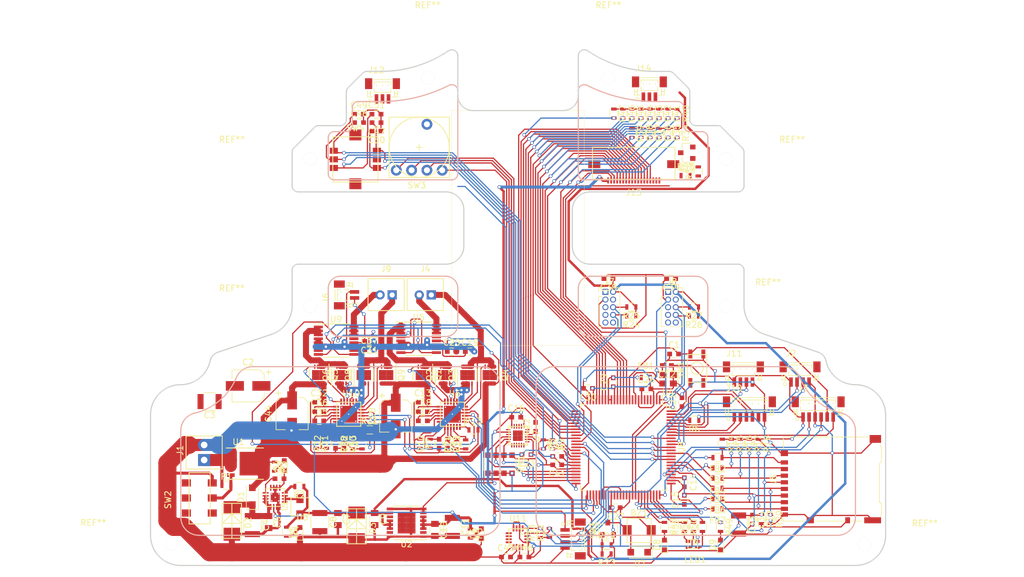
<source format=kicad_pcb>
(kicad_pcb (version 20171130) (host pcbnew "(5.1.6)-1")
  (layers (0 F.Cu signal) (31 B.Cu signal) (34 B.Paste user) (35 F.Paste user) (36 B.SilkS user) (37 F.SilkS user) (38 B.Mask user) (39 F.Mask user) (44 Edge.Cuts user))
  (net 0 "")
  (net 1 GND)
  (net 2 NRST)
  (net 3 +BATT)
  (net 4 "Net-(C4-Pad1)")
  (net 5 +5V)
  (net 6 +3V3)
  (net 7 "Net-(C15-Pad1)")
  (net 8 "Net-(C24-Pad1)")
  (net 9 "Net-(C42-Pad1)")
  (net 10 SW4)
  (net 11 SW1)
  (net 12 SW2)
  (net 13 SW5)
  (net 14 SW3)
  (net 15 "Net-(D4-Pad2)")
  (net 16 "Net-(D5-Pad2)")
  (net 17 "Net-(D6-Pad2)")
  (net 18 LED1)
  (net 19 LED2)
  (net 20 "Net-(FB2-Pad1)")
  (net 21 SDIO_D2)
  (net 22 SDIO_D3)
  (net 23 "Net-(FB3-Pad1)")
  (net 24 SDIO_CMD)
  (net 25 "Net-(FB4-Pad1)")
  (net 26 "Net-(FB5-Pad1)")
  (net 27 SDIO_CK)
  (net 28 SDIO_D0)
  (net 29 "Net-(FB6-Pad1)")
  (net 30 "Net-(FB7-Pad1)")
  (net 31 SDIO_D1)
  (net 32 "Net-(J1-Pad1)")
  (net 33 USART_TX)
  (net 34 USART_RX)
  (net 35 SWCLK)
  (net 36 SWDIO)
  (net 37 SWO)
  (net 38 "Net-(J4-Pad2)")
  (net 39 "Net-(J4-Pad1)")
  (net 40 SD_INSERT)
  (net 41 ESC4_PWM)
  (net 42 ESC3_PWM)
  (net 43 ESC2_PWM)
  (net 44 ESC1_PWM)
  (net 45 I2C1_SDA)
  (net 46 I2C1_SCL)
  (net 47 MAKER2)
  (net 48 MAKER1)
  (net 49 "Net-(LED1-Pad3)")
  (net 50 "Net-(LED1-Pad2)")
  (net 51 "Net-(LED1-Pad4)")
  (net 52 "Net-(Q1-Pad1)")
  (net 53 "Net-(Q5-Pad1)")
  (net 54 "Net-(Q10-Pad1)")
  (net 55 "Net-(R1-Pad2)")
  (net 56 "Net-(R6-Pad2)")
  (net 57 "Net-(R10-Pad1)")
  (net 58 I2C2_SCL)
  (net 59 I2C2_SDA)
  (net 60 "Net-(R21-Pad2)")
  (net 61 "Net-(Q7-Pad1)")
  (net 62 BZ_PWM)
  (net 63 ENCODER_R_B)
  (net 64 ENCODER_R_A)
  (net 65 ENCODER_L_B)
  (net 66 ENCODER_L_A)
  (net 67 AD1)
  (net 68 AD2)
  (net 69 AD3)
  (net 70 AD4)
  (net 71 AD5)
  (net 72 AD6)
  (net 73 AD7)
  (net 74 AD8)
  (net 75 AD9)
  (net 76 AD10)
  (net 77 AD11)
  (net 78 AD12)
  (net 79 AD13)
  (net 80 AD14)
  (net 81 LED_R)
  (net 82 LED_G)
  (net 83 LED_B)
  (net 84 SENSOR_PWM)
  (net 85 SPI_MOSI)
  (net 86 SPI_SCK)
  (net 87 SPI_MISO)
  (net 88 SPI_CS)
  (net 89 EXTRA1)
  (net 90 EXTRA2)
  (net 91 R_SW4)
  (net 92 R_SW2)
  (net 93 R_SW1)
  (net 94 R_SW8)
  (net 95 OSC_IN)
  (net 96 "Net-(U8-Pad56)")
  (net 97 "Net-(BZ1-Pad2)")
  (net 98 "Net-(C17-Pad1)")
  (net 99 "Net-(C17-Pad2)")
  (net 100 "Net-(C18-Pad2)")
  (net 101 "Net-(C35-Pad2)")
  (net 102 "Net-(Q1-Pad4)")
  (net 103 "Net-(Q2-Pad4)")
  (net 104 "Net-(Q3-Pad4)")
  (net 105 "Net-(Q4-Pad4)")
  (net 106 "Net-(Q5-Pad4)")
  (net 107 "Net-(Q6-Pad4)")
  (net 108 "Net-(Q8-Pad4)")
  (net 109 "Net-(Q9-Pad4)")
  (net 110 "Net-(R11-Pad2)")
  (net 111 "Net-(R12-Pad2)")
  (net 112 "Net-(R13-Pad1)")
  (net 113 "Net-(R28-Pad2)")
  (net 114 "Net-(R30-Pad2)")
  (net 115 "Net-(R31-Pad1)")
  (net 116 MOTOR_L_PWM)
  (net 117 MOTOR_L_PH)
  (net 118 MOTOR_R_PWM)
  (net 119 MOTOR_R_PH)
  (net 120 "Net-(C6-Pad1)")
  (net 121 "Net-(L1-Pad1)")
  (net 122 "Net-(R2-Pad2)")
  (net 123 "Net-(C22-Pad1)")
  (net 124 "Net-(C25-Pad1)")
  (net 125 "Net-(C29-Pad2)")
  (net 126 "Net-(C31-Pad2)")
  (net 127 "Net-(C35-Pad1)")
  (net 128 "Net-(C36-Pad2)")
  (net 129 "Net-(C40-Pad2)")
  (net 130 "Net-(C43-Pad1)")
  (net 131 "Net-(C45-Pad2)")
  (net 132 "Net-(J9-Pad1)")
  (net 133 "Net-(J9-Pad2)")
  (net 134 "Net-(J13-Pad16)")
  (net 135 "Net-(J7-Pad1)")
  (net 136 "Net-(J7-Pad4)")
  (net 137 "Net-(J7-Pad5)")
  (net 138 "Net-(J7-Pad7)")
  (net 139 "Net-(J7-Pad9)")
  (net 140 "Net-(J7-Pad10)")
  (net 141 "Net-(J8-Pad1)")
  (net 142 "Net-(J8-Pad4)")
  (net 143 "Net-(J8-Pad5)")
  (net 144 "Net-(J8-Pad7)")
  (net 145 "Net-(J8-Pad9)")
  (net 146 "Net-(J8-Pad10)")
  (net 147 "Net-(J10-Pad5)")
  (net 148 "Net-(J13-Pad17)")
  (net 149 "Net-(SW2-Pad1)")
  (net 150 "Net-(U2-Pad15)")
  (net 151 "Net-(U2-Pad11)")
  (net 152 "Net-(U2-Pad2)")
  (net 153 "Net-(U5-Pad13)")
  (net 154 "Net-(U6-Pad11)")
  (net 155 "Net-(U7-Pad16)")
  (net 156 "Net-(U7-Pad11)")
  (net 157 "Net-(U7-Pad1)")
  (net 158 "Net-(U7-Pad6)")
  (net 159 "Net-(U7-Pad12)")
  (net 160 "Net-(U7-Pad5)")
  (net 161 "Net-(U7-Pad17)")
  (net 162 "Net-(U7-Pad4)")
  (net 163 "Net-(U7-Pad21)")
  (net 164 "Net-(U7-Pad2)")
  (net 165 "Net-(U7-Pad7)")
  (net 166 "Net-(U7-Pad15)")
  (net 167 "Net-(U7-Pad14)")
  (net 168 "Net-(U7-Pad3)")
  (net 169 "Net-(U7-Pad19)")
  (net 170 "Net-(U8-Pad4)")
  (net 171 "Net-(U8-Pad5)")
  (net 172 "Net-(U8-Pad6)")
  (net 173 "Net-(U8-Pad10)")
  (net 174 "Net-(U8-Pad57)")
  (net 175 "Net-(U8-Pad58)")
  (net 176 "Net-(U8-Pad60)")
  (net 177 "Net-(U8-Pad61)")
  (net 178 "Net-(U8-Pad63)")
  (net 179 "Net-(U8-Pad64)")
  (net 180 "Net-(U9-Pad13)")
  (net 181 "Net-(U10-Pad11)")
  (net 182 "Net-(U11-Pad3)")
  (net 183 "Net-(U11-Pad8)")
  (net 184 "Net-(U11-Pad7)")
  (net 185 "Net-(U11-Pad6)")
  (net 186 "Net-(U11-Pad5)")
  (net 187 "Net-(U11-Pad14)")
  (net 188 "Net-(U11-Pad15)")
  (net 189 "Net-(U11-Pad12)")
  (net 190 "Net-(D8-Pad2)")
  (net 191 "Net-(D9-Pad2)")
  (module Capacitors_SMD:C_0603 (layer F.Cu) (at 133.5 102.5)
    (fp_text reference C20 (at 0 -1.5) (layer F.SilkS))
    (fp_text value 0.1u)
    (pad 1 smd rect (at -0.75 0) (size 0.8 0.75) (layers F.Cu F.Paste F.Mask) (net 3 +BATT))
    (pad 2 smd rect (at 0.75 0) (size 0.8 0.75) (layers F.Cu F.Paste F.Mask) (net 1 GND))
  )
  (module Housings_SSOP:TSSOP-16_4.4x5mm_Pitch0.65mm (layer F.Cu) (at 128 100.4)
    (fp_text reference U5 (at 0 -3.55) (layer F.SilkS))
    (fp_text value INA260)
    (pad 16 smd rect (at 2.95 -2.275) (size 1.5 0.45) (layers F.Cu F.Paste F.Mask) (net 38 "Net-(J4-Pad2)"))
    (pad 15 smd rect (at 2.95 -1.625) (size 1.5 0.45) (layers F.Cu F.Paste F.Mask) (net 38 "Net-(J4-Pad2)"))
    (pad 14 smd rect (at 2.95 -0.975) (size 1.5 0.45) (layers F.Cu F.Paste F.Mask) (net 38 "Net-(J4-Pad2)"))
    (pad 13 smd rect (at 2.95 -0.325) (size 1.5 0.45) (layers F.Cu F.Paste F.Mask) (net 153 "Net-(U5-Pad13)"))
    (pad 12 smd rect (at 2.95 0.325) (size 1.5 0.45) (layers F.Cu F.Paste F.Mask) (net 3 +BATT))
    (pad 11 smd rect (at 2.95 0.975) (size 1.5 0.45) (layers F.Cu F.Paste F.Mask) (net 1 GND))
    (pad 10 smd rect (at 2.95 1.625) (size 1.5 0.45) (layers F.Cu F.Paste F.Mask) (net 6 +3V3))
    (pad 9 smd rect (at 2.95 2.275) (size 1.5 0.45) (layers F.Cu F.Paste F.Mask) (net 58 I2C2_SCL))
    (pad 8 smd rect (at -2.95 2.275) (size 1.5 0.45) (layers F.Cu F.Paste F.Mask) (net 59 I2C2_SDA))
    (pad 7 smd rect (at -2.95 1.625) (size 1.5 0.45) (layers F.Cu F.Paste F.Mask) (net 1 GND))
    (pad 6 smd rect (at -2.95 0.975) (size 1.5 0.45) (layers F.Cu F.Paste F.Mask) (net 1 GND))
    (pad 5 smd rect (at -2.95 0.325) (size 1.5 0.45) (layers F.Cu F.Paste F.Mask) (net 1 GND))
    (pad 4 smd rect (at -2.95 -0.325) (size 1.5 0.45) (layers F.Cu F.Paste F.Mask) (net 6 +3V3))
    (pad 3 smd rect (at -2.95 -0.975) (size 1.5 0.45) (layers F.Cu F.Paste F.Mask) (net 52 "Net-(Q1-Pad1)"))
    (pad 2 smd rect (at -2.95 -1.625) (size 1.5 0.45) (layers F.Cu F.Paste F.Mask) (net 52 "Net-(Q1-Pad1)"))
    (pad 1 smd rect (at -2.95 -2.275) (size 1.5 0.45) (layers F.Cu F.Paste F.Mask) (net 52 "Net-(Q1-Pad1)"))
  )
  (module Footprint:TPS62143RGTR (layer F.Cu) (at 104.2 126.7 180)
    (fp_text reference U3 (at -4.5 -3.3) (layer F.SilkS))
    (fp_text value TPS62143)
    (pad 17 thru_hole circle (at 0.58 0.58 270) (size 0.21 0.21) (drill 0.2) (layers *.Cu *.Mask) (net 1 GND))
    (pad 17 thru_hole circle (at -0.58 0.58 270) (size 0.21 0.21) (drill 0.2) (layers *.Cu *.Mask) (net 1 GND))
    (pad 17 thru_hole circle (at -0.58 -0.58 270) (size 0.21 0.21) (drill 0.2) (layers *.Cu *.Mask) (net 1 GND))
    (pad 17 thru_hole circle (at 0.58 -0.58 270) (size 0.21 0.21) (drill 0.2) (layers *.Cu *.Mask) (net 1 GND))
    (pad 17 thru_hole circle (at 0 0 270) (size 0.21 0.21) (drill 0.2) (layers *.Cu *.Mask) (net 1 GND))
    (pad 17 smd rect (at 0 0 270) (size 1.5 1.5) (layers F.Cu F.Paste F.Mask) (net 1 GND))
    (pad 7 smd rect (at 0.25 1.6 270) (size 1 0.24) (layers F.Cu F.Paste F.Mask) (net 1 GND))
    (pad 8 smd rect (at 0.75 1.6 270) (size 1 0.24) (layers F.Cu F.Paste F.Mask) (net 1 GND))
    (pad 6 smd rect (at -0.25 1.6 270) (size 1 0.24) (layers F.Cu F.Paste F.Mask) (net 1 GND))
    (pad 5 smd rect (at -0.75 1.6 270) (size 1 0.24) (layers F.Cu F.Paste F.Mask) (net 1 GND))
    (pad 3 smd rect (at -1.6 0.25 180) (size 1 0.24) (layers F.Cu F.Paste F.Mask) (net 121 "Net-(L1-Pad1)"))
    (pad 4 smd rect (at -1.6 0.75 180) (size 1 0.24) (layers F.Cu F.Paste F.Mask) (net 122 "Net-(R2-Pad2)"))
    (pad 2 smd rect (at -1.6 -0.25 180) (size 1 0.24) (layers F.Cu F.Paste F.Mask) (net 121 "Net-(L1-Pad1)"))
    (pad 1 smd rect (at -1.6 -0.75 180) (size 1 0.24) (layers F.Cu F.Paste F.Mask) (net 121 "Net-(L1-Pad1)"))
    (pad 10 smd rect (at 1.6 0.25 180) (size 1 0.24) (layers F.Cu F.Paste F.Mask) (net 4 "Net-(C4-Pad1)"))
    (pad 9 smd rect (at 1.6 0.75 180) (size 1 0.24) (layers F.Cu F.Paste F.Mask) (net 120 "Net-(C6-Pad1)"))
    (pad 11 smd rect (at 1.6 -0.25 180) (size 1 0.24) (layers F.Cu F.Paste F.Mask) (net 4 "Net-(C4-Pad1)"))
    (pad 12 smd rect (at 1.6 -0.75 180) (size 1 0.24) (layers F.Cu F.Paste F.Mask) (net 4 "Net-(C4-Pad1)"))
    (pad 13 smd rect (at 0.75 -1.6 270) (size 1 0.24) (layers F.Cu F.Paste F.Mask) (net 4 "Net-(C4-Pad1)"))
    (pad 14 smd rect (at 0.25 -1.6 270) (size 1 0.24) (layers F.Cu F.Paste F.Mask) (net 5 +5V))
    (pad 15 smd rect (at -0.25 -1.6 270) (size 1 0.24) (layers F.Cu F.Paste F.Mask) (net 1 GND))
    (pad 16 smd rect (at -0.75 -1.6 270) (size 1 0.24) (layers F.Cu F.Paste F.Mask) (net 1 GND))
  )
  (module Mounting_Holes:MountingHole_2.2mm_M2 (layer F.Cu) (at 110.000001 70.499999)
    (fp_text reference REF** (at -13.000001 -3.2) (layer F.SilkS))
    (fp_text value MountingHole_2.2mm_M2)
    (pad 1 np_thru_hole circle (at 0 0) (size 2.2 2.2) (drill 2.2) (layers *.Cu *.Mask))
  )
  (module Mounting_Holes:MountingHole_2.2mm_M2 (layer F.Cu) (at 110.000001 94.999999)
    (fp_text reference REF** (at -13.000001 -2.999999) (layer F.SilkS))
    (fp_text value MountingHole_2.2mm_M2)
    (pad 1 np_thru_hole circle (at 0 0) (size 2.2 2.2) (drill 2.2) (layers *.Cu *.Mask))
  )
  (module Mounting_Holes:MountingHole_2.2mm_M2 (layer F.Cu) (at 87.000001 134.399999)
    (fp_text reference REF** (at -13.000001 -3.499999) (layer F.SilkS))
    (fp_text value MountingHole_2.2mm_M2)
    (pad 1 np_thru_hole circle (at 0 0) (size 2.2 2.2) (drill 2.2) (layers *.Cu *.Mask))
  )
  (module Mounting_Holes:MountingHole_2.2mm_M2 (layer F.Cu) (at 202.000001 134.499999)
    (fp_text reference REF** (at 9.999999 -3.499999) (layer F.SilkS))
    (fp_text value MountingHole_2.2mm_M2)
    (pad 1 np_thru_hole circle (at 0 0) (size 2.2 2.2) (drill 2.2) (layers *.Cu *.Mask))
  )
  (module Mounting_Holes:MountingHole_2.2mm_M2 (layer F.Cu) (at 179.000001 94.999999)
    (fp_text reference REF** (at 6.999999 -3.999999) (layer F.SilkS))
    (fp_text value MountingHole_2.2mm_M2)
    (pad 1 np_thru_hole circle (at 0 0) (size 2.2 2.2) (drill 2.2) (layers *.Cu *.Mask))
  )
  (module Mounting_Holes:MountingHole_2.2mm_M2 (layer F.Cu) (at 179.000001 70.499999)
    (fp_text reference REF** (at 10.999999 -3.2) (layer F.SilkS))
    (fp_text value MountingHole_2.2mm_M2)
    (pad 1 np_thru_hole circle (at 0 0) (size 2.2 2.2) (drill 2.2) (layers *.Cu *.Mask))
  )
  (module Mounting_Holes:MountingHole_2.2mm_M2 (layer F.Cu) (at 129.500001 57.099999)
    (fp_text reference REF** (at -0.000001 -12.099999) (layer F.SilkS))
    (fp_text value MountingHole_2.2mm_M2)
    (pad 1 np_thru_hole circle (at 0 0) (size 2.2 2.2) (drill 2.2) (layers *.Cu *.Mask))
  )
  (module Mounting_Holes:MountingHole_2.2mm_M2 (layer F.Cu) (at 159.5 57.1)
    (fp_text reference REF** (at 0 -12.1) (layer F.SilkS))
    (fp_text value MountingHole_2.2mm_M2)
    (pad 1 np_thru_hole circle (at 0 0) (size 2.2 2.2) (drill 2.2) (layers *.Cu *.Mask))
  )
  (module Footprint:DRV8701ERGET (layer F.Cu) (at 116.4 112.9)
    (fp_text reference U10 (at 0.4 -3.4) (layer F.SilkS))
    (fp_text value DRV8701E)
    (pad 5 thru_hole circle (at -1.15 -1.15 90) (size 0.21 0.21) (drill 0.2) (layers *.Cu *.Mask) (net 1 GND))
    (pad 5 thru_hole circle (at 1.15 -1.15 90) (size 0.21 0.21) (drill 0.2) (layers *.Cu *.Mask) (net 1 GND))
    (pad 5 thru_hole circle (at -1.15 1.15 90) (size 0.21 0.21) (drill 0.2) (layers *.Cu *.Mask) (net 1 GND))
    (pad 5 thru_hole circle (at 1.15 1.15 90) (size 0.21 0.21) (drill 0.2) (layers *.Cu *.Mask) (net 1 GND))
    (pad 5 thru_hole circle (at 0 0 90) (size 0.21 0.21) (drill 0.2) (layers *.Cu *.Mask) (net 1 GND))
    (pad 5 smd rect (at 0 0 90) (size 2.8 2.8) (layers F.Cu F.Paste F.Mask) (net 1 GND))
    (pad 11 smd rect (at 0.75 2.1 90) (size 1 0.3) (layers F.Cu F.Paste F.Mask) (net 181 "Net-(U10-Pad11)"))
    (pad 12 smd rect (at 1.25 2.1 90) (size 1 0.3) (layers F.Cu F.Paste F.Mask) (net 115 "Net-(R31-Pad1)"))
    (pad 10 smd rect (at 0.25 2.1 90) (size 1 0.3) (layers F.Cu F.Paste F.Mask) (net 114 "Net-(R30-Pad2)"))
    (pad 8 smd rect (at -0.75 2.1 90) (size 1 0.3) (layers F.Cu F.Paste F.Mask) (net 130 "Net-(C43-Pad1)"))
    (pad 9 smd rect (at -0.25 2.1 90) (size 1 0.3) (layers F.Cu F.Paste F.Mask) (net 113 "Net-(R28-Pad2)"))
    (pad 7 smd rect (at -1.25 2.1 90) (size 1 0.3) (layers F.Cu F.Paste F.Mask) (net 9 "Net-(C42-Pad1)"))
    (pad 1 smd rect (at -2.1 -1.25) (size 1 0.3) (layers F.Cu F.Paste F.Mask) (net 3 +BATT))
    (pad 2 smd rect (at -2.1 -0.75) (size 1 0.3) (layers F.Cu F.Paste F.Mask) (net 128 "Net-(C36-Pad2)"))
    (pad 3 smd rect (at -2.1 -0.25) (size 1 0.3) (layers F.Cu F.Paste F.Mask) (net 127 "Net-(C35-Pad1)"))
    (pad 4 smd rect (at -2.1 0.25) (size 1 0.3) (layers F.Cu F.Paste F.Mask) (net 101 "Net-(C35-Pad2)"))
    (pad 5 smd rect (at -2.1 0.75) (size 1 0.3) (layers F.Cu F.Paste F.Mask) (net 1 GND))
    (pad 6 smd rect (at -2.1 1.25) (size 1 0.3) (layers F.Cu F.Paste F.Mask) (net 60 "Net-(R21-Pad2)"))
    (pad 18 smd rect (at 2.1 -1.25) (size 1 0.3) (layers F.Cu F.Paste F.Mask) (net 132 "Net-(J9-Pad1)"))
    (pad 17 smd rect (at 2.1 -0.75) (size 1 0.3) (layers F.Cu F.Paste F.Mask) (net 109 "Net-(Q9-Pad4)"))
    (pad 16 smd rect (at 2.1 -0.25) (size 1 0.3) (layers F.Cu F.Paste F.Mask) (net 1 GND))
    (pad 15 smd rect (at 2.1 0.25) (size 1 0.3) (layers F.Cu F.Paste F.Mask) (net 119 MOTOR_R_PH))
    (pad 14 smd rect (at 2.1 0.75) (size 1 0.3) (layers F.Cu F.Paste F.Mask) (net 118 MOTOR_R_PWM))
    (pad 13 smd rect (at 2.1 1.25) (size 1 0.3) (layers F.Cu F.Paste F.Mask) (net 6 +3V3))
    (pad 19 smd rect (at 1.25 -2.1 90) (size 1 0.3) (layers F.Cu F.Paste F.Mask) (net 108 "Net-(Q8-Pad4)"))
    (pad 20 smd rect (at 0.75 -2.1 90) (size 1 0.3) (layers F.Cu F.Paste F.Mask) (net 1 GND))
    (pad 21 smd rect (at 0.25 -2.1 90) (size 1 0.3) (layers F.Cu F.Paste F.Mask) (net 1 GND))
    (pad 22 smd rect (at -0.25 -2.1 90) (size 1 0.3) (layers F.Cu F.Paste F.Mask) (net 107 "Net-(Q6-Pad4)"))
    (pad 23 smd rect (at -0.75 -2.1 90) (size 1 0.3) (layers F.Cu F.Paste F.Mask) (net 53 "Net-(Q5-Pad1)"))
    (pad 24 smd rect (at -1.25 -2.1 90) (size 1 0.3) (layers F.Cu F.Paste F.Mask) (net 106 "Net-(Q5-Pad4)"))
  )
  (module Footprint:DRV8701ERGET (layer F.Cu) (at 133.6 112.9)
    (fp_text reference U6 (at 0.4 -3.4) (layer F.SilkS))
    (fp_text value DRV8701E)
    (pad 5 thru_hole circle (at -1.15 -1.15 90) (size 0.21 0.21) (drill 0.2) (layers *.Cu *.Mask) (net 1 GND))
    (pad 5 thru_hole circle (at 1.15 -1.15 90) (size 0.21 0.21) (drill 0.2) (layers *.Cu *.Mask) (net 1 GND))
    (pad 5 thru_hole circle (at -1.15 1.15 90) (size 0.21 0.21) (drill 0.2) (layers *.Cu *.Mask) (net 1 GND))
    (pad 5 thru_hole circle (at 1.15 1.15 90) (size 0.21 0.21) (drill 0.2) (layers *.Cu *.Mask) (net 1 GND))
    (pad 5 thru_hole circle (at 0 0 90) (size 0.21 0.21) (drill 0.2) (layers *.Cu *.Mask) (net 1 GND))
    (pad 5 smd rect (at 0 0 90) (size 2.8 2.8) (layers F.Cu F.Paste F.Mask) (net 1 GND))
    (pad 11 smd rect (at 0.75 2.1 90) (size 1 0.3) (layers F.Cu F.Paste F.Mask) (net 154 "Net-(U6-Pad11)"))
    (pad 12 smd rect (at 1.25 2.1 90) (size 1 0.3) (layers F.Cu F.Paste F.Mask) (net 112 "Net-(R13-Pad1)"))
    (pad 10 smd rect (at 0.25 2.1 90) (size 1 0.3) (layers F.Cu F.Paste F.Mask) (net 111 "Net-(R12-Pad2)"))
    (pad 8 smd rect (at -0.75 2.1 90) (size 1 0.3) (layers F.Cu F.Paste F.Mask) (net 124 "Net-(C25-Pad1)"))
    (pad 9 smd rect (at -0.25 2.1 90) (size 1 0.3) (layers F.Cu F.Paste F.Mask) (net 110 "Net-(R11-Pad2)"))
    (pad 7 smd rect (at -1.25 2.1 90) (size 1 0.3) (layers F.Cu F.Paste F.Mask) (net 8 "Net-(C24-Pad1)"))
    (pad 1 smd rect (at -2.1 -1.25) (size 1 0.3) (layers F.Cu F.Paste F.Mask) (net 3 +BATT))
    (pad 2 smd rect (at -2.1 -0.75) (size 1 0.3) (layers F.Cu F.Paste F.Mask) (net 100 "Net-(C18-Pad2)"))
    (pad 3 smd rect (at -2.1 -0.25) (size 1 0.3) (layers F.Cu F.Paste F.Mask) (net 98 "Net-(C17-Pad1)"))
    (pad 4 smd rect (at -2.1 0.25) (size 1 0.3) (layers F.Cu F.Paste F.Mask) (net 99 "Net-(C17-Pad2)"))
    (pad 5 smd rect (at -2.1 0.75) (size 1 0.3) (layers F.Cu F.Paste F.Mask) (net 1 GND))
    (pad 6 smd rect (at -2.1 1.25) (size 1 0.3) (layers F.Cu F.Paste F.Mask) (net 57 "Net-(R10-Pad1)"))
    (pad 18 smd rect (at 2.1 -1.25) (size 1 0.3) (layers F.Cu F.Paste F.Mask) (net 39 "Net-(J4-Pad1)"))
    (pad 17 smd rect (at 2.1 -0.75) (size 1 0.3) (layers F.Cu F.Paste F.Mask) (net 105 "Net-(Q4-Pad4)"))
    (pad 16 smd rect (at 2.1 -0.25) (size 1 0.3) (layers F.Cu F.Paste F.Mask) (net 1 GND))
    (pad 15 smd rect (at 2.1 0.25) (size 1 0.3) (layers F.Cu F.Paste F.Mask) (net 117 MOTOR_L_PH))
    (pad 14 smd rect (at 2.1 0.75) (size 1 0.3) (layers F.Cu F.Paste F.Mask) (net 116 MOTOR_L_PWM))
    (pad 13 smd rect (at 2.1 1.25) (size 1 0.3) (layers F.Cu F.Paste F.Mask) (net 6 +3V3))
    (pad 19 smd rect (at 1.25 -2.1 90) (size 1 0.3) (layers F.Cu F.Paste F.Mask) (net 104 "Net-(Q3-Pad4)"))
    (pad 20 smd rect (at 0.75 -2.1 90) (size 1 0.3) (layers F.Cu F.Paste F.Mask) (net 1 GND))
    (pad 21 smd rect (at 0.25 -2.1 90) (size 1 0.3) (layers F.Cu F.Paste F.Mask) (net 1 GND))
    (pad 22 smd rect (at -0.25 -2.1 90) (size 1 0.3) (layers F.Cu F.Paste F.Mask) (net 103 "Net-(Q2-Pad4)"))
    (pad 23 smd rect (at -0.75 -2.1 90) (size 1 0.3) (layers F.Cu F.Paste F.Mask) (net 52 "Net-(Q1-Pad1)"))
    (pad 24 smd rect (at -1.25 -2.1 90) (size 1 0.3) (layers F.Cu F.Paste F.Mask) (net 102 "Net-(Q1-Pad4)"))
  )
  (module Footprint:SMT-0440-S-R (layer F.Cu) (at 164.6 132.2)
    (fp_text reference BZ1 (at 0 -2.9) (layer F.SilkS))
    (fp_text value SMT-0440-S-R)
    (pad 2 smd rect (at -2 0 90) (size 1.8 1.5) (layers F.Cu F.Paste F.Mask) (net 97 "Net-(BZ1-Pad2)"))
    (pad 1 smd rect (at 2 0 90) (size 1.8 1.5) (layers F.Cu F.Paste F.Mask) (net 6 +3V3))
  )
  (module Capacitors_SMD:C_0603 (layer F.Cu) (at 170.4 102.9)
    (fp_text reference C1 (at 0 -1.5) (layer F.SilkS))
    (fp_text value 0.1u)
    (pad 2 smd rect (at 0.75 0) (size 0.8 0.75) (layers F.Cu F.Paste F.Mask) (net 2 NRST))
    (pad 1 smd rect (at -0.75 0) (size 0.8 0.75) (layers F.Cu F.Paste F.Mask) (net 1 GND))
  )
  (module Capacitors_SMD:CP_Elec_5x5.8 (layer F.Cu) (at 99.7 108.2 180)
    (fp_text reference C2 (at 0 3.92) (layer F.SilkS))
    (fp_text value 100u)
    (fp_text user + (at -3.38 2.35) (layer F.SilkS))
    (pad 1 smd rect (at -2.2 0) (size 3 1.6) (layers F.Cu F.Paste F.Mask) (net 3 +BATT))
    (pad 2 smd rect (at 2.2 0) (size 3 1.6) (layers F.Cu F.Paste F.Mask) (net 1 GND))
  )
  (module Capacitors_SMD:C_1210 (layer F.Cu) (at 93.3 110.8 180)
    (fp_text reference C3 (at 0 -2.25) (layer F.SilkS))
    (fp_text value 47u)
    (pad 1 smd rect (at -1.5 0 180) (size 1 2.5) (layers F.Cu F.Paste F.Mask) (net 3 +BATT))
    (pad 2 smd rect (at 1.5 0 180) (size 1 2.5) (layers F.Cu F.Paste F.Mask) (net 1 GND))
  )
  (module Capacitors_SMD:C_1210 (layer F.Cu) (at 100.4 131.3 270)
    (fp_text reference C4 (at 0 -2.25 90) (layer F.SilkS))
    (fp_text value 47u)
    (pad 1 smd rect (at -1.5 0 270) (size 1 2.5) (layers F.Cu F.Paste F.Mask) (net 4 "Net-(C4-Pad1)"))
    (pad 2 smd rect (at 1.5 0 270) (size 1 2.5) (layers F.Cu F.Paste F.Mask) (net 1 GND))
  )
  (module Capacitors_SMD:C_0805 (layer F.Cu) (at 103.1 130.8 270)
    (fp_text reference C5 (at 0 -1.5 90) (layer F.SilkS))
    (fp_text value 22u)
    (pad 1 smd rect (at -1 0 270) (size 1 1.25) (layers F.Cu F.Paste F.Mask) (net 4 "Net-(C4-Pad1)"))
    (pad 2 smd rect (at 1 0 270) (size 1 1.25) (layers F.Cu F.Paste F.Mask) (net 1 GND))
  )
  (module Capacitors_SMD:C_0603 (layer F.Cu) (at 104.9 123.6)
    (fp_text reference C6 (at 0 -1.5) (layer F.SilkS))
    (fp_text value 3.3n)
    (pad 2 smd rect (at 0.75 0) (size 0.8 0.75) (layers F.Cu F.Paste F.Mask) (net 1 GND))
    (pad 1 smd rect (at -0.75 0) (size 0.8 0.75) (layers F.Cu F.Paste F.Mask) (net 120 "Net-(C6-Pad1)"))
  )
  (module Capacitors_SMD:C_0805 (layer F.Cu) (at 114.6 130.3 270)
    (fp_text reference C7 (at 0 -1.5 90) (layer F.SilkS))
    (fp_text value 22u)
    (pad 1 smd rect (at -1 0 270) (size 1 1.25) (layers F.Cu F.Paste F.Mask) (net 5 +5V))
    (pad 2 smd rect (at 1 0 270) (size 1 1.25) (layers F.Cu F.Paste F.Mask) (net 1 GND))
  )
  (module Capacitors_SMD:C_1210 (layer F.Cu) (at 111.6 130.8 270)
    (fp_text reference C8 (at 0 -2.25 90) (layer F.SilkS))
    (fp_text value 47u)
    (pad 1 smd rect (at -1.5 0 270) (size 1 2.5) (layers F.Cu F.Paste F.Mask) (net 5 +5V))
    (pad 2 smd rect (at 1.5 0 270) (size 1 2.5) (layers F.Cu F.Paste F.Mask) (net 1 GND))
  )
  (module Capacitors_SMD:C_0805 (layer F.Cu) (at 120.7 130.3 270)
    (fp_text reference C9 (at 0 -1.5 90) (layer F.SilkS))
    (fp_text value 22u)
    (pad 1 smd rect (at -1 0 270) (size 1 1.25) (layers F.Cu F.Paste F.Mask) (net 5 +5V))
    (pad 2 smd rect (at 1 0 270) (size 1 1.25) (layers F.Cu F.Paste F.Mask) (net 1 GND))
  )
  (module Capacitors_SMD:C_0805 (layer F.Cu) (at 130.7 132.1 270)
    (fp_text reference C10 (at 0 -1.5 90) (layer F.SilkS))
    (fp_text value 22u)
    (pad 1 smd rect (at -1 0 270) (size 1 1.25) (layers F.Cu F.Paste F.Mask) (net 6 +3V3))
    (pad 2 smd rect (at 1 0 270) (size 1 1.25) (layers F.Cu F.Paste F.Mask) (net 1 GND))
  )
  (module Capacitors_SMD:C_1210 (layer F.Cu) (at 133.6 131.6 270)
    (fp_text reference C11 (at 0 -2.25 90) (layer F.SilkS))
    (fp_text value 47u)
    (pad 1 smd rect (at -1.5 0 270) (size 1 2.5) (layers F.Cu F.Paste F.Mask) (net 6 +3V3))
    (pad 2 smd rect (at 1.5 0 270) (size 1 2.5) (layers F.Cu F.Paste F.Mask) (net 1 GND))
  )
  (module Capacitors_SMD:C_0603 (layer F.Cu) (at 169.2 104.8 180)
    (fp_text reference C12 (at 0 -1.5) (layer F.SilkS))
    (fp_text value 0.1u)
    (pad 2 smd rect (at 0.75 0 180) (size 0.8 0.75) (layers F.Cu F.Paste F.Mask) (net 1 GND))
    (pad 1 smd rect (at -0.75 0 180) (size 0.8 0.75) (layers F.Cu F.Paste F.Mask) (net 6 +3V3))
  )
  (module Capacitors_SMD:C_0603 (layer F.Cu) (at 128.7 110.9)
    (fp_text reference C13 (at 0 -1.5) (layer F.SilkS))
    (fp_text value 0.1u)
    (pad 2 smd rect (at 0.75 0) (size 0.8 0.75) (layers F.Cu F.Paste F.Mask) (net 3 +BATT))
    (pad 1 smd rect (at -0.75 0) (size 0.8 0.75) (layers F.Cu F.Paste F.Mask) (net 1 GND))
  )
  (module Capacitors_SMD:C_0603 (layer F.Cu) (at 172.1 124.2 270)
    (fp_text reference C14 (at 0 -1.5 90) (layer F.SilkS))
    (fp_text value 1u)
    (pad 2 smd rect (at 0.75 0 270) (size 0.8 0.75) (layers F.Cu F.Paste F.Mask) (net 6 +3V3))
    (pad 1 smd rect (at -0.75 0 270) (size 0.8 0.75) (layers F.Cu F.Paste F.Mask) (net 1 GND))
  )
  (module Capacitors_SMD:C_0603 (layer F.Cu) (at 172.1 127.1 90)
    (fp_text reference C15 (at 0 -1.5 90) (layer F.SilkS))
    (fp_text value 2.2u)
    (pad 2 smd rect (at 0.75 0 90) (size 0.8 0.75) (layers F.Cu F.Paste F.Mask) (net 1 GND))
    (pad 1 smd rect (at -0.75 0 90) (size 0.8 0.75) (layers F.Cu F.Paste F.Mask) (net 7 "Net-(C15-Pad1)"))
  )
  (module Capacitors_SMD:C_0603 (layer F.Cu) (at 144.2 113.4)
    (fp_text reference C16 (at 0 -1.5) (layer F.SilkS))
    (fp_text value 1u)
    (pad 2 smd rect (at 0.75 0) (size 0.8 0.75) (layers F.Cu F.Paste F.Mask) (net 6 +3V3))
    (pad 1 smd rect (at -0.75 0) (size 0.8 0.75) (layers F.Cu F.Paste F.Mask) (net 1 GND))
  )
  (module Capacitors_SMD:C_0603 (layer F.Cu) (at 128.7 114)
    (fp_text reference C17 (at 0 -1.5) (layer F.SilkS))
    (fp_text value 0.1u)
    (pad 2 smd rect (at 0.75 0) (size 0.8 0.75) (layers F.Cu F.Paste F.Mask) (net 99 "Net-(C17-Pad2)"))
    (pad 1 smd rect (at -0.75 0) (size 0.8 0.75) (layers F.Cu F.Paste F.Mask) (net 98 "Net-(C17-Pad1)"))
  )
  (module Capacitors_SMD:C_0603 (layer F.Cu) (at 128.7 112.5)
    (fp_text reference C18 (at 0 -1.5) (layer F.SilkS))
    (fp_text value 1u)
    (pad 2 smd rect (at 0.75 0) (size 0.8 0.75) (layers F.Cu F.Paste F.Mask) (net 100 "Net-(C18-Pad2)"))
    (pad 1 smd rect (at -0.75 0) (size 0.8 0.75) (layers F.Cu F.Paste F.Mask) (net 3 +BATT))
  )
  (module Capacitors_SMD:C_0603 (layer F.Cu) (at 136.5 102.5)
    (fp_text reference C19 (at 0 -1.5) (layer F.SilkS))
    (fp_text value 0.1u)
    (pad 2 smd rect (at 0.75 0) (size 0.8 0.75) (layers F.Cu F.Paste F.Mask) (net 1 GND))
    (pad 1 smd rect (at -0.75 0) (size 0.8 0.75) (layers F.Cu F.Paste F.Mask) (net 6 +3V3))
  )
  (module Capacitors_SMD:C_0603 (layer F.Cu) (at 171.7 110.9 90)
    (fp_text reference C21 (at 0 -1.5 90) (layer F.SilkS))
    (fp_text value 1u)
    (pad 2 smd rect (at 0.75 0 90) (size 0.8 0.75) (layers F.Cu F.Paste F.Mask) (net 1 GND))
    (pad 1 smd rect (at -0.75 0 90) (size 0.8 0.75) (layers F.Cu F.Paste F.Mask) (net 6 +3V3))
  )
  (module Capacitors_SMD:C_0603 (layer F.Cu) (at 147.4 115 90)
    (fp_text reference C22 (at 0 -1.5 90) (layer F.SilkS))
    (fp_text value 1u)
    (pad 2 smd rect (at 0.75 0 90) (size 0.8 0.75) (layers F.Cu F.Paste F.Mask) (net 1 GND))
    (pad 1 smd rect (at -0.75 0 90) (size 0.8 0.75) (layers F.Cu F.Paste F.Mask) (net 123 "Net-(C22-Pad1)"))
  )
  (module Capacitors_SMD:C_0603 (layer F.Cu) (at 145.9 119.6 180)
    (fp_text reference C23 (at 0 -1.5) (layer F.SilkS))
    (fp_text value 1u)
    (pad 2 smd rect (at 0.75 0 180) (size 0.8 0.75) (layers F.Cu F.Paste F.Mask) (net 1 GND))
    (pad 1 smd rect (at -0.75 0 180) (size 0.8 0.75) (layers F.Cu F.Paste F.Mask) (net 6 +3V3))
  )
  (module Capacitors_SMD:C_0603 (layer F.Cu) (at 131.4 117.8 270)
    (fp_text reference C24 (at 0 -1.5 90) (layer F.SilkS))
    (fp_text value 1u)
    (pad 2 smd rect (at 0.75 0 270) (size 0.8 0.75) (layers F.Cu F.Paste F.Mask) (net 1 GND))
    (pad 1 smd rect (at -0.75 0 270) (size 0.8 0.75) (layers F.Cu F.Paste F.Mask) (net 8 "Net-(C24-Pad1)"))
  )
  (module Capacitors_SMD:C_0603 (layer F.Cu) (at 132.8 117.8 270)
    (fp_text reference C25 (at 0 -1.5 90) (layer F.SilkS))
    (fp_text value 1u)
    (pad 2 smd rect (at 0.75 0 270) (size 0.8 0.75) (layers F.Cu F.Paste F.Mask) (net 1 GND))
    (pad 1 smd rect (at -0.75 0 270) (size 0.8 0.75) (layers F.Cu F.Paste F.Mask) (net 124 "Net-(C25-Pad1)"))
  )
  (module Capacitors_SMD:C_0603 (layer F.Cu) (at 165.8 108.7)
    (fp_text reference C26 (at 0 -1.5) (layer F.SilkS))
    (fp_text value 1u)
    (pad 2 smd rect (at 0.75 0) (size 0.8 0.75) (layers F.Cu F.Paste F.Mask) (net 6 +3V3))
    (pad 1 smd rect (at -0.75 0) (size 0.8 0.75) (layers F.Cu F.Paste F.Mask) (net 1 GND))
  )
  (module Capacitors_SMD:C_0603 (layer F.Cu) (at 160.7 128.4 180)
    (fp_text reference C27 (at 0 -1.5) (layer F.SilkS))
    (fp_text value 4.7u)
    (pad 2 smd rect (at 0.75 0 180) (size 0.8 0.75) (layers F.Cu F.Paste F.Mask) (net 1 GND))
    (pad 1 smd rect (at -0.75 0 180) (size 0.8 0.75) (layers F.Cu F.Paste F.Mask) (net 6 +3V3))
  )
  (module Capacitors_SMD:CP_Elec_5x5.8 (layer F.Cu) (at 124.2 113.2 270)
    (fp_text reference C28 (at 0 3.92 90) (layer F.SilkS))
    (fp_text value 100u)
    (fp_text user + (at -3.38 2.35 90) (layer F.SilkS))
    (fp_text user + (at -3.38 2.35 90) (layer F.SilkS))
    (pad 1 smd rect (at -2.2 0 90) (size 3 1.6) (layers F.Cu F.Paste F.Mask) (net 3 +BATT))
    (pad 2 smd rect (at 2.2 0 90) (size 3 1.6) (layers F.Cu F.Paste F.Mask) (net 1 GND))
  )
  (module Capacitors_SMD:C_0603 (layer F.Cu) (at 160.3 107.6 90)
    (fp_text reference C29 (at 0 -1.5 90) (layer F.SilkS))
    (fp_text value 1u)
    (pad 2 smd rect (at 0.75 0 90) (size 0.8 0.75) (layers F.Cu F.Paste F.Mask) (net 125 "Net-(C29-Pad2)"))
    (pad 1 smd rect (at -0.75 0 90) (size 0.8 0.75) (layers F.Cu F.Paste F.Mask) (net 1 GND))
  )
  (module Capacitors_SMD:C_0603 (layer F.Cu) (at 156.1 108.6 180)
    (fp_text reference C30 (at 0 -1.5) (layer F.SilkS))
    (fp_text value 1u)
    (pad 2 smd rect (at 0.75 0 180) (size 0.8 0.75) (layers F.Cu F.Paste F.Mask) (net 6 +3V3))
    (pad 1 smd rect (at -0.75 0 180) (size 0.8 0.75) (layers F.Cu F.Paste F.Mask) (net 1 GND))
  )
  (module Capacitors_SMD:C_0603 (layer F.Cu) (at 119.8 100.8 180)
    (fp_text reference C31 (at 0 -1.5) (layer F.SilkS))
    (fp_text value 0.1u)
    (pad 2 smd rect (at 0.75 0 180) (size 0.8 0.75) (layers F.Cu F.Paste F.Mask) (net 126 "Net-(C31-Pad2)"))
    (pad 1 smd rect (at -0.75 0 180) (size 0.8 0.75) (layers F.Cu F.Paste F.Mask) (net 1 GND))
  )
  (module Capacitors_SMD:C_0603 (layer F.Cu) (at 111.5 110.9)
    (fp_text reference C32 (at 0 -1.5) (layer F.SilkS))
    (fp_text value 0.1u)
    (pad 2 smd rect (at 0.75 0) (size 0.8 0.75) (layers F.Cu F.Paste F.Mask) (net 3 +BATT))
    (pad 1 smd rect (at -0.75 0) (size 0.8 0.75) (layers F.Cu F.Paste F.Mask) (net 1 GND))
  )
  (module Capacitors_SMD:C_1210 (layer F.Cu) (at 181.1 131.2 270)
    (fp_text reference C33 (at 0 -2.25 90) (layer F.SilkS))
    (fp_text value 47u)
    (pad 1 smd rect (at -1.5 0 270) (size 1 2.5) (layers F.Cu F.Paste F.Mask) (net 6 +3V3))
    (pad 2 smd rect (at 1.5 0 270) (size 1 2.5) (layers F.Cu F.Paste F.Mask) (net 1 GND))
  )
  (module Capacitors_SMD:C_0603 (layer F.Cu) (at 183.4 130.4 270)
    (fp_text reference C34 (at 0 -1.5 90) (layer F.SilkS))
    (fp_text value 10u)
    (pad 2 smd rect (at 0.75 0 270) (size 0.8 0.75) (layers F.Cu F.Paste F.Mask) (net 1 GND))
    (pad 1 smd rect (at -0.75 0 270) (size 0.8 0.75) (layers F.Cu F.Paste F.Mask) (net 6 +3V3))
  )
  (module Capacitors_SMD:C_0603 (layer F.Cu) (at 111.5 114)
    (fp_text reference C35 (at 0 -1.5) (layer F.SilkS))
    (fp_text value 0.1u)
    (pad 2 smd rect (at 0.75 0) (size 0.8 0.75) (layers F.Cu F.Paste F.Mask) (net 101 "Net-(C35-Pad2)"))
    (pad 1 smd rect (at -0.75 0) (size 0.8 0.75) (layers F.Cu F.Paste F.Mask) (net 127 "Net-(C35-Pad1)"))
  )
  (module Capacitors_SMD:C_0603 (layer F.Cu) (at 111.5 112.5)
    (fp_text reference C36 (at 0 -1.5) (layer F.SilkS))
    (fp_text value 1u)
    (pad 2 smd rect (at 0.75 0) (size 0.8 0.75) (layers F.Cu F.Paste F.Mask) (net 128 "Net-(C36-Pad2)"))
    (pad 1 smd rect (at -0.75 0) (size 0.8 0.75) (layers F.Cu F.Paste F.Mask) (net 3 +BATT))
  )
  (module Capacitors_SMD:C_0603 (layer F.Cu) (at 119.8 102.2)
    (fp_text reference C37 (at 0 -1.5) (layer F.SilkS))
    (fp_text value 0.1u)
    (pad 2 smd rect (at 0.75 0) (size 0.8 0.75) (layers F.Cu F.Paste F.Mask) (net 1 GND))
    (pad 1 smd rect (at -0.75 0) (size 0.8 0.75) (layers F.Cu F.Paste F.Mask) (net 6 +3V3))
  )
  (module Capacitors_SMD:C_0603 (layer F.Cu) (at 159.5 90.4 180)
    (fp_text reference C38 (at 0 -1.5) (layer F.SilkS))
    (fp_text value 1u)
    (pad 2 smd rect (at 0.75 0 180) (size 0.8 0.75) (layers F.Cu F.Paste F.Mask) (net 1 GND))
    (pad 1 smd rect (at -0.75 0 180) (size 0.8 0.75) (layers F.Cu F.Paste F.Mask) (net 5 +5V))
  )
  (module Capacitors_SMD:C_0603 (layer F.Cu) (at 169.9 90.4 180)
    (fp_text reference C39 (at 0 -1.5) (layer F.SilkS))
    (fp_text value 1u)
    (pad 2 smd rect (at 0.75 0 180) (size 0.8 0.75) (layers F.Cu F.Paste F.Mask) (net 1 GND))
    (pad 1 smd rect (at -0.75 0 180) (size 0.8 0.75) (layers F.Cu F.Paste F.Mask) (net 5 +5V))
  )
  (module Capacitors_SMD:C_0603 (layer F.Cu) (at 151 119.9)
    (fp_text reference C40 (at 0 -1.5) (layer F.SilkS))
    (fp_text value 2.2u)
    (pad 2 smd rect (at 0.75 0) (size 0.8 0.75) (layers F.Cu F.Paste F.Mask) (net 129 "Net-(C40-Pad2)"))
    (pad 1 smd rect (at -0.75 0) (size 0.8 0.75) (layers F.Cu F.Paste F.Mask) (net 1 GND))
  )
  (module Capacitors_SMD:C_0603 (layer F.Cu) (at 151 121.3 180)
    (fp_text reference C41 (at 0 -1.5) (layer F.SilkS))
    (fp_text value 1u)
    (pad 2 smd rect (at 0.75 0 180) (size 0.8 0.75) (layers F.Cu F.Paste F.Mask) (net 6 +3V3))
    (pad 1 smd rect (at -0.75 0 180) (size 0.8 0.75) (layers F.Cu F.Paste F.Mask) (net 1 GND))
  )
  (module Capacitors_SMD:C_0603 (layer F.Cu) (at 114.2 117.8 270)
    (fp_text reference C42 (at 0 -1.5 90) (layer F.SilkS))
    (fp_text value 1u)
    (pad 2 smd rect (at 0.75 0 270) (size 0.8 0.75) (layers F.Cu F.Paste F.Mask) (net 1 GND))
    (pad 1 smd rect (at -0.75 0 270) (size 0.8 0.75) (layers F.Cu F.Paste F.Mask) (net 9 "Net-(C42-Pad1)"))
  )
  (module Capacitors_SMD:C_0603 (layer F.Cu) (at 115.6 117.8 270)
    (fp_text reference C43 (at 0 -1.5 90) (layer F.SilkS))
    (fp_text value 1u)
    (pad 2 smd rect (at 0.75 0 270) (size 0.8 0.75) (layers F.Cu F.Paste F.Mask) (net 1 GND))
    (pad 1 smd rect (at -0.75 0 270) (size 0.8 0.75) (layers F.Cu F.Paste F.Mask) (net 130 "Net-(C43-Pad1)"))
  )
  (module Capacitors_SMD:CP_Elec_5x5.8 (layer F.Cu) (at 107 112.8 270)
    (fp_text reference C44 (at 0 3.92 90) (layer F.SilkS))
    (fp_text value 100u)
    (fp_text user + (at -3.38 2.35 90) (layer F.SilkS))
    (pad 1 smd rect (at -2.2 0 90) (size 3 1.6) (layers F.Cu F.Paste F.Mask) (net 3 +BATT))
    (pad 2 smd rect (at 2.2 0 90) (size 3 1.6) (layers F.Cu F.Paste F.Mask) (net 1 GND))
  )
  (module Capacitors_SMD:C_0603 (layer F.Cu) (at 142.5 136.6)
    (fp_text reference C45 (at 0 -1.5) (layer F.SilkS))
    (fp_text value 10u)
    (pad 2 smd rect (at 0.75 0) (size 0.8 0.75) (layers F.Cu F.Paste F.Mask) (net 131 "Net-(C45-Pad2)"))
    (pad 1 smd rect (at -0.75 0) (size 0.8 0.75) (layers F.Cu F.Paste F.Mask) (net 1 GND))
  )
  (module Capacitors_SMD:C_0603 (layer F.Cu) (at 145.55 136.6)
    (fp_text reference C46 (at 0 -1.5) (layer F.SilkS))
    (fp_text value 0.1u)
    (pad 2 smd rect (at 0.75 0) (size 0.8 0.75) (layers F.Cu F.Paste F.Mask) (net 6 +3V3))
    (pad 1 smd rect (at -0.75 0) (size 0.8 0.75) (layers F.Cu F.Paste F.Mask) (net 1 GND))
  )
  (module Capacitors_SMD:C_0603 (layer F.Cu) (at 121 64.5 180)
    (fp_text reference C47 (at 0 -1.5) (layer F.SilkS))
    (fp_text value 0.1u)
    (pad 1 smd rect (at -0.75 0 180) (size 0.8 0.75) (layers F.Cu F.Paste F.Mask) (net 1 GND))
    (pad 2 smd rect (at 0.75 0 180) (size 0.8 0.75) (layers F.Cu F.Paste F.Mask) (net 10 SW4))
  )
  (module Capacitors_SMD:C_0603 (layer F.Cu) (at 118.1 64.5)
    (fp_text reference C48 (at 0 -1.5) (layer F.SilkS))
    (fp_text value 0.1u)
    (pad 2 smd rect (at 0.75 0) (size 0.8 0.75) (layers F.Cu F.Paste F.Mask) (net 1 GND))
    (pad 1 smd rect (at -0.75 0) (size 0.8 0.75) (layers F.Cu F.Paste F.Mask) (net 11 SW1))
  )
  (module Capacitors_SMD:C_0603 (layer F.Cu) (at 118.1 63.1)
    (fp_text reference C49 (at 0 -1.5) (layer F.SilkS))
    (fp_text value 0.1u)
    (pad 2 smd rect (at 0.75 0) (size 0.8 0.75) (layers F.Cu F.Paste F.Mask) (net 1 GND))
    (pad 1 smd rect (at -0.75 0) (size 0.8 0.75) (layers F.Cu F.Paste F.Mask) (net 12 SW2))
  )
  (module Capacitors_SMD:C_0603 (layer F.Cu) (at 121 65.9 180)
    (fp_text reference C50 (at 0 -1.5 180) (layer F.SilkS))
    (fp_text value 0.1u)
    (pad 1 smd rect (at -0.75 0 180) (size 0.8 0.75) (layers F.Cu F.Paste F.Mask) (net 1 GND))
    (pad 2 smd rect (at 0.75 0 180) (size 0.8 0.75) (layers F.Cu F.Paste F.Mask) (net 13 SW5))
  )
  (module Capacitors_SMD:C_0603 (layer F.Cu) (at 121 63.1)
    (fp_text reference C51 (at 0 -1.5) (layer F.SilkS))
    (fp_text value 0.1u)
    (pad 2 smd rect (at 0.75 0) (size 0.8 0.75) (layers F.Cu F.Paste F.Mask) (net 1 GND))
    (pad 1 smd rect (at -0.75 0) (size 0.8 0.75) (layers F.Cu F.Paste F.Mask) (net 14 SW3))
  )
  (module Diodes_SMD:D_SOD-123F (layer F.Cu) (at 100.4 126.5 90)
    (fp_text reference D1 (at -0.127 -1.905 90) (layer F.SilkS))
    (fp_text value SS2040FL)
    (pad 1 smd rect (at -1.4 0 90) (size 1.1 1.1) (layers F.Cu F.Paste F.Mask) (net 4 "Net-(C4-Pad1)"))
    (pad 2 smd rect (at 1.4 0 90) (size 1.1 1.1) (layers F.Cu F.Paste F.Mask) (net 3 +BATT))
  )
  (module Footprint:1SMB5930BT3G (layer F.Cu) (at 94.9 126.5 270)
    (fp_text reference D2 (at 4.4 -4.8 90) (layer F.SilkS))
    (fp_text value SZ1SMB5930BT3G)
    (pad 2 smd rect (at 6.32 -2.1 270) (size 2.159 2.734) (layers F.Cu F.Paste F.Mask) (net 1 GND))
    (pad 1 smd rect (at 1.9 -2.1 270) (size 2.159 2.734) (layers F.Cu F.Paste F.Mask) (net 4 "Net-(C4-Pad1)"))
  )
  (module Footprint:1SMB5930BT3G (layer F.Cu) (at 115.6 127.4 270)
    (fp_text reference D3 (at 4.4 -4.8 90) (layer F.SilkS))
    (fp_text value 1SMB5920BT3G)
    (pad 2 smd rect (at 6.32 -2.1 270) (size 2.159 2.734) (layers F.Cu F.Paste F.Mask) (net 1 GND))
    (pad 1 smd rect (at 1.9 -2.1 270) (size 2.159 2.734) (layers F.Cu F.Paste F.Mask) (net 5 +5V))
  )
  (module LEDs:LED_0603 (layer F.Cu) (at 105.7 121.4 90)
    (fp_text reference D4 (at 0 -1.25 90) (layer F.SilkS))
    (fp_text value OSTG1608C1A)
    (pad 2 smd rect (at 0.8 0 270) (size 0.8 0.8) (layers F.Cu F.Paste F.Mask) (net 15 "Net-(D4-Pad2)"))
    (pad 1 smd rect (at -0.8 0 270) (size 0.8 0.8) (layers F.Cu F.Paste F.Mask) (net 1 GND))
  )
  (module LEDs:LED_0603 (layer F.Cu) (at 108.3 132.5 90)
    (fp_text reference D5 (at 0 -1.25 90) (layer F.SilkS))
    (fp_text value OSTG1608C1A)
    (pad 2 smd rect (at 0.8 0 270) (size 0.8 0.8) (layers F.Cu F.Paste F.Mask) (net 16 "Net-(D5-Pad2)"))
    (pad 1 smd rect (at -0.8 0 270) (size 0.8 0.8) (layers F.Cu F.Paste F.Mask) (net 1 GND))
  )
  (module LEDs:LED_0603 (layer F.Cu) (at 138.4 132.7 90)
    (fp_text reference D6 (at 0 -1.25 90) (layer F.SilkS))
    (fp_text value OSTG1608C1A)
    (pad 2 smd rect (at 0.8 0 270) (size 0.8 0.8) (layers F.Cu F.Paste F.Mask) (net 17 "Net-(D6-Pad2)"))
    (pad 1 smd rect (at -0.8 0 270) (size 0.8 0.8) (layers F.Cu F.Paste F.Mask) (net 1 GND))
  )
  (module Diodes_SMD:D_SOD-123F (layer F.Cu) (at 164.6 135.8 180)
    (fp_text reference D7 (at -0.127 -1.905) (layer F.SilkS))
    (fp_text value SS2040FL)
    (pad 1 smd rect (at -1.4 0 180) (size 1.1 1.1) (layers F.Cu F.Paste F.Mask) (net 6 +3V3))
    (pad 2 smd rect (at 1.4 0 180) (size 1.1 1.1) (layers F.Cu F.Paste F.Mask) (net 97 "Net-(BZ1-Pad2)"))
  )
  (module LEDs:LED_0603 (layer F.Cu) (at 168.8 134.6 90)
    (fp_text reference D8 (at 0 -1.25 90) (layer F.SilkS))
    (fp_text value OSTG1608C1A)
    (pad 2 smd rect (at 0.8 0 270) (size 0.8 0.8) (layers F.Cu F.Paste F.Mask) (net 190 "Net-(D8-Pad2)"))
    (pad 1 smd rect (at -0.8 0 270) (size 0.8 0.8) (layers F.Cu F.Paste F.Mask) (net 1 GND))
  )
  (module LEDs:LED_0603 (layer F.Cu) (at 178.1 134.6 90)
    (fp_text reference D9 (at 0 -1.25 90) (layer F.SilkS))
    (fp_text value OSTG1608C1A)
    (pad 2 smd rect (at 0.8 0 270) (size 0.8 0.8) (layers F.Cu F.Paste F.Mask) (net 191 "Net-(D9-Pad2)"))
    (pad 1 smd rect (at -0.8 0 270) (size 0.8 0.8) (layers F.Cu F.Paste F.Mask) (net 1 GND))
  )
  (module Inductors_SMD:L_0603 (layer F.Cu) (at 165.7 106.8)
    (fp_text reference FB1 (at 0 -1.9) (layer F.SilkS))
    (fp_text value 330)
    (pad 1 smd rect (at -0.75 0) (size 0.5 0.9) (layers F.Cu F.Paste F.Mask) (net 125 "Net-(C29-Pad2)"))
    (pad 2 smd rect (at 0.75 0) (size 0.5 0.9) (layers F.Cu F.Paste F.Mask) (net 6 +3V3))
  )
  (module Inductors_SMD:L_0603 (layer F.Cu) (at 177.6 120.1 180)
    (fp_text reference FB2 (at 0 -1.9) (layer F.SilkS))
    (fp_text value 60)
    (pad 1 smd rect (at -0.75 0 180) (size 0.5 0.9) (layers F.Cu F.Paste F.Mask) (net 20 "Net-(FB2-Pad1)"))
    (pad 2 smd rect (at 0.75 0 180) (size 0.5 0.9) (layers F.Cu F.Paste F.Mask) (net 21 SDIO_D2))
  )
  (module Inductors_SMD:L_0603 (layer F.Cu) (at 177.6 121.8 180)
    (fp_text reference FB3 (at 0.1 -2) (layer F.SilkS))
    (fp_text value 60)
    (pad 1 smd rect (at -0.75 0 180) (size 0.5 0.9) (layers F.Cu F.Paste F.Mask) (net 23 "Net-(FB3-Pad1)"))
    (pad 2 smd rect (at 0.75 0 180) (size 0.5 0.9) (layers F.Cu F.Paste F.Mask) (net 22 SDIO_D3))
  )
  (module Inductors_SMD:L_0603 (layer F.Cu) (at 177.6 123.5 180)
    (fp_text reference FB4 (at 0 -2.1) (layer F.SilkS))
    (fp_text value 60)
    (pad 1 smd rect (at -0.75 0 180) (size 0.5 0.9) (layers F.Cu F.Paste F.Mask) (net 25 "Net-(FB4-Pad1)"))
    (pad 2 smd rect (at 0.75 0 180) (size 0.5 0.9) (layers F.Cu F.Paste F.Mask) (net 24 SDIO_CMD))
  )
  (module Inductors_SMD:L_0603 (layer F.Cu) (at 177.6 125.2 180)
    (fp_text reference FB5 (at 0 -1.9) (layer F.SilkS))
    (fp_text value 60)
    (pad 1 smd rect (at -0.75 0 180) (size 0.5 0.9) (layers F.Cu F.Paste F.Mask) (net 26 "Net-(FB5-Pad1)"))
    (pad 2 smd rect (at 0.75 0 180) (size 0.5 0.9) (layers F.Cu F.Paste F.Mask) (net 27 SDIO_CK))
  )
  (module Inductors_SMD:L_0603 (layer F.Cu) (at 177.6 126.9 180)
    (fp_text reference FB6 (at 0 -1.9) (layer F.SilkS))
    (fp_text value 60)
    (pad 1 smd rect (at -0.75 0 180) (size 0.5 0.9) (layers F.Cu F.Paste F.Mask) (net 29 "Net-(FB6-Pad1)"))
    (pad 2 smd rect (at 0.75 0 180) (size 0.5 0.9) (layers F.Cu F.Paste F.Mask) (net 28 SDIO_D0))
  )
  (module Inductors_SMD:L_0603 (layer F.Cu) (at 177.6 128.6 180)
    (fp_text reference FB7 (at 0 -1.9) (layer F.SilkS))
    (fp_text value 60)
    (pad 1 smd rect (at -0.75 0 180) (size 0.5 0.9) (layers F.Cu F.Paste F.Mask) (net 30 "Net-(FB7-Pad1)"))
    (pad 2 smd rect (at 0.75 0 180) (size 0.5 0.9) (layers F.Cu F.Paste F.Mask) (net 31 SDIO_D1))
  )
  (module Footprint:ILG_2pin (layer F.Cu) (at 92.4 120.5 90)
    (fp_text reference J1 (at 1.6 -4 90) (layer F.SilkS))
    (fp_text value ILG)
    (pad 1 thru_hole rect (at 0 0 90) (size 2 2) (drill 1.1) (layers *.Cu *.Mask) (net 32 "Net-(J1-Pad1)"))
    (pad 2 thru_hole circle (at 2.5 0 90) (size 2 2) (drill 1.1) (layers *.Cu *.Mask) (net 1 GND))
  )
  (module Connectors_JST:JST_SH_BM04B-SRSS-TB_04x1.00mm_Straight (layer F.Cu) (at 191.3 106.3)
    (fp_text reference J2 (at -1.5 -3.5) (layer F.SilkS))
    (fp_text value SH)
    (pad 1 smd rect (at -1.5 1.2625) (size 0.6 1.55) (layers F.Cu F.Paste F.Mask) (net 6 +3V3))
    (pad 2 smd rect (at -0.5 1.2625) (size 0.6 1.55) (layers F.Cu F.Paste F.Mask) (net 34 USART_RX))
    (pad 3 smd rect (at 0.5 1.2625) (size 0.6 1.55) (layers F.Cu F.Paste F.Mask) (net 33 USART_TX))
    (pad 4 smd rect (at 1.5 1.2625) (size 0.6 1.55) (layers F.Cu F.Paste F.Mask) (net 1 GND))
    (pad "" smd rect (at -2.8 -1.2625) (size 1.2 1.8) (layers F.Cu F.Paste F.Mask))
    (pad "" smd rect (at 2.8 -1.2625) (size 1.2 1.8) (layers F.Cu F.Paste F.Mask))
  )
  (module Connectors_JST:JST_SH_BM06B-SRSS-TB_06x1.00mm_Straight (layer F.Cu) (at 194.3 112.1)
    (fp_text reference J3 (at -2.5 -3.5) (layer F.SilkS))
    (fp_text value SH)
    (pad 1 smd rect (at -2.5 1.2625) (size 0.6 1.55) (layers F.Cu F.Paste F.Mask) (net 6 +3V3))
    (pad 2 smd rect (at -1.5 1.2625) (size 0.6 1.55) (layers F.Cu F.Paste F.Mask) (net 35 SWCLK))
    (pad 3 smd rect (at -0.5 1.2625) (size 0.6 1.55) (layers F.Cu F.Paste F.Mask) (net 1 GND))
    (pad 4 smd rect (at 0.5 1.2625) (size 0.6 1.55) (layers F.Cu F.Paste F.Mask) (net 36 SWDIO))
    (pad 5 smd rect (at 1.5 1.2625) (size 0.6 1.55) (layers F.Cu F.Paste F.Mask) (net 2 NRST))
    (pad 6 smd rect (at 2.5 1.2625) (size 0.6 1.55) (layers F.Cu F.Paste F.Mask) (net 37 SWO))
    (pad "" smd rect (at -3.8 -1.2625) (size 1.2 1.8) (layers F.Cu F.Paste F.Mask))
    (pad "" smd rect (at 3.8 -1.2625) (size 1.2 1.8) (layers F.Cu F.Paste F.Mask))
  )
  (module Connectors_Card:Hirose_DM3AT-SF-PEJM5 (layer F.Cu) (at 189.3 120.9 90)
    (fp_text reference J5 (at -2.85 -2.4 90) (layer F.SilkS))
    (fp_text value Micro_SD_Card_Det_Hirose_DM3AT)
    (pad 9 smd rect (at -8.65 -0.6 90) (size 0.7 1.2) (layers F.Cu F.Paste F.Mask) (net 1 GND))
    (pad 8 smd rect (at -7.7 -0.6 90) (size 0.7 1.2) (layers F.Cu F.Paste F.Mask) (net 30 "Net-(FB7-Pad1)"))
    (pad 1 smd rect (at 0 -0.6 90) (size 0.7 1.2) (layers F.Cu F.Paste F.Mask) (net 20 "Net-(FB2-Pad1)"))
    (pad 2 smd rect (at -1.1 -0.6 90) (size 0.7 1.2) (layers F.Cu F.Paste F.Mask) (net 23 "Net-(FB3-Pad1)"))
    (pad 3 smd rect (at -2.2 -0.6 90) (size 0.7 1.2) (layers F.Cu F.Paste F.Mask) (net 25 "Net-(FB4-Pad1)"))
    (pad 4 smd rect (at -3.3 -0.6 90) (size 0.7 1.2) (layers F.Cu F.Paste F.Mask) (net 6 +3V3))
    (pad 5 smd rect (at -4.4 -0.6 90) (size 0.7 1.2) (layers F.Cu F.Paste F.Mask) (net 26 "Net-(FB5-Pad1)"))
    (pad 6 smd rect (at -5.5 -0.6 90) (size 0.7 1.2) (layers F.Cu F.Paste F.Mask) (net 1 GND))
    (pad 7 smd rect (at -6.6 -0.6 90) (size 0.7 1.2) (layers F.Cu F.Paste F.Mask) (net 29 "Net-(FB6-Pad1)"))
    (pad 11 smd rect (at 1.55 -0.6 90) (size 1 1.2) (layers F.Cu F.Paste F.Mask) (net 1 GND))
    (pad 11 smd rect (at -9.6 3.7 90) (size 1 1.2) (layers F.Cu F.Paste F.Mask) (net 1 GND))
    (pad 10 smd rect (at -9.6 9.9 90) (size 1 0.8) (layers F.Cu F.Paste F.Mask) (net 40 SD_INSERT))
    (pad 11 smd rect (at -9.6 14.05 90) (size 1 2.8) (layers F.Cu F.Paste F.Mask) (net 1 GND))
    (pad 11 smd rect (at 3.9 14.5 90) (size 1.3 1.9) (layers F.Cu F.Paste F.Mask) (net 1 GND))
  )
  (module Connectors_JST:JST_SH_BM02B-SRSS-TB_02x1.00mm_Straight (layer F.Cu) (at 116.1 93.1 90)
    (fp_text reference J6 (at -0.5 -3.5 90) (layer F.SilkS))
    (fp_text value SH)
    (pad 1 smd rect (at -0.5 1.2625 90) (size 0.6 1.55) (layers F.Cu F.Paste F.Mask) (net 126 "Net-(C31-Pad2)"))
    (pad 2 smd rect (at 0.5 1.2625 90) (size 0.6 1.55) (layers F.Cu F.Paste F.Mask) (net 1 GND))
    (pad "" smd rect (at -1.8 -1.2625 90) (size 1.2 1.8) (layers F.Cu F.Paste F.Mask))
    (pad "" smd rect (at 1.8 -1.2625 90) (size 1.2 1.8) (layers F.Cu F.Paste F.Mask))
  )
  (module Pin_Headers:Pin_Header_Straight_2x05_Pitch1.27mm (layer F.Cu) (at 159 92.6)
    (fp_text reference J7 (at 0.635 -1.695) (layer F.SilkS))
    (fp_text value ENC)
    (pad 1 thru_hole rect (at 0 0) (size 1 1) (drill 0.65) (layers *.Cu *.Mask) (net 135 "Net-(J7-Pad1)"))
    (pad 2 thru_hole oval (at 1.27 0) (size 1 1) (drill 0.65) (layers *.Cu *.Mask) (net 5 +5V))
    (pad 3 thru_hole oval (at 0 1.27) (size 1 1) (drill 0.65) (layers *.Cu *.Mask) (net 1 GND))
    (pad 4 thru_hole oval (at 1.27 1.27) (size 1 1) (drill 0.65) (layers *.Cu *.Mask) (net 136 "Net-(J7-Pad4)"))
    (pad 5 thru_hole oval (at 0 2.54) (size 1 1) (drill 0.65) (layers *.Cu *.Mask) (net 137 "Net-(J7-Pad5)"))
    (pad 6 thru_hole oval (at 1.27 2.54) (size 1 1) (drill 0.65) (layers *.Cu *.Mask) (net 64 ENCODER_R_A))
    (pad 7 thru_hole oval (at 0 3.81) (size 1 1) (drill 0.65) (layers *.Cu *.Mask) (net 138 "Net-(J7-Pad7)"))
    (pad 8 thru_hole oval (at 1.27 3.81) (size 1 1) (drill 0.65) (layers *.Cu *.Mask) (net 63 ENCODER_R_B))
    (pad 9 thru_hole oval (at 0 5.08) (size 1 1) (drill 0.65) (layers *.Cu *.Mask) (net 139 "Net-(J7-Pad9)"))
    (pad 10 thru_hole oval (at 1.27 5.08) (size 1 1) (drill 0.65) (layers *.Cu *.Mask) (net 140 "Net-(J7-Pad10)"))
  )
  (module Pin_Headers:Pin_Header_Straight_2x05_Pitch1.27mm (layer F.Cu) (at 169.4 92.6)
    (fp_text reference J8 (at 0.635 -1.695) (layer F.SilkS))
    (fp_text value ENC)
    (pad 1 thru_hole rect (at 0 0) (size 1 1) (drill 0.65) (layers *.Cu *.Mask) (net 141 "Net-(J8-Pad1)"))
    (pad 2 thru_hole oval (at 1.27 0) (size 1 1) (drill 0.65) (layers *.Cu *.Mask) (net 5 +5V))
    (pad 3 thru_hole oval (at 0 1.27) (size 1 1) (drill 0.65) (layers *.Cu *.Mask) (net 1 GND))
    (pad 4 thru_hole oval (at 1.27 1.27) (size 1 1) (drill 0.65) (layers *.Cu *.Mask) (net 142 "Net-(J8-Pad4)"))
    (pad 5 thru_hole oval (at 0 2.54) (size 1 1) (drill 0.65) (layers *.Cu *.Mask) (net 143 "Net-(J8-Pad5)"))
    (pad 6 thru_hole oval (at 1.27 2.54) (size 1 1) (drill 0.65) (layers *.Cu *.Mask) (net 66 ENCODER_L_A))
    (pad 7 thru_hole oval (at 0 3.81) (size 1 1) (drill 0.65) (layers *.Cu *.Mask) (net 144 "Net-(J8-Pad7)"))
    (pad 8 thru_hole oval (at 1.27 3.81) (size 1 1) (drill 0.65) (layers *.Cu *.Mask) (net 65 ENCODER_L_B))
    (pad 9 thru_hole oval (at 0 5.08) (size 1 1) (drill 0.65) (layers *.Cu *.Mask) (net 145 "Net-(J8-Pad9)"))
    (pad 10 thru_hole oval (at 1.27 5.08) (size 1 1) (drill 0.65) (layers *.Cu *.Mask) (net 146 "Net-(J8-Pad10)"))
  )
  (module Connectors_JST:JST_SH_BM06B-SRSS-TB_06x1.00mm_Straight (layer F.Cu) (at 182.9 112.1)
    (fp_text reference J10 (at -2.5 -3.5) (layer F.SilkS))
    (fp_text value SH)
    (pad 1 smd rect (at -2.5 1.2625) (size 0.6 1.55) (layers F.Cu F.Paste F.Mask) (net 44 ESC1_PWM))
    (pad 2 smd rect (at -1.5 1.2625) (size 0.6 1.55) (layers F.Cu F.Paste F.Mask) (net 43 ESC2_PWM))
    (pad 3 smd rect (at -0.5 1.2625) (size 0.6 1.55) (layers F.Cu F.Paste F.Mask) (net 42 ESC3_PWM))
    (pad 4 smd rect (at 0.5 1.2625) (size 0.6 1.55) (layers F.Cu F.Paste F.Mask) (net 41 ESC4_PWM))
    (pad 5 smd rect (at 1.5 1.2625) (size 0.6 1.55) (layers F.Cu F.Paste F.Mask) (net 147 "Net-(J10-Pad5)"))
    (pad 6 smd rect (at 2.5 1.2625) (size 0.6 1.55) (layers F.Cu F.Paste F.Mask) (net 1 GND))
    (pad "" smd rect (at -3.8 -1.2625) (size 1.2 1.8) (layers F.Cu F.Paste F.Mask))
    (pad "" smd rect (at 3.8 -1.2625) (size 1.2 1.8) (layers F.Cu F.Paste F.Mask))
  )
  (module Connectors_JST:JST_SH_BM04B-SRSS-TB_04x1.00mm_Straight (layer F.Cu) (at 181.9 106.3)
    (fp_text reference J11 (at -1.5 -3.5) (layer F.SilkS))
    (fp_text value SH)
    (pad 1 smd rect (at -1.5 1.2625) (size 0.6 1.55) (layers F.Cu F.Paste F.Mask) (net 6 +3V3))
    (pad 2 smd rect (at -0.5 1.2625) (size 0.6 1.55) (layers F.Cu F.Paste F.Mask) (net 46 I2C1_SCL))
    (pad 3 smd rect (at 0.5 1.2625) (size 0.6 1.55) (layers F.Cu F.Paste F.Mask) (net 45 I2C1_SDA))
    (pad 4 smd rect (at 1.5 1.2625) (size 0.6 1.55) (layers F.Cu F.Paste F.Mask) (net 1 GND))
    (pad "" smd rect (at -2.8 -1.2625) (size 1.2 1.8) (layers F.Cu F.Paste F.Mask))
    (pad "" smd rect (at 2.8 -1.2625) (size 1.2 1.8) (layers F.Cu F.Paste F.Mask))
  )
  (module Connectors_JST:JST_SH_BM03B-SRSS-TB_03x1.00mm_Straight (layer F.Cu) (at 122 59.3)
    (fp_text reference J12 (at -1 -3.5) (layer F.SilkS))
    (fp_text value SH)
    (pad 1 smd rect (at -1 1.2625) (size 0.6 1.55) (layers F.Cu F.Paste F.Mask) (net 5 +5V))
    (pad 2 smd rect (at 0 1.2625) (size 0.6 1.55) (layers F.Cu F.Paste F.Mask) (net 47 MAKER2))
    (pad 3 smd rect (at 1 1.2625) (size 0.6 1.55) (layers F.Cu F.Paste F.Mask) (net 1 GND))
    (pad "" smd rect (at -2.3 -1.2625) (size 1.2 1.8) (layers F.Cu F.Paste F.Mask))
    (pad "" smd rect (at 2.3 -1.2625) (size 1.2 1.8) (layers F.Cu F.Paste F.Mask))
  )
  (module Footprint:Molex_FFC_18 (layer F.Cu) (at 163.7 71.2 180)
    (fp_text reference J13 (at 0 -4.9) (layer F.SilkS))
    (fp_text value FFC)
    (pad 3 smd rect (at 3.25 -2.9 180) (size 0.3 1) (layers F.Cu F.Paste F.Mask) (net 68 AD2))
    (pad 17 smd rect (at -3.75 -2.9 180) (size 0.3 1) (layers F.Cu F.Paste F.Mask) (net 148 "Net-(J13-Pad17)"))
    (pad 2 smd rect (at 3.75 -2.9 180) (size 0.3 1) (layers F.Cu F.Paste F.Mask) (net 67 AD1))
    (pad 16 smd rect (at -3.25 -2.9 180) (size 0.3 1) (layers F.Cu F.Paste F.Mask) (net 134 "Net-(J13-Pad16)"))
    (pad 13 smd rect (at -1.75 -2.9 180) (size 0.3 1) (layers F.Cu F.Paste F.Mask) (net 78 AD12))
    (pad 14 smd rect (at -2.25 -2.9 180) (size 0.3 1) (layers F.Cu F.Paste F.Mask) (net 79 AD13))
    (pad 4 smd rect (at 2.75 -2.9 180) (size 0.3 1) (layers F.Cu F.Paste F.Mask) (net 69 AD3))
    (pad 15 smd rect (at -2.75 -2.9 180) (size 0.3 1) (layers F.Cu F.Paste F.Mask) (net 80 AD14))
    (pad 6 smd rect (at 1.75 -2.9 180) (size 0.3 1) (layers F.Cu F.Paste F.Mask) (net 71 AD5))
    (pad "" smd rect (at 6.55 -0.2 180) (size 2 1.3) (layers F.Cu F.Paste F.Mask))
    (pad 8 smd rect (at 0.75 -2.9 180) (size 0.3 1) (layers F.Cu F.Paste F.Mask) (net 73 AD7))
    (pad 11 smd rect (at -0.75 -2.9 180) (size 0.3 1) (layers F.Cu F.Paste F.Mask) (net 76 AD10))
    (pad 18 smd rect (at -4.25 -2.9 180) (size 0.3 1) (layers F.Cu F.Paste F.Mask) (net 1 GND))
    (pad 10 smd rect (at -0.25 -2.9 180) (size 0.3 1) (layers F.Cu F.Paste F.Mask) (net 75 AD9))
    (pad 7 smd rect (at 1.25 -2.9 180) (size 0.3 1) (layers F.Cu F.Paste F.Mask) (net 72 AD6))
    (pad 9 smd rect (at 0.25 -2.9 180) (size 0.3 1) (layers F.Cu F.Paste F.Mask) (net 74 AD8))
    (pad "" smd rect (at -6.55 -0.2 180) (size 2 1.3) (layers F.Cu F.Paste F.Mask))
    (pad 12 smd rect (at -1.25 -2.9 180) (size 0.3 1) (layers F.Cu F.Paste F.Mask) (net 77 AD11))
    (pad 1 smd rect (at 4.25 -2.9 180) (size 0.3 1) (layers F.Cu F.Paste F.Mask) (net 6 +3V3))
    (pad 5 smd rect (at 2.25 -2.9 180) (size 0.3 1) (layers F.Cu F.Paste F.Mask) (net 70 AD4))
  )
  (module Connectors_JST:JST_SH_BM03B-SRSS-TB_03x1.00mm_Straight (layer F.Cu) (at 166.3 59)
    (fp_text reference J14 (at -1 -3.5) (layer F.SilkS))
    (fp_text value SH)
    (pad 1 smd rect (at -1 1.2625) (size 0.6 1.55) (layers F.Cu F.Paste F.Mask) (net 5 +5V))
    (pad 2 smd rect (at 0 1.2625) (size 0.6 1.55) (layers F.Cu F.Paste F.Mask) (net 48 MAKER1))
    (pad 3 smd rect (at 1 1.2625) (size 0.6 1.55) (layers F.Cu F.Paste F.Mask) (net 1 GND))
    (pad "" smd rect (at -2.3 -1.2625) (size 1.2 1.8) (layers F.Cu F.Paste F.Mask))
    (pad "" smd rect (at 2.3 -1.2625) (size 1.2 1.8) (layers F.Cu F.Paste F.Mask))
  )
  (module Footprint:IHLP1212BZER2R2M11 (layer F.Cu) (at 108.3 128.1 90)
    (fp_text reference L1 (at 0 -2.6 90) (layer F.SilkS))
    (fp_text value IHLP1212BZER2R2M11)
    (pad 1 smd rect (at 1.2 0 90) (size 1.5 1.2) (layers F.Cu F.Paste F.Mask) (net 121 "Net-(L1-Pad1)"))
    (pad 2 smd rect (at -1.5 0 90) (size 1.5 1.2) (layers F.Cu F.Paste F.Mask) (net 5 +5V))
  )
  (module Footprint:OSTB0603C1C-A (layer F.Cu) (at 172.7 134)
    (fp_text reference LED1 (at 1.19 3.03) (layer F.SilkS))
    (fp_text value OSTB0603C1C-A)
    (pad 4 smd rect (at 0 1) (size 0.75 0.5) (layers F.Cu F.Paste F.Mask) (net 51 "Net-(LED1-Pad4)"))
    (pad 2 smd rect (at 1.55 1) (size 0.75 0.5) (layers F.Cu F.Paste F.Mask) (net 50 "Net-(LED1-Pad2)"))
    (pad 1 smd rect (at 1.55 0) (size 0.75 0.5) (layers F.Cu F.Paste F.Mask) (net 6 +3V3))
    (pad 3 smd rect (at 0 0) (size 0.75 0.5) (layers F.Cu F.Paste F.Mask) (net 49 "Net-(LED1-Pad3)"))
  )
  (module Footprint:PA_2pin (layer F.Cu) (at 125.6 90.1 180)
    (fp_text reference J9 (at 3 1.3) (layer F.SilkS))
    (fp_text value PA)
    (pad 2 thru_hole circle (at 4 -3 180) (size 1.524 1.524) (drill 0.85) (layers *.Cu *.Mask) (net 133 "Net-(J9-Pad2)"))
    (pad 1 thru_hole rect (at 2 -3 180) (size 1.524 1.524) (drill 0.85) (layers *.Cu *.Mask) (net 132 "Net-(J9-Pad1)"))
  )
  (module Housings_DFN_QFN:DFN-8-1EP_3x3mm_Pitch0.5mm (layer F.Cu) (at 128.7 106.4 270)
    (fp_text reference Q1 (at 0 -2.55 90) (layer F.SilkS))
    (fp_text value AON7400B)
    (pad 1 smd rect (at -1.4 -0.75 270) (size 0.7 0.25) (layers F.Cu F.Paste F.Mask) (net 52 "Net-(Q1-Pad1)"))
    (pad 2 smd rect (at -1.4 -0.25 270) (size 0.7 0.25) (layers F.Cu F.Paste F.Mask) (net 52 "Net-(Q1-Pad1)"))
    (pad 3 smd rect (at -1.4 0.25 270) (size 0.7 0.25) (layers F.Cu F.Paste F.Mask) (net 52 "Net-(Q1-Pad1)"))
    (pad 4 smd rect (at -1.4 0.75 270) (size 0.7 0.25) (layers F.Cu F.Paste F.Mask) (net 102 "Net-(Q1-Pad4)"))
    (pad 5 smd rect (at 1.4 0.75 270) (size 0.7 0.25) (layers F.Cu F.Paste F.Mask) (net 3 +BATT))
    (pad 6 smd rect (at 1.4 0.25 270) (size 0.7 0.25) (layers F.Cu F.Paste F.Mask) (net 3 +BATT))
    (pad 7 smd rect (at 1.4 -0.25 270) (size 0.7 0.25) (layers F.Cu F.Paste F.Mask) (net 3 +BATT))
    (pad 8 smd rect (at 1.4 -0.75 270) (size 0.7 0.25) (layers F.Cu F.Paste F.Mask) (net 3 +BATT))
    (pad 9 smd rect (at 0.415 0.595 270) (size 0.83 1.19) (layers F.Cu F.Paste F.Mask))
    (pad 9 smd rect (at 0.415 -0.595 270) (size 0.83 1.19) (layers F.Cu F.Paste F.Mask))
    (pad 9 smd rect (at -0.415 0.595 270) (size 0.83 1.19) (layers F.Cu F.Paste F.Mask))
    (pad 9 smd rect (at -0.415 -0.595 270) (size 0.83 1.19) (layers F.Cu F.Paste F.Mask))
  )
  (module Housings_DFN_QFN:DFN-8-1EP_3x3mm_Pitch0.5mm (layer F.Cu) (at 132.4 106.4 90)
    (fp_text reference Q2 (at 0 -2.55 90) (layer F.SilkS))
    (fp_text value AON7400B)
    (pad 1 smd rect (at -1.4 -0.75 90) (size 0.7 0.25) (layers F.Cu F.Paste F.Mask) (net 1 GND))
    (pad 2 smd rect (at -1.4 -0.25 90) (size 0.7 0.25) (layers F.Cu F.Paste F.Mask) (net 1 GND))
    (pad 3 smd rect (at -1.4 0.25 90) (size 0.7 0.25) (layers F.Cu F.Paste F.Mask) (net 1 GND))
    (pad 4 smd rect (at -1.4 0.75 90) (size 0.7 0.25) (layers F.Cu F.Paste F.Mask) (net 103 "Net-(Q2-Pad4)"))
    (pad 5 smd rect (at 1.4 0.75 90) (size 0.7 0.25) (layers F.Cu F.Paste F.Mask) (net 52 "Net-(Q1-Pad1)"))
    (pad 6 smd rect (at 1.4 0.25 90) (size 0.7 0.25) (layers F.Cu F.Paste F.Mask) (net 52 "Net-(Q1-Pad1)"))
    (pad 7 smd rect (at 1.4 -0.25 90) (size 0.7 0.25) (layers F.Cu F.Paste F.Mask) (net 52 "Net-(Q1-Pad1)"))
    (pad 8 smd rect (at 1.4 -0.75 90) (size 0.7 0.25) (layers F.Cu F.Paste F.Mask) (net 52 "Net-(Q1-Pad1)"))
    (pad 9 smd rect (at 0.415 0.595 90) (size 0.83 1.19) (layers F.Cu F.Paste F.Mask))
    (pad 9 smd rect (at 0.415 -0.595 90) (size 0.83 1.19) (layers F.Cu F.Paste F.Mask))
    (pad 9 smd rect (at -0.415 0.595 90) (size 0.83 1.19) (layers F.Cu F.Paste F.Mask))
    (pad 9 smd rect (at -0.415 -0.595 90) (size 0.83 1.19) (layers F.Cu F.Paste F.Mask))
  )
  (module Housings_DFN_QFN:DFN-8-1EP_3x3mm_Pitch0.5mm (layer F.Cu) (at 136.1 106.4 90)
    (fp_text reference Q3 (at 0 -2.55 90) (layer F.SilkS))
    (fp_text value AON7400B)
    (pad 1 smd rect (at -1.4 -0.75 90) (size 0.7 0.25) (layers F.Cu F.Paste F.Mask) (net 1 GND))
    (pad 2 smd rect (at -1.4 -0.25 90) (size 0.7 0.25) (layers F.Cu F.Paste F.Mask) (net 1 GND))
    (pad 3 smd rect (at -1.4 0.25 90) (size 0.7 0.25) (layers F.Cu F.Paste F.Mask) (net 1 GND))
    (pad 4 smd rect (at -1.4 0.75 90) (size 0.7 0.25) (layers F.Cu F.Paste F.Mask) (net 104 "Net-(Q3-Pad4)"))
    (pad 5 smd rect (at 1.4 0.75 90) (size 0.7 0.25) (layers F.Cu F.Paste F.Mask) (net 39 "Net-(J4-Pad1)"))
    (pad 6 smd rect (at 1.4 0.25 90) (size 0.7 0.25) (layers F.Cu F.Paste F.Mask) (net 39 "Net-(J4-Pad1)"))
    (pad 7 smd rect (at 1.4 -0.25 90) (size 0.7 0.25) (layers F.Cu F.Paste F.Mask) (net 39 "Net-(J4-Pad1)"))
    (pad 8 smd rect (at 1.4 -0.75 90) (size 0.7 0.25) (layers F.Cu F.Paste F.Mask) (net 39 "Net-(J4-Pad1)"))
    (pad 9 smd rect (at 0.415 0.595 90) (size 0.83 1.19) (layers F.Cu F.Paste F.Mask))
    (pad 9 smd rect (at 0.415 -0.595 90) (size 0.83 1.19) (layers F.Cu F.Paste F.Mask))
    (pad 9 smd rect (at -0.415 0.595 90) (size 0.83 1.19) (layers F.Cu F.Paste F.Mask))
    (pad 9 smd rect (at -0.415 -0.595 90) (size 0.83 1.19) (layers F.Cu F.Paste F.Mask))
  )
  (module Housings_DFN_QFN:DFN-8-1EP_3x3mm_Pitch0.5mm (layer F.Cu) (at 139.8 106.4 270)
    (fp_text reference Q4 (at 0 -2.55 90) (layer F.SilkS))
    (fp_text value AON7400B)
    (pad 1 smd rect (at -1.4 -0.75 270) (size 0.7 0.25) (layers F.Cu F.Paste F.Mask) (net 39 "Net-(J4-Pad1)"))
    (pad 2 smd rect (at -1.4 -0.25 270) (size 0.7 0.25) (layers F.Cu F.Paste F.Mask) (net 39 "Net-(J4-Pad1)"))
    (pad 3 smd rect (at -1.4 0.25 270) (size 0.7 0.25) (layers F.Cu F.Paste F.Mask) (net 39 "Net-(J4-Pad1)"))
    (pad 4 smd rect (at -1.4 0.75 270) (size 0.7 0.25) (layers F.Cu F.Paste F.Mask) (net 105 "Net-(Q4-Pad4)"))
    (pad 5 smd rect (at 1.4 0.75 270) (size 0.7 0.25) (layers F.Cu F.Paste F.Mask) (net 3 +BATT))
    (pad 6 smd rect (at 1.4 0.25 270) (size 0.7 0.25) (layers F.Cu F.Paste F.Mask) (net 3 +BATT))
    (pad 7 smd rect (at 1.4 -0.25 270) (size 0.7 0.25) (layers F.Cu F.Paste F.Mask) (net 3 +BATT))
    (pad 8 smd rect (at 1.4 -0.75 270) (size 0.7 0.25) (layers F.Cu F.Paste F.Mask) (net 3 +BATT))
    (pad 9 smd rect (at 0.415 0.595 270) (size 0.83 1.19) (layers F.Cu F.Paste F.Mask))
    (pad 9 smd rect (at 0.415 -0.595 270) (size 0.83 1.19) (layers F.Cu F.Paste F.Mask))
    (pad 9 smd rect (at -0.415 0.595 270) (size 0.83 1.19) (layers F.Cu F.Paste F.Mask))
    (pad 9 smd rect (at -0.415 -0.595 270) (size 0.83 1.19) (layers F.Cu F.Paste F.Mask))
  )
  (module Housings_DFN_QFN:DFN-8-1EP_3x3mm_Pitch0.5mm (layer F.Cu) (at 111.5 106.4 270)
    (fp_text reference Q5 (at 0 -2.55 90) (layer F.SilkS))
    (fp_text value AON7400B)
    (pad 1 smd rect (at -1.4 -0.75 270) (size 0.7 0.25) (layers F.Cu F.Paste F.Mask) (net 53 "Net-(Q5-Pad1)"))
    (pad 2 smd rect (at -1.4 -0.25 270) (size 0.7 0.25) (layers F.Cu F.Paste F.Mask) (net 53 "Net-(Q5-Pad1)"))
    (pad 3 smd rect (at -1.4 0.25 270) (size 0.7 0.25) (layers F.Cu F.Paste F.Mask) (net 53 "Net-(Q5-Pad1)"))
    (pad 4 smd rect (at -1.4 0.75 270) (size 0.7 0.25) (layers F.Cu F.Paste F.Mask) (net 106 "Net-(Q5-Pad4)"))
    (pad 5 smd rect (at 1.4 0.75 270) (size 0.7 0.25) (layers F.Cu F.Paste F.Mask) (net 3 +BATT))
    (pad 6 smd rect (at 1.4 0.25 270) (size 0.7 0.25) (layers F.Cu F.Paste F.Mask) (net 3 +BATT))
    (pad 7 smd rect (at 1.4 -0.25 270) (size 0.7 0.25) (layers F.Cu F.Paste F.Mask) (net 3 +BATT))
    (pad 8 smd rect (at 1.4 -0.75 270) (size 0.7 0.25) (layers F.Cu F.Paste F.Mask) (net 3 +BATT))
    (pad 9 smd rect (at 0.415 0.595 270) (size 0.83 1.19) (layers F.Cu F.Paste F.Mask))
    (pad 9 smd rect (at 0.415 -0.595 270) (size 0.83 1.19) (layers F.Cu F.Paste F.Mask))
    (pad 9 smd rect (at -0.415 0.595 270) (size 0.83 1.19) (layers F.Cu F.Paste F.Mask))
    (pad 9 smd rect (at -0.415 -0.595 270) (size 0.83 1.19) (layers F.Cu F.Paste F.Mask))
  )
  (module Housings_DFN_QFN:DFN-8-1EP_3x3mm_Pitch0.5mm (layer F.Cu) (at 115.2 106.4 90)
    (fp_text reference Q6 (at 0 -2.55 90) (layer F.SilkS))
    (fp_text value AON7400B)
    (pad 1 smd rect (at -1.4 -0.75 90) (size 0.7 0.25) (layers F.Cu F.Paste F.Mask) (net 1 GND))
    (pad 2 smd rect (at -1.4 -0.25 90) (size 0.7 0.25) (layers F.Cu F.Paste F.Mask) (net 1 GND))
    (pad 3 smd rect (at -1.4 0.25 90) (size 0.7 0.25) (layers F.Cu F.Paste F.Mask) (net 1 GND))
    (pad 4 smd rect (at -1.4 0.75 90) (size 0.7 0.25) (layers F.Cu F.Paste F.Mask) (net 107 "Net-(Q6-Pad4)"))
    (pad 5 smd rect (at 1.4 0.75 90) (size 0.7 0.25) (layers F.Cu F.Paste F.Mask) (net 53 "Net-(Q5-Pad1)"))
    (pad 6 smd rect (at 1.4 0.25 90) (size 0.7 0.25) (layers F.Cu F.Paste F.Mask) (net 53 "Net-(Q5-Pad1)"))
    (pad 7 smd rect (at 1.4 -0.25 90) (size 0.7 0.25) (layers F.Cu F.Paste F.Mask) (net 53 "Net-(Q5-Pad1)"))
    (pad 8 smd rect (at 1.4 -0.75 90) (size 0.7 0.25) (layers F.Cu F.Paste F.Mask) (net 53 "Net-(Q5-Pad1)"))
    (pad 9 smd rect (at 0.415 0.595 90) (size 0.83 1.19) (layers F.Cu F.Paste F.Mask))
    (pad 9 smd rect (at 0.415 -0.595 90) (size 0.83 1.19) (layers F.Cu F.Paste F.Mask))
    (pad 9 smd rect (at -0.415 0.595 90) (size 0.83 1.19) (layers F.Cu F.Paste F.Mask))
    (pad 9 smd rect (at -0.415 -0.595 90) (size 0.83 1.19) (layers F.Cu F.Paste F.Mask))
  )
  (module Housings_DFN_QFN:DFN-8-1EP_3x3mm_Pitch0.5mm (layer F.Cu) (at 118.9 106.4 90)
    (fp_text reference Q8 (at 0 -2.55 90) (layer F.SilkS))
    (fp_text value AON7400B)
    (pad 1 smd rect (at -1.4 -0.75 90) (size 0.7 0.25) (layers F.Cu F.Paste F.Mask) (net 1 GND))
    (pad 2 smd rect (at -1.4 -0.25 90) (size 0.7 0.25) (layers F.Cu F.Paste F.Mask) (net 1 GND))
    (pad 3 smd rect (at -1.4 0.25 90) (size 0.7 0.25) (layers F.Cu F.Paste F.Mask) (net 1 GND))
    (pad 4 smd rect (at -1.4 0.75 90) (size 0.7 0.25) (layers F.Cu F.Paste F.Mask) (net 108 "Net-(Q8-Pad4)"))
    (pad 5 smd rect (at 1.4 0.75 90) (size 0.7 0.25) (layers F.Cu F.Paste F.Mask) (net 132 "Net-(J9-Pad1)"))
    (pad 6 smd rect (at 1.4 0.25 90) (size 0.7 0.25) (layers F.Cu F.Paste F.Mask) (net 132 "Net-(J9-Pad1)"))
    (pad 7 smd rect (at 1.4 -0.25 90) (size 0.7 0.25) (layers F.Cu F.Paste F.Mask) (net 132 "Net-(J9-Pad1)"))
    (pad 8 smd rect (at 1.4 -0.75 90) (size 0.7 0.25) (layers F.Cu F.Paste F.Mask) (net 132 "Net-(J9-Pad1)"))
    (pad 9 smd rect (at 0.415 0.595 90) (size 0.83 1.19) (layers F.Cu F.Paste F.Mask))
    (pad 9 smd rect (at 0.415 -0.595 90) (size 0.83 1.19) (layers F.Cu F.Paste F.Mask))
    (pad 9 smd rect (at -0.415 0.595 90) (size 0.83 1.19) (layers F.Cu F.Paste F.Mask))
    (pad 9 smd rect (at -0.415 -0.595 90) (size 0.83 1.19) (layers F.Cu F.Paste F.Mask))
  )
  (module Housings_DFN_QFN:DFN-8-1EP_3x3mm_Pitch0.5mm (layer F.Cu) (at 122.6 106.4 270)
    (fp_text reference Q9 (at 0 -2.55 90) (layer F.SilkS))
    (fp_text value AON7400B)
    (pad 1 smd rect (at -1.4 -0.75 270) (size 0.7 0.25) (layers F.Cu F.Paste F.Mask) (net 132 "Net-(J9-Pad1)"))
    (pad 2 smd rect (at -1.4 -0.25 270) (size 0.7 0.25) (layers F.Cu F.Paste F.Mask) (net 132 "Net-(J9-Pad1)"))
    (pad 3 smd rect (at -1.4 0.25 270) (size 0.7 0.25) (layers F.Cu F.Paste F.Mask) (net 132 "Net-(J9-Pad1)"))
    (pad 4 smd rect (at -1.4 0.75 270) (size 0.7 0.25) (layers F.Cu F.Paste F.Mask) (net 109 "Net-(Q9-Pad4)"))
    (pad 5 smd rect (at 1.4 0.75 270) (size 0.7 0.25) (layers F.Cu F.Paste F.Mask) (net 3 +BATT))
    (pad 6 smd rect (at 1.4 0.25 270) (size 0.7 0.25) (layers F.Cu F.Paste F.Mask) (net 3 +BATT))
    (pad 7 smd rect (at 1.4 -0.25 270) (size 0.7 0.25) (layers F.Cu F.Paste F.Mask) (net 3 +BATT))
    (pad 8 smd rect (at 1.4 -0.75 270) (size 0.7 0.25) (layers F.Cu F.Paste F.Mask) (net 3 +BATT))
    (pad 9 smd rect (at 0.415 0.595 270) (size 0.83 1.19) (layers F.Cu F.Paste F.Mask))
    (pad 9 smd rect (at 0.415 -0.595 270) (size 0.83 1.19) (layers F.Cu F.Paste F.Mask))
    (pad 9 smd rect (at -0.415 0.595 270) (size 0.83 1.19) (layers F.Cu F.Paste F.Mask))
    (pad 9 smd rect (at -0.415 -0.595 270) (size 0.83 1.19) (layers F.Cu F.Paste F.Mask))
  )
  (module TO_SOT_Packages_SMD:SOT-23 (layer F.Cu) (at 172.5 69.5 180)
    (fp_text reference Q10 (at 0 -2.5 180) (layer F.SilkS))
    (fp_text value IRLML6344)
    (pad 1 smd rect (at -1 -0.95 180) (size 0.9 0.8) (layers F.Cu F.Paste F.Mask) (net 54 "Net-(Q10-Pad1)"))
    (pad 2 smd rect (at -1 0.95 180) (size 0.9 0.8) (layers F.Cu F.Paste F.Mask) (net 1 GND))
    (pad 3 smd rect (at 1 0 180) (size 0.9 0.8) (layers F.Cu F.Paste F.Mask) (net 134 "Net-(J13-Pad16)"))
  )
  (module Resistors_SMD:R_0603 (layer F.Cu) (at 96.1 124.7)
    (fp_text reference R1 (at 0 -1.45) (layer F.SilkS))
    (fp_text value 10k)
    (pad 1 smd rect (at -0.75 0) (size 0.5 0.9) (layers F.Cu F.Paste F.Mask) (net 32 "Net-(J1-Pad1)"))
    (pad 2 smd rect (at 0.75 0) (size 0.5 0.9) (layers F.Cu F.Paste F.Mask) (net 55 "Net-(R1-Pad2)"))
  )
  (module Resistors_SMD:R_0603 (layer F.Cu) (at 108.2 124.9 180)
    (fp_text reference R2 (at 0 -1.45) (layer F.SilkS))
    (fp_text value 100k)
    (pad 1 smd rect (at -0.75 0 180) (size 0.5 0.9) (layers F.Cu F.Paste F.Mask) (net 5 +5V))
    (pad 2 smd rect (at 0.75 0 180) (size 0.5 0.9) (layers F.Cu F.Paste F.Mask) (net 122 "Net-(R2-Pad2)"))
  )
  (module Resistors_SMD:R_0603 (layer F.Cu) (at 104.1 121.6 270)
    (fp_text reference R3 (at 0 -1.45 90) (layer F.SilkS))
    (fp_text value 5k)
    (pad 1 smd rect (at -0.75 0 270) (size 0.5 0.9) (layers F.Cu F.Paste F.Mask) (net 3 +BATT))
    (pad 2 smd rect (at 0.75 0 270) (size 0.5 0.9) (layers F.Cu F.Paste F.Mask) (net 15 "Net-(D4-Pad2)"))
  )
  (module Resistors_SMD:R_0603 (layer F.Cu) (at 106.1 132.4 270)
    (fp_text reference R4 (at 0 -1.45 90) (layer F.SilkS))
    (fp_text value 2k)
    (pad 1 smd rect (at -0.75 0 270) (size 0.5 0.9) (layers F.Cu F.Paste F.Mask) (net 5 +5V))
    (pad 2 smd rect (at 0.75 0 270) (size 0.5 0.9) (layers F.Cu F.Paste F.Mask) (net 16 "Net-(D5-Pad2)"))
  )
  (module Resistors_SMD:R_0603 (layer F.Cu) (at 136.6 132.7 270)
    (fp_text reference R5 (at 0 -1.45 90) (layer F.SilkS))
    (fp_text value 390)
    (pad 1 smd rect (at -0.75 0 270) (size 0.5 0.9) (layers F.Cu F.Paste F.Mask) (net 6 +3V3))
    (pad 2 smd rect (at 0.75 0 270) (size 0.5 0.9) (layers F.Cu F.Paste F.Mask) (net 17 "Net-(D6-Pad2)"))
  )
  (module Resistors_SMD:R_0603 (layer F.Cu) (at 173.75 113.9 180)
    (fp_text reference R6 (at 0 -1.45) (layer F.SilkS))
    (fp_text value 10k)
    (pad 1 smd rect (at -0.75 0 180) (size 0.5 0.9) (layers F.Cu F.Paste F.Mask) (net 1 GND))
    (pad 2 smd rect (at 0.75 0 180) (size 0.5 0.9) (layers F.Cu F.Paste F.Mask) (net 56 "Net-(R6-Pad2)"))
  )
  (module Resistors_SMD:R_0603 (layer F.Cu) (at 128.2 117.8 270)
    (fp_text reference R7 (at 0 -1.45 90) (layer F.SilkS))
    (fp_text value R)
    (pad 1 smd rect (at -0.75 0 270) (size 0.5 0.9) (layers F.Cu F.Paste F.Mask) (net 1 GND))
    (pad 2 smd rect (at 0.75 0 270) (size 0.5 0.9) (layers F.Cu F.Paste F.Mask) (net 57 "Net-(R10-Pad1)"))
  )
  (module Resistors_SMD:R_0603 (layer F.Cu) (at 148.7 117.9 270)
    (fp_text reference R8 (at 0 -1.45 90) (layer F.SilkS))
    (fp_text value 4.7k)
    (pad 1 smd rect (at -0.75 0 270) (size 0.5 0.9) (layers F.Cu F.Paste F.Mask) (net 6 +3V3))
    (pad 2 smd rect (at 0.75 0 270) (size 0.5 0.9) (layers F.Cu F.Paste F.Mask) (net 58 I2C2_SCL))
  )
  (module Resistors_SMD:R_0603 (layer F.Cu) (at 150.2 117.9 270)
    (fp_text reference R9 (at 0 -1.45 90) (layer F.SilkS))
    (fp_text value 4.7k)
    (pad 1 smd rect (at -0.75 0 270) (size 0.5 0.9) (layers F.Cu F.Paste F.Mask) (net 6 +3V3))
    (pad 2 smd rect (at 0.75 0 270) (size 0.5 0.9) (layers F.Cu F.Paste F.Mask) (net 59 I2C2_SDA))
  )
  (module Resistors_SMD:R_0603 (layer F.Cu) (at 129.9 117.8 90)
    (fp_text reference R10 (at 0 -1.45 90) (layer F.SilkS))
    (fp_text value R)
    (pad 1 smd rect (at -0.75 0 90) (size 0.5 0.9) (layers F.Cu F.Paste F.Mask) (net 57 "Net-(R10-Pad1)"))
    (pad 2 smd rect (at 0.75 0 90) (size 0.5 0.9) (layers F.Cu F.Paste F.Mask) (net 8 "Net-(C24-Pad1)"))
  )
  (module Resistors_SMD:R_0603 (layer F.Cu) (at 134.3 117.9 90)
    (fp_text reference R11 (at 0 -1.45 90) (layer F.SilkS))
    (fp_text value 10k)
    (pad 1 smd rect (at -0.75 0 90) (size 0.5 0.9) (layers F.Cu F.Paste F.Mask) (net 124 "Net-(C25-Pad1)"))
    (pad 2 smd rect (at 0.75 0 90) (size 0.5 0.9) (layers F.Cu F.Paste F.Mask) (net 110 "Net-(R11-Pad2)"))
  )
  (module Resistors_SMD:R_0603 (layer F.Cu) (at 135.8 117.9 90)
    (fp_text reference R12 (at 0 -1.45 90) (layer F.SilkS))
    (fp_text value 10k)
    (pad 1 smd rect (at -0.75 0 90) (size 0.5 0.9) (layers F.Cu F.Paste F.Mask) (net 124 "Net-(C25-Pad1)"))
    (pad 2 smd rect (at 0.75 0 90) (size 0.5 0.9) (layers F.Cu F.Paste F.Mask) (net 111 "Net-(R12-Pad2)"))
  )
  (module Resistors_SMD:R_0603 (layer F.Cu) (at 137.1 115.5)
    (fp_text reference R13 (at 0 -1.45) (layer F.SilkS))
    (fp_text value 33k)
    (pad 1 smd rect (at -0.75 0) (size 0.5 0.9) (layers F.Cu F.Paste F.Mask) (net 112 "Net-(R13-Pad1)"))
    (pad 2 smd rect (at 0.75 0) (size 0.5 0.9) (layers F.Cu F.Paste F.Mask) (net 1 GND))
  )
  (module Resistors_SMD:R_0603 (layer F.Cu) (at 178.4 117.8 270)
    (fp_text reference R14 (at 0 -1.45 90) (layer F.SilkS))
    (fp_text value 22k)
    (pad 1 smd rect (at -0.75 0 270) (size 0.5 0.9) (layers F.Cu F.Paste F.Mask) (net 6 +3V3))
    (pad 2 smd rect (at 0.75 0 270) (size 0.5 0.9) (layers F.Cu F.Paste F.Mask) (net 20 "Net-(FB2-Pad1)"))
  )
  (module Resistors_SMD:R_0603 (layer F.Cu) (at 179.9 117.8 270)
    (fp_text reference R15 (at 0 -1.45 90) (layer F.SilkS))
    (fp_text value 22k)
    (pad 1 smd rect (at -0.75 0 270) (size 0.5 0.9) (layers F.Cu F.Paste F.Mask) (net 6 +3V3))
    (pad 2 smd rect (at 0.75 0 270) (size 0.5 0.9) (layers F.Cu F.Paste F.Mask) (net 23 "Net-(FB3-Pad1)"))
  )
  (module Resistors_SMD:R_0603 (layer F.Cu) (at 181.4 117.8 270)
    (fp_text reference R16 (at 0 -1.45 90) (layer F.SilkS))
    (fp_text value 22k)
    (pad 1 smd rect (at -0.75 0 270) (size 0.5 0.9) (layers F.Cu F.Paste F.Mask) (net 6 +3V3))
    (pad 2 smd rect (at 0.75 0 270) (size 0.5 0.9) (layers F.Cu F.Paste F.Mask) (net 25 "Net-(FB4-Pad1)"))
  )
  (module Resistors_SMD:R_0603 (layer F.Cu) (at 182.9 117.8 270)
    (fp_text reference R17 (at 0 -1.45 90) (layer F.SilkS))
    (fp_text value 22k)
    (pad 1 smd rect (at -0.75 0 270) (size 0.5 0.9) (layers F.Cu F.Paste F.Mask) (net 6 +3V3))
    (pad 2 smd rect (at 0.75 0 270) (size 0.5 0.9) (layers F.Cu F.Paste F.Mask) (net 29 "Net-(FB6-Pad1)"))
  )
  (module Resistors_SMD:R_0603 (layer F.Cu) (at 184.4 117.8 270)
    (fp_text reference R18 (at 0 -1.45 90) (layer F.SilkS))
    (fp_text value 22k)
    (pad 1 smd rect (at -0.75 0 270) (size 0.5 0.9) (layers F.Cu F.Paste F.Mask) (net 6 +3V3))
    (pad 2 smd rect (at 0.75 0 270) (size 0.5 0.9) (layers F.Cu F.Paste F.Mask) (net 30 "Net-(FB7-Pad1)"))
  )
  (module Resistors_SMD:R_0603 (layer F.Cu) (at 184.9 130.3 270)
    (fp_text reference R19 (at 0 -1.45 90) (layer F.SilkS))
    (fp_text value 22k)
    (pad 1 smd rect (at -0.75 0 270) (size 0.5 0.9) (layers F.Cu F.Paste F.Mask) (net 6 +3V3))
    (pad 2 smd rect (at 0.75 0 270) (size 0.5 0.9) (layers F.Cu F.Paste F.Mask) (net 40 SD_INSERT))
  )
  (module Resistors_SMD:R_0603 (layer F.Cu) (at 186.4 130.3 270)
    (fp_text reference R20 (at 0 -1.45 90) (layer F.SilkS))
    (fp_text value 22k)
    (pad 1 smd rect (at -0.75 0 270) (size 0.5 0.9) (layers F.Cu F.Paste F.Mask) (net 26 "Net-(FB5-Pad1)"))
    (pad 2 smd rect (at 0.75 0 270) (size 0.5 0.9) (layers F.Cu F.Paste F.Mask) (net 1 GND))
  )
  (module Resistors_SMD:R_0603 (layer F.Cu) (at 111 117.8 270)
    (fp_text reference R21 (at 0 -1.45 90) (layer F.SilkS))
    (fp_text value R)
    (pad 1 smd rect (at -0.75 0 270) (size 0.5 0.9) (layers F.Cu F.Paste F.Mask) (net 1 GND))
    (pad 2 smd rect (at 0.75 0 270) (size 0.5 0.9) (layers F.Cu F.Paste F.Mask) (net 60 "Net-(R21-Pad2)"))
  )
  (module Resistors_SMD:R_0603 (layer F.Cu) (at 112.7 117.8 90)
    (fp_text reference R22 (at 0 -1.45 90) (layer F.SilkS))
    (fp_text value R)
    (pad 1 smd rect (at -0.75 0 90) (size 0.5 0.9) (layers F.Cu F.Paste F.Mask) (net 60 "Net-(R21-Pad2)"))
    (pad 2 smd rect (at 0.75 0 90) (size 0.5 0.9) (layers F.Cu F.Paste F.Mask) (net 9 "Net-(C42-Pad1)"))
  )
  (module Resistors_SMD:R_0603 (layer F.Cu) (at 159.2 136.1 180)
    (fp_text reference R23 (at 0 -1.45) (layer F.SilkS))
    (fp_text value 45)
    (pad 1 smd rect (at -0.75 0 180) (size 0.5 0.9) (layers F.Cu F.Paste F.Mask) (net 62 BZ_PWM))
    (pad 2 smd rect (at 0.75 0 180) (size 0.5 0.9) (layers F.Cu F.Paste F.Mask) (net 61 "Net-(Q7-Pad1)"))
  )
  (module Resistors_SMD:R_0603 (layer F.Cu) (at 163.3 96.6 180)
    (fp_text reference R24 (at 0 -1.45) (layer F.SilkS))
    (fp_text value 10k)
    (pad 1 smd rect (at -0.75 0 180) (size 0.5 0.9) (layers F.Cu F.Paste F.Mask) (net 5 +5V))
    (pad 2 smd rect (at 0.75 0 180) (size 0.5 0.9) (layers F.Cu F.Paste F.Mask) (net 63 ENCODER_R_B))
  )
  (module Resistors_SMD:R_0603 (layer F.Cu) (at 163.3 95.1 180)
    (fp_text reference R25 (at 0 -1.45) (layer F.SilkS))
    (fp_text value 10k)
    (pad 1 smd rect (at -0.75 0 180) (size 0.5 0.9) (layers F.Cu F.Paste F.Mask) (net 5 +5V))
    (pad 2 smd rect (at 0.75 0 180) (size 0.5 0.9) (layers F.Cu F.Paste F.Mask) (net 64 ENCODER_R_A))
  )
  (module Resistors_SMD:R_0603 (layer F.Cu) (at 173.7 96.6 180)
    (fp_text reference R26 (at 0 -1.45) (layer F.SilkS))
    (fp_text value 10k)
    (pad 1 smd rect (at -0.75 0 180) (size 0.5 0.9) (layers F.Cu F.Paste F.Mask) (net 5 +5V))
    (pad 2 smd rect (at 0.75 0 180) (size 0.5 0.9) (layers F.Cu F.Paste F.Mask) (net 65 ENCODER_L_B))
  )
  (module Resistors_SMD:R_0603 (layer F.Cu) (at 173.7 95.1 180)
    (fp_text reference R27 (at 0 -1.45) (layer F.SilkS))
    (fp_text value 10k)
    (pad 1 smd rect (at -0.75 0 180) (size 0.5 0.9) (layers F.Cu F.Paste F.Mask) (net 5 +5V))
    (pad 2 smd rect (at 0.75 0 180) (size 0.5 0.9) (layers F.Cu F.Paste F.Mask) (net 66 ENCODER_L_A))
  )
  (module Resistors_SMD:R_0603 (layer F.Cu) (at 117.1 117.9 90)
    (fp_text reference R28 (at 0 -1.45 90) (layer F.SilkS))
    (fp_text value 10k)
    (pad 1 smd rect (at -0.75 0 90) (size 0.5 0.9) (layers F.Cu F.Paste F.Mask) (net 130 "Net-(C43-Pad1)"))
    (pad 2 smd rect (at 0.75 0 90) (size 0.5 0.9) (layers F.Cu F.Paste F.Mask) (net 113 "Net-(R28-Pad2)"))
  )
  (module Resistors_SMD:R_0603 (layer F.Cu) (at 159.2 134.6)
    (fp_text reference R29 (at 0 -1.45) (layer F.SilkS))
    (fp_text value 10k)
    (pad 1 smd rect (at -0.75 0) (size 0.5 0.9) (layers F.Cu F.Paste F.Mask) (net 61 "Net-(Q7-Pad1)"))
    (pad 2 smd rect (at 0.75 0) (size 0.5 0.9) (layers F.Cu F.Paste F.Mask) (net 1 GND))
  )
  (module Resistors_SMD:R_0603 (layer F.Cu) (at 118.6 117.9 90)
    (fp_text reference R30 (at 0 -1.45 90) (layer F.SilkS))
    (fp_text value 10k)
    (pad 1 smd rect (at -0.75 0 90) (size 0.5 0.9) (layers F.Cu F.Paste F.Mask) (net 130 "Net-(C43-Pad1)"))
    (pad 2 smd rect (at 0.75 0 90) (size 0.5 0.9) (layers F.Cu F.Paste F.Mask) (net 114 "Net-(R30-Pad2)"))
  )
  (module Resistors_SMD:R_0603 (layer F.Cu) (at 119.9 115.5)
    (fp_text reference R31 (at 0 -1.45) (layer F.SilkS))
    (fp_text value 33k)
    (pad 1 smd rect (at -0.75 0) (size 0.5 0.9) (layers F.Cu F.Paste F.Mask) (net 115 "Net-(R31-Pad1)"))
    (pad 2 smd rect (at 0.75 0) (size 0.5 0.9) (layers F.Cu F.Paste F.Mask) (net 1 GND))
  )
  (module Resistors_SMD:R_0603 (layer F.Cu) (at 149.7 132.6 90)
    (fp_text reference R32 (at 0 -1.45 90) (layer F.SilkS))
    (fp_text value 2.7k)
    (pad 1 smd rect (at -0.75 0 90) (size 0.5 0.9) (layers F.Cu F.Paste F.Mask) (net 6 +3V3))
    (pad 2 smd rect (at 0.75 0 90) (size 0.5 0.9) (layers F.Cu F.Paste F.Mask) (net 45 I2C1_SDA))
  )
  (module Resistors_SMD:R_0603 (layer F.Cu) (at 148.2 132.6 90)
    (fp_text reference R33 (at 0 -1.45 90) (layer F.SilkS))
    (fp_text value 2.7k)
    (pad 1 smd rect (at -0.75 0 90) (size 0.5 0.9) (layers F.Cu F.Paste F.Mask) (net 6 +3V3))
    (pad 2 smd rect (at 0.75 0 90) (size 0.5 0.9) (layers F.Cu F.Paste F.Mask) (net 46 I2C1_SCL))
  )
  (module Resistors_SMD:R_0603 (layer F.Cu) (at 170.9 66.2 270)
    (fp_text reference R34 (at 0 -1.45 90) (layer F.SilkS))
    (fp_text value R)
    (pad 1 smd rect (at -0.75 0 270) (size 0.5 0.9) (layers F.Cu F.Paste F.Mask) (net 6 +3V3))
    (pad 2 smd rect (at 0.75 0 270) (size 0.5 0.9) (layers F.Cu F.Paste F.Mask) (net 67 AD1))
  )
  (module Resistors_SMD:R_0603 (layer F.Cu) (at 169.4 66.2 270)
    (fp_text reference R35 (at 0 -1.45 90) (layer F.SilkS))
    (fp_text value R)
    (pad 1 smd rect (at -0.75 0 270) (size 0.5 0.9) (layers F.Cu F.Paste F.Mask) (net 6 +3V3))
    (pad 2 smd rect (at 0.75 0 270) (size 0.5 0.9) (layers F.Cu F.Paste F.Mask) (net 68 AD2))
  )
  (module Resistors_SMD:R_0603 (layer F.Cu) (at 167.9 66.2 270)
    (fp_text reference R36 (at 0 -1.45 90) (layer F.SilkS))
    (fp_text value R)
    (pad 1 smd rect (at -0.75 0 270) (size 0.5 0.9) (layers F.Cu F.Paste F.Mask) (net 6 +3V3))
    (pad 2 smd rect (at 0.75 0 270) (size 0.5 0.9) (layers F.Cu F.Paste F.Mask) (net 69 AD3))
  )
  (module Resistors_SMD:R_0603 (layer F.Cu) (at 166.4 66.2 270)
    (fp_text reference R37 (at 0 -1.45 90) (layer F.SilkS))
    (fp_text value R)
    (pad 1 smd rect (at -0.75 0 270) (size 0.5 0.9) (layers F.Cu F.Paste F.Mask) (net 6 +3V3))
    (pad 2 smd rect (at 0.75 0 270) (size 0.5 0.9) (layers F.Cu F.Paste F.Mask) (net 70 AD4))
  )
  (module Resistors_SMD:R_0603 (layer F.Cu) (at 164.9 66.2 270)
    (fp_text reference R38 (at 0 -1.45 90) (layer F.SilkS))
    (fp_text value R)
    (pad 1 smd rect (at -0.75 0 270) (size 0.5 0.9) (layers F.Cu F.Paste F.Mask) (net 6 +3V3))
    (pad 2 smd rect (at 0.75 0 270) (size 0.5 0.9) (layers F.Cu F.Paste F.Mask) (net 71 AD5))
  )
  (module Resistors_SMD:R_0603 (layer F.Cu) (at 163.4 66.2 270)
    (fp_text reference R39 (at 0.1 -1.4 90) (layer F.SilkS))
    (fp_text value R)
    (pad 1 smd rect (at -0.75 0 270) (size 0.5 0.9) (layers F.Cu F.Paste F.Mask) (net 6 +3V3))
    (pad 2 smd rect (at 0.75 0 270) (size 0.5 0.9) (layers F.Cu F.Paste F.Mask) (net 72 AD6))
  )
  (module Resistors_SMD:R_0603 (layer F.Cu) (at 170.9 63 270)
    (fp_text reference R40 (at 0 -1.45 90) (layer F.SilkS))
    (fp_text value R)
    (pad 1 smd rect (at -0.75 0 270) (size 0.5 0.9) (layers F.Cu F.Paste F.Mask) (net 6 +3V3))
    (pad 2 smd rect (at 0.75 0 270) (size 0.5 0.9) (layers F.Cu F.Paste F.Mask) (net 73 AD7))
  )
  (module Resistors_SMD:R_0603 (layer F.Cu) (at 169.4 63 270)
    (fp_text reference R41 (at 0 -1.45 90) (layer F.SilkS))
    (fp_text value R)
    (pad 1 smd rect (at -0.75 0 270) (size 0.5 0.9) (layers F.Cu F.Paste F.Mask) (net 6 +3V3))
    (pad 2 smd rect (at 0.75 0 270) (size 0.5 0.9) (layers F.Cu F.Paste F.Mask) (net 74 AD8))
  )
  (module Resistors_SMD:R_0603 (layer F.Cu) (at 167.9 63 270)
    (fp_text reference R42 (at 0 -1.45 90) (layer F.SilkS))
    (fp_text value R)
    (pad 1 smd rect (at -0.75 0 270) (size 0.5 0.9) (layers F.Cu F.Paste F.Mask) (net 6 +3V3))
    (pad 2 smd rect (at 0.75 0 270) (size 0.5 0.9) (layers F.Cu F.Paste F.Mask) (net 75 AD9))
  )
  (module Resistors_SMD:R_0603 (layer F.Cu) (at 166.4 63 270)
    (fp_text reference R43 (at 0 -1.45 90) (layer F.SilkS))
    (fp_text value R)
    (pad 1 smd rect (at -0.75 0 270) (size 0.5 0.9) (layers F.Cu F.Paste F.Mask) (net 6 +3V3))
    (pad 2 smd rect (at 0.75 0 270) (size 0.5 0.9) (layers F.Cu F.Paste F.Mask) (net 76 AD10))
  )
  (module Resistors_SMD:R_0603 (layer F.Cu) (at 164.9 63 270)
    (fp_text reference R44 (at 0 -1.45 90) (layer F.SilkS))
    (fp_text value R)
    (pad 1 smd rect (at -0.75 0 270) (size 0.5 0.9) (layers F.Cu F.Paste F.Mask) (net 6 +3V3))
    (pad 2 smd rect (at 0.75 0 270) (size 0.5 0.9) (layers F.Cu F.Paste F.Mask) (net 77 AD11))
  )
  (module Resistors_SMD:R_0603 (layer F.Cu) (at 163.4 63 270)
    (fp_text reference R45 (at 0 -1.45 90) (layer F.SilkS))
    (fp_text value R)
    (pad 1 smd rect (at -0.75 0 270) (size 0.5 0.9) (layers F.Cu F.Paste F.Mask) (net 6 +3V3))
    (pad 2 smd rect (at 0.75 0 270) (size 0.5 0.9) (layers F.Cu F.Paste F.Mask) (net 78 AD12))
  )
  (module Resistors_SMD:R_0603 (layer F.Cu) (at 161.9 63 270)
    (fp_text reference R46 (at 0 -1.45 90) (layer F.SilkS))
    (fp_text value R)
    (pad 1 smd rect (at -0.75 0 270) (size 0.5 0.9) (layers F.Cu F.Paste F.Mask) (net 6 +3V3))
    (pad 2 smd rect (at 0.75 0 270) (size 0.5 0.9) (layers F.Cu F.Paste F.Mask) (net 79 AD13))
  )
  (module Resistors_SMD:R_0603 (layer F.Cu) (at 160.4 63 270)
    (fp_text reference R47 (at 0 -1.45 90) (layer F.SilkS))
    (fp_text value R)
    (pad 1 smd rect (at -0.75 0 270) (size 0.5 0.9) (layers F.Cu F.Paste F.Mask) (net 6 +3V3))
    (pad 2 smd rect (at 0.75 0 270) (size 0.5 0.9) (layers F.Cu F.Paste F.Mask) (net 80 AD14))
  )
  (module Resistors_SMD:R_0603 (layer F.Cu) (at 168.8 131.6 270)
    (fp_text reference R48 (at 0 -1.45 90) (layer F.SilkS))
    (fp_text value 390)
    (pad 1 smd rect (at -0.75 0 270) (size 0.5 0.9) (layers F.Cu F.Paste F.Mask) (net 18 LED1))
    (pad 2 smd rect (at 0.75 0 270) (size 0.5 0.9) (layers F.Cu F.Paste F.Mask) (net 190 "Net-(D8-Pad2)"))
  )
  (module Resistors_SMD:R_0603 (layer F.Cu) (at 178.1 131.6 270)
    (fp_text reference R49 (at 0 -1.45 90) (layer F.SilkS))
    (fp_text value 390)
    (pad 1 smd rect (at -0.75 0 270) (size 0.5 0.9) (layers F.Cu F.Paste F.Mask) (net 19 LED2))
    (pad 2 smd rect (at 0.75 0 270) (size 0.5 0.9) (layers F.Cu F.Paste F.Mask) (net 191 "Net-(D9-Pad2)"))
  )
  (module Resistors_SMD:R_0603 (layer F.Cu) (at 175.1 131.6 90)
    (fp_text reference R50 (at 0 -1.45 90) (layer F.SilkS))
    (fp_text value 1.2k)
    (pad 1 smd rect (at -0.75 0 90) (size 0.5 0.9) (layers F.Cu F.Paste F.Mask) (net 50 "Net-(LED1-Pad2)"))
    (pad 2 smd rect (at 0.75 0 90) (size 0.5 0.9) (layers F.Cu F.Paste F.Mask) (net 81 LED_R))
  )
  (module Resistors_SMD:R_0603 (layer F.Cu) (at 173.6 131.6 90)
    (fp_text reference R51 (at 0 -1.45 90) (layer F.SilkS))
    (fp_text value 680)
    (pad 1 smd rect (at -0.75 0 90) (size 0.5 0.9) (layers F.Cu F.Paste F.Mask) (net 51 "Net-(LED1-Pad4)"))
    (pad 2 smd rect (at 0.75 0 90) (size 0.5 0.9) (layers F.Cu F.Paste F.Mask) (net 82 LED_G))
  )
  (module Resistors_SMD:R_0603 (layer F.Cu) (at 172.1 131.6 90)
    (fp_text reference R52 (at 0 -1.45 90) (layer F.SilkS))
    (fp_text value 470)
    (pad 1 smd rect (at -0.75 0 90) (size 0.5 0.9) (layers F.Cu F.Paste F.Mask) (net 49 "Net-(LED1-Pad3)"))
    (pad 2 smd rect (at 0.75 0 90) (size 0.5 0.9) (layers F.Cu F.Paste F.Mask) (net 83 LED_B))
  )
  (module Resistors_SMD:R_0603 (layer F.Cu) (at 172.3 73.3)
    (fp_text reference R53 (at 0 -1.45) (layer F.SilkS))
    (fp_text value 45)
    (pad 1 smd rect (at -0.75 0) (size 0.5 0.9) (layers F.Cu F.Paste F.Mask) (net 84 SENSOR_PWM))
    (pad 2 smd rect (at 0.75 0) (size 0.5 0.9) (layers F.Cu F.Paste F.Mask) (net 54 "Net-(Q10-Pad1)"))
  )
  (module Resistors_SMD:R_0603 (layer F.Cu) (at 174.4 72.6 90)
    (fp_text reference R54 (at 0 -1.45 90) (layer F.SilkS))
    (fp_text value 47k)
    (pad 1 smd rect (at -0.75 0 90) (size 0.5 0.9) (layers F.Cu F.Paste F.Mask) (net 54 "Net-(Q10-Pad1)"))
    (pad 2 smd rect (at 0.75 0 90) (size 0.5 0.9) (layers F.Cu F.Paste F.Mask) (net 1 GND))
  )
  (module Resistors_SMD:R_Array_Convex_4x1206 (layer F.Cu) (at 141.5 121.2 270)
    (fp_text reference RN1 (at 0 -3.5 90) (layer F.SilkS))
    (fp_text value 4.7k)
    (pad 1 smd rect (at -1.5 -2 270) (size 0.9 0.9) (layers F.Cu F.Paste F.Mask) (net 87 SPI_MISO))
    (pad 4 smd rect (at -1.5 2 270) (size 0.9 0.9) (layers F.Cu F.Paste F.Mask) (net 88 SPI_CS))
    (pad 2 smd rect (at -1.5 -0.66 270) (size 0.9 0.9) (layers F.Cu F.Paste F.Mask) (net 85 SPI_MOSI))
    (pad 3 smd rect (at -1.5 0.66 270) (size 0.9 0.9) (layers F.Cu F.Paste F.Mask) (net 86 SPI_SCK))
    (pad 7 smd rect (at 1.5 -0.66 270) (size 0.9 0.9) (layers F.Cu F.Paste F.Mask) (net 6 +3V3))
    (pad 8 smd rect (at 1.5 -2 270) (size 0.9 0.9) (layers F.Cu F.Paste F.Mask) (net 6 +3V3))
    (pad 5 smd rect (at 1.5 2 270) (size 0.9 0.9) (layers F.Cu F.Paste F.Mask) (net 6 +3V3))
    (pad 6 smd rect (at 1.5 0.66 270) (size 0.9 0.9) (layers F.Cu F.Paste F.Mask) (net 6 +3V3))
  )
  (module Connectors_JST:JST_SH_BM04B-SRSS-TB_04x1.00mm_Straight (layer F.Cu) (at 153.5625 133.6 270)
    (fp_text reference SH1 (at -1.5 -3.5 90) (layer F.SilkS))
    (fp_text value SH)
    (pad 1 smd rect (at -1.5 1.2625 270) (size 0.6 1.55) (layers F.Cu F.Paste F.Mask) (net 6 +3V3))
    (pad 2 smd rect (at -0.5 1.2625 270) (size 0.6 1.55) (layers F.Cu F.Paste F.Mask) (net 90 EXTRA2))
    (pad 3 smd rect (at 0.5 1.2625 270) (size 0.6 1.55) (layers F.Cu F.Paste F.Mask) (net 89 EXTRA1))
    (pad 4 smd rect (at 1.5 1.2625 270) (size 0.6 1.55) (layers F.Cu F.Paste F.Mask) (net 1 GND))
    (pad "" smd rect (at -2.8 -1.2625 270) (size 1.2 1.8) (layers F.Cu F.Paste F.Mask))
    (pad "" smd rect (at 2.8 -1.2625 270) (size 1.2 1.8) (layers F.Cu F.Paste F.Mask))
  )
  (module Footprint:SKRPACE010 (layer F.Cu) (at 173.1 102.9 270)
    (fp_text reference SW1 (at 2.7 1.6 90) (layer F.SilkS))
    (fp_text value SKRPACE010)
    (pad 4 smd rect (at 4.8 -2.15 270) (size 1.6 0.65) (layers F.Cu F.Paste F.Mask))
    (pad 2 smd rect (at 0 -2.15 270) (size 1.5 0.65) (layers F.Cu F.Paste F.Mask) (net 1 GND))
    (pad 3 smd rect (at 4.8 0 270) (size 1.6 0.65) (layers F.Cu F.Paste F.Mask))
    (pad 1 smd rect (at 0 0 270) (size 1.5 0.65) (layers F.Cu F.Paste F.Mask) (net 2 NRST))
  )
  (module Footprint:SSSS213202 (layer F.Cu) (at 91.6 126.8 270)
    (fp_text reference SW2 (at 0.3 5.2 90) (layer F.SilkS))
    (fp_text value SSSS213202)
    (pad "" smd rect (at 2.5 2.15 270) (size 1.2 1.5) (layers F.Cu F.Paste F.Mask))
    (pad "" smd rect (at -2.5 2.15 270) (size 1.2 1.5) (layers F.Cu F.Paste F.Mask))
    (pad 1 smd rect (at 2.5 -2.15 270) (size 1.2 1.5) (layers F.Cu F.Paste F.Mask) (net 149 "Net-(SW2-Pad1)"))
    (pad 3 smd rect (at -2.5 -2.15 270) (size 1.2 1.5) (layers F.Cu F.Paste F.Mask) (net 1 GND))
    (pad 2 smd rect (at 0 -2.15 270) (size 1.2 1.5) (layers F.Cu F.Paste F.Mask) (net 55 "Net-(R1-Pad2)"))
    (pad "" smd rect (at 0 2.15 270) (size 1.2 1.5) (layers F.Cu F.Paste F.Mask))
  )
  (module Footprint:FR01SC16P (layer F.Cu) (at 128.1 72.4 180)
    (fp_text reference SW3 (at 0.4 -2.5) (layer F.SilkS))
    (fp_text value FR01SC16P-S)
    (pad C thru_hole circle (at -1.27 7.62 180) (size 1.8 1.8) (drill 1) (layers *.Cu *.Mask) (net 1 GND))
    (pad 8 thru_hole circle (at 3.81 0 180) (size 1.8 1.8) (drill 1) (layers *.Cu *.Mask) (net 94 R_SW8))
    (pad 1 thru_hole circle (at -3.81 0 180) (size 1.8 1.8) (drill 1) (layers *.Cu *.Mask) (net 93 R_SW1))
    (pad 2 thru_hole circle (at -1.27 0 180) (size 1.8 1.8) (drill 1) (layers *.Cu *.Mask) (net 92 R_SW2))
    (pad 4 thru_hole circle (at 1.27 0 180) (size 1.8 1.8) (drill 1) (layers *.Cu *.Mask) (net 91 R_SW4))
  )
  (module Footprint:SO-8_PowerPAK_Vishay_Single (layer F.Cu) (at 99.5 121.1)
    (fp_text reference U1 (at -1.4 -3.6 180) (layer F.SilkS))
    (fp_text value SI7469DP-T1-GE3)
    (pad 1 smd rect (at -2.67 -1.905) (size 1.27 0.61) (layers F.Cu F.Paste F.Mask) (net 32 "Net-(J1-Pad1)"))
    (pad 2 smd rect (at -2.67 -0.635) (size 1.27 0.61) (layers F.Cu F.Paste F.Mask) (net 32 "Net-(J1-Pad1)"))
    (pad 3 smd rect (at -2.67 0.635) (size 1.27 0.61) (layers F.Cu F.Paste F.Mask) (net 32 "Net-(J1-Pad1)"))
    (pad 4 smd rect (at -2.67 1.905) (size 1.27 0.61) (layers F.Cu F.Paste F.Mask) (net 55 "Net-(R1-Pad2)"))
    (pad 5 smd rect (at 2.795 1.905) (size 1.02 0.61) (layers F.Cu F.Paste F.Mask) (net 3 +BATT))
    (pad 6 smd rect (at 2.795 0.635) (size 1.02 0.61) (layers F.Cu F.Paste F.Mask) (net 3 +BATT))
    (pad 7 smd rect (at 2.795 -0.635) (size 1.02 0.61) (layers F.Cu F.Paste F.Mask) (net 3 +BATT))
    (pad 8 smd rect (at 2.795 -1.905) (size 1.02 0.61) (layers F.Cu F.Paste F.Mask) (net 3 +BATT))
    (pad 5 smd rect (at 0.69 0) (size 3.81 3.91) (layers F.Cu F.Paste F.Mask) (net 3 +BATT))
  )
  (module Crystals:Crystal_SMD_2520-4pin_2.5x2.0mm (layer F.Cu) (at 169.4 107.1 180)
    (fp_text reference U4 (at 0 -2.2) (layer F.SilkS))
    (fp_text value ECS-2520S33)
    (pad 1 smd rect (at -0.875 0.7 180) (size 1.15 1) (layers F.Cu F.Paste F.Mask) (net 6 +3V3))
    (pad 2 smd rect (at 0.875 0.7 180) (size 1.15 1) (layers F.Cu F.Paste F.Mask) (net 1 GND))
    (pad 3 smd rect (at 0.875 -0.7 180) (size 1.15 1) (layers F.Cu F.Paste F.Mask) (net 95 OSC_IN))
    (pad 4 smd rect (at -0.875 -0.7 180) (size 1.15 1) (layers F.Cu F.Paste F.Mask) (net 6 +3V3))
  )
  (module Footprint:ICM20648 (layer F.Cu) (at 144.5 116.455 90)
    (fp_text reference U7 (at -0.03 3.04 90) (layer F.SilkS))
    (fp_text value ICM20648)
    (pad 23 smd rect (at -0.61 -1.6 180) (size 0.8 0.2) (layers F.Cu F.Paste F.Mask) (net 86 SPI_SCK))
    (pad 9 smd rect (at -0.21 1.52 180) (size 0.8 0.2) (layers F.Cu F.Paste F.Mask) (net 87 SPI_MISO))
    (pad "" smd rect (at -0.445 -0.44 90) (size 0.875 0.8) (layers F.Cu F.Paste F.Mask))
    (pad 16 smd rect (at 1.55 -0.24 90) (size 0.8 0.2) (layers F.Cu F.Paste F.Mask) (net 155 "Net-(U7-Pad16)"))
    (pad 11 smd rect (at 0.59 1.52 180) (size 0.8 0.2) (layers F.Cu F.Paste F.Mask) (net 156 "Net-(U7-Pad11)"))
    (pad 13 smd rect (at 1.6 0.96 90) (size 0.7 0.2) (layers F.Cu F.Paste F.Mask) (net 6 +3V3))
    (pad 1 smd rect (at -1.62 -1.04 90) (size 0.7 0.2) (layers F.Cu F.Paste F.Mask) (net 157 "Net-(U7-Pad1)"))
    (pad 6 smd rect (at -1.62 0.96 90) (size 0.7 0.2) (layers F.Cu F.Paste F.Mask) (net 158 "Net-(U7-Pad6)"))
    (pad 12 smd rect (at 0.99 1.57 180) (size 0.7 0.2) (layers F.Cu F.Paste F.Mask) (net 159 "Net-(U7-Pad12)"))
    (pad 5 smd rect (at -1.57 0.56 90) (size 0.8 0.2) (layers F.Cu F.Paste F.Mask) (net 160 "Net-(U7-Pad5)"))
    (pad 10 smd rect (at 0.19 1.52 180) (size 0.8 0.2) (layers F.Cu F.Paste F.Mask) (net 123 "Net-(C22-Pad1)"))
    (pad 17 smd rect (at 1.55 -0.64 90) (size 0.8 0.2) (layers F.Cu F.Paste F.Mask) (net 161 "Net-(U7-Pad17)"))
    (pad 24 smd rect (at -1.01 -1.65 180) (size 0.7 0.2) (layers F.Cu F.Paste F.Mask) (net 85 SPI_MOSI))
    (pad 4 smd rect (at -1.57 0.16 90) (size 0.8 0.2) (layers F.Cu F.Paste F.Mask) (net 162 "Net-(U7-Pad4)"))
    (pad 21 smd rect (at 0.19 -1.6 180) (size 0.8 0.2) (layers F.Cu F.Paste F.Mask) (net 163 "Net-(U7-Pad21)"))
    (pad 8 smd rect (at -0.61 1.52 180) (size 0.8 0.2) (layers F.Cu F.Paste F.Mask) (net 6 +3V3))
    (pad "" smd rect (at -0.445 0.36 90) (size 0.875 0.8) (layers F.Cu F.Paste F.Mask))
    (pad 2 smd rect (at -1.57 -0.64 90) (size 0.8 0.2) (layers F.Cu F.Paste F.Mask) (net 164 "Net-(U7-Pad2)"))
    (pad 7 smd rect (at -1.01 1.57 180) (size 0.7 0.2) (layers F.Cu F.Paste F.Mask) (net 165 "Net-(U7-Pad7)"))
    (pad 20 smd rect (at 0.59 -1.6 180) (size 0.8 0.2) (layers F.Cu F.Paste F.Mask) (net 1 GND))
    (pad 15 smd rect (at 1.55 0.16 90) (size 0.8 0.2) (layers F.Cu F.Paste F.Mask) (net 166 "Net-(U7-Pad15)"))
    (pad 14 smd rect (at 1.55 0.56 90) (size 0.8 0.2) (layers F.Cu F.Paste F.Mask) (net 167 "Net-(U7-Pad14)"))
    (pad 18 smd rect (at 1.6 -1.04 90) (size 0.7 0.2) (layers F.Cu F.Paste F.Mask) (net 1 GND))
    (pad 22 smd rect (at -0.21 -1.6 180) (size 0.8 0.2) (layers F.Cu F.Paste F.Mask) (net 88 SPI_CS))
    (pad 3 smd rect (at -1.57 -0.24 90) (size 0.8 0.2) (layers F.Cu F.Paste F.Mask) (net 168 "Net-(U7-Pad3)"))
    (pad 19 smd rect (at 0.99 -1.65 180) (size 0.7 0.2) (layers F.Cu F.Paste F.Mask) (net 169 "Net-(U7-Pad19)"))
    (pad "" smd rect (at 0.425 -0.44 90) (size 0.875 0.8) (layers F.Cu F.Paste F.Mask))
    (pad "" smd rect (at 0.425 0.36 90) (size 0.875 0.8) (layers F.Cu F.Paste F.Mask))
  )
  (module Housings_QFP:LQFP-100_14x14mm_Pitch0.5mm (layer F.Cu) (at 162 118.4 270)
    (fp_text reference U8 (at 0 -9.65 90) (layer F.SilkS))
    (fp_text value STM32F469VG)
    (pad 1 smd rect (at -7.9 -6 270) (size 1.5 0.28) (layers F.Cu F.Paste F.Mask) (net 48 MAKER1))
    (pad 2 smd rect (at -7.9 -5.5 270) (size 1.5 0.28) (layers F.Cu F.Paste F.Mask) (net 1 GND))
    (pad 3 smd rect (at -7.9 -5 270) (size 1.5 0.28) (layers F.Cu F.Paste F.Mask) (net 6 +3V3))
    (pad 4 smd rect (at -7.9 -4.5 270) (size 1.5 0.28) (layers F.Cu F.Paste F.Mask) (net 170 "Net-(U8-Pad4)"))
    (pad 5 smd rect (at -7.9 -4 270) (size 1.5 0.28) (layers F.Cu F.Paste F.Mask) (net 171 "Net-(U8-Pad5)"))
    (pad 6 smd rect (at -7.9 -3.5 270) (size 1.5 0.28) (layers F.Cu F.Paste F.Mask) (net 172 "Net-(U8-Pad6)"))
    (pad 7 smd rect (at -7.9 -3 270) (size 1.5 0.28) (layers F.Cu F.Paste F.Mask) (net 1 GND))
    (pad 8 smd rect (at -7.9 -2.5 270) (size 1.5 0.28) (layers F.Cu F.Paste F.Mask) (net 6 +3V3))
    (pad 9 smd rect (at -7.9 -2 270) (size 1.5 0.28) (layers F.Cu F.Paste F.Mask) (net 95 OSC_IN))
    (pad 10 smd rect (at -7.9 -1.5 270) (size 1.5 0.28) (layers F.Cu F.Paste F.Mask) (net 173 "Net-(U8-Pad10)"))
    (pad 11 smd rect (at -7.9 -1 270) (size 1.5 0.28) (layers F.Cu F.Paste F.Mask) (net 2 NRST))
    (pad 12 smd rect (at -7.9 -0.5 270) (size 1.5 0.28) (layers F.Cu F.Paste F.Mask) (net 67 AD1))
    (pad 13 smd rect (at -7.9 0 270) (size 1.5 0.28) (layers F.Cu F.Paste F.Mask) (net 68 AD2))
    (pad 14 smd rect (at -7.9 0.5 270) (size 1.5 0.28) (layers F.Cu F.Paste F.Mask) (net 69 AD3))
    (pad 15 smd rect (at -7.9 1 270) (size 1.5 0.28) (layers F.Cu F.Paste F.Mask) (net 70 AD4))
    (pad 16 smd rect (at -7.9 1.5 270) (size 1.5 0.28) (layers F.Cu F.Paste F.Mask) (net 1 GND))
    (pad 17 smd rect (at -7.9 2 270) (size 1.5 0.28) (layers F.Cu F.Paste F.Mask) (net 125 "Net-(C29-Pad2)"))
    (pad 18 smd rect (at -7.9 2.5 270) (size 1.5 0.28) (layers F.Cu F.Paste F.Mask) (net 125 "Net-(C29-Pad2)"))
    (pad 19 smd rect (at -7.9 3 270) (size 1.5 0.28) (layers F.Cu F.Paste F.Mask) (net 71 AD5))
    (pad 20 smd rect (at -7.9 3.5 270) (size 1.5 0.28) (layers F.Cu F.Paste F.Mask) (net 72 AD6))
    (pad 21 smd rect (at -7.9 4 270) (size 1.5 0.28) (layers F.Cu F.Paste F.Mask) (net 73 AD7))
    (pad 22 smd rect (at -7.9 4.5 270) (size 1.5 0.28) (layers F.Cu F.Paste F.Mask) (net 74 AD8))
    (pad 23 smd rect (at -7.9 5 270) (size 1.5 0.28) (layers F.Cu F.Paste F.Mask) (net 1 GND))
    (pad 24 smd rect (at -7.9 5.5 270) (size 1.5 0.28) (layers F.Cu F.Paste F.Mask) (net 6 +3V3))
    (pad 25 smd rect (at -7.9 6 270) (size 1.5 0.28) (layers F.Cu F.Paste F.Mask) (net 75 AD9))
    (pad 26 smd rect (at -6 7.9) (size 1.5 0.28) (layers F.Cu F.Paste F.Mask) (net 76 AD10))
    (pad 27 smd rect (at -5.5 7.9) (size 1.5 0.28) (layers F.Cu F.Paste F.Mask) (net 77 AD11))
    (pad 28 smd rect (at -5 7.9) (size 1.5 0.28) (layers F.Cu F.Paste F.Mask) (net 78 AD12))
    (pad 29 smd rect (at -4.5 7.9) (size 1.5 0.28) (layers F.Cu F.Paste F.Mask) (net 79 AD13))
    (pad 30 smd rect (at -4 7.9) (size 1.5 0.28) (layers F.Cu F.Paste F.Mask) (net 80 AD14))
    (pad 31 smd rect (at -3.5 7.9) (size 1.5 0.28) (layers F.Cu F.Paste F.Mask) (net 94 R_SW8))
    (pad 32 smd rect (at -3 7.9) (size 1.5 0.28) (layers F.Cu F.Paste F.Mask) (net 91 R_SW4))
    (pad 33 smd rect (at -2.5 7.9) (size 1.5 0.28) (layers F.Cu F.Paste F.Mask) (net 92 R_SW2))
    (pad 34 smd rect (at -2 7.9) (size 1.5 0.28) (layers F.Cu F.Paste F.Mask) (net 63 ENCODER_R_B))
    (pad 35 smd rect (at -1.5 7.9) (size 1.5 0.28) (layers F.Cu F.Paste F.Mask) (net 93 R_SW1))
    (pad 36 smd rect (at -1 7.9) (size 1.5 0.28) (layers F.Cu F.Paste F.Mask) (net 64 ENCODER_R_A))
    (pad 37 smd rect (at -0.5 7.9) (size 1.5 0.28) (layers F.Cu F.Paste F.Mask) (net 89 EXTRA1))
    (pad 38 smd rect (at 0 7.9) (size 1.5 0.28) (layers F.Cu F.Paste F.Mask) (net 62 BZ_PWM))
    (pad 39 smd rect (at 0.5 7.9) (size 1.5 0.28) (layers F.Cu F.Paste F.Mask) (net 84 SENSOR_PWM))
    (pad 40 smd rect (at 1 7.9) (size 1.5 0.28) (layers F.Cu F.Paste F.Mask) (net 90 EXTRA2))
    (pad 41 smd rect (at 1.5 7.9) (size 1.5 0.28) (layers F.Cu F.Paste F.Mask) (net 58 I2C2_SCL))
    (pad 42 smd rect (at 2 7.9) (size 1.5 0.28) (layers F.Cu F.Paste F.Mask) (net 59 I2C2_SDA))
    (pad 43 smd rect (at 2.5 7.9) (size 1.5 0.28) (layers F.Cu F.Paste F.Mask) (net 129 "Net-(C40-Pad2)"))
    (pad 44 smd rect (at 3 7.9) (size 1.5 0.28) (layers F.Cu F.Paste F.Mask) (net 1 GND))
    (pad 45 smd rect (at 3.5 7.9) (size 1.5 0.28) (layers F.Cu F.Paste F.Mask) (net 6 +3V3))
    (pad 46 smd rect (at 4 7.9) (size 1.5 0.28) (layers F.Cu F.Paste F.Mask) (net 88 SPI_CS))
    (pad 47 smd rect (at 4.5 7.9) (size 1.5 0.28) (layers F.Cu F.Paste F.Mask) (net 86 SPI_SCK))
    (pad 48 smd rect (at 5 7.9) (size 1.5 0.28) (layers F.Cu F.Paste F.Mask) (net 87 SPI_MISO))
    (pad 49 smd rect (at 5.5 7.9) (size 1.5 0.28) (layers F.Cu F.Paste F.Mask) (net 85 SPI_MOSI))
    (pad 50 smd rect (at 6 7.9) (size 1.5 0.28) (layers F.Cu F.Paste F.Mask) (net 47 MAKER2))
    (pad 51 smd rect (at 7.9 6 270) (size 1.5 0.28) (layers F.Cu F.Paste F.Mask) (net 119 MOTOR_R_PH))
    (pad 52 smd rect (at 7.9 5.5 270) (size 1.5 0.28) (layers F.Cu F.Paste F.Mask) (net 117 MOTOR_L_PH))
    (pad 53 smd rect (at 7.9 5 270) (size 1.5 0.28) (layers F.Cu F.Paste F.Mask) (net 118 MOTOR_R_PWM))
    (pad 54 smd rect (at 7.9 4.5 270) (size 1.5 0.28) (layers F.Cu F.Paste F.Mask) (net 116 MOTOR_L_PWM))
    (pad 55 smd rect (at 7.9 4 270) (size 1.5 0.28) (layers F.Cu F.Paste F.Mask) (net 6 +3V3))
    (pad 56 smd rect (at 7.9 3.5 270) (size 1.5 0.28) (layers F.Cu F.Paste F.Mask) (net 96 "Net-(U8-Pad56)"))
    (pad 57 smd rect (at 7.9 3 270) (size 1.5 0.28) (layers F.Cu F.Paste F.Mask) (net 174 "Net-(U8-Pad57)"))
    (pad 58 smd rect (at 7.9 2.5 270) (size 1.5 0.28) (layers F.Cu F.Paste F.Mask) (net 175 "Net-(U8-Pad58)"))
    (pad 59 smd rect (at 7.9 2 270) (size 1.5 0.28) (layers F.Cu F.Paste F.Mask) (net 1 GND))
    (pad 60 smd rect (at 7.9 1.5 270) (size 1.5 0.28) (layers F.Cu F.Paste F.Mask) (net 176 "Net-(U8-Pad60)"))
    (pad 61 smd rect (at 7.9 1 270) (size 1.5 0.28) (layers F.Cu F.Paste F.Mask) (net 177 "Net-(U8-Pad61)"))
    (pad 62 smd rect (at 7.9 0.5 270) (size 1.5 0.28) (layers F.Cu F.Paste F.Mask) (net 96 "Net-(U8-Pad56)"))
    (pad 63 smd rect (at 7.9 0 270) (size 1.5 0.28) (layers F.Cu F.Paste F.Mask) (net 178 "Net-(U8-Pad63)"))
    (pad 64 smd rect (at 7.9 -0.5 270) (size 1.5 0.28) (layers F.Cu F.Paste F.Mask) (net 179 "Net-(U8-Pad64)"))
    (pad 65 smd rect (at 7.9 -1 270) (size 1.5 0.28) (layers F.Cu F.Paste F.Mask) (net 6 +3V3))
    (pad 66 smd rect (at 7.9 -1.5 270) (size 1.5 0.28) (layers F.Cu F.Paste F.Mask) (net 65 ENCODER_L_B))
    (pad 67 smd rect (at 7.9 -2 270) (size 1.5 0.28) (layers F.Cu F.Paste F.Mask) (net 66 ENCODER_L_A))
    (pad 68 smd rect (at 7.9 -2.5 270) (size 1.5 0.28) (layers F.Cu F.Paste F.Mask) (net 28 SDIO_D0))
    (pad 69 smd rect (at 7.9 -3 270) (size 1.5 0.28) (layers F.Cu F.Paste F.Mask) (net 31 SDIO_D1))
    (pad 70 smd rect (at 7.9 -3.5 270) (size 1.5 0.28) (layers F.Cu F.Paste F.Mask) (net 18 LED1))
    (pad 71 smd rect (at 7.9 -4 270) (size 1.5 0.28) (layers F.Cu F.Paste F.Mask) (net 19 LED2))
    (pad 72 smd rect (at 7.9 -4.5 270) (size 1.5 0.28) (layers F.Cu F.Paste F.Mask) (net 83 LED_B))
    (pad 73 smd rect (at 7.9 -5 270) (size 1.5 0.28) (layers F.Cu F.Paste F.Mask) (net 82 LED_G))
    (pad 74 smd rect (at 7.9 -5.5 270) (size 1.5 0.28) (layers F.Cu F.Paste F.Mask) (net 81 LED_R))
    (pad 75 smd rect (at 7.9 -6 270) (size 1.5 0.28) (layers F.Cu F.Paste F.Mask) (net 36 SWDIO))
    (pad 76 smd rect (at 6 -7.9) (size 1.5 0.28) (layers F.Cu F.Paste F.Mask) (net 7 "Net-(C15-Pad1)"))
    (pad 77 smd rect (at 5.5 -7.9) (size 1.5 0.28) (layers F.Cu F.Paste F.Mask) (net 6 +3V3))
    (pad 78 smd rect (at 5 -7.9) (size 1.5 0.28) (layers F.Cu F.Paste F.Mask) (net 1 GND))
    (pad 79 smd rect (at 4.5 -7.9) (size 1.5 0.28) (layers F.Cu F.Paste F.Mask) (net 35 SWCLK))
    (pad 80 smd rect (at 4 -7.9) (size 1.5 0.28) (layers F.Cu F.Paste F.Mask) (net 40 SD_INSERT))
    (pad 81 smd rect (at 3.5 -7.9) (size 1.5 0.28) (layers F.Cu F.Paste F.Mask) (net 21 SDIO_D2))
    (pad 82 smd rect (at 3 -7.9) (size 1.5 0.28) (layers F.Cu F.Paste F.Mask) (net 22 SDIO_D3))
    (pad 83 smd rect (at 2.5 -7.9) (size 1.5 0.28) (layers F.Cu F.Paste F.Mask) (net 27 SDIO_CK))
    (pad 84 smd rect (at 2 -7.9) (size 1.5 0.28) (layers F.Cu F.Paste F.Mask) (net 13 SW5))
    (pad 85 smd rect (at 1.5 -7.9) (size 1.5 0.28) (layers F.Cu F.Paste F.Mask) (net 10 SW4))
    (pad 86 smd rect (at 1 -7.9) (size 1.5 0.28) (layers F.Cu F.Paste F.Mask) (net 24 SDIO_CMD))
    (pad 87 smd rect (at 0.5 -7.9) (size 1.5 0.28) (layers F.Cu F.Paste F.Mask) (net 14 SW3))
    (pad 88 smd rect (at 0 -7.9) (size 1.5 0.28) (layers F.Cu F.Paste F.Mask) (net 12 SW2))
    (pad 89 smd rect (at -0.5 -7.9) (size 1.5 0.28) (layers F.Cu F.Paste F.Mask) (net 33 USART_TX))
    (pad 90 smd rect (at -1 -7.9) (size 1.5 0.28) (layers F.Cu F.Paste F.Mask) (net 34 USART_RX))
    (pad 91 smd rect (at -1.5 -7.9) (size 1.5 0.28) (layers F.Cu F.Paste F.Mask) (net 11 SW1))
    (pad 92 smd rect (at -2 -7.9) (size 1.5 0.28) (layers F.Cu F.Paste F.Mask) (net 37 SWO))
    (pad 93 smd rect (at -2.5 -7.9) (size 1.5 0.28) (layers F.Cu F.Paste F.Mask) (net 43 ESC2_PWM))
    (pad 94 smd rect (at -3 -7.9) (size 1.5 0.28) (layers F.Cu F.Paste F.Mask) (net 44 ESC1_PWM))
    (pad 95 smd rect (at -3.5 -7.9) (size 1.5 0.28) (layers F.Cu F.Paste F.Mask) (net 46 I2C1_SCL))
    (pad 96 smd rect (at -4 -7.9) (size 1.5 0.28) (layers F.Cu F.Paste F.Mask) (net 45 I2C1_SDA))
    (pad 97 smd rect (at -4.5 -7.9) (size 1.5 0.28) (layers F.Cu F.Paste F.Mask) (net 56 "Net-(R6-Pad2)"))
    (pad 98 smd rect (at -5 -7.9) (size 1.5 0.28) (layers F.Cu F.Paste F.Mask) (net 42 ESC3_PWM))
    (pad 99 smd rect (at -5.5 -7.9) (size 1.5 0.28) (layers F.Cu F.Paste F.Mask) (net 41 ESC4_PWM))
    (pad 100 smd rect (at -6 -7.9) (size 1.5 0.28) (layers F.Cu F.Paste F.Mask) (net 6 +3V3))
  )
  (module Housings_SSOP:TSSOP-16_4.4x5mm_Pitch0.65mm (layer F.Cu) (at 114.3 100.7)
    (fp_text reference U9 (at 0 -3.55) (layer F.SilkS))
    (fp_text value INA260)
    (pad 1 smd rect (at -2.95 -2.275) (size 1.5 0.45) (layers F.Cu F.Paste F.Mask) (net 53 "Net-(Q5-Pad1)"))
    (pad 2 smd rect (at -2.95 -1.625) (size 1.5 0.45) (layers F.Cu F.Paste F.Mask) (net 53 "Net-(Q5-Pad1)"))
    (pad 3 smd rect (at -2.95 -0.975) (size 1.5 0.45) (layers F.Cu F.Paste F.Mask) (net 53 "Net-(Q5-Pad1)"))
    (pad 4 smd rect (at -2.95 -0.325) (size 1.5 0.45) (layers F.Cu F.Paste F.Mask) (net 1 GND))
    (pad 5 smd rect (at -2.95 0.325) (size 1.5 0.45) (layers F.Cu F.Paste F.Mask) (net 1 GND))
    (pad 6 smd rect (at -2.95 0.975) (size 1.5 0.45) (layers F.Cu F.Paste F.Mask) (net 1 GND))
    (pad 7 smd rect (at -2.95 1.625) (size 1.5 0.45) (layers F.Cu F.Paste F.Mask) (net 1 GND))
    (pad 8 smd rect (at -2.95 2.275) (size 1.5 0.45) (layers F.Cu F.Paste F.Mask) (net 59 I2C2_SDA))
    (pad 9 smd rect (at 2.95 2.275) (size 1.5 0.45) (layers F.Cu F.Paste F.Mask) (net 58 I2C2_SCL))
    (pad 10 smd rect (at 2.95 1.625) (size 1.5 0.45) (layers F.Cu F.Paste F.Mask) (net 6 +3V3))
    (pad 11 smd rect (at 2.95 0.975) (size 1.5 0.45) (layers F.Cu F.Paste F.Mask) (net 1 GND))
    (pad 12 smd rect (at 2.95 0.325) (size 1.5 0.45) (layers F.Cu F.Paste F.Mask) (net 126 "Net-(C31-Pad2)"))
    (pad 13 smd rect (at 2.95 -0.325) (size 1.5 0.45) (layers F.Cu F.Paste F.Mask) (net 180 "Net-(U9-Pad13)"))
    (pad 14 smd rect (at 2.95 -0.975) (size 1.5 0.45) (layers F.Cu F.Paste F.Mask) (net 133 "Net-(J9-Pad2)"))
    (pad 15 smd rect (at 2.95 -1.625) (size 1.5 0.45) (layers F.Cu F.Paste F.Mask) (net 133 "Net-(J9-Pad2)"))
    (pad 16 smd rect (at 2.95 -2.275) (size 1.5 0.45) (layers F.Cu F.Paste F.Mask) (net 133 "Net-(J9-Pad2)"))
  )
  (module Footprint:MMC5983MA (layer F.Cu) (at 144.5 133.4)
    (fp_text reference U11 (at 0 -3.2) (layer F.SilkS))
    (fp_text value MMC5983MA)
    (pad 1 smd rect (at 0.75 -1.55 90) (size 1 0.3) (layers F.Cu F.Paste F.Mask) (net 46 I2C1_SCL))
    (pad 2 smd rect (at 0.25 -1.55 90) (size 1 0.3) (layers F.Cu F.Paste F.Mask) (net 6 +3V3))
    (pad 3 smd rect (at -0.25 -1.55 90) (size 1 0.3) (layers F.Cu F.Paste F.Mask) (net 182 "Net-(U11-Pad3)"))
    (pad 4 smd rect (at -0.75 -1.55 90) (size 1 0.3) (layers F.Cu F.Paste F.Mask) (net 6 +3V3))
    (pad 8 smd rect (at -1.55 0.75) (size 1 0.3) (layers F.Cu F.Paste F.Mask) (net 183 "Net-(U11-Pad8)"))
    (pad 7 smd rect (at -1.55 0.25) (size 1 0.3) (layers F.Cu F.Paste F.Mask) (net 184 "Net-(U11-Pad7)"))
    (pad 6 smd rect (at -1.55 -0.25) (size 1 0.3) (layers F.Cu F.Paste F.Mask) (net 185 "Net-(U11-Pad6)"))
    (pad 5 smd rect (at -1.55 -0.75) (size 1 0.3) (layers F.Cu F.Paste F.Mask) (net 186 "Net-(U11-Pad5)"))
    (pad 13 smd rect (at 1.55 0.75) (size 1 0.3) (layers F.Cu F.Paste F.Mask) (net 6 +3V3))
    (pad 14 smd rect (at 1.55 0.25) (size 1 0.3) (layers F.Cu F.Paste F.Mask) (net 187 "Net-(U11-Pad14)"))
    (pad 15 smd rect (at 1.55 -0.25) (size 1 0.3) (layers F.Cu F.Paste F.Mask) (net 188 "Net-(U11-Pad15)"))
    (pad 16 smd rect (at 1.55 -0.75) (size 1 0.3) (layers F.Cu F.Paste F.Mask) (net 45 I2C1_SDA))
    (pad 9 smd rect (at -0.75 1.55 90) (size 1 0.3) (layers F.Cu F.Paste F.Mask) (net 1 GND))
    (pad 10 smd rect (at -0.25 1.55 90) (size 1 0.3) (layers F.Cu F.Paste F.Mask) (net 131 "Net-(C45-Pad2)"))
    (pad 11 smd rect (at 0.25 1.55 90) (size 1 0.3) (layers F.Cu F.Paste F.Mask) (net 1 GND))
    (pad 12 smd rect (at 0.75 1.55 90) (size 1 0.3) (layers F.Cu F.Paste F.Mask) (net 189 "Net-(U11-Pad12)"))
  )
  (module Footprint:SKRHAAE010 (layer F.Cu) (at 117.5 70.6)
    (fp_text reference SW4 (at 0 -5.2) (layer F.SilkS))
    (fp_text value SKRHAAE010)
    (pad "" smd rect (at 0 4.05) (size 2 1.8) (layers F.Cu F.Paste F.Mask))
    (pad "" smd rect (at 0 -4.05) (size 2 1.8) (layers F.Cu F.Paste F.Mask))
    (pad 1 smd rect (at -3.575 -1.425) (size 1.35 1) (layers F.Cu F.Paste F.Mask) (net 11 SW1))
    (pad 3 smd rect (at -3.575 1.425) (size 1.35 1) (layers F.Cu F.Paste F.Mask) (net 14 SW3))
    (pad 2 smd rect (at -3.575 0) (size 1.35 1) (layers F.Cu F.Paste F.Mask) (net 12 SW2))
    (pad 5 smd rect (at 3.575 0) (size 1.35 1) (layers F.Cu F.Paste F.Mask) (net 1 GND))
    (pad 6 smd rect (at 3.575 1.425) (size 1.35 1) (layers F.Cu F.Paste F.Mask) (net 13 SW5))
    (pad 4 smd rect (at 3.575 -1.425) (size 1.35 1) (layers F.Cu F.Paste F.Mask) (net 10 SW4))
  )
  (module TO_SOT_Packages_SMD:SOT-23 (layer F.Cu) (at 159.4 131.9 90)
    (fp_text reference Q7 (at 0 -2.5 90) (layer F.SilkS))
    (fp_text value 2N7002K)
    (pad 3 smd rect (at 1 0 90) (size 0.9 0.8) (layers F.Cu F.Paste F.Mask) (net 97 "Net-(BZ1-Pad2)"))
    (pad 2 smd rect (at -1 0.95 90) (size 0.9 0.8) (layers F.Cu F.Paste F.Mask) (net 1 GND))
    (pad 1 smd rect (at -1 -0.95 90) (size 0.9 0.8) (layers F.Cu F.Paste F.Mask) (net 61 "Net-(Q7-Pad1)"))
  )
  (module Housings_SSOP:TSSOP-16-1EP_4.4x5mm_Pitch0.65mm (layer F.Cu) (at 126 130.9 180)
    (fp_text reference U2 (at 0 -3.55) (layer F.SilkS))
    (fp_text value LT1963A-TSSOP)
    (pad 17 smd rect (at -0.735 -1.3425 180) (size 1.47 0.895) (layers F.Cu F.Paste F.Mask) (net 1 GND))
    (pad 17 smd rect (at -0.735 -0.4475 180) (size 1.47 0.895) (layers F.Cu F.Paste F.Mask) (net 1 GND))
    (pad 17 smd rect (at -0.735 0.4475 180) (size 1.47 0.895) (layers F.Cu F.Paste F.Mask) (net 1 GND))
    (pad 17 smd rect (at -0.735 1.3425 180) (size 1.47 0.895) (layers F.Cu F.Paste F.Mask) (net 1 GND))
    (pad 17 smd rect (at 0.735 -1.3425 180) (size 1.47 0.895) (layers F.Cu F.Paste F.Mask) (net 1 GND))
    (pad 17 smd rect (at 0.735 -0.4475 180) (size 1.47 0.895) (layers F.Cu F.Paste F.Mask) (net 1 GND))
    (pad 17 smd rect (at 0.735 0.4475 180) (size 1.47 0.895) (layers F.Cu F.Paste F.Mask) (net 1 GND))
    (pad 17 smd rect (at 0.735 1.3425 180) (size 1.47 0.895) (layers F.Cu F.Paste F.Mask) (net 1 GND))
    (pad 16 smd rect (at 2.775 -2.275 180) (size 1.05 0.45) (layers F.Cu F.Paste F.Mask) (net 1 GND))
    (pad 15 smd rect (at 2.775 -1.625 180) (size 1.05 0.45) (layers F.Cu F.Paste F.Mask) (net 150 "Net-(U2-Pad15)"))
    (pad 14 smd rect (at 2.775 -0.975 180) (size 1.05 0.45) (layers F.Cu F.Paste F.Mask) (net 5 +5V))
    (pad 13 smd rect (at 2.775 -0.325 180) (size 1.05 0.45) (layers F.Cu F.Paste F.Mask) (net 5 +5V))
    (pad 12 smd rect (at 2.775 0.325 180) (size 1.05 0.45) (layers F.Cu F.Paste F.Mask) (net 5 +5V))
    (pad 11 smd rect (at 2.775 0.975 180) (size 1.05 0.45) (layers F.Cu F.Paste F.Mask) (net 151 "Net-(U2-Pad11)"))
    (pad 10 smd rect (at 2.775 1.625 180) (size 1.05 0.45) (layers F.Cu F.Paste F.Mask) (net 5 +5V))
    (pad 9 smd rect (at 2.775 2.275 180) (size 1.05 0.45) (layers F.Cu F.Paste F.Mask) (net 1 GND))
    (pad 8 smd rect (at -2.775 2.275 180) (size 1.05 0.45) (layers F.Cu F.Paste F.Mask) (net 1 GND))
    (pad 7 smd rect (at -2.775 1.625 180) (size 1.05 0.45) (layers F.Cu F.Paste F.Mask) (net 1 GND))
    (pad 6 smd rect (at -2.775 0.975 180) (size 1.05 0.45) (layers F.Cu F.Paste F.Mask) (net 6 +3V3))
    (pad 5 smd rect (at -2.775 0.325 180) (size 1.05 0.45) (layers F.Cu F.Paste F.Mask) (net 6 +3V3))
    (pad 4 smd rect (at -2.775 -0.325 180) (size 1.05 0.45) (layers F.Cu F.Paste F.Mask) (net 6 +3V3))
    (pad 3 smd rect (at -2.775 -0.975 180) (size 1.05 0.45) (layers F.Cu F.Paste F.Mask) (net 6 +3V3))
    (pad 2 smd rect (at -2.775 -1.625 180) (size 1.05 0.45) (layers F.Cu F.Paste F.Mask) (net 152 "Net-(U2-Pad2)"))
    (pad 1 smd rect (at -2.775 -2.275 180) (size 1.05 0.45) (layers F.Cu F.Paste F.Mask) (net 1 GND))
  )
  (module Footprint:PA_2pin (layer F.Cu) (at 132.1 90.1 180)
    (fp_text reference J4 (at 3 1.3) (layer F.SilkS))
    (fp_text value PA)
    (pad 1 thru_hole rect (at 2 -3 180) (size 1.524 1.524) (drill 0.85) (layers *.Cu *.Mask) (net 39 "Net-(J4-Pad1)"))
    (pad 2 thru_hole circle (at 4 -3 180) (size 1.524 1.524) (drill 0.85) (layers *.Cu *.Mask) (net 38 "Net-(J4-Pad2)"))
  )
  (gr_line (start 141.5 108) (end 141.5 130) (layer B.SilkS) (width 0.2))
  (gr_line (start 133.5 62.5) (end 133.5 101.5) (layer F.SilkS) (width 0.05))
  (gr_line (start 155.5 62.5) (end 133.5 62.5) (layer F.SilkS) (width 0.05))
  (gr_line (start 155.5 101.5) (end 155.5 62.5) (layer F.SilkS) (width 0.05))
  (gr_line (start 133.5 101.5) (end 155.5 101.5) (layer F.SilkS) (width 0.05))
  (gr_circle (center 129.5 57.100001) (end 130.5 57.100001) (layer Edge.Cuts) (width 0.2))
  (gr_circle (center 110 70.500001) (end 111 70.500001) (layer Edge.Cuts) (width 0.2))
  (gr_circle (center 178.999999 95) (end 179.999999 95) (layer Edge.Cuts) (width 0.2))
  (gr_circle (center 87 134.4) (end 88 134.4) (layer Edge.Cuts) (width 0.2))
  (gr_circle (center 202 134.5) (end 203 134.5) (layer Edge.Cuts) (width 0.2))
  (gr_circle (center 178.999999 70.500001) (end 179.999999 70.500001) (layer Edge.Cuts) (width 0.2))
  (gr_circle (center 110.000001 95) (end 111.000001 95) (layer Edge.Cuts) (width 0.2))
  (gr_circle (center 159.499999 57.100001) (end 160.499999 57.100001) (layer Edge.Cuts) (width 0.2))
  (gr_arc (start 88.5 103) (end 90.807693 112.730085) (angle -54) (layer B.SilkS) (width 0.2))
  (gr_arc (start 91.52308 115.639365) (end 90.830772 112.72034) (angle -76.7) (layer B.SilkS) (width 0.2))
  (gr_line (start 88.52308 129.990255) (end 88.523079 115.639365) (layer B.SilkS) (width 0.2))
  (gr_arc (start 91.52308 129.990255) (end 88.52308 129.990255) (angle -90) (layer B.SilkS) (width 0.2))
  (gr_line (start 138.5 133) (end 91.500001 133) (layer B.SilkS) (width 0.2))
  (gr_arc (start 138.5 130) (end 138.5 133) (angle -90) (layer B.SilkS) (width 0.2))
  (gr_arc (start 138.5 108) (end 141.5 108) (angle -90) (layer B.SilkS) (width 0.2))
  (gr_line (start 100.5 104.999999) (end 138.5 105) (layer B.SilkS) (width 0.2))
  (gr_arc (start 100.5 107.999999) (end 100.5 104.999999) (angle -67.4) (layer B.SilkS) (width 0.2))
  (gr_line (start 175.999999 92) (end 175.999999 98) (layer B.SilkS) (width 0.2))
  (gr_arc (start 173.999999 92) (end 175.999999 92) (angle -90) (layer B.SilkS) (width 0.2))
  (gr_line (start 156.499999 90) (end 173.999999 90) (layer B.SilkS) (width 0.2))
  (gr_arc (start 156.499999 92) (end 156.499999 90) (angle -90) (layer B.SilkS) (width 0.2))
  (gr_line (start 154.499999 98) (end 154.499999 92) (layer B.SilkS) (width 0.2))
  (gr_arc (start 156.499999 98) (end 154.499999 98) (angle -90) (layer B.SilkS) (width 0.2))
  (gr_line (start 173.999999 100) (end 156.499999 100) (layer B.SilkS) (width 0.2))
  (gr_arc (start 173.999999 98) (end 173.999999 100) (angle -90) (layer B.SilkS) (width 0.2))
  (gr_line (start 134.5 92) (end 134.5 98) (layer B.SilkS) (width 0.2))
  (gr_arc (start 132.5 92) (end 134.5 92) (angle -90) (layer B.SilkS) (width 0.2))
  (gr_line (start 115.000001 90) (end 132.5 90) (layer B.SilkS) (width 0.2))
  (gr_arc (start 115.000001 92) (end 115.000001 90) (angle -90) (layer B.SilkS) (width 0.2))
  (gr_line (start 113.000001 98) (end 113.000001 92) (layer B.SilkS) (width 0.2))
  (gr_arc (start 115.000001 98) (end 113.000001 98) (angle -90) (layer B.SilkS) (width 0.2))
  (gr_line (start 132.499999 100) (end 115 100) (layer B.SilkS) (width 0.2))
  (gr_arc (start 132.499999 98) (end 132.499999 100) (angle -90) (layer B.SilkS) (width 0.2))
  (gr_arc (start 150.499999 130) (end 147.499999 130) (angle -90) (layer B.SilkS) (width 0.2))
  (gr_line (start 197.499999 133) (end 150.499999 133) (layer B.SilkS) (width 0.2))
  (gr_arc (start 197.499999 130) (end 197.499999 133) (angle -90) (layer B.SilkS) (width 0.2))
  (gr_line (start 200.499999 115.64911) (end 200.499999 130) (layer B.SilkS) (width 0.2))
  (gr_arc (start 197.499999 115.64911) (end 200.499999 115.64911) (angle -76.7) (layer B.SilkS) (width 0.2))
  (gr_arc (start 200.499999 103) (end 191.26923 106.846153) (angle -54) (layer B.SilkS) (width 0.2))
  (gr_arc (start 188.499999 108) (end 191.26923 106.846153) (angle -67.4) (layer B.SilkS) (width 0.2))
  (gr_line (start 150.499999 105) (end 188.499999 104.999999) (layer B.SilkS) (width 0.2))
  (gr_arc (start 150.499999 108) (end 150.499999 105) (angle -90) (layer B.SilkS) (width 0.2))
  (gr_line (start 147.499999 130) (end 147.499999 108) (layer B.SilkS) (width 0.2))
  (gr_arc (start 137.000001 60.000001) (end 134.500001 60.000001) (angle -90) (layer Edge.Cuts) (width 0.2))
  (gr_line (start 152 62.5) (end 137 62.500001) (layer Edge.Cuts) (width 0.2))
  (gr_arc (start 152 60.000001) (end 152 62.5) (angle -90) (layer Edge.Cuts) (width 0.2))
  (gr_line (start 154.499999 73.000001) (end 154.5 60.000001) (layer B.SilkS) (width 0.2))
  (gr_arc (start 155.499999 73.000001) (end 154.499999 73.000001) (angle -90) (layer B.SilkS) (width 0.2))
  (gr_line (start 174.999999 74.000001) (end 155.499999 74.000001) (layer B.SilkS) (width 0.2))
  (gr_arc (start 174.999999 73.000001) (end 174.999999 74.000001) (angle -90) (layer B.SilkS) (width 0.2))
  (gr_line (start 175.999999 67) (end 175.999999 73.000001) (layer B.SilkS) (width 0.2))
  (gr_arc (start 174.999999 67) (end 175.999999 67) (angle -90) (layer B.SilkS) (width 0.2))
  (gr_line (start 173 66) (end 174.999999 66) (layer B.SilkS) (width 0.2))
  (gr_arc (start 173 65) (end 172 65) (angle -90) (layer B.SilkS) (width 0.2))
  (gr_line (start 172 62.000001) (end 172 65) (layer B.SilkS) (width 0.2))
  (gr_arc (start 171 62.000001) (end 172 62.000001) (angle -90) (layer B.SilkS) (width 0.2))
  (gr_line (start 167.228756 61.000001) (end 171 61.000001) (layer B.SilkS) (width 0.2))
  (gr_arc (start 167.228756 36.000001) (end 155.951106 58.31176) (angle -26.8) (layer B.SilkS) (width 0.2))
  (gr_arc (start 155.499999 59.20423) (end 155.951106 58.31176) (angle -116.8) (layer B.SilkS) (width 0.2))
  (gr_line (start 154.5 53.419423) (end 154.5 60.000001) (layer Edge.Cuts) (width 0.2))
  (gr_arc (start 155.5 53.419423) (end 156.058512 52.589926) (angle -123.95297) (layer Edge.Cuts) (width 0.2))
  (gr_arc (start 167.228756 36) (end 156.058512 52.589926) (angle -33.95296995) (layer Edge.Cuts) (width 0.2))
  (gr_line (start 169.585786 56.000001) (end 167.228756 56) (layer Edge.Cuts) (width 0.2))
  (gr_arc (start 169.585786 57.000001) (end 170.292893 56.292894) (angle -45) (layer Edge.Cuts) (width 0.2))
  (gr_line (start 172.707106 58.707107) (end 170.292893 56.292894) (layer Edge.Cuts) (width 0.2))
  (gr_arc (start 172 59.414214) (end 173 59.414214) (angle -45) (layer Edge.Cuts) (width 0.2))
  (gr_line (start 173 64) (end 173 59.414214) (layer Edge.Cuts) (width 0.2))
  (gr_arc (start 174 64) (end 173 64) (angle -90) (layer Edge.Cuts) (width 0.2))
  (gr_line (start 178 65) (end 174 65) (layer Edge.Cuts) (width 0.2))
  (gr_line (start 181.707106 68.707107) (end 178 65) (layer Edge.Cuts) (width 0.2))
  (gr_arc (start 180.999999 69.414214) (end 182 69.414214) (angle -45) (layer Edge.Cuts) (width 0.2))
  (gr_line (start 182 75.000001) (end 182 69.414214) (layer Edge.Cuts) (width 0.2))
  (gr_arc (start 181 75.000001) (end 180.999999 76.000001) (angle -90) (layer Edge.Cuts) (width 0.2))
  (gr_line (start 156.499999 76.000001) (end 180.999999 76.000001) (layer Edge.Cuts) (width 0.2))
  (gr_arc (start 156.499999 79.000001) (end 156.499999 76.000001) (angle -90) (layer Edge.Cuts) (width 0.2))
  (gr_line (start 153.499999 85) (end 153.499999 79) (layer Edge.Cuts) (width 0.2))
  (gr_arc (start 156.499999 85) (end 153.499999 85) (angle -90) (layer Edge.Cuts) (width 0.2))
  (gr_line (start 180.999999 87.999999) (end 156.499999 87.999999) (layer Edge.Cuts) (width 0.2))
  (gr_arc (start 181 88.999999) (end 182 88.999999) (angle -90) (layer Edge.Cuts) (width 0.2))
  (gr_line (start 182 94.896203) (end 182 88.999999) (layer Edge.Cuts) (width 0.2))
  (gr_arc (start 186.999999 94.896203) (end 182 94.896203) (angle -71.56505118) (layer Edge.Cuts) (width 0.2))
  (gr_line (start 194.294046 102.598015) (end 185.418861 99.63962) (layer Edge.Cuts) (width 0.2))
  (gr_arc (start 193.661591 104.495382) (end 195.615422 104.06813) (angle -59.23011889) (layer Edge.Cuts) (width 0.2))
  (gr_arc (start 200.5 103) (end 195.615422 104.06813) (angle -77.66506771) (layer Edge.Cuts) (width 0.2))
  (gr_arc (start 200.5 113) (end 205.5 113) (angle -90) (layer Edge.Cuts) (width 0.2))
  (gr_line (start 205.5 133) (end 205.5 113) (layer Edge.Cuts) (width 0.2))
  (gr_arc (start 200.5 133) (end 200.5 138) (angle -90) (layer Edge.Cuts) (width 0.2))
  (gr_line (start 88.5 137.999999) (end 200.5 138) (layer Edge.Cuts) (width 0.2))
  (gr_arc (start 88.5 132.999999) (end 83.5 132.999999) (angle -90) (layer Edge.Cuts) (width 0.2))
  (gr_line (start 83.5 112.999999) (end 83.5 132.999999) (layer Edge.Cuts) (width 0.2))
  (gr_arc (start 88.5 112.999999) (end 88.5 107.999999) (angle -90) (layer Edge.Cuts) (width 0.2))
  (gr_arc (start 88.5 102.999999) (end 88.5 107.999999) (angle -77.66506771) (layer Edge.Cuts) (width 0.2))
  (gr_arc (start 95.338409 104.495382) (end 94.705954 102.598015) (angle -59.23011889) (layer Edge.Cuts) (width 0.2))
  (gr_line (start 103.581139 99.63962) (end 94.705954 102.598015) (layer Edge.Cuts) (width 0.2))
  (gr_arc (start 102.000001 94.896203) (end 103.581139 99.63962) (angle -71.56505118) (layer Edge.Cuts) (width 0.2))
  (gr_line (start 107 88.999999) (end 107 94.896203) (layer Edge.Cuts) (width 0.2))
  (gr_arc (start 108 88.999999) (end 108.000001 87.999999) (angle -90) (layer Edge.Cuts) (width 0.2))
  (gr_line (start 132.500001 87.999999) (end 108.000001 87.999999) (layer Edge.Cuts) (width 0.2))
  (gr_arc (start 132.500001 84.999999) (end 132.500001 87.999999) (angle -90) (layer Edge.Cuts) (width 0.2))
  (gr_line (start 135.500001 79.000001) (end 135.500001 84.999999) (layer Edge.Cuts) (width 0.2))
  (gr_arc (start 132.500001 79.000001) (end 135.500001 79.000001) (angle -90) (layer Edge.Cuts) (width 0.2))
  (gr_line (start 108.000001 76.000001) (end 132.500001 76.000001) (layer Edge.Cuts) (width 0.2))
  (gr_arc (start 108.000001 75.000001) (end 107.000001 75.000001) (angle -90) (layer Edge.Cuts) (width 0.2))
  (gr_line (start 107 69.414214) (end 107.000001 75.000001) (layer Edge.Cuts) (width 0.2))
  (gr_arc (start 108 69.414214) (end 107.292894 68.707107) (angle -45) (layer Edge.Cuts) (width 0.2))
  (gr_line (start 110.707107 65.292894) (end 107.292894 68.707107) (layer Edge.Cuts) (width 0.2))
  (gr_arc (start 111.414214 66) (end 111.414214 65) (angle -45) (layer Edge.Cuts) (width 0.2))
  (gr_line (start 115 65) (end 111.414214 65) (layer Edge.Cuts) (width 0.2))
  (gr_arc (start 115 64) (end 115 65) (angle -90) (layer Edge.Cuts) (width 0.2))
  (gr_line (start 116 59.414214) (end 116 64) (layer Edge.Cuts) (width 0.2))
  (gr_arc (start 117 59.414214) (end 116.292894 58.707107) (angle -45) (layer Edge.Cuts) (width 0.2))
  (gr_line (start 118.707107 56.292894) (end 116.292894 58.707107) (layer Edge.Cuts) (width 0.2))
  (gr_arc (start 119.414214 57) (end 119.414214 56.000001) (angle -45) (layer Edge.Cuts) (width 0.2))
  (gr_line (start 121.771244 56) (end 119.414214 56.000001) (layer Edge.Cuts) (width 0.2))
  (gr_arc (start 121.771244 36) (end 121.771244 56) (angle -33.95296995) (layer Edge.Cuts) (width 0.2))
  (gr_arc (start 133.500001 53.419423) (end 134.500001 53.419423) (angle -123.95297) (layer Edge.Cuts) (width 0.2))
  (gr_line (start 134.500001 60.000001) (end 134.500001 53.419423) (layer Edge.Cuts) (width 0.2))
  (gr_arc (start 133.5 59.20423) (end 134.5 59.20423) (angle -116.8) (layer B.SilkS) (width 0.2))
  (gr_arc (start 121.771244 36.000001) (end 121.771244 61.000001) (angle -26.8) (layer B.SilkS) (width 0.2))
  (gr_line (start 118 61.000001) (end 121.771244 61.000001) (layer B.SilkS) (width 0.2))
  (gr_arc (start 118 62.000001) (end 118 61.000001) (angle -90) (layer B.SilkS) (width 0.2))
  (gr_line (start 117 65) (end 117 62.000001) (layer B.SilkS) (width 0.2))
  (gr_arc (start 116 65) (end 116 66) (angle -90) (layer B.SilkS) (width 0.2))
  (gr_line (start 114 66.000001) (end 116 66) (layer B.SilkS) (width 0.2))
  (gr_arc (start 114 67.000001) (end 114 66.000001) (angle -90) (layer B.SilkS) (width 0.2))
  (gr_line (start 113 73.000001) (end 113 67.000001) (layer B.SilkS) (width 0.2))
  (gr_arc (start 114 73.000001) (end 113 73.000001) (angle -90) (layer B.SilkS) (width 0.2))
  (gr_line (start 133.5 74.000001) (end 114 74.000001) (layer B.SilkS) (width 0.2))
  (gr_arc (start 133.5 73.000001) (end 133.5 74.000001) (angle -90) (layer B.SilkS) (width 0.2))
  (gr_line (start 134.500001 60.000001) (end 134.5 73.000001) (layer B.SilkS) (width 0.2))
  (via (at 126.3 101.4) (size 0.6) (drill 0.4) (layers F.Cu B.Cu) (net 1))
  (via (at 129.4 100.6) (size 0.6) (drill 0.4) (layers F.Cu B.Cu) (net 1))
  (segment (start 129.4 101.4) (end 129.4 101.4) (width 1) (layer B.Cu) (net 1))
  (segment (start 125.05 101.375) (end 126.275 101.375) (width 1) (layer F.Cu) (net 1))
  (segment (start 126.275 101.375) (end 126.3 101.4) (width 1) (layer F.Cu) (net 1))
  (segment (start 129.675 101.375) (end 130.95 101.375) (width 0.2) (layer F.Cu) (net 1))
  (segment (start 129.4 101.1) (end 129.4 101.024264) (width 0.2) (layer F.Cu) (net 1))
  (segment (start 129.4 101.024264) (end 129.4 100.6) (width 0.2) (layer F.Cu) (net 1))
  (segment (start 129.675 101.375) (end 129.4 101.1) (width 0.2) (layer F.Cu) (net 1))
  (segment (start 132.65 107.8) (end 131.65 107.8) (width 0.2) (layer F.Cu) (net 1))
  (segment (start 133.7 108.9) (end 135.1 108.9) (width 1) (layer F.Cu) (net 1))
  (segment (start 132.9 108.9) (end 132.15 108.15) (width 0.7) (layer F.Cu) (net 1))
  (segment (start 132.15 108.15) (end 132.15 107.8) (width 0.7) (layer F.Cu) (net 1))
  (segment (start 135.1 108.9) (end 135.8 108.2) (width 1) (layer F.Cu) (net 1))
  (segment (start 135.85 107.8) (end 135.85 108.15) (width 0.7) (layer F.Cu) (net 1))
  (segment (start 133.85 110.8) (end 133.85 112.65) (width 0.2) (layer F.Cu) (net 1))
  (segment (start 136.35 107.8) (end 135.35 107.8) (width 0.2) (layer F.Cu) (net 1))
  (segment (start 131.4 118.55) (end 132.8 118.55) (width 0.2) (layer F.Cu) (net 1))
  (segment (start 131.25 119.3) (end 131.4 119.15) (width 0.2) (layer F.Cu) (net 1))
  (segment (start 131.4 119.15) (end 131.4 118.55) (width 0.2) (layer F.Cu) (net 1))
  (segment (start 127.709998 119.3) (end 131.25 119.3) (width 0.2) (layer F.Cu) (net 1))
  (segment (start 128.2 117.05) (end 127.55 117.05) (width 0.2) (layer F.Cu) (net 1))
  (segment (start 127.3 118.890002) (end 127.709998 119.3) (width 0.2) (layer F.Cu) (net 1))
  (segment (start 127.55 117.05) (end 127.3 117.3) (width 0.2) (layer F.Cu) (net 1))
  (segment (start 127.3 117.3) (end 127.3 118.890002) (width 0.2) (layer F.Cu) (net 1))
  (segment (start 131.5 113.65) (end 130.809998 113.65) (width 0.2) (layer F.Cu) (net 1))
  (segment (start 128.8 116) (end 128.2 116.6) (width 0.2) (layer F.Cu) (net 1))
  (segment (start 128.2 116.6) (end 128.2 117.05) (width 0.2) (layer F.Cu) (net 1))
  (segment (start 130.809998 113.65) (end 130.600011 113.859987) (width 0.2) (layer F.Cu) (net 1))
  (segment (start 130.600011 115.364991) (end 129.965002 116) (width 0.2) (layer F.Cu) (net 1))
  (segment (start 130.600011 113.859987) (end 130.600011 115.364991) (width 0.2) (layer F.Cu) (net 1))
  (segment (start 129.965002 116) (end 128.8 116) (width 0.2) (layer F.Cu) (net 1))
  (segment (start 133.85 110.8) (end 134.35 110.8) (width 0.2) (layer F.Cu) (net 1))
  (segment (start 132.15 108.268614) (end 132.15 107.930001) (width 1) (layer F.Cu) (net 1))
  (segment (start 133.7 108.9) (end 132.781386 108.9) (width 1) (layer F.Cu) (net 1))
  (segment (start 132.781386 108.9) (end 132.15 108.268614) (width 1) (layer F.Cu) (net 1))
  (segment (start 133.85 110.8) (end 133.85 110.334143) (width 0.2) (layer F.Cu) (net 1))
  (segment (start 133.85 110.334143) (end 133.982005 110.202138) (width 0.2) (layer F.Cu) (net 1))
  (segment (start 133.982005 110.202138) (end 133.982005 109.182005) (width 0.2) (layer F.Cu) (net 1))
  (segment (start 127.95 110.9) (end 127.35 110.9) (width 0.2) (layer F.Cu) (net 1))
  (segment (start 127.249999 111.000001) (end 127.249999 117.249999) (width 0.2) (layer F.Cu) (net 1))
  (segment (start 127.35 110.9) (end 127.249999 111.000001) (width 0.2) (layer F.Cu) (net 1))
  (segment (start 133.85 112.65) (end 135.7 112.65) (width 0.2) (layer F.Cu) (net 1))
  (segment (start 100.38 132.82) (end 100.4 132.8) (width 0.5) (layer F.Cu) (net 1))
  (segment (start 97 132.82) (end 100.38 132.82) (width 0.5) (layer F.Cu) (net 1))
  (segment (start 102.1 132.8) (end 103.1 131.8) (width 0.5) (layer F.Cu) (net 1))
  (segment (start 100.4 132.8) (end 102.1 132.8) (width 0.5) (layer F.Cu) (net 1))
  (segment (start 92.4 118) (end 90.985787 118) (width 2) (layer F.Cu) (net 1))
  (segment (start 105.65 124.4) (end 104.95 125.1) (width 0.2) (layer F.Cu) (net 1))
  (segment (start 105.65 123.6) (end 105.65 124.4) (width 0.2) (layer F.Cu) (net 1))
  (segment (start 104.7 127.2) (end 104.2 126.7) (width 0.4) (layer F.Cu) (net 1))
  (segment (start 104.95 128.3) (end 104.7 128.3) (width 0.4) (layer F.Cu) (net 1))
  (segment (start 104.7 128.3) (end 104.7 127.2) (width 0.4) (layer F.Cu) (net 1))
  (segment (start 104.7 128.3) (end 104.470001 128.3) (width 0.4) (layer F.Cu) (net 1))
  (segment (start 104.2 126.7) (end 104.2 125.1) (width 0.4) (layer F.Cu) (net 1))
  (segment (start 104.95 125.1) (end 104.2 125.1) (width 0.2) (layer F.Cu) (net 1))
  (segment (start 104.2 125.1) (end 103.45 125.1) (width 0.2) (layer F.Cu) (net 1))
  (segment (start 104.925003 129.368617) (end 104.925003 131.425003) (width 0.4) (layer F.Cu) (net 1))
  (segment (start 104.7 128.3) (end 104.7 129.143614) (width 0.4) (layer F.Cu) (net 1))
  (segment (start 104.7 129.143614) (end 104.925003 129.368617) (width 0.4) (layer F.Cu) (net 1))
  (segment (start 104.550006 131.8) (end 103.1 131.8) (width 0.4) (layer F.Cu) (net 1))
  (segment (start 104.925003 131.425003) (end 104.550006 131.8) (width 0.4) (layer F.Cu) (net 1))
  (segment (start 86.3 122.685787) (end 86.3 124.1) (width 2) (layer F.Cu) (net 1))
  (segment (start 117.28 133.3) (end 117.7 133.72) (width 0.4) (layer F.Cu) (net 1))
  (segment (start 114.6 133.2) (end 114.7 133.3) (width 0.4) (layer F.Cu) (net 1))
  (segment (start 114.6 131.3) (end 114.6 133.2) (width 0.4) (layer F.Cu) (net 1))
  (segment (start 114.7 133.3) (end 117.28 133.3) (width 0.4) (layer F.Cu) (net 1))
  (segment (start 111.6 133.2) (end 111.6 133.3) (width 0.4) (layer F.Cu) (net 1))
  (segment (start 111.6 132.3) (end 111.6 133.2) (width 0.4) (layer F.Cu) (net 1))
  (segment (start 108.3 133.3) (end 111.6 133.3) (width 0.4) (layer F.Cu) (net 1))
  (segment (start 111.6 133.3) (end 114.7 133.3) (width 0.4) (layer F.Cu) (net 1))
  (segment (start 125.265 132.2425) (end 125.265 129.5575) (width 0.4) (layer F.Cu) (net 1))
  (segment (start 126.735 129.5575) (end 126.735 132.2425) (width 0.4) (layer F.Cu) (net 1))
  (segment (start 128.775 128.625) (end 128.775 129.275) (width 0.4) (layer F.Cu) (net 1))
  (segment (start 126.65 128.625) (end 126.735 128.71) (width 0.4) (layer F.Cu) (net 1))
  (segment (start 126.735 128.71) (end 126.735 129.5575) (width 0.4) (layer F.Cu) (net 1))
  (segment (start 126.125 128.625) (end 126.65 128.625) (width 0.4) (layer F.Cu) (net 1))
  (segment (start 123.225 128.625) (end 126.125 128.625) (width 0.4) (layer F.Cu) (net 1))
  (segment (start 126.125 128.625) (end 128.775 128.625) (width 0.4) (layer F.Cu) (net 1))
  (segment (start 126.745 133.1) (end 126.8 133.1) (width 0.4) (layer F.Cu) (net 1))
  (segment (start 126.735 133.09) (end 126.745 133.1) (width 0.4) (layer F.Cu) (net 1))
  (segment (start 126.735 132.2425) (end 126.735 133.09) (width 0.4) (layer F.Cu) (net 1))
  (segment (start 125.265 129.5575) (end 126.735 129.5575) (width 0.4) (layer F.Cu) (net 1))
  (segment (start 120.7 133.6) (end 120.8 133.7) (width 0.4) (layer F.Cu) (net 1))
  (segment (start 120.7 131.3) (end 120.7 133.6) (width 0.4) (layer F.Cu) (net 1))
  (segment (start 117.7 133.72) (end 120.8 133.7) (width 0.4) (layer F.Cu) (net 1))
  (segment (start 133.6 133.1) (end 130.7 133.1) (width 0.4) (layer F.Cu) (net 1))
  (segment (start 130.625 133.175) (end 130.7 133.1) (width 0.4) (layer F.Cu) (net 1))
  (segment (start 128.775 133.175) (end 130.625 133.175) (width 0.4) (layer F.Cu) (net 1))
  (segment (start 126.725 133.175) (end 126.8 133.1) (width 0.4) (layer F.Cu) (net 1))
  (segment (start 126.875 133.175) (end 128.775 133.175) (width 0.4) (layer F.Cu) (net 1))
  (segment (start 126.8 133.1) (end 126.875 133.175) (width 0.4) (layer F.Cu) (net 1))
  (segment (start 126.425 133.175) (end 126.875 133.175) (width 0.4) (layer F.Cu) (net 1))
  (segment (start 123.225 133.175) (end 126.425 133.175) (width 0.4) (layer F.Cu) (net 1))
  (segment (start 126.425 133.175) (end 126.725 133.175) (width 0.4) (layer F.Cu) (net 1))
  (segment (start 115.65 113.65) (end 116.4 112.9) (width 0.2) (layer F.Cu) (net 1))
  (segment (start 114.3 113.65) (end 115.65 113.65) (width 0.2) (layer F.Cu) (net 1))
  (segment (start 116.65 112.65) (end 118.5 112.65) (width 0.2) (layer F.Cu) (net 1))
  (segment (start 111 116.6) (end 111 117.05) (width 0.2) (layer F.Cu) (net 1))
  (segment (start 114.3 113.65) (end 113.609998 113.65) (width 0.2) (layer F.Cu) (net 1))
  (segment (start 111.6 116) (end 111 116.6) (width 0.2) (layer F.Cu) (net 1))
  (segment (start 113.400011 113.859987) (end 113.400011 115.364991) (width 0.2) (layer F.Cu) (net 1))
  (segment (start 112.765002 116) (end 111.6 116) (width 0.2) (layer F.Cu) (net 1))
  (segment (start 113.400011 115.364991) (end 112.765002 116) (width 0.2) (layer F.Cu) (net 1))
  (segment (start 113.609998 113.65) (end 113.400011 113.859987) (width 0.2) (layer F.Cu) (net 1))
  (segment (start 114.2 118.55) (end 115.6 118.55) (width 0.2) (layer F.Cu) (net 1))
  (segment (start 110.35 117.05) (end 110.1 117.3) (width 0.2) (layer F.Cu) (net 1))
  (segment (start 111 117.05) (end 110.35 117.05) (width 0.2) (layer F.Cu) (net 1))
  (segment (start 110.1 118.890002) (end 110.509998 119.3) (width 0.2) (layer F.Cu) (net 1))
  (segment (start 110.1 117.3) (end 110.1 118.890002) (width 0.2) (layer F.Cu) (net 1))
  (segment (start 114.05 119.3) (end 114.2 119.15) (width 0.2) (layer F.Cu) (net 1))
  (segment (start 114.2 119.15) (end 114.2 118.55) (width 0.2) (layer F.Cu) (net 1))
  (segment (start 110.509998 119.3) (end 114.05 119.3) (width 0.2) (layer F.Cu) (net 1))
  (segment (start 110.049999 111.000001) (end 110.049999 117.249999) (width 0.2) (layer F.Cu) (net 1))
  (segment (start 110.15 110.9) (end 110.049999 111.000001) (width 0.2) (layer F.Cu) (net 1))
  (segment (start 110.049999 117.249999) (end 110.1 117.3) (width 0.2) (layer F.Cu) (net 1))
  (segment (start 110.75 110.9) (end 110.15 110.9) (width 0.2) (layer F.Cu) (net 1))
  (segment (start 114.95 108.15) (end 114.95 107.8) (width 0.7) (layer F.Cu) (net 1))
  (segment (start 115.7 108.9) (end 114.95 108.15) (width 0.7) (layer F.Cu) (net 1))
  (segment (start 118.65 107.8) (end 118.65 108.15) (width 0.7) (layer F.Cu) (net 1))
  (segment (start 116.5 108.9) (end 115.7 108.9) (width 0.7) (layer F.Cu) (net 1))
  (segment (start 118.65 108.15) (end 118.6 108.2) (width 0.7) (layer F.Cu) (net 1))
  (segment (start 116.65 110.8) (end 117.15 110.8) (width 0.2) (layer F.Cu) (net 1))
  (segment (start 116.65 112.65) (end 116.4 112.9) (width 0.2) (layer F.Cu) (net 1))
  (segment (start 116.65 110.8) (end 116.65 112.65) (width 0.2) (layer F.Cu) (net 1))
  (segment (start 115.45 107.8) (end 114.45 107.8) (width 0.2) (layer F.Cu) (net 1))
  (segment (start 119.15 107.8) (end 118.15 107.8) (width 0.2) (layer F.Cu) (net 1))
  (segment (start 115.975 101.675) (end 117.25 101.675) (width 0.2) (layer F.Cu) (net 1))
  (segment (start 111.35 101.675) (end 111.35 100.650009) (width 1) (layer F.Cu) (net 1))
  (segment (start 111.35 101.025) (end 111.35 102.049999) (width 1) (layer F.Cu) (net 1))
  (via (at 112.6 101.7) (size 0.6) (drill 0.4) (layers F.Cu B.Cu) (net 1))
  (segment (start 111.35 101.675) (end 112.575 101.675) (width 1) (layer F.Cu) (net 1))
  (segment (start 112.575 101.675) (end 112.6 101.7) (width 1) (layer F.Cu) (net 1))
  (segment (start 115.3 101.7) (end 112.6 101.7) (width 1) (layer B.Cu) (net 1))
  (segment (start 115.7 101.7) (end 115.7 101.675736) (width 0.2) (layer F.Cu) (net 1))
  (via (at 115.7 101.7) (size 0.6) (drill 0.4) (layers F.Cu B.Cu) (net 1))
  (segment (start 115.7 101.7) (end 115.3 101.7) (width 1) (layer B.Cu) (net 1))
  (segment (start 115.7 101.675736) (end 115.700736 101.675) (width 0.2) (layer F.Cu) (net 1))
  (segment (start 115.700736 101.675) (end 115.975 101.675) (width 0.2) (layer F.Cu) (net 1))
  (segment (start 115.7 101.7) (end 115.7 100.9) (width 1) (layer B.Cu) (net 1))
  (via (at 115.7 100.9) (size 0.6) (drill 0.4) (layers F.Cu B.Cu) (net 1))
  (segment (start 115.7 101.4) (end 115.7 101.324264) (width 0.2) (layer F.Cu) (net 1))
  (segment (start 115.975 101.675) (end 115.7 101.4) (width 0.2) (layer F.Cu) (net 1))
  (segment (start 115.7 101.324264) (end 115.7 100.9) (width 0.2) (layer F.Cu) (net 1))
  (via (at 120.550014 100.8) (size 0.6) (drill 0.4) (layers F.Cu B.Cu) (net 1))
  (via (at 120.549978 102.2) (size 0.6) (drill 0.4) (layers F.Cu B.Cu) (net 1))
  (segment (start 120.550014 100.8) (end 120.550014 102.199964) (width 1) (layer F.Cu) (net 1))
  (segment (start 120.550014 102.199964) (end 120.549978 102.2) (width 1) (layer F.Cu) (net 1))
  (segment (start 135.85 107.8) (end 135.35 107.8) (width 0.7) (layer F.Cu) (net 1))
  (segment (start 135.85 107.8) (end 136.174999 107.8) (width 0.7) (layer F.Cu) (net 1))
  (segment (start 132.15 107.8) (end 131.65 107.8) (width 0.7) (layer F.Cu) (net 1))
  (segment (start 132.15 107.8) (end 132.474999 107.8) (width 0.7) (layer F.Cu) (net 1))
  (segment (start 120.55 101.95) (end 120.55 100.8) (width 1) (layer B.Cu) (net 1))
  (segment (start 120.049978 101.7) (end 120.549978 102.2) (width 1) (layer B.Cu) (net 1))
  (segment (start 125.05 101.375) (end 125.05 101.000001) (width 1) (layer F.Cu) (net 1))
  (segment (start 125.05 101.375) (end 125.05 101.749999) (width 1) (layer F.Cu) (net 1))
  (segment (start 93.235787 122.685787) (end 86.3 122.685787) (width 0.5) (layer F.Cu) (net 1))
  (segment (start 93.75 123.2) (end 93.235787 122.685787) (width 0.5) (layer F.Cu) (net 1))
  (segment (start 93.75 124.3) (end 93.75 123.2) (width 0.5) (layer F.Cu) (net 1))
  (segment (start 86.3 128.5) (end 86.3 130.560002) (width 3) (layer F.Cu) (net 1))
  (segment (start 87.339999 131.600001) (end 89.100001 131.600001) (width 3) (layer F.Cu) (net 1))
  (segment (start 86.3 130.560002) (end 87.339999 131.600001) (width 3) (layer F.Cu) (net 1))
  (segment (start 86.3 124.1) (end 86.3 128.5) (width 2) (layer F.Cu) (net 1))
  (segment (start 86.3 128.5) (end 86.3 130.9) (width 2) (layer F.Cu) (net 1))
  (segment (start 89.100001 131.600001) (end 93.3 135.8) (width 3) (layer F.Cu) (net 1))
  (segment (start 122.7 133.7) (end 123.225 133.175) (width 0.4) (layer F.Cu) (net 1))
  (segment (start 120.8 133.7) (end 122.7 133.7) (width 0.4) (layer F.Cu) (net 1))
  (segment (start 108.3 135.6) (end 108.5 135.8) (width 1) (layer F.Cu) (net 1))
  (segment (start 108.3 133.3) (end 108.3 135.6) (width 1) (layer F.Cu) (net 1))
  (segment (start 97 132.82) (end 97 135.8) (width 1) (layer F.Cu) (net 1))
  (segment (start 93.3 135.8) (end 97 135.8) (width 3) (layer F.Cu) (net 1))
  (segment (start 97 135.8) (end 108.5 135.8) (width 3) (layer F.Cu) (net 1))
  (segment (start 86.3 128.5) (end 86.3 121) (width 3) (layer F.Cu) (net 1))
  (segment (start 89.3 118) (end 89.839998 118) (width 3) (layer F.Cu) (net 1))
  (segment (start 86.3 121) (end 89.3 118) (width 3) (layer F.Cu) (net 1))
  (segment (start 92.4 118) (end 94.8 118) (width 2) (layer B.Cu) (net 1))
  (segment (start 115.531387 108.850001) (end 117.949999 108.850001) (width 1) (layer F.Cu) (net 1))
  (segment (start 116.65 110.8) (end 116.65 110.45) (width 0.2) (layer F.Cu) (net 1))
  (segment (start 114.95 108.268614) (end 115.531387 108.850001) (width 1) (layer F.Cu) (net 1))
  (segment (start 116.65 110.45) (end 117 110.1) (width 0.2) (layer F.Cu) (net 1))
  (segment (start 114.95 107.930001) (end 114.95 108.268614) (width 1) (layer F.Cu) (net 1))
  (segment (start 117 109.4) (end 116.5 108.9) (width 0.2) (layer F.Cu) (net 1))
  (segment (start 117 110.1) (end 117 109.4) (width 0.2) (layer F.Cu) (net 1))
  (segment (start 113.9 115.4) (end 116.4 112.9) (width 1) (layer B.Cu) (net 1))
  (via (at 118.5 109.8) (size 0.6) (drill 0.4) (layers F.Cu B.Cu) (net 1))
  (segment (start 118.5 107.95) (end 118.519999 107.930001) (width 1) (layer F.Cu) (net 1))
  (segment (start 118.5 109.8) (end 118.5 107.95) (width 1) (layer F.Cu) (net 1))
  (segment (start 118.5 109.8) (end 118.5 108.9) (width 1) (layer B.Cu) (net 1))
  (segment (start 118.5 108.8) (end 118.4 108.8) (width 1) (layer B.Cu) (net 1))
  (segment (start 118.5 108.9) (end 118.4 108.8) (width 1) (layer B.Cu) (net 1))
  (segment (start 118.5 108.9) (end 117.7 108.9) (width 1) (layer B.Cu) (net 1))
  (segment (start 118.5 108.9) (end 118.5 108.9) (width 1) (layer B.Cu) (net 1))
  (via (at 118.5 108.9) (size 0.6) (drill 0.4) (layers F.Cu B.Cu) (net 1))
  (segment (start 117.7 108.9) (end 116.8 108.9) (width 1) (layer B.Cu) (net 1))
  (via (at 117.7 108.9) (size 0.6) (drill 0.4) (layers F.Cu B.Cu) (net 1))
  (segment (start 116.8 108.9) (end 116.8 108.9) (width 1) (layer B.Cu) (net 1))
  (via (at 116.8 108.9) (size 0.6) (drill 0.4) (layers F.Cu B.Cu) (net 1))
  (segment (start 118.5 110.8) (end 118.5 109.8) (width 1) (layer B.Cu) (net 1))
  (segment (start 116.4 112.9) (end 118.5 110.8) (width 1) (layer B.Cu) (net 1))
  (segment (start 132.45 114.05) (end 134.75 111.75) (width 1) (layer B.Cu) (net 1))
  (via (at 135.1 108.9) (size 0.6) (drill 0.4) (layers F.Cu B.Cu) (net 1))
  (segment (start 135.1 111.4) (end 135.1 108.9) (width 1) (layer B.Cu) (net 1))
  (segment (start 134.75 111.75) (end 135.1 111.4) (width 1) (layer B.Cu) (net 1))
  (via (at 134.3 108.9) (size 0.6) (drill 0.4) (layers F.Cu B.Cu) (net 1))
  (segment (start 135.1 108.9) (end 134.3 108.9) (width 1) (layer B.Cu) (net 1))
  (via (at 136 108.9) (size 0.6) (drill 0.4) (layers F.Cu B.Cu) (net 1))
  (segment (start 135.1 108.9) (end 136 108.9) (width 1) (layer B.Cu) (net 1))
  (segment (start 136 107.95) (end 135.980001 107.930001) (width 1) (layer F.Cu) (net 1))
  (segment (start 136 108.9) (end 136 107.95) (width 1) (layer F.Cu) (net 1))
  (segment (start 136 108.9) (end 134.3 108.9) (width 1) (layer F.Cu) (net 1))
  (via (at 135.1 109.599999) (size 0.6) (drill 0.4) (layers F.Cu B.Cu) (net 1))
  (segment (start 135.1 108.9) (end 135.1 109.599999) (width 1) (layer F.Cu) (net 1))
  (segment (start 103.5 115.6) (end 106.9 115.6) (width 3) (layer B.Cu) (net 1))
  (segment (start 120.65 118.75) (end 120.65 115.5) (width 0.2) (layer F.Cu) (net 1))
  (segment (start 114.05 119.3) (end 120.1 119.3) (width 0.2) (layer F.Cu) (net 1))
  (segment (start 120.1 119.3) (end 120.65 118.75) (width 0.2) (layer F.Cu) (net 1))
  (segment (start 118.65 107.8) (end 118.974999 107.8) (width 0.7) (layer F.Cu) (net 1))
  (segment (start 114.95 107.8) (end 114.45 107.8) (width 0.7) (layer F.Cu) (net 1))
  (segment (start 114.95 107.8) (end 115.274999 107.8) (width 0.7) (layer F.Cu) (net 1))
  (via (at 106.9 115.6) (size 0.6) (drill 0.4) (layers F.Cu B.Cu) (net 1))
  (segment (start 124.2 115.400014) (end 124.2 115.400014) (width 1) (layer B.Cu) (net 1))
  (segment (start 131.099986 115.400014) (end 132.45 114.05) (width 1) (layer B.Cu) (net 1))
  (segment (start 124.2 115.400014) (end 131.099986 115.400014) (width 1) (layer B.Cu) (net 1))
  (via (at 124.2 115.400014) (size 0.6) (drill 0.4) (layers F.Cu B.Cu) (net 1))
  (segment (start 98.5 115.6) (end 104.2 115.6) (width 3) (layer B.Cu) (net 1))
  (segment (start 112.6 101.7) (end 110.9 101.7) (width 1) (layer B.Cu) (net 1))
  (segment (start 118.5 108.9) (end 118.5 101.7) (width 1) (layer B.Cu) (net 1))
  (segment (start 115.7 101.7) (end 118.5 101.7) (width 1) (layer B.Cu) (net 1))
  (segment (start 118.5 101.7) (end 120.049978 101.7) (width 1) (layer B.Cu) (net 1))
  (segment (start 131.349999 119.200001) (end 136.490001 119.200001) (width 0.2) (layer F.Cu) (net 1))
  (segment (start 131.25 119.3) (end 131.349999 119.200001) (width 0.2) (layer F.Cu) (net 1))
  (segment (start 136.490001 119.200001) (end 137.85 117.840002) (width 0.2) (layer F.Cu) (net 1))
  (segment (start 137.85 116.15) (end 137.85 115.5) (width 0.2) (layer F.Cu) (net 1))
  (segment (start 137.85 117.840002) (end 137.85 116.15) (width 0.2) (layer F.Cu) (net 1))
  (segment (start 98.1 115.6) (end 98.7 115.6) (width 3) (layer B.Cu) (net 1))
  (segment (start 94.8 118) (end 95.7 118) (width 3) (layer B.Cu) (net 1))
  (segment (start 95.7 118) (end 98.1 115.6) (width 3) (layer B.Cu) (net 1))
  (via (at 129.4 101.4) (size 0.6) (drill 0.4) (layers F.Cu B.Cu) (net 1))
  (via (at 137.25 102.5) (size 0.6) (drill 0.4) (layers F.Cu B.Cu) (net 1))
  (segment (start 134.25 101.45) (end 134.2 101.4) (width 1) (layer F.Cu) (net 1))
  (via (at 134.2 101.4) (size 0.6) (drill 0.4) (layers F.Cu B.Cu) (net 1))
  (segment (start 134.25 102.5) (end 134.25 101.45) (width 1) (layer F.Cu) (net 1))
  (segment (start 129.4 101.4) (end 129.4 100.6) (width 1) (layer B.Cu) (net 1))
  (segment (start 116.3875 92.6) (end 117.3625 92.6) (width 0.2) (layer F.Cu) (net 1))
  (segment (start 116.037501 92.949999) (end 116.3875 92.6) (width 0.2) (layer F.Cu) (net 1))
  (segment (start 116.037501 100.562499) (end 116.037501 92.949999) (width 0.2) (layer F.Cu) (net 1))
  (segment (start 115.7 100.9) (end 116.037501 100.562499) (width 0.2) (layer F.Cu) (net 1))
  (segment (start 119.561996 112.65) (end 119.711998 112.499998) (width 0.2) (layer F.Cu) (net 1))
  (segment (start 119.711998 112.499998) (end 120.288002 112.499998) (width 0.2) (layer F.Cu) (net 1))
  (segment (start 120.288002 112.499998) (end 120.65 112.861996) (width 0.2) (layer F.Cu) (net 1))
  (segment (start 120.65 114.85) (end 120.65 115.5) (width 0.2) (layer F.Cu) (net 1))
  (segment (start 120.65 112.861996) (end 120.65 114.85) (width 0.2) (layer F.Cu) (net 1))
  (segment (start 118.5 112.65) (end 119.561996 112.65) (width 0.2) (layer F.Cu) (net 1))
  (segment (start 106.9 115.6) (end 107.200001 115.900001) (width 3) (layer B.Cu) (net 1))
  (segment (start 122.899999 115.900001) (end 123.2 115.6) (width 3) (layer B.Cu) (net 1))
  (segment (start 107.200001 115.900001) (end 122.899999 115.900001) (width 3) (layer B.Cu) (net 1))
  (segment (start 137.288002 112.399998) (end 137.85 112.961996) (width 0.2) (layer F.Cu) (net 1))
  (segment (start 136.461996 112.65) (end 136.711998 112.399998) (width 0.2) (layer F.Cu) (net 1))
  (segment (start 137.85 112.961996) (end 137.85 114.85) (width 0.2) (layer F.Cu) (net 1))
  (segment (start 135.7 112.65) (end 136.461996 112.65) (width 0.2) (layer F.Cu) (net 1))
  (segment (start 136.711998 112.399998) (end 137.288002 112.399998) (width 0.2) (layer F.Cu) (net 1))
  (segment (start 137.85 114.85) (end 137.85 115.5) (width 0.2) (layer F.Cu) (net 1))
  (segment (start 105.7 123.55) (end 105.65 123.6) (width 0.2) (layer F.Cu) (net 1))
  (segment (start 105.7 122.2) (end 105.7 123.55) (width 0.2) (layer F.Cu) (net 1))
  (segment (start 169.95 123.45) (end 169.9 123.4) (width 0.2) (layer F.Cu) (net 1))
  (segment (start 172.1 123.45) (end 169.95 123.45) (width 0.2) (layer F.Cu) (net 1))
  (segment (start 187.2 131.05) (end 188.7 129.55) (width 0.2) (layer F.Cu) (net 1))
  (segment (start 186.4 131.05) (end 187.2 131.05) (width 0.2) (layer F.Cu) (net 1))
  (segment (start 192.05 129.55) (end 193 130.5) (width 0.2) (layer F.Cu) (net 1))
  (segment (start 188.7 129.55) (end 192.05 129.55) (width 0.2) (layer F.Cu) (net 1))
  (segment (start 202.549999 129.699999) (end 203.35 130.5) (width 0.2) (layer F.Cu) (net 1))
  (segment (start 193 130.5) (end 193.800001 129.699999) (width 0.2) (layer F.Cu) (net 1))
  (segment (start 201.45 119.35) (end 203.8 117) (width 0.2) (layer F.Cu) (net 1))
  (segment (start 196.65 119.35) (end 196.65 129.65) (width 0.2) (layer F.Cu) (net 1))
  (segment (start 188.7 119.35) (end 196.65 119.35) (width 0.2) (layer F.Cu) (net 1))
  (segment (start 193.800001 129.699999) (end 196.600001 129.699999) (width 0.2) (layer F.Cu) (net 1))
  (segment (start 196.65 129.65) (end 196.600001 129.699999) (width 0.2) (layer F.Cu) (net 1))
  (segment (start 196.600001 129.699999) (end 202.549999 129.699999) (width 0.2) (layer F.Cu) (net 1))
  (segment (start 196.65 119.35) (end 201.45 119.35) (width 0.2) (layer F.Cu) (net 1))
  (segment (start 181.85 132.7) (end 183.4 131.15) (width 0.2) (layer F.Cu) (net 1))
  (segment (start 181.1 132.7) (end 181.85 132.7) (width 0.2) (layer F.Cu) (net 1))
  (via (at 183.4 131.15) (size 0.6) (drill 0.4) (layers F.Cu B.Cu) (net 1))
  (segment (start 183.4 131.15) (end 183.7 130.85) (width 0.2) (layer B.Cu) (net 1))
  (via (at 183.7 126.4) (size 0.6) (drill 0.4) (layers F.Cu B.Cu) (net 1))
  (segment (start 183.7 130.85) (end 183.7 126.4) (width 0.2) (layer B.Cu) (net 1))
  (segment (start 183.7 126.4) (end 188.7 126.4) (width 0.2) (layer F.Cu) (net 1))
  (segment (start 160.5 108.55) (end 160.3 108.35) (width 0.2) (layer F.Cu) (net 1))
  (segment (start 160.5 110.5) (end 160.5 108.55) (width 0.2) (layer F.Cu) (net 1))
  (segment (start 165 108.75) (end 165.05 108.7) (width 0.2) (layer F.Cu) (net 1))
  (segment (start 165 110.5) (end 165 108.75) (width 0.2) (layer F.Cu) (net 1))
  (segment (start 157 108.75) (end 157 110.5) (width 0.2) (layer F.Cu) (net 1))
  (segment (start 156.85 108.6) (end 157 108.75) (width 0.2) (layer F.Cu) (net 1))
  (segment (start 159.95 126.35) (end 160 126.3) (width 0.2) (layer F.Cu) (net 1))
  (segment (start 159.95 128.4) (end 159.95 126.35) (width 0.2) (layer F.Cu) (net 1))
  (segment (start 129.4 101.4) (end 129.099999 101.700001) (width 1) (layer B.Cu) (net 1))
  (segment (start 127.199998 101.7) (end 127.199999 101.700001) (width 1) (layer B.Cu) (net 1))
  (segment (start 125.4 101.7) (end 126.000001 101.699999) (width 1) (layer B.Cu) (net 1))
  (segment (start 125.4 101.7) (end 127.199998 101.7) (width 1) (layer B.Cu) (net 1))
  (segment (start 120.049978 101.7) (end 125.4 101.7) (width 1) (layer B.Cu) (net 1))
  (segment (start 127.199999 101.700001) (end 126.600001 101.700001) (width 1) (layer B.Cu) (net 1))
  (segment (start 129.4 101.4) (end 129.7 101.7) (width 1) (layer B.Cu) (net 1))
  (segment (start 133.9 101.7) (end 134.2 101.4) (width 1) (layer B.Cu) (net 1))
  (segment (start 129.7 101.7) (end 133.9 101.7) (width 1) (layer B.Cu) (net 1))
  (segment (start 134.2 101.4) (end 134.5 101.7) (width 1) (layer B.Cu) (net 1))
  (segment (start 136.45 101.7) (end 137.25 102.5) (width 1) (layer B.Cu) (net 1))
  (segment (start 134.5 101.7) (end 136.45 101.7) (width 1) (layer B.Cu) (net 1))
  (segment (start 136.449999 101.700001) (end 136.45 101.7) (width 1) (layer B.Cu) (net 1))
  (segment (start 128.300001 101.700001) (end 136.449999 101.700001) (width 1) (layer B.Cu) (net 1))
  (segment (start 128.300001 101.700001) (end 127.199999 101.700001) (width 1) (layer B.Cu) (net 1))
  (segment (start 129.099999 101.700001) (end 128.300001 101.700001) (width 1) (layer B.Cu) (net 1))
  (via (at 156.85 108.6) (size 0.6) (drill 0.4) (layers F.Cu B.Cu) (net 1))
  (via (at 160.3 108.35) (size 0.6) (drill 0.4) (layers F.Cu B.Cu) (net 1))
  (segment (start 156.85 108.6) (end 160.05 108.6) (width 0.2) (layer B.Cu) (net 1))
  (segment (start 160.05 108.6) (end 160.3 108.35) (width 0.2) (layer B.Cu) (net 1))
  (via (at 172.1 123.45) (size 0.6) (drill 0.4) (layers F.Cu B.Cu) (net 1))
  (via (at 172.1 126.35) (size 0.6) (drill 0.4) (layers F.Cu B.Cu) (net 1))
  (segment (start 172.1 123.45) (end 172.1 126.35) (width 0.2) (layer B.Cu) (net 1))
  (segment (start 138.4 134.5) (end 137.1 135.8) (width 0.2) (layer F.Cu) (net 1))
  (segment (start 138.4 133.5) (end 138.4 134.5) (width 0.2) (layer F.Cu) (net 1))
  (segment (start 160.35 134.2) (end 159.95 134.6) (width 0.2) (layer F.Cu) (net 1))
  (segment (start 160.35 132.9) (end 160.35 134.2) (width 0.2) (layer F.Cu) (net 1))
  (segment (start 178.4 135.4) (end 181.1 132.7) (width 0.2) (layer F.Cu) (net 1))
  (segment (start 178.1 135.4) (end 178.4 135.4) (width 0.2) (layer F.Cu) (net 1))
  (segment (start 168.950001 135.550001) (end 168.8 135.4) (width 0.2) (layer F.Cu) (net 1))
  (segment (start 177.949999 135.550001) (end 168.950001 135.550001) (width 0.2) (layer F.Cu) (net 1))
  (segment (start 178.1 135.4) (end 177.949999 135.550001) (width 0.2) (layer F.Cu) (net 1))
  (segment (start 143.4 134.95) (end 141.75 136.6) (width 0.2) (layer F.Cu) (net 1))
  (segment (start 143.75 134.95) (end 143.4 134.95) (width 0.2) (layer F.Cu) (net 1))
  (segment (start 137.3 136) (end 137.1 135.8) (width 0.2) (layer F.Cu) (net 1))
  (segment (start 144.75 136.55) (end 144.8 136.6) (width 0.2) (layer F.Cu) (net 1))
  (segment (start 144.75 134.95) (end 144.75 136.55) (width 0.2) (layer F.Cu) (net 1))
  (segment (start 185.4 109.5625) (end 185.4 113.3625) (width 0.2) (layer F.Cu) (net 1))
  (segment (start 183.4 107.5625) (end 185.4 109.5625) (width 0.2) (layer F.Cu) (net 1))
  (segment (start 193.8 108.5625) (end 193.8 113.3625) (width 0.2) (layer F.Cu) (net 1))
  (segment (start 192.8 107.5625) (end 193.8 108.5625) (width 0.2) (layer F.Cu) (net 1))
  (segment (start 153.169998 121.4) (end 154.1 121.4) (width 0.2) (layer F.Cu) (net 1))
  (segment (start 153.069998 121.3) (end 153.169998 121.4) (width 0.2) (layer F.Cu) (net 1))
  (segment (start 151.75 121.3) (end 153.069998 121.3) (width 0.2) (layer F.Cu) (net 1))
  (segment (start 150.35 119.9) (end 151.75 121.3) (width 0.2) (layer F.Cu) (net 1))
  (segment (start 150.25 119.9) (end 150.35 119.9) (width 0.2) (layer F.Cu) (net 1))
  (segment (start 143.45 114.845) (end 143.46 114.855) (width 0.2) (layer F.Cu) (net 1))
  (segment (start 143.45 113.4) (end 143.45 114.845) (width 0.2) (layer F.Cu) (net 1))
  (segment (start 143.800009 137.59999) (end 144.8 136.6) (width 0.2) (layer F.Cu) (net 1))
  (segment (start 142.09999 137.59999) (end 143.800009 137.59999) (width 0.2) (layer F.Cu) (net 1))
  (segment (start 141.75 136.6) (end 141.75 137.25) (width 0.2) (layer F.Cu) (net 1))
  (segment (start 141.75 137.25) (end 142.09999 137.59999) (width 0.2) (layer F.Cu) (net 1))
  (segment (start 137.9 136.6) (end 137.1 135.8) (width 0.2) (layer F.Cu) (net 1))
  (segment (start 141.75 136.6) (end 137.9 136.6) (width 0.2) (layer F.Cu) (net 1))
  (segment (start 149.80001 137.59999) (end 152.3 135.1) (width 0.2) (layer F.Cu) (net 1))
  (segment (start 143.800009 137.59999) (end 149.80001 137.59999) (width 0.2) (layer F.Cu) (net 1))
  (segment (start 125.9 135.8) (end 137.1 135.8) (width 3) (layer F.Cu) (net 1))
  (segment (start 108.5 135.8) (end 125.9 135.8) (width 3) (layer F.Cu) (net 1))
  (via (at 140.7 115.8) (size 0.6) (drill 0.4) (layers F.Cu B.Cu) (net 1))
  (segment (start 140.199999 116.300001) (end 140.7 115.8) (width 0.2) (layer B.Cu) (net 1))
  (segment (start 140.765 115.865) (end 142.9 115.865) (width 0.2) (layer F.Cu) (net 1))
  (segment (start 140.7 115.8) (end 140.765 115.865) (width 0.2) (layer F.Cu) (net 1))
  (via (at 145.1 119.6) (size 0.6) (drill 0.4) (layers F.Cu B.Cu) (net 1))
  (segment (start 145.15 119.6) (end 145.1 119.6) (width 0.2) (layer F.Cu) (net 1))
  (segment (start 144.675735 119.599999) (end 140.199999 119.599999) (width 0.2) (layer B.Cu) (net 1))
  (segment (start 145.1 119.6) (end 144.675735 119.599999) (width 0.2) (layer B.Cu) (net 1))
  (segment (start 140.199999 119.599999) (end 140.199999 116.300001) (width 0.2) (layer B.Cu) (net 1))
  (segment (start 145.1 119.6) (end 145.8 118.9) (width 0.2) (layer B.Cu) (net 1))
  (via (at 150.25 119.9) (size 0.6) (drill 0.4) (layers F.Cu B.Cu) (net 1))
  (segment (start 148.861998 119.9) (end 150.25 119.9) (width 0.2) (layer B.Cu) (net 1))
  (segment (start 147.861998 118.9) (end 148.861998 119.9) (width 0.2) (layer B.Cu) (net 1))
  (segment (start 145.8 118.9) (end 147.861998 118.9) (width 0.2) (layer B.Cu) (net 1))
  (via (at 160.2 128.4) (size 0.6) (drill 0.4) (layers F.Cu B.Cu) (net 1))
  (segment (start 159.95 128.4) (end 160.2 128.4) (width 0.2) (layer F.Cu) (net 1))
  (via (at 160.3 132.1) (size 0.6) (drill 0.4) (layers F.Cu B.Cu) (net 1))
  (segment (start 160.2 128.4) (end 160.2 132) (width 0.2) (layer B.Cu) (net 1))
  (segment (start 160.2 132) (end 160.3 132.1) (width 0.2) (layer B.Cu) (net 1))
  (segment (start 160.3 132.85) (end 160.35 132.9) (width 0.2) (layer F.Cu) (net 1))
  (segment (start 160.3 132.1) (end 160.3 132.85) (width 0.2) (layer F.Cu) (net 1))
  (segment (start 160.500001 135.150001) (end 159.95 134.6) (width 0.2) (layer F.Cu) (net 1))
  (segment (start 159.80001 137.59999) (end 160.500001 136.899999) (width 0.2) (layer F.Cu) (net 1))
  (segment (start 160.500001 136.899999) (end 160.500001 135.150001) (width 0.2) (layer F.Cu) (net 1))
  (segment (start 149.80001 137.59999) (end 159.80001 137.59999) (width 0.2) (layer F.Cu) (net 1))
  (segment (start 166.60001 137.59999) (end 168.8 135.4) (width 0.2) (layer F.Cu) (net 1))
  (segment (start 159.80001 137.59999) (end 166.60001 137.59999) (width 0.2) (layer F.Cu) (net 1))
  (segment (start 185.8 132.800001) (end 186.4 132.200001) (width 0.2) (layer F.Cu) (net 1))
  (segment (start 181.1 132.7) (end 181.200001 132.800001) (width 0.2) (layer F.Cu) (net 1))
  (via (at 186.4 132.200001) (size 0.6) (drill 0.4) (layers F.Cu B.Cu) (net 1))
  (segment (start 181.200001 132.800001) (end 185.8 132.800001) (width 0.2) (layer F.Cu) (net 1))
  (via (at 186.4 130.5) (size 0.6) (drill 0.4) (layers F.Cu B.Cu) (net 1))
  (segment (start 186.4 132.200001) (end 186.4 130.5) (width 0.2) (layer B.Cu) (net 1))
  (segment (start 186.4 130.5) (end 186.4 131.05) (width 0.2) (layer F.Cu) (net 1))
  (segment (start 172.349999 126.100001) (end 172.1 126.35) (width 0.2) (layer F.Cu) (net 1))
  (segment (start 183.400001 126.100001) (end 172.349999 126.100001) (width 0.2) (layer F.Cu) (net 1))
  (segment (start 183.7 126.4) (end 183.400001 126.100001) (width 0.2) (layer F.Cu) (net 1))
  (via (at 193.8 114.8) (size 0.6) (drill 0.4) (layers F.Cu B.Cu) (net 1))
  (segment (start 193.8 113.3625) (end 193.8 114.8) (width 0.2) (layer F.Cu) (net 1))
  (via (at 196.65 119.35) (size 0.6) (drill 0.4) (layers F.Cu B.Cu) (net 1))
  (segment (start 196.65 116.361998) (end 196.65 119.35) (width 0.2) (layer B.Cu) (net 1))
  (segment (start 195.088002 114.8) (end 196.65 116.361998) (width 0.2) (layer B.Cu) (net 1))
  (segment (start 193.8 114.8) (end 195.088002 114.8) (width 0.2) (layer B.Cu) (net 1))
  (segment (start 168.45 106.325) (end 168.525 106.4) (width 0.2) (layer F.Cu) (net 1))
  (segment (start 168.45 104.8) (end 168.45 106.325) (width 0.2) (layer F.Cu) (net 1))
  (segment (start 169.65 102.9) (end 169.65 103.6) (width 0.2) (layer F.Cu) (net 1))
  (segment (start 167.5 109.569998) (end 167.5 110.5) (width 0.2) (layer F.Cu) (net 1))
  (segment (start 167.869998 109.2) (end 167.5 109.569998) (width 0.2) (layer F.Cu) (net 1))
  (segment (start 171.7 110.15) (end 170.75 109.2) (width 0.2) (layer F.Cu) (net 1))
  (segment (start 170.75 109.2) (end 167.869998 109.2) (width 0.2) (layer F.Cu) (net 1))
  (segment (start 188.7 119.35) (end 188.15 119.35) (width 0.2) (layer F.Cu) (net 1))
  (via (at 186.4 117.6) (size 0.6) (drill 0.4) (layers F.Cu B.Cu) (net 1))
  (segment (start 188.15 119.35) (end 186.4 117.6) (width 0.2) (layer F.Cu) (net 1))
  (via (at 185.4 115.2) (size 0.6) (drill 0.4) (layers F.Cu B.Cu) (net 1))
  (segment (start 186.4 117.6) (end 185.4 116.6) (width 0.2) (layer B.Cu) (net 1))
  (segment (start 185.4 116.6) (end 185.4 115.2) (width 0.2) (layer B.Cu) (net 1))
  (segment (start 185.4 115.2) (end 185.4 113.3625) (width 0.2) (layer F.Cu) (net 1))
  (via (at 174.5 113.3) (size 0.6) (drill 0.4) (layers F.Cu B.Cu) (net 1))
  (segment (start 174.5 113.9) (end 174.5 113.3) (width 0.2) (layer F.Cu) (net 1))
  (segment (start 183.5 113.3) (end 185.4 115.2) (width 0.2) (layer B.Cu) (net 1))
  (segment (start 174.5 113.3) (end 183.5 113.3) (width 0.2) (layer B.Cu) (net 1))
  (via (at 171.7 109.6) (size 0.6) (drill 0.4) (layers F.Cu B.Cu) (net 1))
  (segment (start 171.7 110.15) (end 171.7 109.6) (width 0.2) (layer F.Cu) (net 1))
  (via (at 183.4 107.5625) (size 0.6) (drill 0.4) (layers F.Cu B.Cu) (net 1))
  (segment (start 171.7 109.6) (end 173.7375 107.5625) (width 0.2) (layer B.Cu) (net 1))
  (segment (start 173.7375 107.5625) (end 177.1625 107.5625) (width 0.2) (layer B.Cu) (net 1))
  (segment (start 177.1625 107.5625) (end 183.4 107.5625) (width 0.2) (layer B.Cu) (net 1))
  (segment (start 175.25 102.9) (end 175.25 103.95) (width 0.2) (layer F.Cu) (net 1))
  (segment (start 169.45 103.95) (end 169.375 103.875) (width 0.2) (layer F.Cu) (net 1))
  (segment (start 169.375 103.875) (end 168.45 104.8) (width 0.2) (layer F.Cu) (net 1))
  (segment (start 175.25 103.95) (end 169.45 103.95) (width 0.2) (layer F.Cu) (net 1))
  (segment (start 169.65 103.6) (end 169.375 103.875) (width 0.2) (layer F.Cu) (net 1))
  (via (at 177.2 105.7) (size 0.6) (drill 0.4) (layers F.Cu B.Cu) (net 1))
  (segment (start 177 105.7) (end 177.2 105.7) (width 0.2) (layer F.Cu) (net 1))
  (segment (start 177.1625 107.5625) (end 177.1625 105.7375) (width 0.2) (layer B.Cu) (net 1))
  (segment (start 175.25 103.95) (end 177 105.7) (width 0.2) (layer F.Cu) (net 1))
  (segment (start 177.1625 105.7375) (end 177.2 105.7) (width 0.2) (layer B.Cu) (net 1))
  (segment (start 143.45 112.825) (end 144.375 111.9) (width 0.2) (layer F.Cu) (net 1))
  (segment (start 143.45 113.4) (end 143.45 112.825) (width 0.2) (layer F.Cu) (net 1))
  (segment (start 147.4 113.65) (end 147.4 114.25) (width 0.2) (layer F.Cu) (net 1))
  (segment (start 145.65 111.9) (end 147.4 113.65) (width 0.2) (layer F.Cu) (net 1))
  (segment (start 144.375 111.9) (end 145.65 111.9) (width 0.2) (layer F.Cu) (net 1))
  (segment (start 143.1 113.4) (end 143.45 113.4) (width 0.2) (layer F.Cu) (net 1))
  (segment (start 140.7 115.8) (end 143.1 113.4) (width 0.2) (layer F.Cu) (net 1))
  (via (at 167.5 105.6) (size 0.6) (drill 0.4) (layers F.Cu B.Cu) (net 1))
  (segment (start 168.525 106.4) (end 168.3 106.4) (width 0.2) (layer F.Cu) (net 1))
  (segment (start 168.3 106.4) (end 167.5 105.6) (width 0.2) (layer F.Cu) (net 1))
  (segment (start 165.788002 108.35) (end 160.3 108.35) (width 0.2) (layer B.Cu) (net 1))
  (segment (start 167.5 106.638002) (end 165.788002 108.35) (width 0.2) (layer B.Cu) (net 1))
  (segment (start 167.5 105.6) (end 167.5 106.638002) (width 0.2) (layer B.Cu) (net 1))
  (segment (start 159.425001 89.724999) (end 158.75 90.4) (width 0.2) (layer F.Cu) (net 1))
  (segment (start 169.15 90.4) (end 168.474999 89.724999) (width 0.2) (layer F.Cu) (net 1))
  (segment (start 140.199999 119.599999) (end 140.199999 123.975732) (width 0.2) (layer B.Cu) (net 1))
  (segment (start 128.775 128.625) (end 128.775 128.2) (width 0.2) (layer F.Cu) (net 1))
  (segment (start 140.499991 124.275724) (end 140.6 124.375733) (width 0.2) (layer F.Cu) (net 1))
  (segment (start 140.199999 123.975732) (end 140.6 124.375733) (width 0.2) (layer B.Cu) (net 1))
  (segment (start 128.775 128.2) (end 132.699276 124.275724) (width 0.2) (layer F.Cu) (net 1))
  (segment (start 132.699276 124.275724) (end 140.499991 124.275724) (width 0.2) (layer F.Cu) (net 1))
  (via (at 140.6 124.375733) (size 0.6) (drill 0.4) (layers F.Cu B.Cu) (net 1))
  (segment (start 168.599999 90.950001) (end 168.599999 93.599999) (width 0.2) (layer F.Cu) (net 1))
  (segment (start 169.15 90.4) (end 168.599999 90.950001) (width 0.2) (layer F.Cu) (net 1))
  (segment (start 168.87 93.87) (end 169.4 93.87) (width 0.2) (layer F.Cu) (net 1))
  (segment (start 168.599999 93.599999) (end 168.87 93.87) (width 0.2) (layer F.Cu) (net 1))
  (segment (start 168.474999 89.724999) (end 165.724999 89.724999) (width 0.2) (layer F.Cu) (net 1))
  (segment (start 165.724999 89.724999) (end 159.425001 89.724999) (width 0.2) (layer F.Cu) (net 1))
  (segment (start 169.4 93.955998) (end 169.4 93.87) (width 0.2) (layer B.Cu) (net 1))
  (segment (start 167.5 95.855998) (end 169.4 93.955998) (width 0.2) (layer B.Cu) (net 1))
  (segment (start 167.5 105.6) (end 167.5 95.855998) (width 0.2) (layer B.Cu) (net 1))
  (segment (start 165.724999 96.475001) (end 165.724999 89.724999) (width 0.2) (layer F.Cu) (net 1))
  (segment (start 163.6 98.6) (end 165.724999 96.475001) (width 0.2) (layer F.Cu) (net 1))
  (segment (start 158.73 93.87) (end 157.9 94.7) (width 0.2) (layer F.Cu) (net 1))
  (segment (start 159 93.87) (end 158.73 93.87) (width 0.2) (layer F.Cu) (net 1))
  (segment (start 157.9 94.7) (end 157.9 98) (width 0.2) (layer F.Cu) (net 1))
  (segment (start 157.9 98) (end 158.5 98.6) (width 0.2) (layer F.Cu) (net 1))
  (segment (start 158.5 98.6) (end 163.6 98.6) (width 0.2) (layer F.Cu) (net 1))
  (segment (start 118.85 64.5) (end 118.85 63.1) (width 0.2) (layer F.Cu) (net 1))
  (segment (start 121.75 65.9) (end 121.75 63.1) (width 0.2) (layer F.Cu) (net 1))
  (segment (start 121.074999 62.424999) (end 121.75 63.1) (width 0.2) (layer F.Cu) (net 1))
  (segment (start 119.525001 62.424999) (end 121.074999 62.424999) (width 0.2) (layer F.Cu) (net 1))
  (segment (start 118.85 63.1) (end 119.525001 62.424999) (width 0.2) (layer F.Cu) (net 1))
  (segment (start 163 106.646299) (end 167.746299 101.9) (width 0.2) (layer F.Cu) (net 2))
  (segment (start 163 110.5) (end 163 106.646299) (width 0.2) (layer F.Cu) (net 2))
  (segment (start 170.15 101.9) (end 171.15 102.9) (width 0.2) (layer F.Cu) (net 2))
  (segment (start 167.746299 101.9) (end 170.15 101.9) (width 0.2) (layer F.Cu) (net 2))
  (segment (start 173.1 102.9) (end 171.15 102.9) (width 0.2) (layer F.Cu) (net 2))
  (segment (start 188.702501 101.849999) (end 195.8 108.947498) (width 0.2) (layer F.Cu) (net 2))
  (segment (start 174.150001 101.849999) (end 188.702501 101.849999) (width 0.2) (layer F.Cu) (net 2))
  (segment (start 195.8 108.947498) (end 195.8 113.3625) (width 0.2) (layer F.Cu) (net 2))
  (segment (start 173.1 102.9) (end 174.150001 101.849999) (width 0.2) (layer F.Cu) (net 2))
  (segment (start 128.7 107.930001) (end 127.95 107.930001) (width 1) (layer F.Cu) (net 3))
  (segment (start 128.05 111.65) (end 129.55 111.65) (width 0.2) (layer F.Cu) (net 3))
  (segment (start 129.55 111.65) (end 130.8 111.65) (width 0.2) (layer F.Cu) (net 3))
  (segment (start 129.45 111.55) (end 129.45 110.9) (width 0.2) (layer F.Cu) (net 3))
  (segment (start 127.95 111.75) (end 128.05 111.65) (width 0.2) (layer F.Cu) (net 3))
  (segment (start 130.8 111.65) (end 131.5 111.65) (width 0.2) (layer F.Cu) (net 3))
  (segment (start 127.95 111.75) (end 127.95 112.5) (width 0.2) (layer F.Cu) (net 3))
  (segment (start 102.2 121.1) (end 102.3 121.2) (width 2) (layer F.Cu) (net 3))
  (segment (start 100.19 121.1) (end 102.2 121.1) (width 2) (layer F.Cu) (net 3))
  (segment (start 102.295 119.195) (end 102.3 121.2) (width 2) (layer F.Cu) (net 3))
  (segment (start 102.3 121.2) (end 102.295 123.005) (width 2) (layer F.Cu) (net 3))
  (segment (start 102.295 123.205) (end 100.4 125.1) (width 1) (layer F.Cu) (net 3))
  (segment (start 102.295 123.005) (end 102.295 123.205) (width 1) (layer F.Cu) (net 3))
  (segment (start 110.75 111.75) (end 110.75 112.5) (width 0.2) (layer F.Cu) (net 3))
  (segment (start 113.6 111.65) (end 114.3 111.65) (width 0.2) (layer F.Cu) (net 3))
  (segment (start 110.75 111.75) (end 110.85 111.65) (width 0.2) (layer F.Cu) (net 3))
  (segment (start 112.25 111.55) (end 112.25 110.9) (width 0.2) (layer F.Cu) (net 3))
  (segment (start 110.85 111.65) (end 112.35 111.65) (width 0.2) (layer F.Cu) (net 3))
  (segment (start 112.35 111.65) (end 112.25 111.55) (width 0.2) (layer F.Cu) (net 3))
  (segment (start 112.35 111.65) (end 113.6 111.65) (width 0.2) (layer F.Cu) (net 3))
  (segment (start 111.5 107.930001) (end 110.75 107.930001) (width 1) (layer F.Cu) (net 3))
  (segment (start 112.25 107.930001) (end 111.5 107.930001) (width 1) (layer F.Cu) (net 3))
  (segment (start 109.749999 107.930001) (end 112.25 107.930001) (width 1) (layer F.Cu) (net 3))
  (segment (start 139.05 107.8) (end 140.55 107.8) (width 0.7) (layer F.Cu) (net 3))
  (segment (start 121.85 107.8) (end 123.35 107.8) (width 0.7) (layer F.Cu) (net 3))
  (segment (start 124.2 108.5) (end 124.2 111) (width 1) (layer F.Cu) (net 3))
  (segment (start 129.45 107.930001) (end 124.769999 107.930001) (width 1) (layer F.Cu) (net 3))
  (segment (start 124.769999 107.930001) (end 124.2 108.5) (width 1) (layer F.Cu) (net 3))
  (segment (start 129.45 110.9) (end 129.45 107.930001) (width 1) (layer F.Cu) (net 3))
  (segment (start 107.569999 107.930001) (end 109.749999 107.930001) (width 1) (layer F.Cu) (net 3))
  (segment (start 107 108.5) (end 107.569999 107.930001) (width 1) (layer F.Cu) (net 3))
  (segment (start 107 111) (end 107 108.5) (width 1) (layer F.Cu) (net 3))
  (segment (start 105.2 110.6) (end 107 110.6) (width 1) (layer F.Cu) (net 3))
  (segment (start 102.295 113.505) (end 105.2 110.6) (width 1) (layer F.Cu) (net 3))
  (segment (start 102.295 119.195) (end 102.295 113.505) (width 1) (layer F.Cu) (net 3))
  (segment (start 112.199999 110.849999) (end 112.199999 107.980002) (width 1) (layer F.Cu) (net 3))
  (segment (start 112.25 110.9) (end 112.199999 110.849999) (width 1) (layer F.Cu) (net 3))
  (segment (start 112.199999 107.980002) (end 112.25 107.930001) (width 1) (layer F.Cu) (net 3))
  (segment (start 124.175 107.8) (end 124.2 107.825) (width 0.7) (layer F.Cu) (net 3))
  (segment (start 124.2 107.825) (end 124.2 108.5) (width 0.7) (layer F.Cu) (net 3))
  (segment (start 123.35 107.8) (end 124.175 107.8) (width 0.7) (layer F.Cu) (net 3))
  (segment (start 122.4 111) (end 124.2 111) (width 1) (layer F.Cu) (net 3))
  (segment (start 122.3 111.1) (end 122.4 111) (width 1) (layer F.Cu) (net 3))
  (segment (start 136.6 120.3) (end 139.1 117.8) (width 1) (layer F.Cu) (net 3))
  (segment (start 139.1 117.8) (end 139.1 107.930001) (width 1) (layer F.Cu) (net 3))
  (segment (start 122.3 119.8) (end 122.3 111.1) (width 1) (layer F.Cu) (net 3))
  (segment (start 132.8 102.45) (end 132.75 102.5) (width 0.2) (layer F.Cu) (net 3))
  (segment (start 132.75 101.925) (end 132.75 102.5) (width 0.2) (layer F.Cu) (net 3))
  (via (at 133.1 100.4) (size 0.6) (drill 0.4) (layers F.Cu B.Cu) (net 3))
  (segment (start 132.75 100.75) (end 132.75 102.5) (width 0.2) (layer F.Cu) (net 3))
  (segment (start 133.1 100.4) (end 132.75 100.75) (width 0.2) (layer F.Cu) (net 3))
  (segment (start 131.9 100.725) (end 132.4 101.225) (width 0.2) (layer F.Cu) (net 3))
  (segment (start 130.95 100.725) (end 131.9 100.725) (width 0.2) (layer F.Cu) (net 3))
  (segment (start 132.400009 102.150009) (end 132.75 102.5) (width 0.2) (layer F.Cu) (net 3))
  (segment (start 132.400009 101.959311) (end 132.400009 102.150009) (width 0.2) (layer F.Cu) (net 3))
  (segment (start 132.4 101.959302) (end 132.400009 101.959311) (width 0.2) (layer F.Cu) (net 3))
  (segment (start 132.4 101.225) (end 132.4 101.959302) (width 0.2) (layer F.Cu) (net 3))
  (segment (start 102.990001 118.499999) (end 106.899999 118.499999) (width 3) (layer F.Cu) (net 3))
  (segment (start 102.295 119.195) (end 102.990001 118.499999) (width 3) (layer F.Cu) (net 3))
  (segment (start 109.50001 121.10001) (end 122.29999 121.10001) (width 3) (layer F.Cu) (net 3))
  (segment (start 106.899999 118.499999) (end 109.50001 121.10001) (width 3) (layer F.Cu) (net 3))
  (segment (start 122.29999 121.10001) (end 123.1 120.3) (width 1) (layer F.Cu) (net 3))
  (segment (start 102.65 120.85) (end 102.3 121.2) (width 0.2) (layer F.Cu) (net 3))
  (segment (start 104.1 120.85) (end 102.65 120.85) (width 0.2) (layer F.Cu) (net 3))
  (segment (start 126.9 120.3) (end 136.6 120.3) (width 1) (layer F.Cu) (net 3))
  (segment (start 123.1 120.3) (end 126.9 120.3) (width 1) (layer F.Cu) (net 3))
  (segment (start 126.9 120.3) (end 126.7 120.3) (width 1) (layer F.Cu) (net 3))
  (segment (start 137.8 100.4) (end 140.1 102.7) (width 0.2) (layer B.Cu) (net 3))
  (segment (start 140.960002 107.8) (end 141.3 107.460002) (width 0.2) (layer F.Cu) (net 3))
  (segment (start 141.3 107.460002) (end 141.3 103.9) (width 0.2) (layer F.Cu) (net 3))
  (segment (start 133.1 100.4) (end 137.8 100.4) (width 0.2) (layer B.Cu) (net 3))
  (via (at 140.1 102.7) (size 0.6) (drill 0.4) (layers F.Cu B.Cu) (net 3))
  (segment (start 140.55 107.8) (end 140.960002 107.8) (width 0.2) (layer F.Cu) (net 3))
  (segment (start 141.3 103.9) (end 140.1 102.7) (width 0.2) (layer F.Cu) (net 3))
  (segment (start 121.59998 122.1) (end 120.59999 121.10001) (width 1) (layer F.Cu) (net 3))
  (segment (start 121.59998 121.80002) (end 121.59998 122.1) (width 1) (layer F.Cu) (net 3))
  (segment (start 126.7 120.3) (end 123.1 120.3) (width 1) (layer F.Cu) (net 3))
  (segment (start 123.1 120.3) (end 121.59998 121.80002) (width 1) (layer F.Cu) (net 3))
  (segment (start 123.30001 121.10001) (end 122.29999 121.10001) (width 1) (layer F.Cu) (net 3))
  (segment (start 126.7 120.3) (end 124.10002 120.3) (width 1) (layer F.Cu) (net 3))
  (segment (start 124.10002 120.3) (end 123.30001 121.10001) (width 1) (layer F.Cu) (net 3))
  (segment (start 97.5 127.9) (end 97 128.4) (width 1) (layer F.Cu) (net 4))
  (segment (start 100.4 127.9) (end 97.5 127.9) (width 1) (layer F.Cu) (net 4))
  (segment (start 100.4 127.9) (end 100.4 129.8) (width 1) (layer F.Cu) (net 4))
  (segment (start 100.4 129.8) (end 103.1 129.8) (width 1) (layer F.Cu) (net 4))
  (segment (start 102.6 127.45) (end 102.6 126.520001) (width 0.5) (layer F.Cu) (net 4))
  (segment (start 103.33 128.3) (end 103.379999 128.3) (width 0.5) (layer F.Cu) (net 4))
  (segment (start 102.6 126.95) (end 102.6 127.57) (width 0.5) (layer F.Cu) (net 4))
  (segment (start 103.1 129.8) (end 103.1 128.1) (width 0.5) (layer F.Cu) (net 4))
  (segment (start 102.6 127.57) (end 103 128) (width 0.5) (layer F.Cu) (net 4))
  (segment (start 103.1 128.1) (end 103 128) (width 0.5) (layer F.Cu) (net 4))
  (segment (start 103 128) (end 103.33 128.3) (width 0.5) (layer F.Cu) (net 4))
  (via (at 104.225002 129.8) (size 0.6) (drill 0.4) (layers F.Cu B.Cu) (net 5))
  (via (at 108.3 129.6) (size 0.6) (drill 0.4) (layers F.Cu B.Cu) (net 5))
  (segment (start 104.225002 129.8) (end 108.1 129.8) (width 0.2) (layer B.Cu) (net 5))
  (segment (start 108.1 129.8) (end 108.3 129.6) (width 0.2) (layer B.Cu) (net 5))
  (segment (start 103.95 128.3) (end 103.95 129.100734) (width 0.2) (layer F.Cu) (net 5))
  (segment (start 103.95 129.100734) (end 104.225002 129.375736) (width 0.2) (layer F.Cu) (net 5))
  (segment (start 104.225002 129.375736) (end 104.225002 129.8) (width 0.2) (layer F.Cu) (net 5))
  (segment (start 108.15 129.6) (end 106.1 131.65) (width 0.4) (layer F.Cu) (net 5))
  (segment (start 108.3 129.6) (end 108.15 129.6) (width 0.4) (layer F.Cu) (net 5))
  (segment (start 117.7 129.3) (end 111.6 129.3) (width 0.4) (layer F.Cu) (net 5))
  (segment (start 108.6 129.3) (end 108.3 129.6) (width 0.4) (layer F.Cu) (net 5))
  (segment (start 111.6 129.3) (end 108.6 129.3) (width 0.4) (layer F.Cu) (net 5))
  (segment (start 109.5 125.65) (end 109.5 128.4) (width 0.4) (layer F.Cu) (net 5))
  (segment (start 109.5 128.4) (end 108.3 129.6) (width 0.4) (layer F.Cu) (net 5))
  (segment (start 108.95 124.9) (end 108.95 125.1) (width 0.4) (layer F.Cu) (net 5))
  (segment (start 108.95 125.1) (end 109.5 125.65) (width 0.4) (layer F.Cu) (net 5))
  (segment (start 123.225 130.575) (end 123.225 131.875) (width 0.4) (layer F.Cu) (net 5))
  (segment (start 123.2 129.3) (end 123.225 129.275) (width 0.4) (layer F.Cu) (net 5))
  (segment (start 122 129.3) (end 122 130.925) (width 0.4) (layer F.Cu) (net 5))
  (segment (start 117.7 129.3) (end 122 129.3) (width 0.4) (layer F.Cu) (net 5))
  (segment (start 122.3 131.225) (end 123.225 131.225) (width 0.4) (layer F.Cu) (net 5))
  (segment (start 122 130.925) (end 122.3 131.225) (width 0.4) (layer F.Cu) (net 5))
  (segment (start 122 129.3) (end 123.2 129.3) (width 0.4) (layer F.Cu) (net 5))
  (segment (start 164.05 96.6) (end 164.05 95.1) (width 0.2) (layer F.Cu) (net 5))
  (segment (start 161.55 92.6) (end 160.27 92.6) (width 0.2) (layer F.Cu) (net 5))
  (segment (start 164.05 95.1) (end 161.55 92.6) (width 0.2) (layer F.Cu) (net 5))
  (segment (start 160.25 92.58) (end 160.27 92.6) (width 0.2) (layer F.Cu) (net 5))
  (segment (start 174.45 96.6) (end 174.45 95.1) (width 0.2) (layer F.Cu) (net 5))
  (segment (start 171.95 92.6) (end 170.67 92.6) (width 0.2) (layer F.Cu) (net 5))
  (segment (start 174.45 95.1) (end 171.95 92.6) (width 0.2) (layer F.Cu) (net 5))
  (segment (start 170.65 92.58) (end 170.67 92.6) (width 0.2) (layer F.Cu) (net 5))
  (segment (start 170.65 90.4) (end 170.65 92.58) (width 0.2) (layer F.Cu) (net 5))
  (via (at 156.9 136.9) (size 0.6) (drill 0.4) (layers F.Cu B.Cu) (net 5))
  (segment (start 170.67 91.892894) (end 170.177106 91.4) (width 0.4) (layer B.Cu) (net 5))
  (segment (start 170.67 92.6) (end 170.67 91.892894) (width 0.4) (layer B.Cu) (net 5))
  (segment (start 161.47 91.4) (end 160.27 92.6) (width 0.4) (layer B.Cu) (net 5))
  (segment (start 170.177106 91.4) (end 161.47 91.4) (width 0.4) (layer B.Cu) (net 5))
  (segment (start 160.25 91.55) (end 160.25 92.58) (width 0.4) (layer F.Cu) (net 5))
  (segment (start 160.25 90.4) (end 160.25 91.55) (width 0.2) (layer F.Cu) (net 5))
  (segment (start 120.7 129.3) (end 120.7 128.6) (width 0.2) (layer F.Cu) (net 5))
  (segment (start 171.039999 92.969999) (end 170.67 92.6) (width 0.4) (layer B.Cu) (net 5))
  (segment (start 171.570001 93.437999) (end 171.102001 92.969999) (width 0.4) (layer B.Cu) (net 5))
  (segment (start 171.570001 93.500001) (end 171.570001 93.437999) (width 0.4) (layer B.Cu) (net 5))
  (segment (start 171.102001 92.969999) (end 171.039999 92.969999) (width 0.4) (layer B.Cu) (net 5))
  (segment (start 179.17 101.1) (end 171.570001 93.500001) (width 0.4) (layer B.Cu) (net 5))
  (segment (start 186.3 136.9) (end 198.8 124.4) (width 0.4) (layer B.Cu) (net 5))
  (segment (start 198.8 124.4) (end 198.8 114.26446) (width 0.4) (layer B.Cu) (net 5))
  (segment (start 156.9 136.9) (end 186.3 136.9) (width 0.4) (layer B.Cu) (net 5))
  (segment (start 198.8 114.26446) (end 185.63554 101.1) (width 0.4) (layer B.Cu) (net 5))
  (segment (start 185.63554 101.1) (end 179.17 101.1) (width 0.4) (layer B.Cu) (net 5))
  (segment (start 156.2 136.2) (end 156.9 136.9) (width 0.4) (layer F.Cu) (net 5))
  (segment (start 153.704998 131.9) (end 155.499999 131.899999) (width 0.4) (layer F.Cu) (net 5))
  (segment (start 156.2 132.6) (end 156.2 136.2) (width 0.4) (layer F.Cu) (net 5))
  (segment (start 153.524999 131.720001) (end 153.704998 131.9) (width 0.4) (layer F.Cu) (net 5))
  (segment (start 153.524999 127.124999) (end 153.524999 131.720001) (width 0.4) (layer F.Cu) (net 5))
  (segment (start 155.499999 131.899999) (end 156.2 132.6) (width 0.4) (layer F.Cu) (net 5))
  (segment (start 125.624277 123.675723) (end 141.385723 123.675723) (width 0.4) (layer F.Cu) (net 5))
  (segment (start 120.7 128.6) (end 125.624277 123.675723) (width 0.4) (layer F.Cu) (net 5))
  (segment (start 141.385723 123.675723) (end 142.51 124.8) (width 0.4) (layer F.Cu) (net 5))
  (segment (start 142.51 124.8) (end 151.2 124.8) (width 0.4) (layer F.Cu) (net 5))
  (segment (start 151.2 124.8) (end 153.524999 127.124999) (width 0.4) (layer F.Cu) (net 5))
  (segment (start 157.15 91.55) (end 152.9 87.3) (width 0.4) (layer F.Cu) (net 5))
  (segment (start 156.292889 75.499991) (end 173.900009 75.499991) (width 0.4) (layer F.Cu) (net 5))
  (segment (start 176.1 73.3) (end 176.1 68.7) (width 0.4) (layer F.Cu) (net 5))
  (segment (start 172.2 60.4) (end 171.3 59.5) (width 0.4) (layer F.Cu) (net 5))
  (segment (start 176.1 68.7) (end 172.2 64.8) (width 0.4) (layer F.Cu) (net 5))
  (segment (start 172.2 64.8) (end 172.2 60.4) (width 0.4) (layer F.Cu) (net 5))
  (segment (start 152.9 87.3) (end 152.9 77.6) (width 0.4) (layer F.Cu) (net 5))
  (segment (start 156.292869 75.500011) (end 156.292889 75.499991) (width 0.4) (layer F.Cu) (net 5))
  (segment (start 160.25 91.55) (end 157.15 91.55) (width 0.4) (layer F.Cu) (net 5))
  (segment (start 152.9 77.6) (end 154.999989 75.500011) (width 0.4) (layer F.Cu) (net 5))
  (segment (start 173.900009 75.499991) (end 176.1 73.3) (width 0.4) (layer F.Cu) (net 5))
  (segment (start 154.999989 75.500011) (end 156.292869 75.500011) (width 0.4) (layer F.Cu) (net 5))
  (via (at 147.9 121.3) (size 0.6) (drill 0.4) (layers F.Cu B.Cu) (net 6))
  (segment (start 128.775 131.225) (end 128.775 129.925) (width 0.4) (layer F.Cu) (net 6))
  (segment (start 130.575 131.225) (end 130.7 131.1) (width 0.4) (layer F.Cu) (net 6))
  (segment (start 128.775 131.225) (end 130.575 131.225) (width 0.4) (layer F.Cu) (net 6))
  (segment (start 132.6 131.1) (end 133.6 130.1) (width 0.4) (layer F.Cu) (net 6))
  (segment (start 130.7 131.1) (end 132.6 131.1) (width 0.4) (layer F.Cu) (net 6))
  (segment (start 118.725 102.325) (end 118.85 102.2) (width 0.2) (layer F.Cu) (net 6))
  (segment (start 128.775 131.225) (end 128.775 131.849999) (width 0.5) (layer F.Cu) (net 6))
  (via (at 100.4 117.8) (size 0.6) (drill 0.4) (layers F.Cu B.Cu) (net 6))
  (segment (start 135.75 103.075) (end 135.525 103.3) (width 0.2) (layer F.Cu) (net 6))
  (segment (start 135.75 102.5) (end 135.75 103.075) (width 0.2) (layer F.Cu) (net 6))
  (segment (start 135.525 103.3) (end 132.234998 103.3) (width 0.2) (layer F.Cu) (net 6))
  (segment (start 132.234998 103.3) (end 132 103.065002) (width 0.2) (layer F.Cu) (net 6))
  (segment (start 131.9 102.025) (end 130.95 102.025) (width 0.2) (layer F.Cu) (net 6))
  (segment (start 132.000001 102.125001) (end 131.9 102.025) (width 0.2) (layer F.Cu) (net 6))
  (segment (start 132 103.065002) (end 132.000001 102.125001) (width 0.2) (layer F.Cu) (net 6))
  (via (at 137.2 117.2) (size 0.6) (drill 0.4) (layers F.Cu B.Cu) (net 6))
  (via (at 119.9 118.4) (size 0.6) (drill 0.4) (layers F.Cu B.Cu) (net 6))
  (segment (start 120.324264 117.900011) (end 119.9 117.900011) (width 0.2) (layer B.Cu) (net 6))
  (segment (start 136.499989 117.900011) (end 120.324264 117.900011) (width 0.2) (layer B.Cu) (net 6))
  (segment (start 137.2 117.2) (end 136.499989 117.900011) (width 0.2) (layer B.Cu) (net 6))
  (segment (start 137.2 114.95) (end 136.4 114.15) (width 0.2) (layer F.Cu) (net 6))
  (segment (start 136.4 114.15) (end 135.7 114.15) (width 0.2) (layer F.Cu) (net 6))
  (segment (start 137.2 117.2) (end 137.2 114.95) (width 0.2) (layer F.Cu) (net 6))
  (segment (start 117.375 102.2) (end 117.25 102.325) (width 0.2) (layer F.Cu) (net 6))
  (segment (start 119.05 102.2) (end 117.375 102.2) (width 0.2) (layer F.Cu) (net 6))
  (segment (start 110.7 117.9) (end 113.5 117.9) (width 0.2) (layer B.Cu) (net 6))
  (segment (start 119.475736 117.900011) (end 119.9 117.900011) (width 0.2) (layer B.Cu) (net 6))
  (segment (start 113.3 117.9) (end 113.300011 117.900011) (width 0.2) (layer B.Cu) (net 6))
  (segment (start 113.300011 117.900011) (end 119.475736 117.900011) (width 0.2) (layer B.Cu) (net 6))
  (segment (start 100.5 117.9) (end 100.4 117.8) (width 0.2) (layer B.Cu) (net 6))
  (segment (start 110.7 117.9) (end 100.5 117.9) (width 0.2) (layer B.Cu) (net 6))
  (segment (start 171.05 123.9) (end 169.9 123.9) (width 0.2) (layer F.Cu) (net 6))
  (segment (start 172.1 124.95) (end 171.05 123.9) (width 0.2) (layer F.Cu) (net 6))
  (segment (start 178.4 117.05) (end 184.4 117.05) (width 0.2) (layer F.Cu) (net 6))
  (segment (start 183.35 129.7) (end 183.4 129.65) (width 0.2) (layer F.Cu) (net 6))
  (segment (start 181.1 129.7) (end 183.35 129.7) (width 0.2) (layer F.Cu) (net 6))
  (segment (start 184.8 129.65) (end 184.9 129.55) (width 0.2) (layer F.Cu) (net 6))
  (segment (start 183.4 129.65) (end 184.8 129.65) (width 0.2) (layer F.Cu) (net 6))
  (segment (start 167 109.15) (end 167 110.5) (width 0.2) (layer F.Cu) (net 6))
  (segment (start 166.55 108.7) (end 167 109.15) (width 0.2) (layer F.Cu) (net 6))
  (segment (start 166.45 108.6) (end 166.55 108.7) (width 0.2) (layer F.Cu) (net 6))
  (segment (start 166.45 106.8) (end 166.45 108.6) (width 0.2) (layer F.Cu) (net 6))
  (segment (start 155.55 108.6) (end 155.35 108.6) (width 0.2) (layer F.Cu) (net 6))
  (segment (start 156.5 109.55) (end 155.55 108.6) (width 0.2) (layer F.Cu) (net 6))
  (segment (start 156.5 110.5) (end 156.5 109.55) (width 0.2) (layer F.Cu) (net 6))
  (segment (start 169.95 106.575) (end 170.275 106.9) (width 0.2) (layer F.Cu) (net 6))
  (segment (start 163 127.45) (end 163 126.3) (width 0.2) (layer F.Cu) (net 6))
  (segment (start 162.05 128.4) (end 163 127.45) (width 0.2) (layer F.Cu) (net 6))
  (segment (start 161.45 128.4) (end 162.05 128.4) (width 0.2) (layer F.Cu) (net 6))
  (segment (start 107.1 99.5) (end 109 97.6) (width 0.2) (layer F.Cu) (net 6))
  (via (at 114.6 100.7) (size 0.6) (drill 0.4) (layers F.Cu B.Cu) (net 6))
  (segment (start 114.6 100.175736) (end 114.6 100.7) (width 0.2) (layer F.Cu) (net 6))
  (segment (start 120.5 99.8) (end 115.5 99.8) (width 0.2) (layer B.Cu) (net 6))
  (segment (start 100.4 112.540002) (end 107.1 105.840002) (width 0.2) (layer F.Cu) (net 6))
  (segment (start 109 97.6) (end 112.024264 97.6) (width 0.2) (layer F.Cu) (net 6))
  (segment (start 115.5 99.8) (end 114.6 100.7) (width 0.2) (layer B.Cu) (net 6))
  (segment (start 107.1 105.840002) (end 107.1 99.5) (width 0.2) (layer F.Cu) (net 6))
  (segment (start 100.4 117.8) (end 100.4 112.540002) (width 0.2) (layer F.Cu) (net 6))
  (segment (start 112.024264 97.6) (end 114.6 100.175736) (width 0.2) (layer F.Cu) (net 6))
  (segment (start 128.500002 97.400002) (end 128.500002 101.400002) (width 0.2) (layer F.Cu) (net 6))
  (segment (start 129.125 102.025) (end 130.95 102.025) (width 0.2) (layer F.Cu) (net 6))
  (segment (start 128.2 97.1) (end 128.500002 97.400002) (width 0.2) (layer F.Cu) (net 6))
  (segment (start 126.7 97.3) (end 126.9 97.1) (width 0.2) (layer F.Cu) (net 6))
  (segment (start 126.7 99.4) (end 126.7 97.3) (width 0.2) (layer F.Cu) (net 6))
  (segment (start 128.500002 101.400002) (end 129.125 102.025) (width 0.2) (layer F.Cu) (net 6))
  (segment (start 126.9 97.1) (end 128.2 97.1) (width 0.2) (layer F.Cu) (net 6))
  (segment (start 125.05 100.075) (end 126.425 100.075) (width 0.2) (layer F.Cu) (net 6))
  (segment (start 126.7 99.8) (end 126.7 99.4) (width 0.2) (layer F.Cu) (net 6))
  (segment (start 126.425 100.075) (end 126.7 99.8) (width 0.2) (layer F.Cu) (net 6))
  (via (at 126.300034 99.4) (size 0.6) (drill 0.4) (layers F.Cu B.Cu) (net 6))
  (segment (start 126.7 99.4) (end 126.300034 99.4) (width 0.2) (layer F.Cu) (net 6))
  (segment (start 120.5 99.8) (end 125.900034 99.8) (width 0.2) (layer B.Cu) (net 6))
  (segment (start 125.900034 99.8) (end 126.300034 99.4) (width 0.2) (layer B.Cu) (net 6))
  (segment (start 120.5 99.400002) (end 120.5 99.1) (width 0.2) (layer F.Cu) (net 6))
  (segment (start 119.750001 100.150001) (end 120.5 99.400002) (width 0.2) (layer F.Cu) (net 6))
  (segment (start 119.05 102.2) (end 119.2 102.2) (width 0.2) (layer F.Cu) (net 6))
  (segment (start 119.750001 101.649999) (end 119.750001 100.150001) (width 0.2) (layer F.Cu) (net 6))
  (segment (start 119.2 102.2) (end 119.750001 101.649999) (width 0.2) (layer F.Cu) (net 6))
  (via (at 120.5 99.199999) (size 0.6) (drill 0.4) (layers F.Cu B.Cu) (net 6))
  (segment (start 120.5 99.1) (end 120.5 99.199999) (width 0.2) (layer F.Cu) (net 6))
  (segment (start 120.5 99.199999) (end 120.5 99.8) (width 0.2) (layer B.Cu) (net 6))
  (segment (start 188.724999 106.487499) (end 189.8 107.5625) (width 0.2) (layer F.Cu) (net 6))
  (segment (start 180.859999 106.487499) (end 188.724999 106.487499) (width 0.2) (layer F.Cu) (net 6))
  (segment (start 180.4 106.947498) (end 180.859999 106.487499) (width 0.2) (layer F.Cu) (net 6))
  (segment (start 180.4 107.5625) (end 180.4 106.947498) (width 0.2) (layer F.Cu) (net 6))
  (segment (start 190.984998 113.3625) (end 191.8 113.3625) (width 0.2) (layer F.Cu) (net 6))
  (segment (start 189.599999 111.977501) (end 190.984998 113.3625) (width 0.2) (layer F.Cu) (net 6))
  (segment (start 189.599999 107.762501) (end 189.599999 111.977501) (width 0.2) (layer F.Cu) (net 6))
  (segment (start 189.8 107.5625) (end 189.599999 107.762501) (width 0.2) (layer F.Cu) (net 6))
  (segment (start 118.5 114.15) (end 119.2 114.15) (width 0.2) (layer F.Cu) (net 6))
  (segment (start 119.9 114.85) (end 119.9 118.4) (width 0.2) (layer F.Cu) (net 6))
  (segment (start 119.2 114.15) (end 119.9 114.85) (width 0.2) (layer F.Cu) (net 6))
  (segment (start 119.9 118.4) (end 119.9 117.900011) (width 0.2) (layer B.Cu) (net 6))
  (segment (start 166.6 135.2) (end 166 135.8) (width 0.2) (layer F.Cu) (net 6))
  (segment (start 166.6 132.2) (end 166.6 135.2) (width 0.2) (layer F.Cu) (net 6))
  (segment (start 149.7 133.35) (end 148.2 133.35) (width 0.2) (layer F.Cu) (net 6))
  (segment (start 148.2 135.5) (end 147.1 136.6) (width 0.2) (layer F.Cu) (net 6))
  (segment (start 147.1 136.6) (end 146.3 136.6) (width 0.2) (layer F.Cu) (net 6))
  (segment (start 148.2 133.35) (end 148.2 135.5) (width 0.2) (layer F.Cu) (net 6))
  (segment (start 144.75 133.540002) (end 144.75 131.85) (width 0.2) (layer F.Cu) (net 6))
  (segment (start 145.359998 134.15) (end 144.75 133.540002) (width 0.2) (layer F.Cu) (net 6))
  (segment (start 146.05 134.15) (end 145.359998 134.15) (width 0.2) (layer F.Cu) (net 6))
  (segment (start 144.75 130.95) (end 144.75 131.85) (width 0.2) (layer F.Cu) (net 6))
  (segment (start 144.6 130.8) (end 144.75 130.95) (width 0.2) (layer F.Cu) (net 6))
  (segment (start 143.9 130.8) (end 144.6 130.8) (width 0.2) (layer F.Cu) (net 6))
  (segment (start 143.75 131.85) (end 143.75 130.95) (width 0.2) (layer F.Cu) (net 6))
  (segment (start 143.75 130.95) (end 143.9 130.8) (width 0.2) (layer F.Cu) (net 6))
  (segment (start 153.169998 121.9) (end 154.1 121.9) (width 0.2) (layer F.Cu) (net 6))
  (segment (start 153.084999 121.984999) (end 153.169998 121.9) (width 0.2) (layer F.Cu) (net 6))
  (segment (start 150.934999 121.984999) (end 153.084999 121.984999) (width 0.2) (layer F.Cu) (net 6))
  (segment (start 150.25 121.3) (end 150.934999 121.984999) (width 0.2) (layer F.Cu) (net 6))
  (segment (start 145.460001 113.910001) (end 145.460001 114.855) (width 0.2) (layer F.Cu) (net 6))
  (segment (start 144.95 113.4) (end 145.460001 113.910001) (width 0.2) (layer F.Cu) (net 6))
  (segment (start 146.665 117.065) (end 146.02 117.065) (width 0.2) (layer F.Cu) (net 6))
  (segment (start 147 117.4) (end 146.665 117.065) (width 0.2) (layer F.Cu) (net 6))
  (segment (start 147 119.25) (end 147 117.4) (width 0.2) (layer F.Cu) (net 6))
  (segment (start 146.65 119.6) (end 147 119.25) (width 0.2) (layer F.Cu) (net 6))
  (via (at 146.65 119.6) (size 0.6) (drill 0.4) (layers F.Cu B.Cu) (net 6))
  (segment (start 150.25 121.3) (end 149.2 121.3) (width 0.2) (layer F.Cu) (net 6))
  (segment (start 149.2 121.3) (end 148.6 121.3) (width 0.2) (layer F.Cu) (net 6))
  (segment (start 158 127.765002) (end 158 126.3) (width 0.2) (layer F.Cu) (net 6))
  (segment (start 159.309999 129.075001) (end 158 127.765002) (width 0.2) (layer F.Cu) (net 6))
  (segment (start 160.774999 129.075001) (end 159.309999 129.075001) (width 0.2) (layer F.Cu) (net 6))
  (segment (start 161.45 128.4) (end 160.774999 129.075001) (width 0.2) (layer F.Cu) (net 6))
  (segment (start 146.2 136.5) (end 146.3 136.6) (width 0.2) (layer F.Cu) (net 6))
  (segment (start 146.05 134.15) (end 146.2 134.3) (width 0.2) (layer F.Cu) (net 6))
  (segment (start 146.2 134.3) (end 146.2 136.5) (width 0.2) (layer F.Cu) (net 6))
  (segment (start 148.6 121.3) (end 147.9 121.3) (width 0.2) (layer B.Cu) (net 6))
  (segment (start 148.6 121.3) (end 147.9 121.3) (width 0.2) (layer F.Cu) (net 6))
  (segment (start 147.2 119.6) (end 146.65 119.6) (width 0.2) (layer B.Cu) (net 6))
  (segment (start 148.6 121.3) (end 148.6 121) (width 0.2) (layer B.Cu) (net 6))
  (segment (start 148.6 121) (end 147.2 119.6) (width 0.2) (layer B.Cu) (net 6))
  (segment (start 136.6 130.4) (end 136.6 131.95) (width 0.5) (layer F.Cu) (net 6))
  (segment (start 133.6 130.1) (end 136.3 130.1) (width 0.5) (layer F.Cu) (net 6))
  (segment (start 136.3 130.1) (end 136.6 130.4) (width 0.5) (layer F.Cu) (net 6))
  (via (at 133.600002 129.2) (size 0.6) (drill 0.4) (layers F.Cu B.Cu) (net 6))
  (segment (start 133.6 130.1) (end 133.6 129.200002) (width 0.2) (layer F.Cu) (net 6))
  (segment (start 133.6 129.200002) (end 133.600002 129.2) (width 0.2) (layer F.Cu) (net 6))
  (segment (start 113.5 129.2) (end 133.600002 129.2) (width 0.2) (layer B.Cu) (net 6))
  (segment (start 110.7 117.9) (end 110.7 126.4) (width 0.2) (layer B.Cu) (net 6))
  (segment (start 110.7 126.4) (end 113.5 129.2) (width 0.2) (layer B.Cu) (net 6))
  (segment (start 143.5 122.7) (end 139.5 122.7) (width 0.2) (layer F.Cu) (net 6))
  (segment (start 133.600002 129.2) (end 135.400002 131) (width 0.4) (layer B.Cu) (net 6))
  (via (at 143.5 122.7) (size 0.6) (drill 0.4) (layers F.Cu B.Cu) (net 6))
  (via (at 161.5 130) (size 0.6) (drill 0.4) (layers F.Cu B.Cu) (net 6))
  (segment (start 161.5 128.45) (end 161.45 128.4) (width 0.2) (layer F.Cu) (net 6))
  (segment (start 161.5 130) (end 161.5 128.45) (width 0.2) (layer F.Cu) (net 6))
  (segment (start 164.4 130) (end 166.6 132.2) (width 0.2) (layer F.Cu) (net 6))
  (segment (start 161.5 130) (end 164.4 130) (width 0.2) (layer F.Cu) (net 6))
  (via (at 174.3 133.3) (size 0.6) (drill 0.4) (layers F.Cu B.Cu) (net 6))
  (segment (start 174.3 133.95) (end 174.25 134) (width 0.2) (layer F.Cu) (net 6))
  (segment (start 174.3 133.3) (end 174.3 133.95) (width 0.2) (layer F.Cu) (net 6))
  (via (at 181.1 131.4) (size 0.6) (drill 0.4) (layers F.Cu B.Cu) (net 6))
  (segment (start 181.1 131.4) (end 181.1 129.7) (width 0.2) (layer F.Cu) (net 6))
  (via (at 184.9 129.55) (size 0.6) (drill 0.4) (layers F.Cu B.Cu) (net 6))
  (segment (start 184.9 129.55) (end 185.4 129.05) (width 0.2) (layer B.Cu) (net 6))
  (via (at 185.4 124.2) (size 0.6) (drill 0.4) (layers F.Cu B.Cu) (net 6))
  (segment (start 185.4 129.05) (end 185.4 124.2) (width 0.2) (layer B.Cu) (net 6))
  (segment (start 185.4 124.2) (end 188.7 124.2) (width 0.2) (layer F.Cu) (net 6))
  (segment (start 161.5 134.8) (end 161.5 130) (width 0.2) (layer B.Cu) (net 6))
  (segment (start 174.3 134.80001) (end 174.3 133.3) (width 0.2) (layer B.Cu) (net 6))
  (segment (start 147.1 135.8) (end 147.1 134.8) (width 0.2) (layer F.Cu) (net 6))
  (segment (start 146.3 136.6) (end 147.1 135.8) (width 0.2) (layer F.Cu) (net 6))
  (via (at 147.1 134.8) (size 0.6) (drill 0.4) (layers F.Cu B.Cu) (net 6))
  (segment (start 147.1 134.8) (end 147.1 134.3) (width 0.2) (layer B.Cu) (net 6))
  (via (at 165.8 130) (size 0.6) (drill 0.4) (layers F.Cu B.Cu) (net 6))
  (segment (start 164.4 130) (end 165.8 130) (width 0.2) (layer F.Cu) (net 6))
  (via (at 174.9 129.2) (size 0.6) (drill 0.4) (layers F.Cu B.Cu) (net 6))
  (segment (start 165.8 130) (end 166.6 129.2) (width 0.2) (layer B.Cu) (net 6))
  (segment (start 166.6 129.2) (end 174.9 129.2) (width 0.2) (layer B.Cu) (net 6))
  (segment (start 172.849999 127.149999) (end 171.450001 127.149999) (width 0.2) (layer F.Cu) (net 6))
  (segment (start 174.9 129.2) (end 172.849999 127.149999) (width 0.2) (layer F.Cu) (net 6))
  (segment (start 171.450001 127.149999) (end 171.1 126.799998) (width 0.2) (layer F.Cu) (net 6))
  (segment (start 171.1 125.95) (end 172.1 124.95) (width 0.2) (layer F.Cu) (net 6))
  (segment (start 171.1 126.799998) (end 171.1 125.95) (width 0.2) (layer F.Cu) (net 6))
  (segment (start 184.4 117.05) (end 186.1 118.75) (width 0.2) (layer F.Cu) (net 6))
  (segment (start 186.1 118.75) (end 186.1 119.400021) (width 0.2) (layer F.Cu) (net 6))
  (segment (start 185.4 124.2) (end 185.4 120.100021) (width 0.2) (layer B.Cu) (net 6))
  (segment (start 185.4 120.100021) (end 186.1 119.400021) (width 0.2) (layer B.Cu) (net 6))
  (via (at 186.1 119.400021) (size 0.6) (drill 0.4) (layers F.Cu B.Cu) (net 6))
  (segment (start 170.275 106.4) (end 170.275 107.8) (width 0.2) (layer F.Cu) (net 6))
  (segment (start 170.275 105.125) (end 169.95 104.8) (width 0.2) (layer F.Cu) (net 6))
  (segment (start 170.275 106.4) (end 170.275 105.125) (width 0.2) (layer F.Cu) (net 6))
  (segment (start 170.075 108.7) (end 166.55 108.7) (width 0.2) (layer F.Cu) (net 6))
  (segment (start 170.275 108.5) (end 170.075 108.7) (width 0.2) (layer F.Cu) (net 6))
  (segment (start 170.275 107.8) (end 170.275 108.5) (width 0.2) (layer F.Cu) (net 6))
  (segment (start 167 111.45) (end 166.65 111.8) (width 0.2) (layer F.Cu) (net 6))
  (segment (start 167 110.5) (end 167 111.45) (width 0.2) (layer F.Cu) (net 6))
  (segment (start 164.75 111.8) (end 164.5 111.55) (width 0.2) (layer F.Cu) (net 6))
  (segment (start 164.5 111.55) (end 164.5 110.5) (width 0.2) (layer F.Cu) (net 6))
  (segment (start 166.65 111.8) (end 164.75 111.8) (width 0.2) (layer F.Cu) (net 6))
  (segment (start 189.999969 116.999999) (end 190 117.00003) (width 0.2) (layer F.Cu) (net 6))
  (via (at 190 117.00003) (size 0.6) (drill 0.4) (layers F.Cu B.Cu) (net 6))
  (segment (start 184.4 117.05) (end 184.450001 116.999999) (width 0.2) (layer F.Cu) (net 6))
  (segment (start 184.450001 116.999999) (end 189.999969 116.999999) (width 0.2) (layer F.Cu) (net 6))
  (via (at 191.8 114.8) (size 0.6) (drill 0.4) (layers F.Cu B.Cu) (net 6))
  (segment (start 190 117.00003) (end 191.8 115.20003) (width 0.2) (layer B.Cu) (net 6))
  (segment (start 191.8 115.20003) (end 191.8 114.8) (width 0.2) (layer B.Cu) (net 6))
  (segment (start 191.8 114.8) (end 191.8 113.3625) (width 0.2) (layer F.Cu) (net 6))
  (segment (start 179.437499 106.599999) (end 174.999999 106.599999) (width 0.2) (layer F.Cu) (net 6))
  (segment (start 180.4 107.5625) (end 179.437499 106.599999) (width 0.2) (layer F.Cu) (net 6))
  (segment (start 173.2 104.8) (end 169.95 104.8) (width 0.2) (layer F.Cu) (net 6))
  (segment (start 174.999999 106.599999) (end 173.2 104.8) (width 0.2) (layer F.Cu) (net 6))
  (segment (start 172.375001 110.799285) (end 171.7 111.474286) (width 0.2) (layer F.Cu) (net 6))
  (segment (start 171.7 111.474286) (end 171.7 111.65) (width 0.2) (layer F.Cu) (net 6))
  (segment (start 172.375001 109.125001) (end 172.375001 110.799285) (width 0.2) (layer F.Cu) (net 6))
  (segment (start 170.275 107.8) (end 171.05 107.8) (width 0.2) (layer F.Cu) (net 6))
  (segment (start 171.05 107.8) (end 172.375001 109.125001) (width 0.2) (layer F.Cu) (net 6))
  (segment (start 170.95 112.4) (end 171.7 111.65) (width 0.2) (layer F.Cu) (net 6))
  (segment (start 169.9 112.4) (end 170.95 112.4) (width 0.2) (layer F.Cu) (net 6))
  (via (at 145 112.6) (size 0.6) (drill 0.4) (layers F.Cu B.Cu) (net 6))
  (segment (start 145 113.35) (end 144.95 113.4) (width 0.2) (layer F.Cu) (net 6))
  (segment (start 145 112.6) (end 145 113.35) (width 0.2) (layer F.Cu) (net 6))
  (via (at 155.6 107.2) (size 0.6) (drill 0.4) (layers F.Cu B.Cu) (net 6))
  (segment (start 155.35 108.6) (end 155.35 107.45) (width 0.2) (layer F.Cu) (net 6))
  (segment (start 155.35 107.45) (end 155.6 107.2) (width 0.2) (layer F.Cu) (net 6))
  (segment (start 155.6 107.2) (end 157.2 105.6) (width 0.2) (layer B.Cu) (net 6))
  (via (at 166.45 106.8) (size 0.6) (drill 0.4) (layers F.Cu B.Cu) (net 6))
  (segment (start 157.2 105.6) (end 165.25 105.6) (width 0.2) (layer B.Cu) (net 6))
  (segment (start 165.25 105.6) (end 166.45 106.8) (width 0.2) (layer B.Cu) (net 6))
  (segment (start 150.15 117.2) (end 148.85 117.2) (width 0.2) (layer F.Cu) (net 6))
  (segment (start 150.2 117.15) (end 150.15 117.2) (width 0.2) (layer F.Cu) (net 6))
  (segment (start 148.85 117.2) (end 148.8 117.15) (width 0.2) (layer F.Cu) (net 6))
  (segment (start 148.8 117.15) (end 148.7 117.15) (width 0.2) (layer F.Cu) (net 6))
  (segment (start 147.949999 119.340001) (end 149.2 120.590002) (width 0.2) (layer F.Cu) (net 6))
  (segment (start 147.949999 117.650001) (end 147.949999 119.340001) (width 0.2) (layer F.Cu) (net 6))
  (segment (start 148.7 117.15) (end 148.45 117.15) (width 0.2) (layer F.Cu) (net 6))
  (segment (start 149.2 120.590002) (end 149.2 121.3) (width 0.2) (layer F.Cu) (net 6))
  (segment (start 148.45 117.15) (end 147.949999 117.650001) (width 0.2) (layer F.Cu) (net 6))
  (via (at 142.1 112.000008) (size 0.6) (drill 0.4) (layers F.Cu B.Cu) (net 6))
  (segment (start 142 111.900008) (end 142.1 112.000008) (width 0.2) (layer F.Cu) (net 6))
  (segment (start 142.1 112.6) (end 142.1 112.000008) (width 0.4) (layer B.Cu) (net 6))
  (segment (start 141.8 112.6) (end 142.1 112.6) (width 0.4) (layer B.Cu) (net 6))
  (segment (start 141.1 112.6) (end 142.1 112.6) (width 0.4) (layer B.Cu) (net 6))
  (segment (start 139.499999 114.200001) (end 141.1 112.6) (width 0.4) (layer B.Cu) (net 6))
  (segment (start 140.788274 125.7) (end 139.499999 124.411725) (width 0.4) (layer B.Cu) (net 6))
  (segment (start 142.1 112.6) (end 145 112.6) (width 0.2) (layer B.Cu) (net 6))
  (via (at 140.6 129.7) (size 0.6) (drill 0.4) (layers F.Cu B.Cu) (net 6))
  (segment (start 140.6 131) (end 140.6 129.7) (width 0.4) (layer B.Cu) (net 6))
  (segment (start 135.400002 131) (end 140.6 131) (width 0.4) (layer B.Cu) (net 6))
  (via (at 140.818402 125.669872) (size 0.6) (drill 0.4) (layers F.Cu B.Cu) (net 6))
  (segment (start 140.6 125.888274) (end 140.818402 125.669872) (width 0.4) (layer F.Cu) (net 6))
  (segment (start 148.6 121.3) (end 148.6 124.669872) (width 0.2) (layer B.Cu) (net 6))
  (segment (start 148.6 124.669872) (end 147.6 125.669872) (width 0.2) (layer B.Cu) (net 6))
  (segment (start 140.7 129) (end 140.6 129.1) (width 0.2) (layer F.Cu) (net 6))
  (segment (start 140.6 129.1) (end 140.6 125.888274) (width 0.4) (layer F.Cu) (net 6))
  (segment (start 140.6 129.7) (end 140.6 129.1) (width 0.4) (layer F.Cu) (net 6))
  (segment (start 152.3 129.6) (end 151.7 129) (width 0.2) (layer F.Cu) (net 6))
  (segment (start 152.3 132.1) (end 152.3 129.6) (width 0.2) (layer F.Cu) (net 6))
  (segment (start 151.7 129) (end 140.7 129) (width 0.2) (layer F.Cu) (net 6))
  (segment (start 146.2 133.8) (end 146.7 134.3) (width 0.2) (layer B.Cu) (net 6))
  (segment (start 140.6 131) (end 145.5 131) (width 0.2) (layer B.Cu) (net 6))
  (segment (start 146.7 134.3) (end 147.1 134.3) (width 0.2) (layer B.Cu) (net 6))
  (segment (start 146.2 131.7) (end 146.2 133.8) (width 0.2) (layer B.Cu) (net 6))
  (segment (start 145.5 131) (end 146.2 131.7) (width 0.2) (layer B.Cu) (net 6))
  (segment (start 139.499999 122.799999) (end 139.499999 124.411725) (width 0.4) (layer B.Cu) (net 6))
  (segment (start 139.499999 122.799999) (end 139.499999 114.200001) (width 0.4) (layer B.Cu) (net 6))
  (segment (start 143.5 125.6) (end 143.569872 125.669872) (width 0.2) (layer B.Cu) (net 6))
  (segment (start 143.5 122.7) (end 143.5 125.6) (width 0.2) (layer B.Cu) (net 6))
  (segment (start 147.6 125.669872) (end 143.569872 125.669872) (width 0.2) (layer B.Cu) (net 6))
  (segment (start 143.569872 125.669872) (end 140.818402 125.669872) (width 0.2) (layer B.Cu) (net 6))
  (segment (start 147.600043 134.800043) (end 155.519387 134.800043) (width 0.2) (layer B.Cu) (net 6))
  (segment (start 147.1 134.3) (end 147.600043 134.800043) (width 0.2) (layer B.Cu) (net 6))
  (segment (start 180.800001 131.699999) (end 181.1 131.4) (width 0.2) (layer B.Cu) (net 6))
  (segment (start 155.519387 134.800043) (end 155.519406 134.800024) (width 0.2) (layer B.Cu) (net 6))
  (segment (start 177.699976 134.800024) (end 180.800001 131.699999) (width 0.2) (layer B.Cu) (net 6))
  (segment (start 155.519406 134.800024) (end 177.699976 134.800024) (width 0.2) (layer B.Cu) (net 6))
  (segment (start 142.1 75.9) (end 142.1 112.000008) (width 0.4) (layer F.Cu) (net 6))
  (segment (start 141.4 75.2) (end 142.1 75.9) (width 0.4) (layer F.Cu) (net 6))
  (via (at 141.4 75.2) (size 0.6) (drill 0.4) (layers F.Cu B.Cu) (net 6))
  (via (at 158.009515 73.500021) (size 0.6) (drill 0.4) (layers F.Cu B.Cu) (net 6))
  (segment (start 159.349999 74.1) (end 158.609494 74.1) (width 0.5) (layer F.Cu) (net 6))
  (segment (start 141.4 75.2) (end 156.309536 75.2) (width 0.5) (layer B.Cu) (net 6))
  (segment (start 156.309536 75.2) (end 158.009515 73.500021) (width 0.5) (layer B.Cu) (net 6))
  (segment (start 158.609494 74.1) (end 158.009515 73.500021) (width 0.5) (layer F.Cu) (net 6))
  (segment (start 160.4 62.25) (end 170.9 62.25) (width 0.2) (layer F.Cu) (net 6))
  (segment (start 170.9 65.45) (end 163.4 65.45) (width 0.2) (layer F.Cu) (net 6))
  (segment (start 171.650001 65.349999) (end 171.55 65.45) (width 0.2) (layer F.Cu) (net 6))
  (segment (start 171.55 65.45) (end 170.9 65.45) (width 0.2) (layer F.Cu) (net 6))
  (segment (start 171.650001 63.000001) (end 171.650001 65.349999) (width 0.2) (layer F.Cu) (net 6))
  (segment (start 170.9 62.25) (end 171.650001 63.000001) (width 0.2) (layer F.Cu) (net 6))
  (segment (start 169.9 127) (end 169.9 124.4) (width 0.2) (layer F.Cu) (net 7))
  (segment (start 172.1 127.85) (end 170.75 127.85) (width 0.2) (layer F.Cu) (net 7))
  (segment (start 170.75 127.85) (end 169.9 127) (width 0.2) (layer F.Cu) (net 7))
  (segment (start 131.975 116.45) (end 131.4 117.025) (width 0.2) (layer F.Cu) (net 8))
  (segment (start 132.35 115) (end 132.35 116.1) (width 0.2) (layer F.Cu) (net 8))
  (segment (start 132.35 116.1) (end 132 116.45) (width 0.2) (layer F.Cu) (net 8))
  (segment (start 129.9 117.05) (end 131.4 117.05) (width 0.2) (layer F.Cu) (net 8))
  (segment (start 114.775 116.45) (end 114.2 117.025) (width 0.2) (layer F.Cu) (net 9))
  (segment (start 114.8 116.45) (end 114.775 116.45) (width 0.2) (layer F.Cu) (net 9))
  (segment (start 115.15 116.1) (end 114.8 116.45) (width 0.2) (layer F.Cu) (net 9))
  (segment (start 114.2 117.025) (end 114.2 117.05) (width 0.2) (layer F.Cu) (net 9))
  (segment (start 115.15 115) (end 115.15 116.1) (width 0.2) (layer F.Cu) (net 9))
  (segment (start 112.7 117.05) (end 114.2 117.05) (width 0.2) (layer F.Cu) (net 9))
  (segment (start 143.699967 81.299967) (end 133.100001 70.700001) (width 0.2) (layer B.Cu) (net 10))
  (segment (start 166.8 119.4) (end 159.668603 119.4) (width 0.2) (layer B.Cu) (net 10))
  (segment (start 143.699967 103.431364) (end 143.699967 81.299967) (width 0.2) (layer B.Cu) (net 10))
  (segment (start 159.668603 119.4) (end 143.699967 103.431364) (width 0.2) (layer B.Cu) (net 10))
  (segment (start 167.3 119.9) (end 166.8 119.4) (width 0.2) (layer F.Cu) (net 10))
  (segment (start 169.9 119.9) (end 167.3 119.9) (width 0.2) (layer F.Cu) (net 10))
  (via (at 166.8 119.4) (size 0.6) (drill 0.4) (layers F.Cu B.Cu) (net 10))
  (segment (start 120.950001 69.050001) (end 121.075 69.175) (width 0.2) (layer F.Cu) (net 10))
  (segment (start 120.950001 65.200001) (end 120.950001 69.050001) (width 0.2) (layer F.Cu) (net 10))
  (segment (start 120.25 64.5) (end 120.950001 65.200001) (width 0.2) (layer F.Cu) (net 10))
  (via (at 122.4 70.9) (size 0.6) (drill 0.4) (layers F.Cu B.Cu) (net 10))
  (segment (start 133.100001 70.700001) (end 122.599999 70.700001) (width 0.2) (layer B.Cu) (net 10))
  (segment (start 122.599999 70.700001) (end 122.4 70.9) (width 0.2) (layer B.Cu) (net 10))
  (segment (start 122.4 69.625) (end 121.95 69.175) (width 0.2) (layer F.Cu) (net 10))
  (segment (start 121.95 69.175) (end 121.075 69.175) (width 0.2) (layer F.Cu) (net 10))
  (segment (start 122.4 70.9) (end 122.4 69.625) (width 0.2) (layer F.Cu) (net 10))
  (segment (start 167 116.9) (end 166.8 116.7) (width 0.2) (layer F.Cu) (net 11))
  (segment (start 169.9 116.9) (end 167 116.9) (width 0.2) (layer F.Cu) (net 11))
  (via (at 166.8 116.7) (size 0.6) (drill 0.4) (layers F.Cu B.Cu) (net 11))
  (segment (start 144.9 80.8) (end 133.6 69.5) (width 0.2) (layer B.Cu) (net 11))
  (segment (start 144.9 102.734301) (end 144.9 80.8) (width 0.2) (layer B.Cu) (net 11))
  (segment (start 133.6 69.5) (end 116.6 69.5) (width 0.2) (layer B.Cu) (net 11))
  (segment (start 166.8 116.7) (end 158.865699 116.7) (width 0.2) (layer B.Cu) (net 11))
  (segment (start 158.865699 116.7) (end 144.9 102.734301) (width 0.2) (layer B.Cu) (net 11))
  (segment (start 113.925 67.7) (end 113.925 69.175) (width 0.2) (layer F.Cu) (net 11))
  (segment (start 117.35 64.5) (end 117.125 64.5) (width 0.2) (layer F.Cu) (net 11))
  (segment (start 117.125 64.5) (end 113.925 67.7) (width 0.2) (layer F.Cu) (net 11))
  (via (at 115.6 69.5) (size 0.6) (drill 0.4) (layers F.Cu B.Cu) (net 11))
  (segment (start 116.6 69.5) (end 115.6 69.5) (width 0.2) (layer B.Cu) (net 11))
  (segment (start 114.25 69.5) (end 113.925 69.175) (width 0.2) (layer F.Cu) (net 11))
  (segment (start 115.6 69.5) (end 114.25 69.5) (width 0.2) (layer F.Cu) (net 11))
  (segment (start 167.6 118.4) (end 166.8 117.6) (width 0.2) (layer F.Cu) (net 12))
  (segment (start 169.9 118.4) (end 167.6 118.4) (width 0.2) (layer F.Cu) (net 12))
  (via (at 166.8 117.6) (size 0.6) (drill 0.4) (layers F.Cu B.Cu) (net 12))
  (segment (start 159.199999 117.6) (end 144.499989 102.89999) (width 0.2) (layer B.Cu) (net 12))
  (segment (start 144.499989 102.89999) (end 144.499989 80.965689) (width 0.2) (layer B.Cu) (net 12))
  (segment (start 144.499989 80.965689) (end 133.4343 69.9) (width 0.2) (layer B.Cu) (net 12))
  (segment (start 166.8 117.6) (end 159.199999 117.6) (width 0.2) (layer B.Cu) (net 12))
  (segment (start 133.4343 69.9) (end 117.300012 69.9) (width 0.2) (layer B.Cu) (net 12))
  (segment (start 116.649999 64.409303) (end 112.7 68.359302) (width 0.2) (layer F.Cu) (net 12))
  (segment (start 117.35 63.1) (end 116.649999 63.800001) (width 0.2) (layer F.Cu) (net 12))
  (segment (start 116.649999 63.800001) (end 116.649999 64.409303) (width 0.2) (layer F.Cu) (net 12))
  (segment (start 113.05 70.6) (end 113.925 70.6) (width 0.2) (layer F.Cu) (net 12))
  (segment (start 112.7 70.25) (end 113.05 70.6) (width 0.2) (layer F.Cu) (net 12))
  (segment (start 112.7 68.359302) (end 112.7 70.25) (width 0.2) (layer F.Cu) (net 12))
  (via (at 115.6 70.6) (size 0.6) (drill 0.4) (layers F.Cu B.Cu) (net 12))
  (segment (start 117.300012 69.9) (end 116.3 69.9) (width 0.2) (layer B.Cu) (net 12))
  (segment (start 116.3 69.9) (end 115.6 70.6) (width 0.2) (layer B.Cu) (net 12))
  (segment (start 115.6 70.6) (end 113.925 70.6) (width 0.2) (layer F.Cu) (net 12))
  (segment (start 169.9 120.4) (end 166.8 120.4) (width 0.2) (layer F.Cu) (net 13))
  (segment (start 166.8 120.4) (end 166.775728 120.375728) (width 0.2) (layer F.Cu) (net 13))
  (via (at 166.775728 120.375728) (size 0.6) (drill 0.4) (layers F.Cu B.Cu) (net 13))
  (segment (start 119.9 71.725) (end 120.2 72.025) (width 0.2) (layer F.Cu) (net 13))
  (segment (start 120.25 65.9) (end 119.9 66.25) (width 0.2) (layer F.Cu) (net 13))
  (segment (start 120.2 72.025) (end 121.075 72.025) (width 0.2) (layer F.Cu) (net 13))
  (segment (start 119.9 66.25) (end 119.9 71.725) (width 0.2) (layer F.Cu) (net 13))
  (segment (start 123.399988 71.100012) (end 122.5 72) (width 0.2) (layer B.Cu) (net 13))
  (segment (start 159.875728 120.375728) (end 143.1 103.6) (width 0.2) (layer B.Cu) (net 13))
  (segment (start 166.775728 120.375728) (end 159.875728 120.375728) (width 0.2) (layer B.Cu) (net 13))
  (segment (start 143.1 103.6) (end 143.1 81.3) (width 0.2) (layer B.Cu) (net 13))
  (segment (start 143.1 81.3) (end 132.900012 71.100012) (width 0.2) (layer B.Cu) (net 13))
  (segment (start 132.900012 71.100012) (end 123.399988 71.100012) (width 0.2) (layer B.Cu) (net 13))
  (via (at 122.4 72) (size 0.6) (drill 0.4) (layers F.Cu B.Cu) (net 13))
  (segment (start 122.5 72) (end 122.4 72) (width 0.2) (layer B.Cu) (net 13))
  (segment (start 121.1 72) (end 121.075 72.025) (width 0.2) (layer F.Cu) (net 13))
  (segment (start 122.4 72) (end 121.1 72) (width 0.2) (layer F.Cu) (net 13))
  (segment (start 167.188002 118.9) (end 166.888002 118.6) (width 0.2) (layer F.Cu) (net 14))
  (segment (start 169.9 118.9) (end 167.188002 118.9) (width 0.2) (layer F.Cu) (net 14))
  (segment (start 166.888002 118.6) (end 166.8 118.6) (width 0.2) (layer F.Cu) (net 14))
  (via (at 166.8 118.6) (size 0.6) (drill 0.4) (layers F.Cu B.Cu) (net 14))
  (segment (start 144.099978 81.131378) (end 133.2686 70.3) (width 0.2) (layer B.Cu) (net 14))
  (segment (start 144.099978 103.265676) (end 144.099978 81.131378) (width 0.2) (layer B.Cu) (net 14))
  (segment (start 133.2686 70.3) (end 117.751456 70.3) (width 0.2) (layer B.Cu) (net 14))
  (segment (start 166.8 118.6) (end 159.434302 118.6) (width 0.2) (layer B.Cu) (net 14))
  (segment (start 159.434302 118.6) (end 144.099978 103.265676) (width 0.2) (layer B.Cu) (net 14))
  (segment (start 119.55 63.8) (end 119.55 66.0343) (width 0.2) (layer F.Cu) (net 14))
  (segment (start 120.25 63.1) (end 119.55 63.8) (width 0.2) (layer F.Cu) (net 14))
  (segment (start 119.55 66.0343) (end 119.499989 66.084311) (width 0.2) (layer F.Cu) (net 14))
  (segment (start 119.499989 66.084311) (end 119.499989 71.300011) (width 0.2) (layer F.Cu) (net 14))
  (segment (start 119.499989 71.300011) (end 118.775 72.025) (width 0.2) (layer F.Cu) (net 14))
  (via (at 115.6 71.4) (size 0.6) (drill 0.4) (layers F.Cu B.Cu) (net 14))
  (segment (start 117.751456 70.3) (end 116.651456 71.4) (width 0.2) (layer B.Cu) (net 14))
  (segment (start 116.651456 71.4) (end 115.6 71.4) (width 0.2) (layer B.Cu) (net 14))
  (segment (start 115.6 72) (end 115.575 72.025) (width 0.2) (layer F.Cu) (net 14))
  (segment (start 115.6 71.4) (end 115.6 72) (width 0.2) (layer F.Cu) (net 14))
  (segment (start 118.775 72.025) (end 115.575 72.025) (width 0.2) (layer F.Cu) (net 14))
  (segment (start 115.575 72.025) (end 113.925 72.025) (width 0.2) (layer F.Cu) (net 14))
  (segment (start 105.7 120.75) (end 104.1 122.35) (width 0.2) (layer F.Cu) (net 15))
  (segment (start 105.7 120.6) (end 105.7 120.75) (width 0.2) (layer F.Cu) (net 15))
  (segment (start 106.85 133.15) (end 108.3 131.7) (width 0.4) (layer F.Cu) (net 16))
  (segment (start 106.1 133.15) (end 106.85 133.15) (width 0.4) (layer F.Cu) (net 16))
  (segment (start 136.85 133.45) (end 138.4 131.9) (width 0.5) (layer F.Cu) (net 17))
  (segment (start 136.6 133.45) (end 136.85 133.45) (width 0.5) (layer F.Cu) (net 17))
  (segment (start 165.5 128.3657) (end 167.9843 130.85) (width 0.2) (layer F.Cu) (net 18))
  (segment (start 167.9843 130.85) (end 168.8 130.85) (width 0.2) (layer F.Cu) (net 18))
  (segment (start 165.5 126.3) (end 165.5 128.3657) (width 0.2) (layer F.Cu) (net 18))
  (segment (start 166 126.3) (end 166 128.3) (width 0.2) (layer F.Cu) (net 19))
  (segment (start 166 128.3) (end 167.7 130) (width 0.2) (layer F.Cu) (net 19))
  (via (at 168.1 130) (size 0.6) (drill 0.4) (layers F.Cu B.Cu) (net 19))
  (segment (start 167.7 130) (end 168.1 130) (width 0.2) (layer F.Cu) (net 19))
  (via (at 178.1 130.85) (size 0.6) (drill 0.4) (layers F.Cu B.Cu) (net 19))
  (segment (start 168.1 130) (end 177.25 130) (width 0.2) (layer B.Cu) (net 19))
  (segment (start 177.25 130) (end 178.1 130.85) (width 0.2) (layer B.Cu) (net 19))
  (segment (start 178.4 120.05) (end 178.35 120.1) (width 0.2) (layer F.Cu) (net 20))
  (segment (start 178.4 118.55) (end 178.4 120.05) (width 0.2) (layer F.Cu) (net 20))
  (segment (start 187.7 120.9) (end 188.7 120.9) (width 0.2) (layer F.Cu) (net 20))
  (segment (start 178.35 120.1) (end 186.9 120.1) (width 0.2) (layer F.Cu) (net 20))
  (segment (start 186.9 120.1) (end 187.7 120.9) (width 0.2) (layer F.Cu) (net 20))
  (via (at 175.7 120.1) (size 0.6) (drill 0.4) (layers F.Cu B.Cu) (net 21))
  (segment (start 176.85 120.1) (end 175.7 120.1) (width 0.2) (layer F.Cu) (net 21))
  (via (at 171.6 122.100002) (size 0.6) (drill 0.4) (layers F.Cu B.Cu) (net 21))
  (segment (start 169.9 121.9) (end 171.399998 121.9) (width 0.2) (layer F.Cu) (net 21))
  (segment (start 171.399998 121.9) (end 171.6 122.100002) (width 0.2) (layer F.Cu) (net 21))
  (segment (start 173.600002 120.1) (end 171.6 122.100002) (width 0.2) (layer B.Cu) (net 21))
  (segment (start 175.7 120.1) (end 173.600002 120.1) (width 0.2) (layer B.Cu) (net 21))
  (via (at 172.9 122.1) (size 0.6) (drill 0.4) (layers F.Cu B.Cu) (net 22))
  (segment (start 172.2 121.4) (end 172.9 122.1) (width 0.2) (layer F.Cu) (net 22))
  (segment (start 169.9 121.4) (end 172.2 121.4) (width 0.2) (layer F.Cu) (net 22))
  (via (at 175.700009 121.300009) (size 0.6) (drill 0.4) (layers F.Cu B.Cu) (net 22))
  (segment (start 172.9 122.1) (end 174.900018 122.1) (width 0.2) (layer B.Cu) (net 22))
  (segment (start 174.900018 122.1) (end 175.700009 121.300009) (width 0.2) (layer B.Cu) (net 22))
  (segment (start 176.85 121.8) (end 176.2 121.8) (width 0.2) (layer F.Cu) (net 22))
  (segment (start 176.2 121.8) (end 175.700009 121.300009) (width 0.2) (layer F.Cu) (net 22))
  (segment (start 188.5 121.8) (end 188.7 122) (width 0.2) (layer F.Cu) (net 23))
  (segment (start 178.35 121.8) (end 179.9 121.8) (width 0.2) (layer F.Cu) (net 23))
  (segment (start 179.9 121.8) (end 188.5 121.8) (width 0.2) (layer F.Cu) (net 23))
  (via (at 179.9 121.1) (size 0.6) (drill 0.4) (layers F.Cu B.Cu) (net 23))
  (segment (start 179.9 121.1) (end 179.9 121.8) (width 0.2) (layer F.Cu) (net 23))
  (segment (start 179.9 118.55) (end 179.9 119.400021) (width 0.2) (layer F.Cu) (net 23))
  (segment (start 179.9 121.1) (end 179.9 119.400021) (width 0.2) (layer B.Cu) (net 23))
  (via (at 179.9 119.400021) (size 0.6) (drill 0.4) (layers F.Cu B.Cu) (net 23))
  (segment (start 170.85 119.4) (end 169.9 119.4) (width 0.2) (layer F.Cu) (net 24))
  (segment (start 172.6 119.4) (end 170.85 119.4) (width 0.2) (layer F.Cu) (net 24))
  (segment (start 176.85 123.5) (end 176.7 123.5) (width 0.2) (layer F.Cu) (net 24))
  (segment (start 176.7 123.5) (end 172.6 119.4) (width 0.2) (layer F.Cu) (net 24))
  (segment (start 178.35 123.5) (end 181.4 123.5) (width 0.2) (layer F.Cu) (net 25))
  (via (at 181.4 122.8) (size 0.6) (drill 0.4) (layers F.Cu B.Cu) (net 25))
  (segment (start 181.4 122.8) (end 181.4 123.5) (width 0.2) (layer F.Cu) (net 25))
  (segment (start 187.5 123.1) (end 188.7 123.1) (width 0.2) (layer F.Cu) (net 25))
  (segment (start 181.4 123.5) (end 187.1 123.5) (width 0.2) (layer F.Cu) (net 25))
  (segment (start 187.1 123.5) (end 187.5 123.1) (width 0.2) (layer F.Cu) (net 25))
  (via (at 181.4 119.400021) (size 0.6) (drill 0.4) (layers F.Cu B.Cu) (net 25))
  (segment (start 181.4 118.55) (end 181.4 119.400021) (width 0.2) (layer F.Cu) (net 25))
  (segment (start 181.4 122.8) (end 181.4 119.400021) (width 0.2) (layer B.Cu) (net 25))
  (segment (start 188.6 125.2) (end 188.7 125.3) (width 0.2) (layer F.Cu) (net 26))
  (via (at 186.4 129.6) (size 0.6) (drill 0.4) (layers F.Cu B.Cu) (net 26))
  (segment (start 186.4 129.55) (end 186.4 129.6) (width 0.2) (layer F.Cu) (net 26))
  (segment (start 178.35 125.2) (end 186.4 125.2) (width 0.2) (layer F.Cu) (net 26))
  (segment (start 186.4 125.2) (end 188.6 125.2) (width 0.2) (layer F.Cu) (net 26))
  (segment (start 186.4 129.6) (end 186.4 125.8) (width 0.2) (layer B.Cu) (net 26))
  (via (at 186.4 125.8) (size 0.6) (drill 0.4) (layers F.Cu B.Cu) (net 26))
  (segment (start 186.4 125.8) (end 186.4 125.2) (width 0.2) (layer F.Cu) (net 26))
  (segment (start 172.55 120.9) (end 169.9 120.9) (width 0.2) (layer F.Cu) (net 27))
  (segment (start 176.85 125.2) (end 172.55 120.9) (width 0.2) (layer F.Cu) (net 27))
  (via (at 175.6 126.9) (size 0.6) (drill 0.4) (layers F.Cu B.Cu) (net 28))
  (segment (start 175.6 126.9) (end 176.85 126.9) (width 0.2) (layer F.Cu) (net 28))
  (segment (start 164.5 127.463486) (end 164.186952 127.776534) (width 0.2) (layer F.Cu) (net 28))
  (segment (start 174.723466 127.776534) (end 164.186952 127.776534) (width 0.2) (layer B.Cu) (net 28))
  (segment (start 175.6 126.9) (end 174.723466 127.776534) (width 0.2) (layer B.Cu) (net 28))
  (segment (start 164.5 126.3) (end 164.5 127.463486) (width 0.2) (layer F.Cu) (net 28))
  (via (at 164.186952 127.776534) (size 0.6) (drill 0.4) (layers F.Cu B.Cu) (net 28))
  (segment (start 178.35 126.9) (end 178.95 127.5) (width 0.2) (layer F.Cu) (net 29))
  (segment (start 178.95 127.5) (end 182.9 127.5) (width 0.2) (layer F.Cu) (net 29))
  (segment (start 182.9 127.5) (end 188.7 127.5) (width 0.2) (layer F.Cu) (net 29))
  (via (at 182.9 126.8) (size 0.6) (drill 0.4) (layers F.Cu B.Cu) (net 29))
  (segment (start 182.9 126.8) (end 182.9 127.5) (width 0.2) (layer F.Cu) (net 29))
  (segment (start 182.9 126.8) (end 182.9 119.400021) (width 0.2) (layer B.Cu) (net 29))
  (via (at 182.9 119.400021) (size 0.6) (drill 0.4) (layers F.Cu B.Cu) (net 29))
  (segment (start 182.9 118.55) (end 182.9 119.400021) (width 0.2) (layer F.Cu) (net 29))
  (segment (start 178.35 128.6) (end 184.4 128.6) (width 0.2) (layer F.Cu) (net 30))
  (segment (start 184.4 128.6) (end 188.7 128.6) (width 0.2) (layer F.Cu) (net 30))
  (via (at 184.4 128.1) (size 0.6) (drill 0.4) (layers F.Cu B.Cu) (net 30))
  (segment (start 184.4 128.1) (end 184.4 128.6) (width 0.2) (layer F.Cu) (net 30))
  (segment (start 184.4 128.1) (end 184.4 119.400021) (width 0.2) (layer B.Cu) (net 30))
  (via (at 184.4 119.400021) (size 0.6) (drill 0.4) (layers F.Cu B.Cu) (net 30))
  (segment (start 184.4 118.55) (end 184.4 119.400021) (width 0.2) (layer F.Cu) (net 30))
  (via (at 175.6 128.6) (size 0.6) (drill 0.4) (layers F.Cu B.Cu) (net 31))
  (segment (start 175.6 128.6) (end 176.85 128.6) (width 0.2) (layer F.Cu) (net 31))
  (segment (start 164.7 128.6) (end 164.575728 128.475728) (width 0.2) (layer B.Cu) (net 31))
  (segment (start 165 128.051456) (end 164.575728 128.475728) (width 0.2) (layer F.Cu) (net 31))
  (segment (start 175.6 128.6) (end 164.7 128.6) (width 0.2) (layer B.Cu) (net 31))
  (via (at 164.575728 128.475728) (size 0.6) (drill 0.4) (layers F.Cu B.Cu) (net 31))
  (segment (start 165 126.3) (end 165 128.051456) (width 0.2) (layer F.Cu) (net 31))
  (segment (start 96.795 120.5) (end 96.83 120.465) (width 2) (layer F.Cu) (net 32))
  (segment (start 96.83 119.195) (end 96.83 121.499999) (width 2) (layer F.Cu) (net 32))
  (segment (start 92.2 120.7) (end 92.4 120.5) (width 0.5) (layer B.Cu) (net 32))
  (segment (start 93.55 120.55) (end 93.5 120.5) (width 0.4) (layer F.Cu) (net 32))
  (segment (start 92.4 120.5) (end 93.5 120.5) (width 2) (layer F.Cu) (net 32))
  (segment (start 95.35 120.55) (end 95.3 120.5) (width 0.5) (layer F.Cu) (net 32))
  (segment (start 95.35 124.7) (end 95.35 120.55) (width 0.5) (layer F.Cu) (net 32))
  (segment (start 93.5 120.5) (end 95.3 120.5) (width 2) (layer F.Cu) (net 32))
  (segment (start 95.3 120.5) (end 96.795 120.5) (width 2) (layer F.Cu) (net 32))
  (via (at 191.8 109) (size 0.6) (drill 0.4) (layers F.Cu B.Cu) (net 33))
  (segment (start 191.8 107.5625) (end 191.8 109) (width 0.2) (layer F.Cu) (net 33))
  (segment (start 171.9 117.9) (end 172 117.8) (width 0.2) (layer F.Cu) (net 33))
  (via (at 172 117.8) (size 0.6) (drill 0.4) (layers F.Cu B.Cu) (net 33))
  (segment (start 169.9 117.9) (end 171.9 117.9) (width 0.2) (layer F.Cu) (net 33))
  (segment (start 172 114.1) (end 172 117.8) (width 0.2) (layer B.Cu) (net 33))
  (segment (start 173.5 112.6) (end 172 114.1) (width 0.2) (layer B.Cu) (net 33))
  (segment (start 188.2 112.6) (end 173.5 112.6) (width 0.2) (layer B.Cu) (net 33))
  (segment (start 191.8 109) (end 188.2 112.6) (width 0.2) (layer B.Cu) (net 33))
  (via (at 190.8 109) (size 0.6) (drill 0.4) (layers F.Cu B.Cu) (net 34))
  (segment (start 190.8 109) (end 190.8 108.9) (width 0.2) (layer F.Cu) (net 34))
  (segment (start 190.8 108.9) (end 190.8 107.5625) (width 0.2) (layer F.Cu) (net 34))
  (segment (start 171.099987 117.4) (end 171.2 117.299987) (width 0.2) (layer F.Cu) (net 34))
  (segment (start 169.9 117.4) (end 171.099987 117.4) (width 0.2) (layer F.Cu) (net 34))
  (via (at 171.2 117.299987) (size 0.6) (drill 0.4) (layers F.Cu B.Cu) (net 34))
  (segment (start 190.8 109) (end 187.600011 112.199989) (width 0.2) (layer B.Cu) (net 34))
  (segment (start 171.2 114.3343) (end 171.2 117.299987) (width 0.2) (layer B.Cu) (net 34))
  (segment (start 173.334311 112.199989) (end 171.2 114.3343) (width 0.2) (layer B.Cu) (net 34))
  (segment (start 187.600011 112.199989) (end 173.334311 112.199989) (width 0.2) (layer B.Cu) (net 34))
  (via (at 192.8 115.4) (size 0.6) (drill 0.4) (layers F.Cu B.Cu) (net 35))
  (segment (start 192.8 115.4) (end 192.8 113.3625) (width 0.2) (layer F.Cu) (net 35))
  (via (at 168.80001 122.9) (size 0.6) (drill 0.4) (layers F.Cu B.Cu) (net 35))
  (segment (start 169.9 122.9) (end 168.80001 122.9) (width 0.2) (layer F.Cu) (net 35))
  (segment (start 173.30001 118.4) (end 168.80001 122.9) (width 0.2) (layer B.Cu) (net 35))
  (segment (start 190.7 118.4) (end 173.30001 118.4) (width 0.2) (layer B.Cu) (net 35))
  (segment (start 192.8 116.3) (end 190.7 118.4) (width 0.2) (layer B.Cu) (net 35))
  (segment (start 192.8 115.4) (end 192.8 116.3) (width 0.2) (layer B.Cu) (net 35))
  (segment (start 168 126.3) (end 168.9 126.3) (width 0.2) (layer F.Cu) (net 36))
  (via (at 168.9 126.3) (size 0.6) (drill 0.4) (layers F.Cu B.Cu) (net 36))
  (via (at 194.8 115.4) (size 0.6) (drill 0.4) (layers F.Cu B.Cu) (net 36))
  (segment (start 194.8 115.4) (end 194.8 113.3625) (width 0.2) (layer F.Cu) (net 36))
  (segment (start 168.9 123.912) (end 174.011989 118.800011) (width 0.2) (layer B.Cu) (net 36))
  (segment (start 194.500001 115.699999) (end 194.8 115.4) (width 0.2) (layer B.Cu) (net 36))
  (segment (start 174.011989 118.800011) (end 191.399989 118.800011) (width 0.2) (layer B.Cu) (net 36))
  (segment (start 191.399989 118.800011) (end 194.500001 115.699999) (width 0.2) (layer B.Cu) (net 36))
  (segment (start 168.9 126.3) (end 168.9 123.912) (width 0.2) (layer B.Cu) (net 36))
  (segment (start 170.684332 116.40003) (end 195.69997 116.40003) (width 0.2) (layer F.Cu) (net 37))
  (segment (start 169.9 116.4) (end 170.684302 116.4) (width 0.2) (layer F.Cu) (net 37))
  (segment (start 170.684302 116.4) (end 170.684332 116.40003) (width 0.2) (layer F.Cu) (net 37))
  (segment (start 196.8 115.3) (end 196.8 113.3625) (width 0.2) (layer F.Cu) (net 37))
  (segment (start 195.69997 116.40003) (end 196.8 115.3) (width 0.2) (layer F.Cu) (net 37))
  (segment (start 130.95 98.775) (end 130.95 98.125) (width 1) (layer F.Cu) (net 38))
  (segment (start 130.95 98.775) (end 130.95 99.149999) (width 1) (layer F.Cu) (net 38))
  (segment (start 130.95 97.725) (end 130.95 97.02763) (width 1) (layer F.Cu) (net 38))
  (segment (start 128.1 94.17763) (end 128.1 93.1) (width 1) (layer F.Cu) (net 38))
  (segment (start 130.95 97.02763) (end 128.1 94.17763) (width 1) (layer F.Cu) (net 38))
  (segment (start 135.7 111.3) (end 137.75 109.25) (width 0.2) (layer F.Cu) (net 39))
  (segment (start 135.7 111.65) (end 135.7 111.3) (width 0.2) (layer F.Cu) (net 39))
  (segment (start 140.55 105) (end 139.725001 105) (width 0.7) (layer F.Cu) (net 39))
  (segment (start 136.35 105) (end 136.85 105) (width 0.7) (layer F.Cu) (net 39))
  (segment (start 135.35 105) (end 136.85 105) (width 0.7) (layer F.Cu) (net 39))
  (segment (start 137.75 109.25) (end 137.75 104.45) (width 0.2) (layer F.Cu) (net 39))
  (segment (start 137.75 104.45) (end 137.75 103.95) (width 0.2) (layer F.Cu) (net 39))
  (segment (start 138.350001 103.435001) (end 138.3 103.485002) (width 1) (layer F.Cu) (net 39))
  (segment (start 137.835003 103.949999) (end 138.350001 103.435001) (width 1) (layer F.Cu) (net 39))
  (segment (start 136.65 104.45) (end 137.150001 103.949999) (width 1) (layer F.Cu) (net 39))
  (segment (start 137.150001 103.949999) (end 137.835003 103.949999) (width 1) (layer F.Cu) (net 39))
  (segment (start 140.05 104.264998) (end 140.05 104.869999) (width 1) (layer F.Cu) (net 39))
  (segment (start 137.150001 103.949999) (end 139.735001 103.949999) (width 1) (layer F.Cu) (net 39))
  (segment (start 139.735001 103.949999) (end 140.05 104.264998) (width 1) (layer F.Cu) (net 39))
  (segment (start 138.306 99.006) (end 132.4 93.1) (width 1) (layer F.Cu) (net 39))
  (segment (start 132.4 93.1) (end 130.1 93.1) (width 1) (layer F.Cu) (net 39))
  (segment (start 138.306 101.520998) (end 138.306 99.006) (width 1) (layer F.Cu) (net 39))
  (segment (start 138.350001 103.435001) (end 138.350001 101.564999) (width 1) (layer F.Cu) (net 39))
  (segment (start 138.350001 101.564999) (end 138.306 101.520998) (width 1) (layer F.Cu) (net 39))
  (segment (start 136.65 104.8) (end 136.719999 104.869999) (width 1) (layer F.Cu) (net 39))
  (segment (start 136.65 104.45) (end 136.65 104.8) (width 1) (layer F.Cu) (net 39))
  (via (at 173.7 123.1) (size 0.6) (drill 0.4) (layers F.Cu B.Cu) (net 40))
  (segment (start 171.311999 122.700003) (end 173.300003 122.700003) (width 0.2) (layer F.Cu) (net 40))
  (segment (start 173.300003 122.700003) (end 173.7 123.1) (width 0.2) (layer F.Cu) (net 40))
  (segment (start 169.9 122.4) (end 171.011996 122.4) (width 0.2) (layer F.Cu) (net 40))
  (segment (start 171.011996 122.4) (end 171.311999 122.700003) (width 0.2) (layer F.Cu) (net 40))
  (segment (start 173.7 123.1) (end 176.5 125.9) (width 0.2) (layer B.Cu) (net 40))
  (segment (start 176.5 125.9) (end 182.8 132.2) (width 0.2) (layer B.Cu) (net 40))
  (via (at 184.9 132.2) (size 0.6) (drill 0.4) (layers F.Cu B.Cu) (net 40))
  (segment (start 182.8 132.2) (end 184.9 132.2) (width 0.2) (layer B.Cu) (net 40))
  (segment (start 184.9 132.2) (end 184.9 131.05) (width 0.2) (layer F.Cu) (net 40))
  (segment (start 184.9 131.05) (end 184.9 131.600001) (width 0.2) (layer F.Cu) (net 40))
  (segment (start 198.099999 131.600001) (end 199.2 130.5) (width 0.2) (layer F.Cu) (net 40))
  (segment (start 184.9 131.600001) (end 198.099999 131.600001) (width 0.2) (layer F.Cu) (net 40))
  (segment (start 172.775012 112.124988) (end 172.775012 110.159288) (width 0.2) (layer F.Cu) (net 41))
  (segment (start 183.4 112.3875) (end 183.4 113.3625) (width 0.2) (layer F.Cu) (net 41))
  (segment (start 169.9 112.9) (end 172 112.9) (width 0.2) (layer F.Cu) (net 41))
  (segment (start 172.775012 110.159288) (end 173.934311 108.999989) (width 0.2) (layer F.Cu) (net 41))
  (segment (start 172 112.9) (end 172.775012 112.124988) (width 0.2) (layer F.Cu) (net 41))
  (segment (start 173.934311 108.999989) (end 180.012489 108.999989) (width 0.2) (layer F.Cu) (net 41))
  (segment (start 180.012489 108.999989) (end 183.4 112.3875) (width 0.2) (layer F.Cu) (net 41))
  (segment (start 169.9 113.4) (end 172.0657 113.4) (width 0.2) (layer F.Cu) (net 42))
  (segment (start 173.175023 112.290677) (end 173.175023 110.324977) (width 0.2) (layer F.Cu) (net 42))
  (segment (start 173.9 109.6) (end 179.902502 109.6) (width 0.2) (layer F.Cu) (net 42))
  (segment (start 179.902502 109.6) (end 182.4 112.097498) (width 0.2) (layer F.Cu) (net 42))
  (segment (start 173.175023 110.324977) (end 173.9 109.6) (width 0.2) (layer F.Cu) (net 42))
  (segment (start 182.4 112.097498) (end 182.4 113.3625) (width 0.2) (layer F.Cu) (net 42))
  (segment (start 172.0657 113.4) (end 173.175023 112.290677) (width 0.2) (layer F.Cu) (net 42))
  (segment (start 181.4 114.3375) (end 181.4 113.3625) (width 0.2) (layer F.Cu) (net 43))
  (segment (start 170.850021 116.00002) (end 179.73748 116.00002) (width 0.2) (layer F.Cu) (net 43))
  (segment (start 170.750001 115.9) (end 170.850021 116.00002) (width 0.2) (layer F.Cu) (net 43))
  (segment (start 179.73748 116.00002) (end 181.4 114.3375) (width 0.2) (layer F.Cu) (net 43))
  (segment (start 169.9 115.9) (end 170.750001 115.9) (width 0.2) (layer F.Cu) (net 43))
  (segment (start 171.01571 115.60001) (end 170.8157 115.4) (width 0.2) (layer F.Cu) (net 44))
  (segment (start 180.4 114.3375) (end 179.13749 115.60001) (width 0.2) (layer F.Cu) (net 44))
  (segment (start 170.8157 115.4) (end 169.9 115.4) (width 0.2) (layer F.Cu) (net 44))
  (segment (start 179.13749 115.60001) (end 171.01571 115.60001) (width 0.2) (layer F.Cu) (net 44))
  (segment (start 180.4 113.3625) (end 180.4 114.3375) (width 0.2) (layer F.Cu) (net 44))
  (via (at 182.4 108.9) (size 0.6) (drill 0.4) (layers F.Cu B.Cu) (net 45))
  (segment (start 182.4 108.9) (end 182.4 107.5625) (width 0.2) (layer F.Cu) (net 45))
  (via (at 149.7 131.85) (size 0.6) (drill 0.4) (layers F.Cu B.Cu) (net 45))
  (segment (start 149.35 132.65) (end 146.05 132.65) (width 0.2) (layer F.Cu) (net 45))
  (segment (start 149.7 132.3) (end 149.35 132.65) (width 0.2) (layer F.Cu) (net 45))
  (segment (start 149.7 131.85) (end 149.7 132.3) (width 0.2) (layer F.Cu) (net 45))
  (segment (start 182.4 108.9) (end 176.900008 108.9) (width 0.2) (layer B.Cu) (net 45))
  (segment (start 176.900008 108.9) (end 174.7 111.100008) (width 0.2) (layer B.Cu) (net 45))
  (via (at 174.7 111.100008) (size 0.6) (drill 0.4) (layers F.Cu B.Cu) (net 45))
  (segment (start 175.4 111.800008) (end 174.7 111.100008) (width 0.2) (layer F.Cu) (net 45))
  (segment (start 172.259998 114.4) (end 172.510001 114.650001) (width 0.2) (layer F.Cu) (net 45))
  (segment (start 174.990001 114.650001) (end 175.4 114.240002) (width 0.2) (layer F.Cu) (net 45))
  (segment (start 172.510001 114.650001) (end 174.990001 114.650001) (width 0.2) (layer F.Cu) (net 45))
  (segment (start 169.9 114.4) (end 172.259998 114.4) (width 0.2) (layer F.Cu) (net 45))
  (segment (start 175.4 114.240002) (end 175.4 111.800008) (width 0.2) (layer F.Cu) (net 45))
  (segment (start 167.7 116.2) (end 172.799992 111.100008) (width 0.2) (layer B.Cu) (net 45))
  (segment (start 151.850021 134.000021) (end 155.188009 134.000021) (width 0.2) (layer B.Cu) (net 45))
  (segment (start 149.7 131.85) (end 151.850021 134.000021) (width 0.2) (layer B.Cu) (net 45))
  (segment (start 155.188009 134.000021) (end 159.100021 130.088009) (width 0.2) (layer B.Cu) (net 45))
  (segment (start 159.100021 125.634279) (end 159.8343 124.9) (width 0.2) (layer B.Cu) (net 45))
  (segment (start 167.7 120.3) (end 167.7 116.2) (width 0.2) (layer B.Cu) (net 45))
  (segment (start 159.100021 130.088009) (end 159.100021 125.634279) (width 0.2) (layer B.Cu) (net 45))
  (segment (start 163.1 124.9) (end 167.7 120.3) (width 0.2) (layer B.Cu) (net 45))
  (segment (start 172.799992 111.100008) (end 174.7 111.100008) (width 0.2) (layer B.Cu) (net 45))
  (segment (start 159.8343 124.9) (end 163.1 124.9) (width 0.2) (layer B.Cu) (net 45))
  (via (at 148.2 131.85) (size 0.6) (drill 0.4) (layers F.Cu B.Cu) (net 46))
  (segment (start 148.2 131.85) (end 145.25 131.85) (width 0.2) (layer F.Cu) (net 46))
  (segment (start 181.4 109.50001) (end 181.424267 109.524277) (width 0.2) (layer F.Cu) (net 46))
  (segment (start 181.4 107.5625) (end 181.4 109.50001) (width 0.2) (layer F.Cu) (net 46))
  (via (at 181.424267 109.524277) (size 0.6) (drill 0.4) (layers F.Cu B.Cu) (net 46))
  (segment (start 181.424267 109.524277) (end 179.848544 111.1) (width 0.2) (layer B.Cu) (net 46))
  (segment (start 179.848544 111.1) (end 175.7 111.1) (width 0.2) (layer B.Cu) (net 46))
  (segment (start 172.344312 115.050012) (end 175.456721 115.050012) (width 0.2) (layer F.Cu) (net 46))
  (segment (start 175.999999 114.506734) (end 175.999999 111.399999) (width 0.2) (layer F.Cu) (net 46))
  (segment (start 169.9 114.9) (end 172.1943 114.9) (width 0.2) (layer F.Cu) (net 46))
  (segment (start 175.456721 115.050012) (end 175.999999 114.506734) (width 0.2) (layer F.Cu) (net 46))
  (segment (start 172.1943 114.9) (end 172.344312 115.050012) (width 0.2) (layer F.Cu) (net 46))
  (via (at 175.7 111.1) (size 0.6) (drill 0.4) (layers F.Cu B.Cu) (net 46))
  (segment (start 175.999999 111.399999) (end 175.7 111.1) (width 0.2) (layer F.Cu) (net 46))
  (segment (start 148.2 131.85) (end 150.750032 134.400032) (width 0.2) (layer B.Cu) (net 46))
  (segment (start 168.2 123.6657) (end 168.2 116.5) (width 0.2) (layer B.Cu) (net 46))
  (segment (start 150.750032 134.400032) (end 155.353698 134.400032) (width 0.2) (layer B.Cu) (net 46))
  (segment (start 159.500032 125.79997) (end 166.06573 125.79997) (width 0.2) (layer B.Cu) (net 46))
  (segment (start 168.2 116.5) (end 172.900011 111.799989) (width 0.2) (layer B.Cu) (net 46))
  (segment (start 155.353698 134.400032) (end 159.500032 130.253698) (width 0.2) (layer B.Cu) (net 46))
  (segment (start 172.900011 111.799989) (end 175.000011 111.799989) (width 0.2) (layer B.Cu) (net 46))
  (segment (start 159.500032 130.253698) (end 159.500032 125.79997) (width 0.2) (layer B.Cu) (net 46))
  (segment (start 166.06573 125.79997) (end 168.2 123.6657) (width 0.2) (layer B.Cu) (net 46))
  (segment (start 175.000011 111.799989) (end 175.7 111.1) (width 0.2) (layer B.Cu) (net 46))
  (via (at 154.1 125.3) (size 0.6) (drill 0.4) (layers F.Cu B.Cu) (net 47))
  (segment (start 154.1 124.4) (end 154.1 125.3) (width 0.2) (layer F.Cu) (net 47))
  (segment (start 152.7 113.89999) (end 142.5 103.69999) (width 0.2) (layer B.Cu) (net 47))
  (segment (start 152.7 123.9) (end 152.7 113.89999) (width 0.2) (layer B.Cu) (net 47))
  (segment (start 142.5 81.9) (end 135.7 75.1) (width 0.2) (layer B.Cu) (net 47))
  (segment (start 135.7 75.1) (end 134.5 75.1) (width 0.2) (layer B.Cu) (net 47))
  (segment (start 154.1 125.3) (end 152.7 123.9) (width 0.2) (layer B.Cu) (net 47))
  (segment (start 142.5 103.69999) (end 142.5 81.9) (width 0.2) (layer B.Cu) (net 47))
  (via (at 169 99.3) (size 0.6) (drill 0.4) (layers F.Cu B.Cu) (net 48))
  (segment (start 168.847288 110.5) (end 168.990838 110.35645) (width 0.2) (layer F.Cu) (net 48))
  (segment (start 169 110.347288) (end 168.990838 110.35645) (width 0.2) (layer B.Cu) (net 48))
  (segment (start 168 110.5) (end 168.847288 110.5) (width 0.2) (layer F.Cu) (net 48))
  (segment (start 169 99.3) (end 169 110.347288) (width 0.2) (layer B.Cu) (net 48))
  (via (at 168.990838 110.35645) (size 0.6) (drill 0.4) (layers F.Cu B.Cu) (net 48))
  (segment (start 158.3657 99.3) (end 169 99.3) (width 0.2) (layer F.Cu) (net 48))
  (segment (start 152.399989 93.334289) (end 158.3657 99.3) (width 0.2) (layer F.Cu) (net 48))
  (segment (start 156.085758 75) (end 154.5855 75) (width 0.2) (layer F.Cu) (net 48))
  (segment (start 156.085778 74.99998) (end 156.085758 75) (width 0.2) (layer F.Cu) (net 48))
  (segment (start 169.60002 74.99998) (end 156.085778 74.99998) (width 0.2) (layer F.Cu) (net 48))
  (segment (start 152.399989 77.185511) (end 152.399989 93.334289) (width 0.2) (layer F.Cu) (net 48))
  (segment (start 154.5855 75) (end 152.399989 77.185511) (width 0.2) (layer F.Cu) (net 48))
  (segment (start 172.1 133.4) (end 172.7 134) (width 0.2) (layer F.Cu) (net 49))
  (segment (start 172.1 132.35) (end 172.1 133.4) (width 0.2) (layer F.Cu) (net 49))
  (segment (start 175.1 134.725) (end 175.1 132.35) (width 0.2) (layer F.Cu) (net 50))
  (segment (start 174.825 135) (end 175.1 134.725) (width 0.2) (layer F.Cu) (net 50))
  (segment (start 174.25 135) (end 174.825 135) (width 0.2) (layer F.Cu) (net 50))
  (segment (start 173.375001 134.899999) (end 173.275 135) (width 0.2) (layer F.Cu) (net 51))
  (segment (start 173.375001 133.824999) (end 173.375001 134.899999) (width 0.2) (layer F.Cu) (net 51))
  (segment (start 173.6 133.6) (end 173.375001 133.824999) (width 0.2) (layer F.Cu) (net 51))
  (segment (start 173.275 135) (end 172.7 135) (width 0.2) (layer F.Cu) (net 51))
  (segment (start 173.6 132.35) (end 173.6 133.6) (width 0.2) (layer F.Cu) (net 51))
  (segment (start 125.05 98.775) (end 125.05 99.149999) (width 1) (layer F.Cu) (net 52))
  (segment (start 128.95 105) (end 129.45 105) (width 0.7) (layer F.Cu) (net 52))
  (segment (start 129.45 105) (end 128.625001 105) (width 0.7) (layer F.Cu) (net 52))
  (segment (start 132.75 104.6) (end 133.019999 104.869999) (width 1) (layer F.Cu) (net 52))
  (segment (start 132.800001 110.059999) (end 132.749944 110.009942) (width 0.2) (layer F.Cu) (net 52))
  (segment (start 132.800001 110.750001) (end 132.800001 110.059999) (width 0.2) (layer F.Cu) (net 52))
  (segment (start 129.35 104.6) (end 129.080001 104.869999) (width 1) (layer F.Cu) (net 52))
  (segment (start 132.15 105) (end 133.15 105) (width 0.7) (layer F.Cu) (net 52))
  (segment (start 128.95 105) (end 129.45 105) (width 0.7) (layer F.Cu) (net 52))
  (segment (start 129.45 105) (end 128.625001 105) (width 0.7) (layer F.Cu) (net 52))
  (segment (start 132.75 104.6) (end 133.019999 104.869999) (width 1) (layer F.Cu) (net 52))
  (segment (start 129.35 104.6) (end 128.95 105) (width 0.7) (layer F.Cu) (net 52))
  (segment (start 129.35 104.6) (end 129.080001 104.869999) (width 1) (layer F.Cu) (net 52))
  (segment (start 132.15 105) (end 133.15 105) (width 0.7) (layer F.Cu) (net 52))
  (segment (start 130.2 107.45) (end 130.2 104.6) (width 0.2) (layer F.Cu) (net 52))
  (segment (start 132.749944 109.999944) (end 130.2 107.45) (width 0.2) (layer F.Cu) (net 52))
  (segment (start 132.75 104.6) (end 129.35 104.6) (width 1) (layer F.Cu) (net 52))
  (segment (start 125.05 98.775) (end 125.05 98.125) (width 1) (layer F.Cu) (net 52))
  (segment (start 124.025 98.775) (end 125.05 98.775) (width 1) (layer F.Cu) (net 52))
  (segment (start 128.699999 103.949999) (end 124.349999 103.949999) (width 1) (layer F.Cu) (net 52))
  (segment (start 129.35 104.6) (end 128.699999 103.949999) (width 1) (layer F.Cu) (net 52))
  (segment (start 124.349999 103.949999) (end 123.2 102.8) (width 1) (layer F.Cu) (net 52))
  (segment (start 123.2 102.8) (end 123.2 99.6) (width 1) (layer F.Cu) (net 52))
  (segment (start 123.2 99.6) (end 124.025 98.775) (width 1) (layer F.Cu) (net 52))
  (segment (start 111.75 105) (end 112.25 105) (width 0.7) (layer F.Cu) (net 53))
  (segment (start 112.25 105) (end 111.425001 105) (width 0.7) (layer F.Cu) (net 53))
  (segment (start 114.95 105) (end 115.95 105) (width 0.7) (layer F.Cu) (net 53))
  (segment (start 112.15 104.6) (end 111.75 105) (width 0.7) (layer F.Cu) (net 53))
  (segment (start 114.95 105) (end 114.55 104.6) (width 0.7) (layer F.Cu) (net 53))
  (segment (start 112.15 104.6) (end 111.880001 104.869999) (width 1) (layer F.Cu) (net 53))
  (segment (start 114.55 104.6) (end 113 104.6) (width 0.7) (layer F.Cu) (net 53))
  (segment (start 113 104.6) (end 112.15 104.6) (width 1) (layer F.Cu) (net 53))
  (segment (start 115.55 104.6) (end 115.819999 104.869999) (width 1) (layer F.Cu) (net 53))
  (segment (start 113 104.6) (end 114.1 104.6) (width 1) (layer F.Cu) (net 53))
  (segment (start 114.1 104.6) (end 115.55 104.6) (width 1) (layer F.Cu) (net 53))
  (segment (start 111.35 99.725) (end 111.35 98.425) (width 0.4) (layer F.Cu) (net 53))
  (segment (start 111.35 99.075) (end 111.35 99.449999) (width 1) (layer F.Cu) (net 53))
  (segment (start 109.825 99.075) (end 111.35 99.075) (width 1) (layer F.Cu) (net 53))
  (segment (start 109.3 99.6) (end 109.825 99.075) (width 1) (layer F.Cu) (net 53))
  (segment (start 110.089997 103.949999) (end 109.3 103.160002) (width 1) (layer F.Cu) (net 53))
  (segment (start 111.499999 103.949999) (end 110.089997 103.949999) (width 1) (layer F.Cu) (net 53))
  (segment (start 112.15 104.6) (end 111.499999 103.949999) (width 1) (layer F.Cu) (net 53))
  (segment (start 109.3 103.160002) (end 109.3 99.6) (width 1) (layer F.Cu) (net 53))
  (segment (start 115.600001 110.100001) (end 113 107.5) (width 0.2) (layer F.Cu) (net 53))
  (segment (start 115.65 110.8) (end 115.600001 110.750001) (width 0.2) (layer F.Cu) (net 53))
  (segment (start 113 107.5) (end 113 104.6) (width 0.2) (layer F.Cu) (net 53))
  (segment (start 115.600001 110.750001) (end 115.600001 110.100001) (width 0.2) (layer F.Cu) (net 53))
  (segment (start 96.83 123.005) (end 96.83 125.42) (width 0.5) (layer F.Cu) (net 55))
  (segment (start 96.825 123) (end 96.83 123.005) (width 0.4) (layer F.Cu) (net 55))
  (segment (start 95.45 126.8) (end 93.75 126.8) (width 0.5) (layer F.Cu) (net 55))
  (segment (start 96.83 125.42) (end 95.45 126.8) (width 0.5) (layer F.Cu) (net 55))
  (segment (start 173 113.9) (end 169.9 113.9) (width 0.2) (layer F.Cu) (net 56))
  (segment (start 131.5 114.15) (end 131.5 115.4) (width 0.2) (layer F.Cu) (net 57))
  (segment (start 130.400001 116.499999) (end 129.209999 116.499999) (width 0.2) (layer F.Cu) (net 57))
  (segment (start 131.5 115.4) (end 130.400001 116.499999) (width 0.2) (layer F.Cu) (net 57))
  (segment (start 129.209999 116.499999) (end 129.1 116.609998) (width 0.2) (layer F.Cu) (net 57))
  (segment (start 129.05 118.55) (end 129.05 116.659998) (width 0.2) (layer F.Cu) (net 57))
  (segment (start 129.9 118.55) (end 129.05 118.55) (width 0.2) (layer F.Cu) (net 57))
  (segment (start 129.05 118.55) (end 128.2 118.55) (width 0.2) (layer F.Cu) (net 57))
  (segment (start 114.775 102.975) (end 113.829762 102.029762) (width 0.2) (layer F.Cu) (net 58))
  (segment (start 113.829762 102.029762) (end 113.829762 100.483776) (width 0.2) (layer F.Cu) (net 58))
  (via (at 113.829762 100.483776) (size 0.6) (drill 0.4) (layers F.Cu B.Cu) (net 58))
  (segment (start 117.25 102.975) (end 114.775 102.975) (width 0.2) (layer F.Cu) (net 58))
  (segment (start 113.829762 100.483776) (end 115.713539 98.599999) (width 0.2) (layer B.Cu) (net 58))
  (segment (start 115.713539 98.599999) (end 126.788001 98.599999) (width 0.2) (layer B.Cu) (net 58))
  (segment (start 127.9 102.1) (end 127.9 100.600016) (width 0.2) (layer F.Cu) (net 58))
  (segment (start 130.95 102.675) (end 128.475 102.675) (width 0.2) (layer F.Cu) (net 58))
  (via (at 127.9 100.600016) (size 0.6) (drill 0.4) (layers F.Cu B.Cu) (net 58))
  (segment (start 128.475 102.675) (end 127.9 102.1) (width 0.2) (layer F.Cu) (net 58))
  (segment (start 127.9 98.599999) (end 127.9 100.600016) (width 0.2) (layer B.Cu) (net 58))
  (segment (start 126.788001 98.599999) (end 127.9 98.599999) (width 0.2) (layer B.Cu) (net 58))
  (via (at 148.7 118.649978) (size 0.6) (drill 0.4) (layers F.Cu B.Cu) (net 58))
  (segment (start 126.788001 98.599999) (end 139.1 98.6) (width 0.2) (layer B.Cu) (net 58))
  (segment (start 141.6 104.7) (end 148.7 111.8) (width 0.2) (layer B.Cu) (net 58))
  (segment (start 148.7 111.8) (end 148.7 118.649978) (width 0.2) (layer B.Cu) (net 58))
  (segment (start 141.6 101.1) (end 141.6 104.7) (width 0.2) (layer B.Cu) (net 58))
  (segment (start 139.1 98.6) (end 141.6 101.1) (width 0.2) (layer B.Cu) (net 58))
  (segment (start 154.1 119.9) (end 153.265701 119.9) (width 0.2) (layer F.Cu) (net 58))
  (segment (start 151.930693 118.199989) (end 150.989991 118.199989) (width 0.2) (layer F.Cu) (net 58))
  (segment (start 153.265701 119.9) (end 152.850013 119.484312) (width 0.2) (layer F.Cu) (net 58))
  (segment (start 152.850013 119.119309) (end 151.930693 118.199989) (width 0.2) (layer F.Cu) (net 58))
  (segment (start 150.839989 118.049987) (end 149.299991 118.049987) (width 0.2) (layer F.Cu) (net 58))
  (segment (start 152.850013 119.484312) (end 152.850013 119.119309) (width 0.2) (layer F.Cu) (net 58))
  (segment (start 150.989991 118.199989) (end 150.839989 118.049987) (width 0.2) (layer F.Cu) (net 58))
  (segment (start 149.299991 118.049987) (end 148.7 118.649978) (width 0.2) (layer F.Cu) (net 58))
  (segment (start 125.05 102.675) (end 126 102.675) (width 0.2) (layer F.Cu) (net 59))
  (via (at 112.7 99.6) (size 0.6) (drill 0.4) (layers F.Cu B.Cu) (net 59))
  (segment (start 113.424729 100.966745) (end 112.7 100.242016) (width 0.2) (layer F.Cu) (net 59))
  (segment (start 112.725 102.975) (end 113.424729 102.275271) (width 0.2) (layer F.Cu) (net 59))
  (segment (start 112.7 100.242016) (end 112.7 99.6) (width 0.2) (layer F.Cu) (net 59))
  (segment (start 111.35 102.975) (end 112.725 102.975) (width 0.2) (layer F.Cu) (net 59))
  (segment (start 113.424729 102.275271) (end 113.424729 100.966745) (width 0.2) (layer F.Cu) (net 59))
  (segment (start 112.7 99.6) (end 114.2 98.1) (width 0.2) (layer B.Cu) (net 59))
  (segment (start 114.2 98.1) (end 126.9 98.1) (width 0.2) (layer B.Cu) (net 59))
  (segment (start 126.9 98.1) (end 126.90001 98.10001) (width 0.2) (layer B.Cu) (net 59))
  (segment (start 126.9 98.1) (end 127.2 98.1) (width 0.2) (layer B.Cu) (net 59))
  (segment (start 127.2 97.824282) (end 127.324272 97.70001) (width 0.2) (layer B.Cu) (net 59))
  (segment (start 127.2 98.1) (end 127.2 97.824282) (width 0.2) (layer B.Cu) (net 59))
  (via (at 127.324272 97.70001) (size 0.6) (drill 0.4) (layers F.Cu B.Cu) (net 59))
  (segment (start 127.20001 102.29999) (end 127.20001 97.824272) (width 0.2) (layer F.Cu) (net 59))
  (segment (start 127.20001 97.824272) (end 127.324272 97.70001) (width 0.2) (layer F.Cu) (net 59))
  (segment (start 125.05 102.675) (end 126.825 102.675) (width 0.2) (layer F.Cu) (net 59))
  (segment (start 126.825 102.675) (end 127.20001 102.29999) (width 0.2) (layer F.Cu) (net 59))
  (via (at 150.2 118.650016) (size 0.6) (drill 0.4) (layers F.Cu B.Cu) (net 59))
  (segment (start 139.7 98.1) (end 142.1 100.5) (width 0.2) (layer B.Cu) (net 59))
  (segment (start 127.2 98.1) (end 139.7 98.1) (width 0.2) (layer B.Cu) (net 59))
  (segment (start 142.1 104.6343) (end 150.2 112.7343) (width 0.2) (layer B.Cu) (net 59))
  (segment (start 142.1 100.5) (end 142.1 104.6343) (width 0.2) (layer B.Cu) (net 59))
  (segment (start 150.2 112.7343) (end 150.2 118.650016) (width 0.2) (layer B.Cu) (net 59))
  (segment (start 153.8 120.4) (end 154.1 120.4) (width 0.2) (layer F.Cu) (net 59))
  (segment (start 153.740001 120.340001) (end 153.8 120.4) (width 0.2) (layer F.Cu) (net 59))
  (segment (start 153.049999 120.249998) (end 153.049999 120.280001) (width 0.2) (layer F.Cu) (net 59))
  (segment (start 152.450002 119.650001) (end 153.049999 120.249998) (width 0.2) (layer F.Cu) (net 59))
  (segment (start 152.450002 119.284998) (end 152.450002 119.650001) (width 0.2) (layer F.Cu) (net 59))
  (segment (start 150.2 118.85) (end 150.45 118.6) (width 0.2) (layer F.Cu) (net 59))
  (segment (start 153.109999 120.340001) (end 153.740001 120.340001) (width 0.2) (layer F.Cu) (net 59))
  (segment (start 150.45 118.6) (end 151.765004 118.6) (width 0.2) (layer F.Cu) (net 59))
  (segment (start 151.765004 118.6) (end 152.450002 119.284998) (width 0.2) (layer F.Cu) (net 59))
  (segment (start 153.049999 120.280001) (end 153.109999 120.340001) (width 0.2) (layer F.Cu) (net 59))
  (segment (start 112.009999 116.499999) (end 111.9 116.609998) (width 0.2) (layer F.Cu) (net 60))
  (segment (start 111.85 116.659998) (end 112.009999 116.499999) (width 0.2) (layer F.Cu) (net 60))
  (segment (start 111.85 118.55) (end 111.85 116.659998) (width 0.2) (layer F.Cu) (net 60))
  (segment (start 112.7 118.55) (end 111.85 118.55) (width 0.2) (layer F.Cu) (net 60))
  (segment (start 111.85 118.55) (end 111 118.55) (width 0.2) (layer F.Cu) (net 60))
  (segment (start 113.200001 116.499999) (end 112.009999 116.499999) (width 0.2) (layer F.Cu) (net 60))
  (segment (start 114.3 114.15) (end 114.3 115.4) (width 0.2) (layer F.Cu) (net 60))
  (segment (start 114.3 115.4) (end 113.200001 116.499999) (width 0.2) (layer F.Cu) (net 60))
  (segment (start 158.45 132.9) (end 158.45 134.6) (width 0.2) (layer F.Cu) (net 61))
  (segment (start 158.45 134.6) (end 158.45 136.1) (width 0.2) (layer F.Cu) (net 61))
  (segment (start 156.700011 130.300011) (end 156.700011 135.700011) (width 0.2) (layer F.Cu) (net 62))
  (segment (start 156.700011 135.700011) (end 157.9 136.9) (width 0.2) (layer F.Cu) (net 62))
  (segment (start 156.2 124.3) (end 155.1 125.4) (width 0.2) (layer F.Cu) (net 62))
  (segment (start 156.2 119.1) (end 156.2 124.3) (width 0.2) (layer F.Cu) (net 62))
  (segment (start 157.9 136.9) (end 159.15 136.9) (width 0.2) (layer F.Cu) (net 62))
  (segment (start 155.1 125.4) (end 155.1 128.7) (width 0.2) (layer F.Cu) (net 62))
  (segment (start 154.1 118.4) (end 155.5 118.4) (width 0.2) (layer F.Cu) (net 62))
  (segment (start 155.1 128.7) (end 156.700011 130.300011) (width 0.2) (layer F.Cu) (net 62))
  (segment (start 155.5 118.4) (end 156.2 119.1) (width 0.2) (layer F.Cu) (net 62))
  (segment (start 159.15 136.9) (end 159.95 136.1) (width 0.2) (layer F.Cu) (net 62))
  (via (at 154.4 111.2) (size 0.6) (drill 0.4) (layers F.Cu B.Cu) (net 63))
  (segment (start 162.36 96.41) (end 162.55 96.6) (width 0.2) (layer F.Cu) (net 63))
  (segment (start 160.27 96.41) (end 162.36 96.41) (width 0.2) (layer F.Cu) (net 63))
  (segment (start 154.4 111.368683) (end 154.4 111.2) (width 0.2) (layer F.Cu) (net 63))
  (segment (start 155.399999 116.000001) (end 155.399999 112.368682) (width 0.2) (layer F.Cu) (net 63))
  (segment (start 154.1 116.4) (end 155 116.4) (width 0.2) (layer F.Cu) (net 63))
  (segment (start 155.399999 112.368682) (end 154.4 111.368683) (width 0.2) (layer F.Cu) (net 63))
  (segment (start 155 116.4) (end 155.399999 116.000001) (width 0.2) (layer F.Cu) (net 63))
  (segment (start 161.070001 98.464299) (end 161.070001 97.210001) (width 0.2) (layer B.Cu) (net 63))
  (segment (start 161.070001 97.210001) (end 160.27 96.41) (width 0.2) (layer B.Cu) (net 63))
  (segment (start 154.4 111.2) (end 154.4 105.1343) (width 0.2) (layer B.Cu) (net 63))
  (segment (start 154.4 105.1343) (end 161.070001 98.464299) (width 0.2) (layer B.Cu) (net 63))
  (segment (start 156.604632 115.845368) (end 156.604632 112.428896) (width 0.2) (layer F.Cu) (net 64))
  (segment (start 155.2 111.024264) (end 155.2 110.6) (width 0.2) (layer F.Cu) (net 64))
  (segment (start 155.05 117.4) (end 156.604632 115.845368) (width 0.2) (layer F.Cu) (net 64))
  (segment (start 156.604632 112.428896) (end 155.2 111.024264) (width 0.2) (layer F.Cu) (net 64))
  (via (at 155.2 110.6) (size 0.6) (drill 0.4) (layers F.Cu B.Cu) (net 64))
  (segment (start 154.1 117.4) (end 155.05 117.4) (width 0.2) (layer F.Cu) (net 64))
  (segment (start 162.51 95.14) (end 162.55 95.1) (width 0.2) (layer F.Cu) (net 64))
  (segment (start 160.27 95.14) (end 162.51 95.14) (width 0.2) (layer F.Cu) (net 64))
  (segment (start 154.9 110.3) (end 155.2 110.6) (width 0.2) (layer B.Cu) (net 64))
  (segment (start 154.9 105.2) (end 154.9 110.3) (width 0.2) (layer B.Cu) (net 64))
  (segment (start 161.6 98.5) (end 154.9 105.2) (width 0.2) (layer B.Cu) (net 64))
  (segment (start 160.27 95.14) (end 161.6 96.47) (width 0.2) (layer B.Cu) (net 64))
  (segment (start 161.6 96.47) (end 161.6 98.5) (width 0.2) (layer B.Cu) (net 64))
  (segment (start 170.86 96.6) (end 170.67 96.41) (width 0.2) (layer F.Cu) (net 65))
  (segment (start 172.95 96.6) (end 170.86 96.6) (width 0.2) (layer F.Cu) (net 65))
  (via (at 169.570734 110.956633) (size 0.6) (drill 0.4) (layers F.Cu B.Cu) (net 65))
  (segment (start 163.5 116.315243) (end 168.85861 110.956633) (width 0.2) (layer F.Cu) (net 65))
  (segment (start 170.67 96.41) (end 171.699989 97.439989) (width 0.2) (layer B.Cu) (net 65))
  (segment (start 171.699989 97.439989) (end 171.699989 107.834311) (width 0.2) (layer B.Cu) (net 65))
  (segment (start 169.770733 110.756634) (end 169.570734 110.956633) (width 0.2) (layer B.Cu) (net 65))
  (segment (start 171.699989 107.834311) (end 169.770733 109.763567) (width 0.2) (layer B.Cu) (net 65))
  (segment (start 169.770733 109.763567) (end 169.770733 110.756634) (width 0.2) (layer B.Cu) (net 65))
  (segment (start 168.85861 110.956633) (end 169.570734 110.956633) (width 0.2) (layer F.Cu) (net 65))
  (segment (start 163.5 126.3) (end 163.5 116.315243) (width 0.2) (layer F.Cu) (net 65))
  (segment (start 170.71 95.1) (end 170.67 95.14) (width 0.2) (layer F.Cu) (net 66))
  (segment (start 172.95 95.1) (end 170.71 95.1) (width 0.2) (layer F.Cu) (net 66))
  (segment (start 164 116.63572) (end 168.904996 111.730724) (width 0.2) (layer F.Cu) (net 66))
  (segment (start 164 126.3) (end 164 116.63572) (width 0.2) (layer F.Cu) (net 66))
  (via (at 170.170744 111.730724) (size 0.6) (drill 0.4) (layers F.Cu B.Cu) (net 66))
  (segment (start 168.904996 111.730724) (end 170.170744 111.730724) (width 0.2) (layer F.Cu) (net 66))
  (segment (start 170.170744 109.929256) (end 170.170744 111.730724) (width 0.2) (layer B.Cu) (net 66))
  (segment (start 172.1 108) (end 170.170744 109.929256) (width 0.2) (layer B.Cu) (net 66))
  (segment (start 170.67 95.14) (end 172.1 96.57) (width 0.2) (layer B.Cu) (net 66))
  (segment (start 172.1 96.57) (end 172.1 108) (width 0.2) (layer B.Cu) (net 66))
  (segment (start 162.5 110.5) (end 162.5 104) (width 0.2) (layer F.Cu) (net 67))
  (segment (start 159.95 73.4) (end 159.95 74.1) (width 0.2) (layer F.Cu) (net 67))
  (segment (start 159.450011 72.900011) (end 159.95 73.4) (width 0.2) (layer F.Cu) (net 67))
  (segment (start 156.119789 72.900011) (end 159.450011 72.900011) (width 0.2) (layer F.Cu) (net 67))
  (segment (start 151.999978 93.499978) (end 151.999978 77.019822) (width 0.2) (layer F.Cu) (net 67))
  (segment (start 162.5 104) (end 151.999978 93.499978) (width 0.2) (layer F.Cu) (net 67))
  (via (at 154.484368 74.408584) (size 0.6) (drill 0.4) (layers F.Cu B.Cu) (net 67))
  (segment (start 154.4599 74.433052) (end 154.484368 74.408584) (width 0.2) (layer F.Cu) (net 67))
  (segment (start 154.4599 74.5599) (end 156.119789 72.900011) (width 0.2) (layer F.Cu) (net 67))
  (segment (start 154.4599 74.5599) (end 154.4599 74.433052) (width 0.2) (layer F.Cu) (net 67))
  (segment (start 151.999978 77.019822) (end 154.4599 74.5599) (width 0.2) (layer F.Cu) (net 67))
  (segment (start 154.484368 74.408584) (end 155.091416 74.408584) (width 0.2) (layer B.Cu) (net 67))
  (segment (start 156.79999 72.70001) (end 165.19999 72.70001) (width 0.2) (layer B.Cu) (net 67))
  (segment (start 155.091416 74.408584) (end 156.79999 72.70001) (width 0.2) (layer B.Cu) (net 67))
  (via (at 170.9 66.95) (size 0.6) (drill 0.4) (layers F.Cu B.Cu) (net 67))
  (segment (start 165.19999 72.70001) (end 170.9 67) (width 0.2) (layer B.Cu) (net 67))
  (segment (start 170.9 67) (end 170.9 66.95) (width 0.2) (layer B.Cu) (net 67))
  (segment (start 160.45 73.334301) (end 160.45 74.1) (width 0.2) (layer F.Cu) (net 68))
  (segment (start 162 104.065701) (end 151.599967 93.665668) (width 0.2) (layer F.Cu) (net 68))
  (segment (start 162 110.5) (end 162 104.065701) (width 0.2) (layer F.Cu) (net 68))
  (segment (start 151.599967 93.665668) (end 151.599967 76.000033) (width 0.2) (layer F.Cu) (net 68))
  (segment (start 159.6157 72.500001) (end 160.45 73.334301) (width 0.2) (layer F.Cu) (net 68))
  (segment (start 155.099999 72.500001) (end 159.6157 72.500001) (width 0.2) (layer F.Cu) (net 68))
  (segment (start 153.15 74.45) (end 153.1 74.4) (width 0.2) (layer F.Cu) (net 68))
  (via (at 153.1 74.4) (size 0.6) (drill 0.4) (layers F.Cu B.Cu) (net 68))
  (segment (start 153.15 74.45) (end 155.099999 72.500001) (width 0.2) (layer F.Cu) (net 68))
  (segment (start 151.599967 76.000033) (end 153.15 74.45) (width 0.2) (layer F.Cu) (net 68))
  (segment (start 153.1 74.4) (end 155.2 72.3) (width 0.2) (layer B.Cu) (net 68))
  (via (at 169.4 66.95) (size 0.6) (drill 0.4) (layers F.Cu B.Cu) (net 68))
  (segment (start 155.2 72.3) (end 164.05 72.3) (width 0.2) (layer B.Cu) (net 68))
  (segment (start 164.05 72.3) (end 169.4 66.95) (width 0.2) (layer B.Cu) (net 68))
  (segment (start 158.534432 70.400132) (end 160.95 72.8157) (width 0.2) (layer F.Cu) (net 69))
  (segment (start 149.4 92.031402) (end 149.4 76.6884) (width 0.2) (layer F.Cu) (net 69))
  (segment (start 161.5 104.131402) (end 149.4 92.031402) (width 0.2) (layer F.Cu) (net 69))
  (segment (start 161.5 110.5) (end 161.5 104.131402) (width 0.2) (layer F.Cu) (net 69))
  (segment (start 155.688268 70.400132) (end 158.534432 70.400132) (width 0.2) (layer F.Cu) (net 69))
  (segment (start 160.95 72.8157) (end 160.95 74.1) (width 0.2) (layer F.Cu) (net 69))
  (via (at 151.6 74.4) (size 0.6) (drill 0.4) (layers F.Cu B.Cu) (net 69))
  (segment (start 151.6058 74.3942) (end 151.6 74.4) (width 0.2) (layer F.Cu) (net 69))
  (segment (start 151.6942 74.3942) (end 151.6058 74.3942) (width 0.2) (layer F.Cu) (net 69))
  (segment (start 151.6942 74.3942) (end 155.688268 70.400132) (width 0.2) (layer F.Cu) (net 69))
  (segment (start 149.4 76.6884) (end 151.6942 74.3942) (width 0.2) (layer F.Cu) (net 69))
  (via (at 167.9 66.95) (size 0.6) (drill 0.4) (layers F.Cu B.Cu) (net 69))
  (segment (start 163.45 71.4) (end 167.9 66.95) (width 0.2) (layer B.Cu) (net 69))
  (segment (start 151.6 74.4) (end 154.6 71.4) (width 0.2) (layer B.Cu) (net 69))
  (segment (start 154.6 71.4) (end 163.45 71.4) (width 0.2) (layer B.Cu) (net 69))
  (segment (start 158.700121 70.000121) (end 161.45 72.750001) (width 0.2) (layer F.Cu) (net 70))
  (segment (start 161 104.197102) (end 148.999989 92.197091) (width 0.2) (layer F.Cu) (net 70))
  (segment (start 161.45 72.750001) (end 161.45 74.1) (width 0.2) (layer F.Cu) (net 70))
  (segment (start 161 110.5) (end 161 104.197102) (width 0.2) (layer F.Cu) (net 70))
  (segment (start 154.799879 70.000121) (end 158.700121 70.000121) (width 0.2) (layer F.Cu) (net 70))
  (segment (start 148.999989 92.197091) (end 148.999989 75.800011) (width 0.2) (layer F.Cu) (net 70))
  (segment (start 150.55 74.25) (end 150.5 74.2) (width 0.2) (layer F.Cu) (net 70))
  (via (at 150.5 74.2) (size 0.6) (drill 0.4) (layers F.Cu B.Cu) (net 70))
  (segment (start 150.55 74.25) (end 154.799879 70.000121) (width 0.2) (layer F.Cu) (net 70))
  (segment (start 148.999989 75.800011) (end 150.55 74.25) (width 0.2) (layer F.Cu) (net 70))
  (segment (start 153.8 70.9) (end 162.45 70.9) (width 0.2) (layer B.Cu) (net 70))
  (segment (start 162.45 70.9) (end 166.4 66.95) (width 0.2) (layer B.Cu) (net 70))
  (segment (start 150.5 74.2) (end 153.8 70.9) (width 0.2) (layer B.Cu) (net 70))
  (via (at 166.4 66.95) (size 0.6) (drill 0.4) (layers F.Cu B.Cu) (net 70))
  (segment (start 161.95 72.684303) (end 161.95 74.1) (width 0.2) (layer F.Cu) (net 71))
  (segment (start 159 102.762802) (end 148.599978 92.36278) (width 0.2) (layer F.Cu) (net 71))
  (segment (start 158.86581 69.60011) (end 161.95 72.684303) (width 0.2) (layer F.Cu) (net 71))
  (segment (start 159 110.5) (end 159 102.762802) (width 0.2) (layer F.Cu) (net 71))
  (segment (start 148.599978 92.36278) (end 148.599978 74.700022) (width 0.2) (layer F.Cu) (net 71))
  (segment (start 153.69989 69.60011) (end 158.86581 69.60011) (width 0.2) (layer F.Cu) (net 71))
  (segment (start 149.95 73.35) (end 149.9 73.4) (width 0.2) (layer F.Cu) (net 71))
  (segment (start 149.95 73.35) (end 153.69989 69.60011) (width 0.2) (layer F.Cu) (net 71))
  (via (at 149.9 73.4) (size 0.6) (drill 0.4) (layers F.Cu B.Cu) (net 71))
  (segment (start 148.599978 74.700022) (end 149.95 73.35) (width 0.2) (layer F.Cu) (net 71))
  (segment (start 161.350028 70.5) (end 164.9 66.950028) (width 0.2) (layer B.Cu) (net 71))
  (segment (start 149.9 73.4) (end 152.8 70.5) (width 0.2) (layer B.Cu) (net 71))
  (segment (start 152.8 70.5) (end 161.350028 70.5) (width 0.2) (layer B.Cu) (net 71))
  (via (at 164.9 66.950028) (size 0.6) (drill 0.4) (layers F.Cu B.Cu) (net 71))
  (segment (start 164.9 66.95) (end 164.9 66.950028) (width 0.2) (layer F.Cu) (net 71))
  (segment (start 159.100099 69.200099) (end 162.45 72.55) (width 0.2) (layer F.Cu) (net 72))
  (segment (start 162.45 72.55) (end 162.45 74.1) (width 0.2) (layer F.Cu) (net 72))
  (segment (start 158.5 102.828502) (end 148.199967 92.528469) (width 0.2) (layer F.Cu) (net 72))
  (segment (start 148.199967 92.528469) (end 148.199967 73.700033) (width 0.2) (layer F.Cu) (net 72))
  (segment (start 152.699901 69.200099) (end 159.100099 69.200099) (width 0.2) (layer F.Cu) (net 72))
  (segment (start 158.5 110.5) (end 158.5 102.828502) (width 0.2) (layer F.Cu) (net 72))
  (via (at 149.3 72.6) (size 0.6) (drill 0.4) (layers F.Cu B.Cu) (net 72))
  (segment (start 149.35 72.55) (end 149.3 72.6) (width 0.2) (layer F.Cu) (net 72))
  (segment (start 149.35 72.55) (end 152.699901 69.200099) (width 0.2) (layer F.Cu) (net 72))
  (segment (start 148.199967 73.700033) (end 149.35 72.55) (width 0.2) (layer F.Cu) (net 72))
  (via (at 163.4 67) (size 0.6) (drill 0.4) (layers F.Cu B.Cu) (net 72))
  (segment (start 161.5 68.9) (end 163.4 67) (width 0.2) (layer B.Cu) (net 72))
  (segment (start 153 68.9) (end 161.5 68.9) (width 0.2) (layer B.Cu) (net 72))
  (segment (start 149.3 72.6) (end 153 68.9) (width 0.2) (layer B.Cu) (net 72))
  (segment (start 158 110.5) (end 158 102.894202) (width 0.2) (layer F.Cu) (net 73))
  (segment (start 162.95 72.45) (end 162.95 74.1) (width 0.2) (layer F.Cu) (net 73))
  (segment (start 159.300088 68.800088) (end 162.95 72.45) (width 0.2) (layer F.Cu) (net 73))
  (segment (start 151.868512 68.800088) (end 159.300088 68.800088) (width 0.2) (layer F.Cu) (net 73))
  (segment (start 158 102.894202) (end 147.799956 92.694158) (width 0.2) (layer F.Cu) (net 73))
  (segment (start 147.799956 92.694158) (end 147.799956 72.868644) (width 0.2) (layer F.Cu) (net 73))
  (via (at 148.8 71.8) (size 0.6) (drill 0.4) (layers F.Cu B.Cu) (net 73))
  (segment (start 148.8343 71.8343) (end 148.8 71.8) (width 0.2) (layer F.Cu) (net 73))
  (segment (start 148.8343 71.8343) (end 151.868512 68.800088) (width 0.2) (layer F.Cu) (net 73))
  (segment (start 147.799956 72.868644) (end 148.8343 71.8343) (width 0.2) (layer F.Cu) (net 73))
  (via (at 170.9 63.750008) (size 0.6) (drill 0.4) (layers F.Cu B.Cu) (net 73))
  (segment (start 170.9 63.75) (end 170.9 63.750008) (width 0.2) (layer F.Cu) (net 73))
  (segment (start 170.600001 64.050007) (end 170.9 63.750008) (width 0.2) (layer B.Cu) (net 73))
  (segment (start 152.100011 68.499989) (end 160.500011 68.499989) (width 0.2) (layer B.Cu) (net 73))
  (segment (start 148.8 71.8) (end 152.100011 68.499989) (width 0.2) (layer B.Cu) (net 73))
  (segment (start 162.650027 66.349973) (end 168.300035 66.349973) (width 0.2) (layer B.Cu) (net 73))
  (segment (start 168.300035 66.349973) (end 170.600001 64.050007) (width 0.2) (layer B.Cu) (net 73))
  (segment (start 160.500011 68.499989) (end 162.650027 66.349973) (width 0.2) (layer B.Cu) (net 73))
  (segment (start 163.45 72.35) (end 163.45 74.1) (width 0.2) (layer F.Cu) (net 74))
  (segment (start 150.999923 68.400077) (end 159.500077 68.400077) (width 0.2) (layer F.Cu) (net 74))
  (segment (start 159.500077 68.400077) (end 163.45 72.35) (width 0.2) (layer F.Cu) (net 74))
  (segment (start 157.550001 110.449999) (end 157.550001 103.009903) (width 0.2) (layer F.Cu) (net 74))
  (segment (start 157.550001 103.009903) (end 147.399945 92.859847) (width 0.2) (layer F.Cu) (net 74))
  (segment (start 157.5 110.5) (end 157.550001 110.449999) (width 0.2) (layer F.Cu) (net 74))
  (segment (start 147.399945 92.859847) (end 147.399945 72.000055) (width 0.2) (layer F.Cu) (net 74))
  (via (at 148.400508 70.900508) (size 0.6) (drill 0.4) (layers F.Cu B.Cu) (net 74))
  (segment (start 148.401016 70.9) (end 148.400508 70.900508) (width 0.2) (layer F.Cu) (net 74))
  (segment (start 148.5 70.9) (end 150.999923 68.400077) (width 0.2) (layer F.Cu) (net 74))
  (segment (start 148.5 70.9) (end 148.401016 70.9) (width 0.2) (layer F.Cu) (net 74))
  (segment (start 147.399945 72.000055) (end 148.5 70.9) (width 0.2) (layer F.Cu) (net 74))
  (via (at 169.4 63.749976) (size 0.6) (drill 0.4) (layers F.Cu B.Cu) (net 74))
  (segment (start 169.4 63.75) (end 169.4 63.749976) (width 0.2) (layer F.Cu) (net 74))
  (segment (start 162.484338 65.949962) (end 160.334322 68.099978) (width 0.2) (layer B.Cu) (net 74))
  (segment (start 169.4 63.749976) (end 167.200014 65.949962) (width 0.2) (layer B.Cu) (net 74))
  (segment (start 167.200014 65.949962) (end 162.484338 65.949962) (width 0.2) (layer B.Cu) (net 74))
  (segment (start 160.334322 68.099978) (end 151.201038 68.099978) (width 0.2) (layer B.Cu) (net 74))
  (segment (start 151.201038 68.099978) (end 148.400508 70.900508) (width 0.2) (layer B.Cu) (net 74))
  (segment (start 163.95 72.25) (end 163.95 74.1) (width 0.2) (layer F.Cu) (net 75))
  (segment (start 147 93.025602) (end 146.999934 93.025536) (width 0.2) (layer F.Cu) (net 75))
  (segment (start 156 110.5) (end 147 101.5) (width 0.2) (layer F.Cu) (net 75))
  (segment (start 150.452421 68.000066) (end 159.700066 68.000066) (width 0.2) (layer F.Cu) (net 75))
  (segment (start 147 101.5) (end 147 93.025602) (width 0.2) (layer F.Cu) (net 75))
  (segment (start 159.700066 68.000066) (end 163.95 72.25) (width 0.2) (layer F.Cu) (net 75))
  (segment (start 146.999934 93.025536) (end 146.999934 71.452553) (width 0.2) (layer F.Cu) (net 75))
  (via (at 148.043761 69.965642) (size 0.6) (drill 0.4) (layers F.Cu B.Cu) (net 75))
  (segment (start 148.126243 70.326243) (end 148.126243 70.048124) (width 0.2) (layer F.Cu) (net 75))
  (segment (start 148.126243 70.048124) (end 148.043761 69.965642) (width 0.2) (layer F.Cu) (net 75))
  (segment (start 148.126243 70.326243) (end 150.452421 68.000066) (width 0.2) (layer F.Cu) (net 75))
  (segment (start 146.999934 71.452553) (end 148.126243 70.326243) (width 0.2) (layer F.Cu) (net 75))
  (segment (start 167.9 63.75) (end 167.9 63.749978) (width 0.2) (layer F.Cu) (net 75))
  (via (at 167.9 63.749978) (size 0.6) (drill 0.4) (layers F.Cu B.Cu) (net 75))
  (segment (start 148.043761 69.965642) (end 150.309436 67.699967) (width 0.2) (layer B.Cu) (net 75))
  (segment (start 150.309436 67.699967) (end 160.168633 67.699967) (width 0.2) (layer B.Cu) (net 75))
  (segment (start 162.318649 65.549951) (end 166.100027 65.549951) (width 0.2) (layer B.Cu) (net 75))
  (segment (start 160.168633 67.699967) (end 162.318649 65.549951) (width 0.2) (layer B.Cu) (net 75))
  (segment (start 166.100027 65.549951) (end 167.9 63.749978) (width 0.2) (layer B.Cu) (net 75))
  (segment (start 147.7 69.4) (end 147.6 69.3) (width 0.2) (layer F.Cu) (net 76))
  (via (at 147.6 69.3) (size 0.6) (drill 0.4) (layers F.Cu B.Cu) (net 76))
  (segment (start 146.599923 93.191225) (end 146.599923 70.300077) (width 0.2) (layer F.Cu) (net 76))
  (segment (start 154.1 112.4) (end 146.599989 104.899989) (width 0.2) (layer F.Cu) (net 76))
  (segment (start 146.599989 104.899989) (end 146.599989 93.191291) (width 0.2) (layer F.Cu) (net 76))
  (segment (start 146.599989 93.191291) (end 146.599923 93.191225) (width 0.2) (layer F.Cu) (net 76))
  (segment (start 146.599923 70.300077) (end 147.5 69.4) (width 0.2) (layer F.Cu) (net 76))
  (segment (start 164.45 72.15) (end 164.45 74.1) (width 0.2) (layer F.Cu) (net 76))
  (segment (start 159.900055 67.600055) (end 164.45 72.15) (width 0.2) (layer F.Cu) (net 76))
  (segment (start 147.6 69.3) (end 149.299945 67.600055) (width 0.2) (layer F.Cu) (net 76))
  (segment (start 149.299945 67.600055) (end 159.900055 67.600055) (width 0.2) (layer F.Cu) (net 76))
  (segment (start 166.4 63.75) (end 166.4 63.750016) (width 0.2) (layer F.Cu) (net 76))
  (via (at 166.4 63.750016) (size 0.6) (drill 0.4) (layers F.Cu B.Cu) (net 76))
  (segment (start 162.15296 65.14994) (end 160.002944 67.299956) (width 0.2) (layer B.Cu) (net 76))
  (segment (start 166.4 63.750016) (end 165.000076 65.14994) (width 0.2) (layer B.Cu) (net 76))
  (segment (start 160.002944 67.299956) (end 149.600044 67.299956) (width 0.2) (layer B.Cu) (net 76))
  (segment (start 149.600044 67.299956) (end 147.6 69.3) (width 0.2) (layer B.Cu) (net 76))
  (segment (start 165.000076 65.14994) (end 162.15296 65.14994) (width 0.2) (layer B.Cu) (net 76))
  (segment (start 164.95 72.05) (end 160.100044 67.200044) (width 0.2) (layer F.Cu) (net 77))
  (segment (start 146.199912 69.573347) (end 147.187845 68.585414) (width 0.2) (layer F.Cu) (net 77))
  (segment (start 146.199912 93.356914) (end 146.199912 69.573347) (width 0.2) (layer F.Cu) (net 77))
  (via (at 147.187845 68.585414) (size 0.6) (drill 0.4) (layers F.Cu B.Cu) (net 77))
  (segment (start 154.1 112.9) (end 153.084306 112.9) (width 0.2) (layer F.Cu) (net 77))
  (segment (start 146.199978 93.35698) (end 146.199912 93.356914) (width 0.2) (layer F.Cu) (net 77))
  (segment (start 146.199978 106.015672) (end 146.199978 93.35698) (width 0.2) (layer F.Cu) (net 77))
  (segment (start 164.95 74.1) (end 164.95 72.05) (width 0.2) (layer F.Cu) (net 77))
  (segment (start 153.084306 112.9) (end 146.199978 106.015672) (width 0.2) (layer F.Cu) (net 77))
  (segment (start 148.573215 67.200044) (end 147.187845 68.585414) (width 0.2) (layer F.Cu) (net 77))
  (segment (start 160.100044 67.200044) (end 148.573215 67.200044) (width 0.2) (layer F.Cu) (net 77))
  (via (at 164.900018 63.75) (size 0.6) (drill 0.4) (layers F.Cu B.Cu) (net 77))
  (segment (start 164.9 63.75) (end 164.900018 63.75) (width 0.2) (layer F.Cu) (net 77))
  (segment (start 148.873314 66.899945) (end 147.187845 68.585414) (width 0.2) (layer B.Cu) (net 77))
  (segment (start 164.900018 63.75) (end 163.900089 64.749929) (width 0.2) (layer B.Cu) (net 77))
  (segment (start 159.837255 66.899945) (end 148.873314 66.899945) (width 0.2) (layer B.Cu) (net 77))
  (segment (start 163.900089 64.749929) (end 161.987271 64.749929) (width 0.2) (layer B.Cu) (net 77))
  (segment (start 161.987271 64.749929) (end 159.837255 66.899945) (width 0.2) (layer B.Cu) (net 77))
  (segment (start 165.45 71.95) (end 165.45 74.1) (width 0.2) (layer F.Cu) (net 78))
  (segment (start 147.899967 66.800033) (end 160.300033 66.800033) (width 0.2) (layer F.Cu) (net 78))
  (segment (start 145.799901 68.900099) (end 147.899967 66.800033) (width 0.2) (layer F.Cu) (net 78))
  (segment (start 153.018606 113.4) (end 145.799967 106.181361) (width 0.2) (layer F.Cu) (net 78))
  (segment (start 154.1 113.4) (end 153.018606 113.4) (width 0.2) (layer F.Cu) (net 78))
  (segment (start 160.300033 66.800033) (end 165.45 71.95) (width 0.2) (layer F.Cu) (net 78))
  (segment (start 145.799967 106.181361) (end 145.799967 93.522669) (width 0.2) (layer F.Cu) (net 78))
  (segment (start 145.799901 93.522603) (end 145.799901 68.900099) (width 0.2) (layer F.Cu) (net 78))
  (segment (start 145.799967 93.522669) (end 145.799901 93.522603) (width 0.2) (layer F.Cu) (net 78))
  (via (at 146.793857 67.889143) (size 0.6) (drill 0.4) (layers F.Cu B.Cu) (net 78))
  (via (at 163.4 63.74998) (size 0.6) (drill 0.4) (layers F.Cu B.Cu) (net 78))
  (segment (start 163.4 63.75) (end 163.4 63.74998) (width 0.2) (layer F.Cu) (net 78))
  (segment (start 146.793857 67.889143) (end 148.183066 66.499934) (width 0.2) (layer B.Cu) (net 78))
  (segment (start 148.183066 66.499934) (end 159.671566 66.499934) (width 0.2) (layer B.Cu) (net 78))
  (segment (start 159.671566 66.499934) (end 161.821582 64.349918) (width 0.2) (layer B.Cu) (net 78))
  (segment (start 162.800062 64.349918) (end 163.4 63.74998) (width 0.2) (layer B.Cu) (net 78))
  (segment (start 161.821582 64.349918) (end 162.800062 64.349918) (width 0.2) (layer B.Cu) (net 78))
  (via (at 146.299999 67.2) (size 0.6) (drill 0.4) (layers F.Cu B.Cu) (net 79))
  (segment (start 165.95 74.1) (end 165.95 71.85) (width 0.2) (layer F.Cu) (net 79))
  (segment (start 160.500022 66.400022) (end 147.099977 66.400022) (width 0.2) (layer F.Cu) (net 79))
  (segment (start 165.95 71.85) (end 160.500022 66.400022) (width 0.2) (layer F.Cu) (net 79))
  (segment (start 147.099977 66.400022) (end 146.299999 67.2) (width 0.2) (layer F.Cu) (net 79))
  (segment (start 145.39989 68.10011) (end 146.299999 67.200001) (width 0.2) (layer F.Cu) (net 79))
  (segment (start 146.299999 67.200001) (end 146.299999 67.2) (width 0.2) (layer F.Cu) (net 79))
  (segment (start 145.399956 106.34705) (end 145.399956 93.688358) (width 0.2) (layer F.Cu) (net 79))
  (segment (start 154.1 113.9) (end 152.952906 113.9) (width 0.2) (layer F.Cu) (net 79))
  (segment (start 152.952906 113.9) (end 145.399956 106.34705) (width 0.2) (layer F.Cu) (net 79))
  (segment (start 145.399956 93.688358) (end 145.39989 93.688292) (width 0.2) (layer F.Cu) (net 79))
  (segment (start 145.39989 93.688292) (end 145.39989 68.10011) (width 0.2) (layer F.Cu) (net 79))
  (segment (start 161.9 63.75) (end 161.9 63.741875) (width 0.2) (layer F.Cu) (net 79))
  (segment (start 161.9 63.741875) (end 161.876481 63.718356) (width 0.2) (layer F.Cu) (net 79))
  (via (at 161.876481 63.718356) (size 0.6) (drill 0.4) (layers F.Cu B.Cu) (net 79))
  (segment (start 147.400076 66.099923) (end 159.494914 66.099923) (width 0.2) (layer B.Cu) (net 79))
  (segment (start 159.494914 66.099923) (end 161.876481 63.718356) (width 0.2) (layer B.Cu) (net 79))
  (segment (start 146.299999 67.2) (end 147.400076 66.099923) (width 0.2) (layer B.Cu) (net 79))
  (segment (start 160.734311 66.000011) (end 166.45 71.7157) (width 0.2) (layer F.Cu) (net 80))
  (segment (start 144.999879 93.853981) (end 144.999879 67.650121) (width 0.2) (layer F.Cu) (net 80))
  (segment (start 166.45 73.4) (end 166.45 74.1) (width 0.2) (layer F.Cu) (net 80))
  (segment (start 144.999945 106.512739) (end 144.999945 93.854047) (width 0.2) (layer F.Cu) (net 80))
  (segment (start 166.45 71.7157) (end 166.45 73.4) (width 0.2) (layer F.Cu) (net 80))
  (segment (start 152.887206 114.4) (end 144.999945 106.512739) (width 0.2) (layer F.Cu) (net 80))
  (segment (start 144.999945 93.854047) (end 144.999879 93.853981) (width 0.2) (layer F.Cu) (net 80))
  (segment (start 146.649989 66.000011) (end 160.734311 66.000011) (width 0.2) (layer F.Cu) (net 80))
  (segment (start 154.1 114.4) (end 152.887206 114.4) (width 0.2) (layer F.Cu) (net 80))
  (via (at 145.524265 66.524265) (size 0.6) (drill 0.4) (layers F.Cu B.Cu) (net 80))
  (segment (start 145.775 66.775) (end 145.524265 66.524265) (width 0.2) (layer F.Cu) (net 80))
  (segment (start 145.775 66.875) (end 146.649989 66.000011) (width 0.2) (layer F.Cu) (net 80))
  (segment (start 145.775 66.875) (end 145.775 66.775) (width 0.2) (layer F.Cu) (net 80))
  (segment (start 144.999879 67.650121) (end 145.775 66.875) (width 0.2) (layer F.Cu) (net 80))
  (via (at 160.399976 63.75) (size 0.6) (drill 0.4) (layers F.Cu B.Cu) (net 80))
  (segment (start 145.524265 66.524265) (end 148.29853 63.75) (width 0.2) (layer B.Cu) (net 80))
  (segment (start 148.29853 63.75) (end 160.399976 63.75) (width 0.2) (layer B.Cu) (net 80))
  (segment (start 160.4 63.75) (end 160.399976 63.75) (width 0.2) (layer F.Cu) (net 80))
  (segment (start 167.5 126.3) (end 167.5 127.234302) (width 0.2) (layer F.Cu) (net 81))
  (segment (start 169.965688 129.69999) (end 174.29999 129.69999) (width 0.2) (layer F.Cu) (net 81))
  (segment (start 167.5 127.234302) (end 169.965688 129.69999) (width 0.2) (layer F.Cu) (net 81))
  (segment (start 175.1 130.5) (end 175.1 130.85) (width 0.2) (layer F.Cu) (net 81))
  (segment (start 174.29999 129.69999) (end 175.1 130.5) (width 0.2) (layer F.Cu) (net 81))
  (segment (start 167 126.3) (end 167 126.4) (width 0.2) (layer F.Cu) (net 82))
  (segment (start 172.85 130.1) (end 173.6 130.85) (width 0.2) (layer F.Cu) (net 82))
  (segment (start 169.8 130.1) (end 172.85 130.1) (width 0.2) (layer F.Cu) (net 82))
  (segment (start 167 126.3) (end 167 127.3) (width 0.2) (layer F.Cu) (net 82))
  (segment (start 167 127.3) (end 169.8 130.1) (width 0.2) (layer F.Cu) (net 82))
  (segment (start 166.5 127.3657) (end 169.9843 130.85) (width 0.2) (layer F.Cu) (net 83))
  (segment (start 166.5 126.3) (end 166.5 127.3657) (width 0.2) (layer F.Cu) (net 83))
  (segment (start 169.9843 130.85) (end 172.1 130.85) (width 0.2) (layer F.Cu) (net 83))
  (via (at 151.4 114) (size 0.6) (drill 0.4) (layers F.Cu B.Cu) (net 84))
  (via (at 151.4 117.599979) (size 0.6) (drill 0.4) (layers F.Cu B.Cu) (net 84))
  (segment (start 151.896381 117.599979) (end 151.4 117.599979) (width 0.2) (layer F.Cu) (net 84))
  (segment (start 154.1 118.9) (end 153.196402 118.9) (width 0.2) (layer F.Cu) (net 84))
  (segment (start 153.196402 118.9) (end 151.896381 117.599979) (width 0.2) (layer F.Cu) (net 84))
  (segment (start 151.4 114) (end 151.4 117.599979) (width 0.2) (layer B.Cu) (net 84))
  (segment (start 151.100001 113.700001) (end 151.4 114) (width 0.2) (layer F.Cu) (net 84))
  (segment (start 160.9 65.6) (end 145.6 65.6) (width 0.2) (layer F.Cu) (net 84))
  (segment (start 163.8 68.5) (end 160.9 65.6) (width 0.2) (layer F.Cu) (net 84))
  (segment (start 144.599868 66.600132) (end 144.599868 107.199868) (width 0.2) (layer F.Cu) (net 84))
  (segment (start 144.599868 107.199868) (end 151.100001 113.700001) (width 0.2) (layer F.Cu) (net 84))
  (segment (start 145.6 65.6) (end 144.599868 66.600132) (width 0.2) (layer F.Cu) (net 84))
  (segment (start 142.16 118.155) (end 142.85 117.465) (width 0.2) (layer F.Cu) (net 85))
  (segment (start 142.16 119.7) (end 142.16 118.155) (width 0.2) (layer F.Cu) (net 85))
  (via (at 142.1 120.9) (size 0.6) (drill 0.4) (layers F.Cu B.Cu) (net 85))
  (segment (start 142.1 119.76) (end 142.16 119.7) (width 0.2) (layer F.Cu) (net 85))
  (segment (start 142.1 120.9) (end 142.1 119.76) (width 0.2) (layer F.Cu) (net 85))
  (segment (start 147 121.711998) (end 147 124.09999) (width 0.2) (layer B.Cu) (net 85))
  (segment (start 142.1 120.9) (end 146.188002 120.9) (width 0.2) (layer B.Cu) (net 85))
  (via (at 147 124.09999) (size 0.6) (drill 0.4) (layers F.Cu B.Cu) (net 85))
  (segment (start 147.19999 123.9) (end 147 124.09999) (width 0.2) (layer F.Cu) (net 85))
  (segment (start 146.188002 120.9) (end 147 121.711998) (width 0.2) (layer B.Cu) (net 85))
  (segment (start 154.1 123.9) (end 147.19999 123.9) (width 0.2) (layer F.Cu) (net 85))
  (segment (start 140.84 118.484998) (end 142.259998 117.065) (width 0.2) (layer F.Cu) (net 86))
  (segment (start 142.259998 117.065) (end 142.9 117.065) (width 0.2) (layer F.Cu) (net 86))
  (segment (start 140.84 119.7) (end 140.84 118.484998) (width 0.2) (layer F.Cu) (net 86))
  (via (at 145.5 123) (size 0.6) (drill 0.4) (layers F.Cu B.Cu) (net 86))
  (segment (start 154.1 122.9) (end 145.6 122.9) (width 0.2) (layer F.Cu) (net 86))
  (segment (start 145.6 122.9) (end 145.5 123) (width 0.2) (layer F.Cu) (net 86))
  (via (at 140.8 120.8) (size 0.6) (drill 0.4) (layers F.Cu B.Cu) (net 86))
  (segment (start 140.8 119.74) (end 140.84 119.7) (width 0.2) (layer F.Cu) (net 86))
  (segment (start 140.8 120.8) (end 140.8 119.74) (width 0.2) (layer F.Cu) (net 86))
  (segment (start 145.5 123) (end 144.2 121.7) (width 0.2) (layer B.Cu) (net 86))
  (segment (start 141.7 121.7) (end 140.8 120.8) (width 0.2) (layer B.Cu) (net 86))
  (segment (start 144.2 121.7) (end 141.7 121.7) (width 0.2) (layer B.Cu) (net 86))
  (segment (start 143.5 119.7) (end 144.075001 120.275001) (width 0.2) (layer F.Cu) (net 87))
  (segment (start 154.1 123.4) (end 148.6 123.4) (width 0.2) (layer F.Cu) (net 87))
  (via (at 146.2 123.7) (size 0.6) (drill 0.4) (layers F.Cu B.Cu) (net 87))
  (segment (start 148.6 123.4) (end 146.5 123.4) (width 0.2) (layer F.Cu) (net 87))
  (segment (start 146.5 123.4) (end 146.2 123.7) (width 0.2) (layer F.Cu) (net 87))
  (segment (start 144.075001 120.275001) (end 146.175001 120.275001) (width 0.2) (layer F.Cu) (net 87))
  (segment (start 146.175001 120.275001) (end 146.2 120.3) (width 0.2) (layer F.Cu) (net 87))
  (segment (start 146.2 120.3) (end 146.2 121.8) (width 0.2) (layer F.Cu) (net 87))
  (via (at 146.2 121.8) (size 0.6) (drill 0.4) (layers F.Cu B.Cu) (net 87))
  (segment (start 146.2 123.7) (end 146.2 121.8) (width 0.2) (layer B.Cu) (net 87))
  (segment (start 146.865 116.665) (end 146.02 116.665) (width 0.2) (layer F.Cu) (net 87))
  (segment (start 147.549988 120.050012) (end 147.549988 117.349988) (width 0.2) (layer F.Cu) (net 87))
  (segment (start 146.175001 120.275001) (end 147.324999 120.275001) (width 0.2) (layer F.Cu) (net 87))
  (segment (start 147.549988 117.349988) (end 146.865 116.665) (width 0.2) (layer F.Cu) (net 87))
  (segment (start 147.324999 120.275001) (end 147.549988 120.050012) (width 0.2) (layer F.Cu) (net 87))
  (segment (start 139.5 119.05) (end 141.885 116.665) (width 0.2) (layer F.Cu) (net 88))
  (segment (start 141.885 116.665) (end 142.9 116.665) (width 0.2) (layer F.Cu) (net 88))
  (segment (start 139.5 119.7) (end 139.5 119.05) (width 0.2) (layer F.Cu) (net 88))
  (segment (start 140.7 121.6) (end 139.5 120.4) (width 0.2) (layer F.Cu) (net 88))
  (segment (start 143.840002 121.6) (end 140.7 121.6) (width 0.2) (layer F.Cu) (net 88))
  (segment (start 139.5 120.4) (end 139.5 119.7) (width 0.2) (layer F.Cu) (net 88))
  (segment (start 154.1 122.4) (end 144.640002 122.4) (width 0.2) (layer F.Cu) (net 88))
  (segment (start 144.640002 122.4) (end 143.840002 121.6) (width 0.2) (layer F.Cu) (net 88))
  (via (at 155.6 117.8) (size 0.6) (drill 0.4) (layers F.Cu B.Cu) (net 89))
  (segment (start 154.1 117.9) (end 155.5 117.9) (width 0.2) (layer F.Cu) (net 89))
  (segment (start 155.5 117.9) (end 155.6 117.8) (width 0.2) (layer F.Cu) (net 89))
  (segment (start 158.70001 120.90001) (end 158.70001 129.688001) (width 0.2) (layer B.Cu) (net 89))
  (segment (start 154.988011 133.4) (end 154.900008 133.4) (width 0.2) (layer B.Cu) (net 89))
  (segment (start 154.900008 133.4) (end 154.900008 133.40002) (width 0.2) (layer B.Cu) (net 89))
  (segment (start 155.6 117.8) (end 158.70001 120.90001) (width 0.2) (layer B.Cu) (net 89))
  (segment (start 152.3 134.1) (end 154.200028 134.1) (width 0.2) (layer F.Cu) (net 89))
  (segment (start 154.200028 134.1) (end 154.900008 133.40002) (width 0.2) (layer F.Cu) (net 89))
  (segment (start 158.70001 129.688001) (end 154.988011 133.4) (width 0.2) (layer B.Cu) (net 89))
  (via (at 154.900008 133.40002) (size 0.6) (drill 0.4) (layers F.Cu B.Cu) (net 89))
  (via (at 155.5 119.4) (size 0.6) (drill 0.4) (layers F.Cu B.Cu) (net 90))
  (segment (start 154.1 119.4) (end 155.5 119.4) (width 0.2) (layer F.Cu) (net 90))
  (segment (start 158.3 129.200009) (end 154.9 132.600009) (width 0.2) (layer B.Cu) (net 90))
  (segment (start 155.5 119.4) (end 158.3 122.2) (width 0.2) (layer B.Cu) (net 90))
  (segment (start 153.975745 133.1) (end 154.475736 132.600009) (width 0.2) (layer F.Cu) (net 90))
  (segment (start 154.475736 132.600009) (end 154.9 132.600009) (width 0.2) (layer F.Cu) (net 90))
  (via (at 154.9 132.600009) (size 0.6) (drill 0.4) (layers F.Cu B.Cu) (net 90))
  (segment (start 152.3 133.1) (end 153.975745 133.1) (width 0.2) (layer F.Cu) (net 90))
  (segment (start 158.3 122.2) (end 158.3 129.200009) (width 0.2) (layer B.Cu) (net 90))
  (segment (start 151.324307 115.4) (end 143.400022 107.475715) (width 0.2) (layer F.Cu) (net 91))
  (segment (start 140.23429 70.79999) (end 128.43001 70.79999) (width 0.2) (layer F.Cu) (net 91))
  (segment (start 143.400022 73.965722) (end 140.23429 70.79999) (width 0.2) (layer F.Cu) (net 91))
  (segment (start 143.400022 107.475715) (end 143.400022 73.965722) (width 0.2) (layer F.Cu) (net 91))
  (segment (start 128.43001 70.79999) (end 126.83 72.4) (width 0.2) (layer F.Cu) (net 91))
  (segment (start 154.1 115.4) (end 151.324307 115.4) (width 0.2) (layer F.Cu) (net 91))
  (segment (start 130.570001 71.199999) (end 129.37 72.4) (width 0.2) (layer F.Cu) (net 92))
  (segment (start 151.258607 115.9) (end 143.000011 107.641404) (width 0.2) (layer F.Cu) (net 92))
  (segment (start 140.068599 71.199999) (end 130.570001 71.199999) (width 0.2) (layer F.Cu) (net 92))
  (segment (start 143.000011 107.641404) (end 143.000011 74.131411) (width 0.2) (layer F.Cu) (net 92))
  (segment (start 154.1 115.9) (end 151.258607 115.9) (width 0.2) (layer F.Cu) (net 92))
  (segment (start 143.000011 74.131411) (end 140.068599 71.199999) (width 0.2) (layer F.Cu) (net 92))
  (segment (start 140.7 72.4) (end 131.91 72.4) (width 0.2) (layer F.Cu) (net 93))
  (segment (start 142.6 74.3) (end 140.7 72.4) (width 0.2) (layer F.Cu) (net 93))
  (segment (start 154.1 116.9) (end 151.692907 116.9) (width 0.2) (layer F.Cu) (net 93))
  (segment (start 142.6 107.807093) (end 142.6 74.3) (width 0.2) (layer F.Cu) (net 93))
  (segment (start 151.692907 116.9) (end 142.6 107.807093) (width 0.2) (layer F.Cu) (net 93))
  (segment (start 126.290021 70.399979) (end 124.29 72.4) (width 0.2) (layer F.Cu) (net 94))
  (segment (start 143.800033 73.800033) (end 140.399979 70.399979) (width 0.2) (layer F.Cu) (net 94))
  (segment (start 143.800033 107.310026) (end 143.800033 73.800033) (width 0.2) (layer F.Cu) (net 94))
  (segment (start 151.390007 114.9) (end 143.800033 107.310026) (width 0.2) (layer F.Cu) (net 94))
  (segment (start 154.1 114.9) (end 151.390007 114.9) (width 0.2) (layer F.Cu) (net 94))
  (segment (start 140.399979 70.399979) (end 126.290021 70.399979) (width 0.2) (layer F.Cu) (net 94))
  (segment (start 164.211998 106) (end 163.699999 106.511999) (width 0.2) (layer F.Cu) (net 95))
  (segment (start 164 109.569998) (end 164 110.5) (width 0.2) (layer F.Cu) (net 95))
  (segment (start 168 107.8) (end 167.3 107.1) (width 0.2) (layer F.Cu) (net 95))
  (segment (start 163.699999 106.511999) (end 163.699999 109.269997) (width 0.2) (layer F.Cu) (net 95))
  (segment (start 168.525 107.8) (end 168 107.8) (width 0.2) (layer F.Cu) (net 95))
  (segment (start 166.890002 106) (end 164.211998 106) (width 0.2) (layer F.Cu) (net 95))
  (segment (start 163.699999 109.269997) (end 164 109.569998) (width 0.2) (layer F.Cu) (net 95))
  (segment (start 167.3 107.1) (end 167.3 106.409998) (width 0.2) (layer F.Cu) (net 95))
  (segment (start 167.3 106.409998) (end 166.890002 106) (width 0.2) (layer F.Cu) (net 95))
  (segment (start 161.130002 125) (end 161.5 125.369998) (width 0.2) (layer F.Cu) (net 96))
  (segment (start 161.5 125.369998) (end 161.5 126.3) (width 0.2) (layer F.Cu) (net 96))
  (segment (start 158.869998 125) (end 161.130002 125) (width 0.2) (layer F.Cu) (net 96))
  (segment (start 158.5 125.369998) (end 158.869998 125) (width 0.2) (layer F.Cu) (net 96))
  (segment (start 158.5 126.3) (end 158.5 125.369998) (width 0.2) (layer F.Cu) (net 96))
  (segment (start 163.2 132.8) (end 162.6 132.2) (width 0.2) (layer F.Cu) (net 97))
  (segment (start 163.2 135.8) (end 163.2 132.8) (width 0.2) (layer F.Cu) (net 97))
  (segment (start 161.3 130.9) (end 162.6 132.2) (width 0.2) (layer F.Cu) (net 97))
  (segment (start 159.4 130.9) (end 161.3 130.9) (width 0.2) (layer F.Cu) (net 97))
  (segment (start 128.199999 113.175001) (end 130.124999 113.175001) (width 0.2) (layer F.Cu) (net 98))
  (segment (start 130.65 112.65) (end 131.5 112.65) (width 0.2) (layer F.Cu) (net 98))
  (segment (start 127.95 113.425) (end 128.199999 113.175001) (width 0.2) (layer F.Cu) (net 98))
  (segment (start 130.124999 113.175001) (end 130.65 112.65) (width 0.2) (layer F.Cu) (net 98))
  (segment (start 127.95 114) (end 127.95 113.425) (width 0.2) (layer F.Cu) (net 98))
  (segment (start 130.7157 113.15) (end 130.8 113.15) (width 0.2) (layer F.Cu) (net 99))
  (segment (start 130.8 113.15) (end 131.5 113.15) (width 0.2) (layer F.Cu) (net 99))
  (segment (start 129.8657 114) (end 130.7157 113.15) (width 0.2) (layer F.Cu) (net 99))
  (segment (start 129.45 114) (end 129.8657 114) (width 0.2) (layer F.Cu) (net 99))
  (segment (start 130.05 112.5) (end 130.4 112.15) (width 0.2) (layer F.Cu) (net 100))
  (segment (start 130.4 112.15) (end 130.8 112.15) (width 0.2) (layer F.Cu) (net 100))
  (segment (start 130.8 112.15) (end 131.5 112.15) (width 0.2) (layer F.Cu) (net 100))
  (segment (start 129.45 112.5) (end 130.05 112.5) (width 0.2) (layer F.Cu) (net 100))
  (segment (start 113.5157 113.15) (end 113.6 113.15) (width 0.2) (layer F.Cu) (net 101))
  (segment (start 112.25 114) (end 112.6657 114) (width 0.2) (layer F.Cu) (net 101))
  (segment (start 113.6 113.15) (end 114.3 113.15) (width 0.2) (layer F.Cu) (net 101))
  (segment (start 112.6657 114) (end 113.5157 113.15) (width 0.2) (layer F.Cu) (net 101))
  (via (at 130.5 108.7) (size 0.6) (drill 0.4) (layers F.Cu B.Cu) (net 102))
  (segment (start 132.35 110.8) (end 132 110.8) (width 0.2) (layer F.Cu) (net 102))
  (segment (start 132 110.8) (end 130.5 109.3) (width 0.2) (layer F.Cu) (net 102))
  (segment (start 130.5 109.3) (end 130.5 108.7) (width 0.2) (layer F.Cu) (net 102))
  (via (at 126.499996 105.7) (size 0.6) (drill 0.4) (layers F.Cu B.Cu) (net 102))
  (segment (start 130.5 108.7) (end 127.5 105.7) (width 0.2) (layer B.Cu) (net 102))
  (segment (start 127.5 105.7) (end 126.499996 105.7) (width 0.2) (layer B.Cu) (net 102))
  (segment (start 127.199996 105) (end 126.499996 105.7) (width 0.2) (layer F.Cu) (net 102))
  (segment (start 127.95 105) (end 127.199996 105) (width 0.2) (layer F.Cu) (net 102))
  (via (at 133.8 107.8) (size 0.6) (drill 0.4) (layers F.Cu B.Cu) (net 103))
  (via (at 133.382004 109.914137) (size 0.6) (drill 0.4) (layers F.Cu B.Cu) (net 103))
  (segment (start 133.8 107.8) (end 133.15 107.8) (width 0.2) (layer F.Cu) (net 103))
  (segment (start 133.3 108.3) (end 133.8 107.8) (width 0.2) (layer B.Cu) (net 103))
  (segment (start 133.382004 109.914137) (end 133.3 109.832133) (width 0.2) (layer B.Cu) (net 103))
  (segment (start 133.3 109.832133) (end 133.3 108.3) (width 0.2) (layer B.Cu) (net 103))
  (segment (start 133.382004 110.767996) (end 133.35 110.8) (width 0.2) (layer F.Cu) (net 103))
  (segment (start 133.382004 109.914137) (end 133.382004 110.767996) (width 0.2) (layer F.Cu) (net 103))
  (segment (start 136.85 108.35) (end 136.85 107.8) (width 0.2) (layer F.Cu) (net 104))
  (segment (start 136.85 109.55) (end 136.85 108.35) (width 0.2) (layer F.Cu) (net 104))
  (segment (start 134.85 110.8) (end 135.6 110.8) (width 0.2) (layer F.Cu) (net 104))
  (segment (start 135.6 110.8) (end 136.85 109.55) (width 0.2) (layer F.Cu) (net 104))
  (segment (start 138.725 105) (end 139.05 105) (width 0.2) (layer F.Cu) (net 105))
  (segment (start 136.396296 112.15) (end 138.299989 110.246307) (width 0.2) (layer F.Cu) (net 105))
  (segment (start 138.299989 110.246307) (end 138.299989 105.340009) (width 0.2) (layer F.Cu) (net 105))
  (segment (start 135.7 112.15) (end 136.396296 112.15) (width 0.2) (layer F.Cu) (net 105))
  (segment (start 138.299989 105.340009) (end 138.639998 105) (width 0.2) (layer F.Cu) (net 105))
  (segment (start 113.700003 110.699999) (end 113.400004 110.4) (width 0.2) (layer F.Cu) (net 106))
  (segment (start 115.15 110.8) (end 113.800004 110.8) (width 0.2) (layer F.Cu) (net 106))
  (segment (start 113.800004 110.8) (end 113.700003 110.699999) (width 0.2) (layer F.Cu) (net 106))
  (via (at 113.400004 110.4) (size 0.6) (drill 0.4) (layers F.Cu B.Cu) (net 106))
  (segment (start 109.2 106.199996) (end 109.2 105.8) (width 0.2) (layer B.Cu) (net 106))
  (segment (start 113.400004 110.4) (end 109.2 106.199996) (width 0.2) (layer B.Cu) (net 106))
  (segment (start 110.75 105) (end 109.8 105) (width 0.2) (layer F.Cu) (net 106))
  (segment (start 109.2 105.6) (end 109.2 105.8) (width 0.2) (layer F.Cu) (net 106))
  (segment (start 109.8 105) (end 109.2 105.6) (width 0.2) (layer F.Cu) (net 106))
  (via (at 109.2 105.8) (size 0.6) (drill 0.4) (layers F.Cu B.Cu) (net 106))
  (via (at 116.6 107.8) (size 0.6) (drill 0.4) (layers F.Cu B.Cu) (net 107))
  (segment (start 116.6 107.8) (end 115.95 107.8) (width 0.2) (layer F.Cu) (net 107))
  (segment (start 116.15 110.8) (end 116.15 109.95) (width 0.2) (layer F.Cu) (net 107))
  (segment (start 116.6 107.8) (end 116 108.4) (width 0.2) (layer B.Cu) (net 107))
  (segment (start 116 109.732136) (end 116.182002 109.914138) (width 0.2) (layer B.Cu) (net 107))
  (segment (start 116 108.4) (end 116 109.732136) (width 0.2) (layer B.Cu) (net 107))
  (via (at 116.182002 109.914138) (size 0.6) (drill 0.4) (layers F.Cu B.Cu) (net 107))
  (segment (start 117.65 110.8) (end 118.631386 110.8) (width 0.2) (layer F.Cu) (net 108))
  (segment (start 119.65 109.781386) (end 119.65 108.35) (width 0.2) (layer F.Cu) (net 108))
  (segment (start 119.65 108.35) (end 119.65 107.8) (width 0.2) (layer F.Cu) (net 108))
  (segment (start 118.631386 110.8) (end 119.65 109.781386) (width 0.2) (layer F.Cu) (net 108))
  (segment (start 121.525 105) (end 121.85 105) (width 0.2) (layer F.Cu) (net 109))
  (segment (start 121.439998 105) (end 121.525 105) (width 0.2) (layer F.Cu) (net 109))
  (segment (start 121.109999 110.240001) (end 121.109999 105.329999) (width 0.2) (layer F.Cu) (net 109))
  (segment (start 121.109999 105.329999) (end 121.439998 105) (width 0.2) (layer F.Cu) (net 109))
  (segment (start 119.2 112.15) (end 121.109999 110.240001) (width 0.2) (layer F.Cu) (net 109))
  (segment (start 118.5 112.15) (end 119.2 112.15) (width 0.2) (layer F.Cu) (net 109))
  (segment (start 133.35 116.4) (end 134.1 117.15) (width 0.2) (layer F.Cu) (net 110))
  (segment (start 133.35 115) (end 133.35 116.4) (width 0.2) (layer F.Cu) (net 110))
  (segment (start 135.8 116.65) (end 135.8 117.1) (width 0.2) (layer F.Cu) (net 111))
  (segment (start 134.749999 116.599999) (end 135.749999 116.599999) (width 0.2) (layer F.Cu) (net 111))
  (segment (start 135.749999 116.599999) (end 135.8 116.65) (width 0.2) (layer F.Cu) (net 111))
  (segment (start 133.85 115.7) (end 134.749999 116.599999) (width 0.2) (layer F.Cu) (net 111))
  (segment (start 133.85 115) (end 133.85 115.7) (width 0.2) (layer F.Cu) (net 111))
  (segment (start 135.85 115) (end 136.35 115.5) (width 0.2) (layer F.Cu) (net 112))
  (segment (start 134.85 115) (end 135.85 115) (width 0.2) (layer F.Cu) (net 112))
  (segment (start 116.9 117.15) (end 117.1 117.15) (width 0.2) (layer F.Cu) (net 113))
  (segment (start 116.15 116.4) (end 116.9 117.15) (width 0.2) (layer F.Cu) (net 113))
  (segment (start 116.15 115) (end 116.15 116.4) (width 0.2) (layer F.Cu) (net 113))
  (segment (start 117.549999 116.599999) (end 118.549999 116.599999) (width 0.2) (layer F.Cu) (net 114))
  (segment (start 116.65 115.7) (end 117.549999 116.599999) (width 0.2) (layer F.Cu) (net 114))
  (segment (start 118.6 116.65) (end 118.6 117.1) (width 0.2) (layer F.Cu) (net 114))
  (segment (start 118.549999 116.599999) (end 118.6 116.65) (width 0.2) (layer F.Cu) (net 114))
  (segment (start 116.65 115) (end 116.65 115.7) (width 0.2) (layer F.Cu) (net 114))
  (segment (start 118.65 115) (end 119.15 115.5) (width 0.2) (layer F.Cu) (net 115))
  (segment (start 117.65 115) (end 118.65 115) (width 0.2) (layer F.Cu) (net 115))
  (segment (start 136.85 113.65) (end 136.9 113.7) (width 0.2) (layer F.Cu) (net 116))
  (segment (start 135.7 113.65) (end 136.85 113.65) (width 0.2) (layer F.Cu) (net 116))
  (via (at 137 113.9) (size 0.6) (drill 0.4) (layers F.Cu B.Cu) (net 116))
  (segment (start 136.85 113.65) (end 136.85 113.75) (width 0.2) (layer F.Cu) (net 116))
  (segment (start 136.85 113.75) (end 137 113.9) (width 0.2) (layer F.Cu) (net 116))
  (via (at 157.6 128.3) (size 0.6) (drill 0.4) (layers F.Cu B.Cu) (net 116))
  (segment (start 157.5 127.2) (end 157.5 126.3) (width 0.2) (layer F.Cu) (net 116))
  (segment (start 157.6 127.3) (end 157.5 127.2) (width 0.2) (layer F.Cu) (net 116))
  (segment (start 157.6 128.3) (end 157.6 127.3) (width 0.2) (layer F.Cu) (net 116))
  (segment (start 157.353138 128.053138) (end 157.6 128.3) (width 0.2) (layer B.Cu) (net 116))
  (segment (start 155.941441 127.799988) (end 156.194591 128.053138) (width 0.2) (layer B.Cu) (net 116))
  (segment (start 156.194591 128.053138) (end 157.353138 128.053138) (width 0.2) (layer B.Cu) (net 116))
  (segment (start 138.399989 115.299989) (end 138.399989 124.665689) (width 0.2) (layer B.Cu) (net 116))
  (segment (start 138.399989 124.665689) (end 141.534288 127.799988) (width 0.2) (layer B.Cu) (net 116))
  (segment (start 137 113.9) (end 138.399989 115.299989) (width 0.2) (layer B.Cu) (net 116))
  (segment (start 141.534288 127.799988) (end 155.941441 127.799988) (width 0.2) (layer B.Cu) (net 116))
  (segment (start 135.7 113.15) (end 136.9 113.15) (width 0.2) (layer F.Cu) (net 117))
  (via (at 137 113) (size 0.6) (drill 0.4) (layers F.Cu B.Cu) (net 117))
  (segment (start 136.9 113.1) (end 137 113) (width 0.2) (layer F.Cu) (net 117))
  (segment (start 136.9 113.15) (end 136.9 113.1) (width 0.2) (layer F.Cu) (net 117))
  (segment (start 156.182593 127.153138) (end 156.482592 127.453137) (width 0.2) (layer B.Cu) (net 117))
  (segment (start 156.5 126.3) (end 156.5 127.435729) (width 0.2) (layer F.Cu) (net 117))
  (segment (start 156.5 127.435729) (end 156.482592 127.453137) (width 0.2) (layer F.Cu) (net 117))
  (via (at 156.482592 127.453137) (size 0.6) (drill 0.4) (layers F.Cu B.Cu) (net 117))
  (segment (start 138.8 124.5) (end 141.453138 127.153138) (width 0.2) (layer B.Cu) (net 117))
  (segment (start 138.8 114.8) (end 138.8 124.5) (width 0.2) (layer B.Cu) (net 117))
  (segment (start 137 113) (end 138.8 114.8) (width 0.2) (layer B.Cu) (net 117))
  (segment (start 141.453138 127.153138) (end 156.182593 127.153138) (width 0.2) (layer B.Cu) (net 117))
  (segment (start 118.5 113.65) (end 119.7 113.65) (width 0.2) (layer F.Cu) (net 118))
  (segment (start 119.7 113.65) (end 119.75 113.65) (width 0.2) (layer F.Cu) (net 118))
  (segment (start 119.75 113.65) (end 120 113.9) (width 0.2) (layer F.Cu) (net 118))
  (via (at 120 113.9) (size 0.6) (drill 0.4) (layers F.Cu B.Cu) (net 118))
  (segment (start 120.524264 113.8) (end 125.7 113.8) (width 0.2) (layer B.Cu) (net 118))
  (via (at 125.7 113.8) (size 0.6) (drill 0.4) (layers F.Cu B.Cu) (net 118))
  (segment (start 120 113.9) (end 120.424264 113.9) (width 0.2) (layer B.Cu) (net 118))
  (segment (start 120.424264 113.9) (end 120.524264 113.8) (width 0.2) (layer B.Cu) (net 118))
  (via (at 125.7 118.6) (size 0.6) (drill 0.4) (layers F.Cu B.Cu) (net 118))
  (segment (start 125.7 113.8) (end 125.7 118.6) (width 0.2) (layer F.Cu) (net 118))
  (via (at 157 129.3) (size 0.6) (drill 0.4) (layers F.Cu B.Cu) (net 118))
  (segment (start 157 129.3) (end 157 127.936099) (width 0.2) (layer F.Cu) (net 118))
  (segment (start 125.7 118.6) (end 125.7 119.024264) (width 0.2) (layer B.Cu) (net 118))
  (segment (start 157 127.936099) (end 157.09999 127.836109) (width 0.2) (layer F.Cu) (net 118))
  (segment (start 157.09999 127.329992) (end 157.059999 127.290001) (width 0.2) (layer F.Cu) (net 118))
  (segment (start 157.09999 127.836109) (end 157.09999 127.329992) (width 0.2) (layer F.Cu) (net 118))
  (segment (start 157.059999 127.290001) (end 157.059999 126.359999) (width 0.2) (layer F.Cu) (net 118))
  (segment (start 157.059999 126.359999) (end 157 126.3) (width 0.2) (layer F.Cu) (net 118))
  (segment (start 135.3029 121) (end 137.599967 123.297067) (width 0.2) (layer B.Cu) (net 118))
  (segment (start 137.599967 123.297067) (end 137.599967 124.997067) (width 0.2) (layer B.Cu) (net 118))
  (segment (start 127.675736 121) (end 135.3029 121) (width 0.2) (layer B.Cu) (net 118))
  (segment (start 137.599967 124.997067) (end 141.9029 129.3) (width 0.2) (layer B.Cu) (net 118))
  (segment (start 125.7 119.024264) (end 127.675736 121) (width 0.2) (layer B.Cu) (net 118))
  (segment (start 141.9029 129.3) (end 157 129.3) (width 0.2) (layer B.Cu) (net 118))
  (segment (start 118.5 113.15) (end 119.7 113.15) (width 0.2) (layer F.Cu) (net 119))
  (via (at 120 113.1) (size 0.6) (drill 0.4) (layers F.Cu B.Cu) (net 119))
  (segment (start 119.7 113.15) (end 119.95 113.15) (width 0.2) (layer F.Cu) (net 119))
  (segment (start 119.95 113.15) (end 120 113.1) (width 0.2) (layer F.Cu) (net 119))
  (via (at 126.5 113.3) (size 0.6) (drill 0.4) (layers F.Cu B.Cu) (net 119))
  (segment (start 120 113.1) (end 126.3 113.1) (width 0.2) (layer B.Cu) (net 119))
  (segment (start 126.3 113.1) (end 126.5 113.3) (width 0.2) (layer B.Cu) (net 119))
  (via (at 126.5 118.6) (size 0.6) (drill 0.4) (layers F.Cu B.Cu) (net 119))
  (segment (start 126.5 113.3) (end 126.5 118.6) (width 0.2) (layer F.Cu) (net 119))
  (segment (start 156 126.3) (end 155.799409 126.500591) (width 0.2) (layer F.Cu) (net 119))
  (via (at 155.799409 128.504628) (size 0.6) (drill 0.4) (layers F.Cu B.Cu) (net 119))
  (segment (start 155.799409 126.500591) (end 155.799409 128.504628) (width 0.2) (layer F.Cu) (net 119))
  (segment (start 137.999978 123.131378) (end 137.999978 124.831378) (width 0.2) (layer B.Cu) (net 119))
  (segment (start 133.4686 118.6) (end 137.999978 123.131378) (width 0.2) (layer B.Cu) (net 119))
  (segment (start 137.999978 124.831378) (end 141.673228 128.504628) (width 0.2) (layer B.Cu) (net 119))
  (segment (start 126.5 118.6) (end 133.4686 118.6) (width 0.2) (layer B.Cu) (net 119))
  (segment (start 141.673228 128.504628) (end 155.799409 128.504628) (width 0.2) (layer B.Cu) (net 119))
  (segment (start 103.55 123.6) (end 104.15 123.6) (width 0.2) (layer F.Cu) (net 120))
  (segment (start 102.6 124.55) (end 103.55 123.6) (width 0.2) (layer F.Cu) (net 120))
  (segment (start 102.6 125.95) (end 102.6 124.55) (width 0.2) (layer F.Cu) (net 120))
  (segment (start 105.8 127.45) (end 105.8 126.470001) (width 0.4) (layer F.Cu) (net 121))
  (segment (start 108.25 126.95) (end 108.3 126.9) (width 0.4) (layer F.Cu) (net 121))
  (segment (start 105.8 126.95) (end 108.25 126.95) (width 0.4) (layer F.Cu) (net 121))
  (segment (start 105.880009 125.919991) (end 105.8 125.919991) (width 0.3) (layer F.Cu) (net 122))
  (segment (start 107.45 124.9) (end 106.9 124.9) (width 0.3) (layer F.Cu) (net 122))
  (segment (start 106.9 124.9) (end 105.880009 125.919991) (width 0.3) (layer F.Cu) (net 122))
  (segment (start 106.8 124.9) (end 105.830009 125.869991) (width 0.4) (layer F.Cu) (net 122))
  (segment (start 107.45 124.9) (end 106.8 124.9) (width 0.4) (layer F.Cu) (net 122))
  (segment (start 146.885 116.265) (end 146.02 116.265) (width 0.2) (layer F.Cu) (net 123))
  (segment (start 147.4 115.75) (end 146.885 116.265) (width 0.2) (layer F.Cu) (net 123))
  (segment (start 134.3 118.65) (end 135.8 118.65) (width 0.2) (layer F.Cu) (net 124))
  (segment (start 132.8 117.35) (end 132.8 117.05) (width 0.2) (layer F.Cu) (net 124))
  (segment (start 134.3 118.65) (end 134.1 118.65) (width 0.2) (layer F.Cu) (net 124))
  (segment (start 134.1 118.65) (end 132.8 117.35) (width 0.2) (layer F.Cu) (net 124))
  (segment (start 132.85 115) (end 132.85 117) (width 0.2) (layer F.Cu) (net 124))
  (segment (start 159.5 107.075) (end 159.5 110.5) (width 0.2) (layer F.Cu) (net 125))
  (segment (start 159.725 106.85) (end 159.5 107.075) (width 0.2) (layer F.Cu) (net 125))
  (segment (start 160.3 106.85) (end 159.725 106.85) (width 0.2) (layer F.Cu) (net 125))
  (segment (start 159.5 110.5) (end 160 110.5) (width 0.2) (layer F.Cu) (net 125))
  (via (at 160.3 106.85) (size 0.6) (drill 0.4) (layers F.Cu B.Cu) (net 125))
  (segment (start 160.35 106.8) (end 160.3 106.85) (width 0.2) (layer B.Cu) (net 125))
  (segment (start 164.3 106.8) (end 160.35 106.8) (width 0.2) (layer B.Cu) (net 125))
  (via (at 164.3 106.8) (size 0.6) (drill 0.4) (layers F.Cu B.Cu) (net 125))
  (segment (start 164.95 106.8) (end 164.3 106.8) (width 0.2) (layer F.Cu) (net 125))
  (segment (start 118.625 101.025) (end 118.85 100.8) (width 0.2) (layer F.Cu) (net 126))
  (segment (start 117.25 101.025) (end 118.625 101.025) (width 0.2) (layer F.Cu) (net 126))
  (via (at 117.4 94.8) (size 0.6) (drill 0.4) (layers F.Cu B.Cu) (net 126))
  (segment (start 117.3625 93.6) (end 117.3625 94.7625) (width 0.2) (layer F.Cu) (net 126))
  (segment (start 117.3625 94.7625) (end 117.4 94.8) (width 0.2) (layer F.Cu) (net 126))
  (via (at 118.900004 96.3) (size 0.6) (drill 0.4) (layers F.Cu B.Cu) (net 126))
  (segment (start 117.4 94.8) (end 118.9 96.3) (width 0.2) (layer B.Cu) (net 126))
  (segment (start 119.05 100.8) (end 119.05 96.449996) (width 0.2) (layer F.Cu) (net 126))
  (segment (start 119.05 96.449996) (end 118.900004 96.3) (width 0.2) (layer F.Cu) (net 126))
  (segment (start 118.9 96.3) (end 118.900004 96.3) (width 0.2) (layer B.Cu) (net 126))
  (segment (start 110.75 113.425) (end 110.999999 113.175001) (width 0.2) (layer F.Cu) (net 127))
  (segment (start 110.999999 113.175001) (end 112.924999 113.175001) (width 0.2) (layer F.Cu) (net 127))
  (segment (start 110.75 114) (end 110.75 113.425) (width 0.2) (layer F.Cu) (net 127))
  (segment (start 113.45 112.65) (end 114.3 112.65) (width 0.2) (layer F.Cu) (net 127))
  (segment (start 112.924999 113.175001) (end 113.45 112.65) (width 0.2) (layer F.Cu) (net 127))
  (segment (start 113.6 112.15) (end 114.3 112.15) (width 0.2) (layer F.Cu) (net 128))
  (segment (start 113.2 112.15) (end 113.6 112.15) (width 0.2) (layer F.Cu) (net 128))
  (segment (start 112.85 112.5) (end 113.2 112.15) (width 0.2) (layer F.Cu) (net 128))
  (segment (start 112.25 112.5) (end 112.85 112.5) (width 0.2) (layer F.Cu) (net 128))
  (segment (start 152.75 120.9) (end 154.1 120.9) (width 0.2) (layer F.Cu) (net 129))
  (segment (start 151.75 119.9) (end 152.75 120.9) (width 0.2) (layer F.Cu) (net 129))
  (segment (start 115.65 117) (end 115.6 117.05) (width 0.2) (layer F.Cu) (net 130))
  (segment (start 115.65 115) (end 115.65 117) (width 0.2) (layer F.Cu) (net 130))
  (segment (start 117.1 118.65) (end 118.6 118.65) (width 0.2) (layer F.Cu) (net 130))
  (segment (start 116.9 118.65) (end 115.6 117.35) (width 0.2) (layer F.Cu) (net 130))
  (segment (start 115.6 117.35) (end 115.6 117.05) (width 0.2) (layer F.Cu) (net 130))
  (segment (start 117.1 118.65) (end 116.9 118.65) (width 0.2) (layer F.Cu) (net 130))
  (segment (start 144.25 135.625) (end 144.25 134.95) (width 0.2) (layer F.Cu) (net 131))
  (segment (start 143.275 136.6) (end 144.25 135.625) (width 0.2) (layer F.Cu) (net 131))
  (segment (start 143.25 136.6) (end 143.275 136.6) (width 0.2) (layer F.Cu) (net 131))
  (segment (start 118.975 105) (end 120.025 103.95) (width 0.7) (layer F.Cu) (net 132))
  (segment (start 118.15 105) (end 118.975 105) (width 0.7) (layer F.Cu) (net 132))
  (segment (start 123.35 105) (end 122.525001 105) (width 0.7) (layer F.Cu) (net 132))
  (segment (start 119.15 105) (end 119.65 105) (width 0.7) (layer F.Cu) (net 132))
  (segment (start 119.2 103.95) (end 118.280001 104.869999) (width 1) (layer F.Cu) (net 132))
  (segment (start 121.05 103.95) (end 119.2 103.95) (width 1) (layer F.Cu) (net 132))
  (segment (start 120.025 103.95) (end 120.55 103.95) (width 0.7) (layer F.Cu) (net 132))
  (segment (start 120.55 103.95) (end 121.05 103.95) (width 0.7) (layer F.Cu) (net 132))
  (segment (start 118.85 111.65) (end 120.55 109.95) (width 0.2) (layer F.Cu) (net 132))
  (segment (start 120.55 109.95) (end 120.55 103.95) (width 0.2) (layer F.Cu) (net 132))
  (segment (start 118.5 111.65) (end 118.85 111.65) (width 0.2) (layer F.Cu) (net 132))
  (segment (start 121.050001 103.949999) (end 121.05 103.95) (width 1) (layer F.Cu) (net 132))
  (segment (start 121.749999 103.949999) (end 121.050001 103.949999) (width 1) (layer F.Cu) (net 132))
  (segment (start 122.675001 104.869999) (end 122.85 104.869999) (width 1) (layer F.Cu) (net 132))
  (segment (start 122.675001 104.269999) (end 122.675001 104.869999) (width 0.8) (layer F.Cu) (net 132))
  (segment (start 122.355001 103.949999) (end 122.675001 104.269999) (width 0.8) (layer F.Cu) (net 132))
  (segment (start 121.749999 103.949999) (end 122.355001 103.949999) (width 1) (layer F.Cu) (net 132))
  (segment (start 122.85 104.264998) (end 122.85 104.869999) (width 1) (layer F.Cu) (net 132))
  (segment (start 122.355001 103.949999) (end 122.535001 103.949999) (width 1) (layer F.Cu) (net 132))
  (segment (start 122.535001 103.949999) (end 122.85 104.264998) (width 1) (layer F.Cu) (net 132))
  (segment (start 121.8 96.6) (end 121.8 103.899998) (width 1) (layer F.Cu) (net 132))
  (segment (start 121.8 96.162001) (end 121.8 96.6) (width 1) (layer F.Cu) (net 132))
  (segment (start 123.6 93.1) (end 123.6 94.362001) (width 1) (layer F.Cu) (net 132))
  (segment (start 123.6 94.362001) (end 121.8 96.162001) (width 1) (layer F.Cu) (net 132))
  (segment (start 117.25 99.075) (end 117.25 99.449999) (width 1) (layer F.Cu) (net 133))
  (segment (start 117.25 99.075) (end 117.25 98.425) (width 1) (layer F.Cu) (net 133))
  (segment (start 117.25 96.37237) (end 120.52237 93.1) (width 1) (layer F.Cu) (net 133))
  (segment (start 120.52237 93.1) (end 121.6 93.1) (width 1) (layer F.Cu) (net 133))
  (segment (start 117.25 98.675) (end 117.25 96.37237) (width 1) (layer F.Cu) (net 133))
  (segment (start 168.8 132.35) (end 168.8 133.8) (width 0.2) (layer F.Cu) (net 190))
  (segment (start 178.1 132.35) (end 178.1 133.8) (width 0.2) (layer F.Cu) (net 191))
)
</source>
